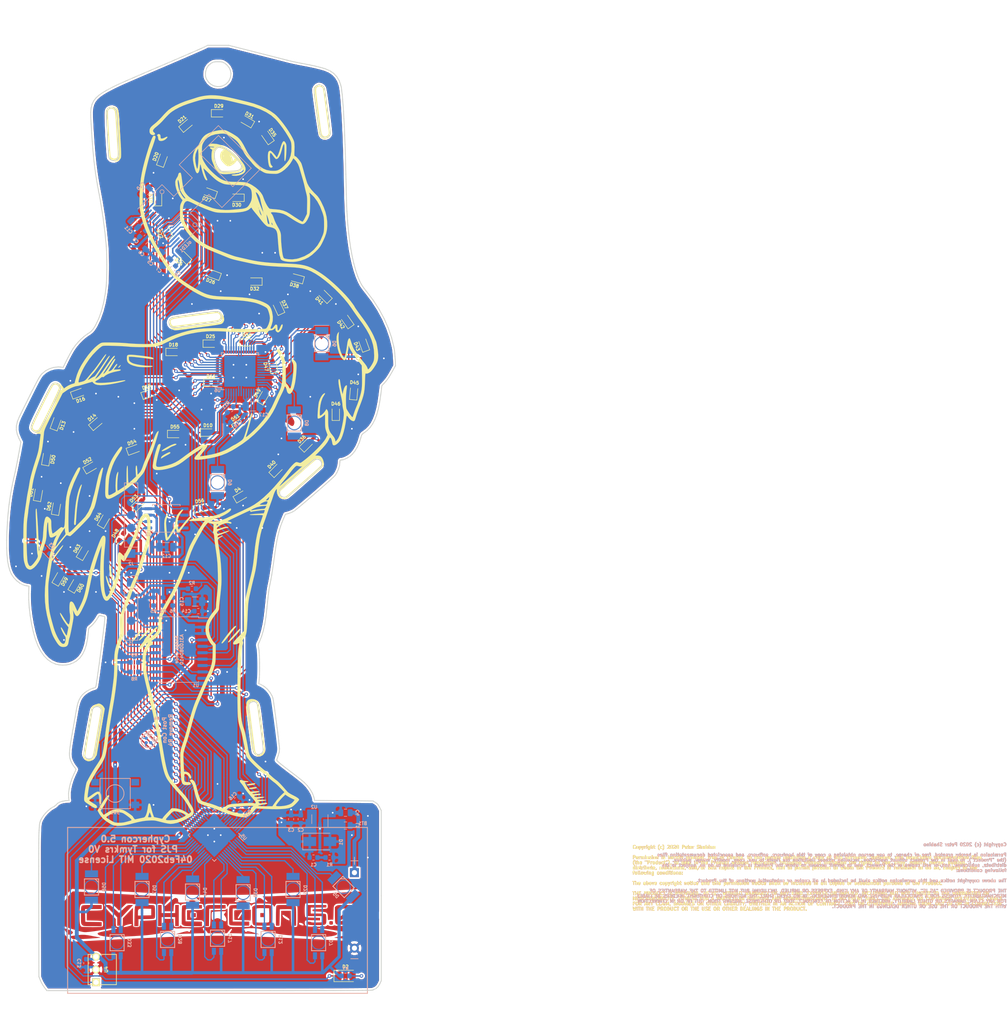
<source format=kicad_pcb>
(kicad_pcb (version 20171130) (host pcbnew "(5.1.5)-3")
  (title_block (title "Cyphercon 5.0 Flamingo") (date 2020-02-04) (rev V0) (company Tymkrs))
  (layers (0 F.Cu signal) (31 B.Cu signal) (34 B.Paste user hide) (35 F.Paste user hide) (36 B.SilkS user) (37 F.SilkS user) (38 B.Mask user) (39 F.Mask user) (44 Edge.Cuts user))
  (net 0 "")
  (net 1 "Net-(D10-Pad1)")
  (net 2 GND)
  (net 3 Sclk)
  (net 4 +3V3)
  (net 5 "Net-(BT1-Pad1)")
  (net 6 "Net-(C7-Pad2)")
  (net 7 "Net-(D2-Pad2)")
  (net 8 IR_OUT)
  (net 9 "Net-(D12-Pad1)")
  (net 10 "Net-(D13-Pad1)")
  (net 11 "Net-(D14-Pad1)")
  (net 12 "Net-(D15-Pad1)")
  (net 13 "Net-(D16-Pad1)")
  (net 14 "Net-(D17-Pad1)")
  (net 15 "Net-(D11-Pad1)")
  (net 16 EEPROM_CS)
  (net 17 MISO)
  (net 18 MOSI)
  (net 19 "Net-(D1-Pad2)")
  (net 20 oLED_DC)
  (net 21 oLED_Reset)
  (net 22 oLED_CS)
  (net 23 POST_CON)
  (net 24 IR_IN)
  (net 25 "Net-(C1-Pad2)")
  (net 26 "Net-(C5-Pad2)")
  (net 27 "Net-(C10-Pad2)")
  (net 28 "Net-(C10-Pad1)")
  (net 29 "Net-(C11-Pad2)")
  (net 30 "Net-(C11-Pad1)")
  (net 31 "Net-(D3-Pad1)")
  (net 32 "Net-(D4-Pad1)")
  (net 33 "Net-(D5-Pad1)")
  (net 34 "Net-(D6-Pad1)")
  (net 35 "Net-(D7-Pad4)")
  (net 36 "Net-(D7-Pad3)")
  (net 37 "Net-(D7-Pad1)")
  (net 38 "Net-(D8-Pad1)")
  (net 39 "Net-(D9-Pad1)")
  (net 40 "Net-(D12-Pad4)")
  (net 41 "Net-(D12-Pad3)")
  (net 42 "Net-(D17-Pad4)")
  (net 43 "Net-(D17-Pad3)")
  (net 44 "Net-(D18-Pad1)")
  (net 45 "Net-(D19-Pad1)")
  (net 46 "Net-(D20-Pad1)")
  (net 47 "Net-(D21-Pad1)")
  (net 48 "Net-(D22-Pad1)")
  (net 49 "Net-(D23-Pad1)")
  (net 50 "Net-(D24-Pad1)")
  (net 51 "Net-(D25-Pad1)")
  (net 52 "Net-(D26-Pad1)")
  (net 53 "Net-(D27-Pad1)")
  (net 54 "Net-(D28-Pad4)")
  (net 55 "Net-(D28-Pad3)")
  (net 56 "Net-(D28-Pad1)")
  (net 57 "Net-(D29-Pad1)")
  (net 58 "Net-(D30-Pad1)")
  (net 59 "Net-(D31-Pad1)")
  (net 60 "Net-(D32-Pad1)")
  (net 61 "Net-(D33-Pad4)")
  (net 62 "Net-(D33-Pad3)")
  (net 63 "Net-(D33-Pad1)")
  (net 64 "Net-(D34-Pad1)")
  (net 65 "Net-(D35-Pad1)")
  (net 66 "Net-(D36-Pad1)")
  (net 67 "Net-(D37-Pad1)")
  (net 68 "Net-(D38-Pad1)")
  (net 69 "Net-(D39-Pad1)")
  (net 70 "Net-(D40-Pad1)")
  (net 71 "Net-(D41-Pad1)")
  (net 72 "Net-(D42-Pad1)")
  (net 73 "Net-(D43-Pad1)")
  (net 74 "Net-(D44-Pad1)")
  (net 75 "Net-(D45-Pad1)")
  (net 76 "Net-(D46-Pad1)")
  (net 77 "Net-(D47-Pad1)")
  (net 78 "Net-(D48-Pad1)")
  (net 79 "Net-(D49-Pad1)")
  (net 80 "Net-(D50-Pad1)")
  (net 81 "Net-(D51-Pad1)")
  (net 82 "Net-(D52-Pad1)")
  (net 83 "Net-(D53-Pad1)")
  (net 84 "Net-(D54-Pad1)")
  (net 85 "Net-(D55-Pad1)")
  (net 86 "Net-(D56-Pad1)")
  (net 87 "Net-(J1-Pad5)")
  (net 88 "Net-(J1-Pad4)")
  (net 89 "Net-(J1-Pad1)")
  (net 90 SDA)
  (net 91 SCL)
  (net 92 "Net-(R10-Pad2)")
  (net 93 "Net-(R11-Pad2)")
  (net 94 "Net-(SW1-Pad1)")
  (net 95 "Net-(D57-Pad1)")
  (net 96 "Net-(D58-Pad1)")
  (net 97 "Net-(D59-Pad1)")
  (net 98 "Net-(D60-Pad1)")
  (net 99 "Net-(D61-Pad1)")
  (net 100 "Net-(D62-Pad1)")
  (net 101 "Net-(D63-Pad1)")
  (net 102 "Net-(D64-Pad1)")
  (module PJS_smt_parts:PTS645_6mm_tact_sw (layer B.Cu) (at 106.68 157.48 180)
    (fp_text reference SW1 (at 0 -3.771708) (layer B.SilkS) (effects (font (size 0.635 0.635) (thickness 0.127)) (justify mirror)))
    (fp_text value TACT_6MM)
    (pad 1 smd rect (at -3.975 2.25 180) (size 1.55 1.3) (layers B.Cu B.Paste B.Mask) (net 94 "Net-(SW1-Pad1)"))
    (pad 2 smd rect (at 3.975 2.25 180) (size 1.55 1.3) (layers B.Cu B.Paste B.Mask) (net 89 "Net-(J1-Pad1)"))
    (pad 4 smd rect (at 3.975 -2.25 180) (size 1.55 1.3) (layers B.Cu B.Paste B.Mask) (net 2 GND))
    (pad 3 smd rect (at -3.975 -2.25 180) (size 1.55 1.3) (layers B.Cu B.Paste B.Mask) (net 2 GND))
  )
  (module PJS-pth-parts:Keystone_2462_2x_AA_no_holes (layer B.Cu) (at 127 180.6702)
    (fp_text reference BT1 (at 28.829 -17.272) (layer B.SilkS) (effects (font (size 0.635 0.635)) (justify mirror)))
    (fp_text value "Keystone 2462")
    (fp_text user - (at 27.178 9.4488) (layer B.SilkS) (effects (font (size 1.905 1.905)) (justify mirror)))
    (fp_text user + (at 27.178 -9.9822) (layer B.SilkS) (effects (font (size 1.905 1.905)) (justify mirror)))
    (pad 2 thru_hole circle (at 27.178 7.493) (size 1.778 1.778) (drill 1.016) (layers *.Cu *.Mask) (net 2 GND))
    (pad 1 thru_hole rect (at 27.178 -7.493) (size 1.778 1.778) (drill 1.016) (layers *.Cu *.Mask) (net 5 "Net-(BT1-Pad1)"))
  )
  (module tymkrs:cypheron2020_flamingo_eye (layer F.Cu) (at 127 101.6)
    (fp_text reference icon11 hide)
    (fp_text value "Eye location" hide)
  )
  (module tymkrs:cypheron2020_common_logo_soldermask (layer F.Cu) (at 127 101.6)
    (fp_text reference icon2 hide)
    (fp_text value "Common Logo soldermask" hide)
  )
  (module tymkrs:cypheron2020_common_logo_led_guide (layer F.Cu) (at 127 101.6)
    (fp_text reference icon3 hide)
    (fp_text value "Common LED guide" hide)
  )
  (module LED_SMD:LED_0603_1608Metric (layer F.Cu) (at 104.521 103.251 60)
    (fp_text reference D64 (at 0 -1.43 60) (layer F.SilkS) (effects (font (size 0.635 0.635))))
    (fp_text value Pink_0603)
    (pad 2 smd roundrect (at 0.787501 0 60) (size 0.875 0.95) (layers F.Cu F.Paste F.Mask) (net 4 +3V3))
    (pad 1 smd roundrect (at -0.787501 0 60) (size 0.875 0.95) (layers F.Cu F.Paste F.Mask) (net 102 "Net-(D64-Pad1)"))
  )
  (module LED_SMD:LED_0603_1608Metric (layer F.Cu) (at 100.33 109.601 60)
    (fp_text reference D63 (at 0 -1.43 60) (layer F.SilkS) (effects (font (size 0.635 0.635))))
    (fp_text value Pink_0603)
    (pad 2 smd roundrect (at 0.787501 0 60) (size 0.875 0.95) (layers F.Cu F.Paste F.Mask) (net 4 +3V3))
    (pad 1 smd roundrect (at -0.787501 0 60) (size 0.875 0.95) (layers F.Cu F.Paste F.Mask) (net 101 "Net-(D63-Pad1)"))
  )
  (module LED_SMD:LED_0603_1608Metric (layer F.Cu) (at 94.996 100.711 80)
    (fp_text reference D62 (at 0 -1.43 80) (layer F.SilkS) (effects (font (size 0.635 0.635))))
    (fp_text value Pink_0603)
    (pad 2 smd roundrect (at 0.787501 0 80) (size 0.875 0.95) (layers F.Cu F.Paste F.Mask) (net 4 +3V3))
    (pad 1 smd roundrect (at -0.787501 0 80) (size 0.875 0.95) (layers F.Cu F.Paste F.Mask) (net 100 "Net-(D62-Pad1)"))
  )
  (module LED_SMD:LED_0603_1608Metric (layer F.Cu) (at 91.4146 97.9678 80)
    (fp_text reference D61 (at 0 -1.43 80) (layer F.SilkS) (effects (font (size 0.635 0.635))))
    (fp_text value Pink_0603)
    (pad 2 smd roundrect (at 0.787501 0 80) (size 0.875 0.95) (layers F.Cu F.Paste F.Mask) (net 4 +3V3))
    (pad 1 smd roundrect (at -0.787501 0 80) (size 0.875 0.95) (layers F.Cu F.Paste F.Mask) (net 99 "Net-(D61-Pad1)"))
  )
  (module LED_SMD:LED_0603_1608Metric (layer F.Cu) (at 98.679 116.078 60)
    (fp_text reference D60 (at 0.021574 1.307367 60) (layer F.SilkS) (effects (font (size 0.635 0.635))))
    (fp_text value Pink_0603)
    (pad 1 smd roundrect (at -0.787501 0 60) (size 0.875 0.95) (layers F.Cu F.Paste F.Mask) (net 98 "Net-(D60-Pad1)"))
    (pad 2 smd roundrect (at 0.787501 0 60) (size 0.875 0.95) (layers F.Cu F.Paste F.Mask) (net 4 +3V3))
  )
  (module LED_SMD:LED_0603_1608Metric (layer F.Cu) (at 95.504 114.681 60)
    (fp_text reference D59 (at -0.088411 1.370867 60) (layer F.SilkS) (effects (font (size 0.635 0.635))))
    (fp_text value Pink_0603)
    (pad 2 smd roundrect (at 0.787501 0 60) (size 0.875 0.95) (layers F.Cu F.Paste F.Mask) (net 4 +3V3))
    (pad 1 smd roundrect (at -0.787501 0 60) (size 0.875 0.95) (layers F.Cu F.Paste F.Mask) (net 97 "Net-(D59-Pad1)"))
  )
  (module LED_SMD:LED_0603_1608Metric (layer F.Cu) (at 123.698 100.838 10)
    (fp_text reference D56 (at 0 -1.43 10) (layer F.SilkS) (effects (font (size 0.635 0.635))))
    (fp_text value Pink_0603)
    (pad 2 smd roundrect (at 0.787501 0 10) (size 0.875 0.95) (layers F.Cu F.Paste F.Mask) (net 4 +3V3))
    (pad 1 smd roundrect (at -0.787501 0 10) (size 0.875 0.95) (layers F.Cu F.Paste F.Mask) (net 86 "Net-(D56-Pad1)"))
  )
  (module LED_SMD:LED_0603_1608Metric (layer F.Cu) (at 118.5418 86.1314)
    (fp_text reference D55 (at 0 -1.43) (layer F.SilkS) (effects (font (size 0.635 0.635))))
    (fp_text value Pink_0603)
    (pad 1 smd roundrect (at -0.787501 0) (size 0.875 0.95) (layers F.Cu F.Paste F.Mask) (net 85 "Net-(D55-Pad1)"))
    (pad 2 smd roundrect (at 0.787501 0) (size 0.875 0.95) (layers F.Cu F.Paste F.Mask) (net 4 +3V3))
  )
  (module LED_SMD:LED_0603_1608Metric (layer F.Cu) (at 110.49 89.154 20)
    (fp_text reference D54 (at 0 -1.43 20) (layer F.SilkS) (effects (font (size 0.635 0.635))))
    (fp_text value Pink_0603)
    (pad 1 smd roundrect (at -0.787501 0 20) (size 0.875 0.95) (layers F.Cu F.Paste F.Mask) (net 84 "Net-(D54-Pad1)"))
    (pad 2 smd roundrect (at 0.787501 0 20) (size 0.875 0.95) (layers F.Cu F.Paste F.Mask) (net 4 +3V3))
  )
  (module LED_SMD:LED_0603_1608Metric (layer F.Cu) (at 111.379 99.949 45)
    (fp_text reference D53 (at 0 -1.43 45) (layer F.SilkS) (effects (font (size 0.635 0.635))))
    (fp_text value Pink_0603)
    (pad 2 smd roundrect (at 0.787501 0 45) (size 0.875 0.95) (layers F.Cu F.Paste F.Mask) (net 4 +3V3))
    (pad 1 smd roundrect (at -0.787501 0 45) (size 0.875 0.95) (layers F.Cu F.Paste F.Mask) (net 83 "Net-(D53-Pad1)"))
  )
  (module LED_SMD:LED_0603_1608Metric (layer F.Cu) (at 101.9048 92.6846 30)
    (fp_text reference D52 (at 0 -1.43 30) (layer F.SilkS) (effects (font (size 0.635 0.635))))
    (fp_text value Pink_0603)
    (pad 2 smd roundrect (at 0.787501 0 30) (size 0.875 0.95) (layers F.Cu F.Paste F.Mask) (net 4 +3V3))
    (pad 1 smd roundrect (at -0.787501 0 30) (size 0.875 0.95) (layers F.Cu F.Paste F.Mask) (net 82 "Net-(D52-Pad1)"))
  )
  (module LED_SMD:LED_0603_1608Metric (layer F.Cu) (at 131.38 84.07 35)
    (fp_text reference D51 (at 0 -1.43 -145) (layer F.SilkS) (effects (font (size 0.635 0.635))))
    (fp_text value Pink_0603)
    (pad 2 smd roundrect (at 0.7875 0 35) (size 0.875 0.95) (layers F.Cu F.Paste F.Mask) (net 4 +3V3))
    (pad 1 smd roundrect (at -0.7875 0 35) (size 0.875 0.95) (layers F.Cu F.Paste F.Mask) (net 81 "Net-(D51-Pad1)"))
  )
  (module LED_SMD:LED_0603_1608Metric (layer F.Cu) (at 93.0402 90.8812 80)
    (fp_text reference D50 (at -0.070815 1.353662 80) (layer F.SilkS) (effects (font (size 0.635 0.635))))
    (fp_text value Pink_0603)
    (pad 2 smd roundrect (at 0.787501 0 80) (size 0.875 0.95) (layers F.Cu F.Paste F.Mask) (net 4 +3V3))
    (pad 1 smd roundrect (at -0.787501 0 80) (size 0.875 0.95) (layers F.Cu F.Paste F.Mask) (net 80 "Net-(D50-Pad1)"))
  )
  (module LED_SMD:LED_0603_1608Metric (layer F.Cu) (at 136.144 78.74 60)
    (fp_text reference D49 (at 0 -1.43 60) (layer F.SilkS) (effects (font (size 0.635 0.635))))
    (fp_text value Pink_0603)
    (pad 2 smd roundrect (at 0.7875 0 60) (size 0.875 0.95) (layers F.Cu F.Paste F.Mask) (net 4 +3V3))
    (pad 1 smd roundrect (at -0.7875 0 60) (size 0.875 0.95) (layers F.Cu F.Paste F.Mask) (net 79 "Net-(D49-Pad1)"))
  )
  (module LED_SMD:LED_0603_1608Metric (layer F.Cu) (at 107.95 106.553 60)
    (fp_text reference D48 (at 0 -1.43 60) (layer F.SilkS) (effects (font (size 0.635 0.635))))
    (fp_text value Pink_0603)
    (pad 2 smd roundrect (at 0.787501 0 60) (size 0.875 0.95) (layers F.Cu F.Paste F.Mask) (net 4 +3V3))
    (pad 1 smd roundrect (at -0.787501 0 60) (size 0.875 0.95) (layers F.Cu F.Paste F.Mask) (net 78 "Net-(D48-Pad1)"))
  )
  (module LED_SMD:LED_0603_1608Metric (layer F.Cu) (at 138.01 72.53 100)
    (fp_text reference D47 (at 0 -1.43 100) (layer F.SilkS) (effects (font (size 0.635 0.635))))
    (fp_text value Pink_0603)
    (pad 2 smd roundrect (at 0.7875 0 100) (size 0.875 0.95) (layers F.Cu F.Paste F.Mask) (net 4 +3V3))
    (pad 1 smd roundrect (at -0.7875 0 100) (size 0.875 0.95) (layers F.Cu F.Paste F.Mask) (net 77 "Net-(D47-Pad1)"))
  )
  (module LED_SMD:LED_0603_1608Metric (layer F.Cu) (at 150.478635 81.955497 90)
    (fp_text reference D46 (at 1.818497 0.016365 180) (layer F.SilkS) (effects (font (size 0.635 0.635))))
    (fp_text value Pink_0603)
    (pad 2 smd roundrect (at 0.7875 0 90) (size 0.875 0.95) (layers F.Cu F.Paste F.Mask) (net 4 +3V3))
    (pad 1 smd roundrect (at -0.7875 0 90) (size 0.875 0.95) (layers F.Cu F.Paste F.Mask) (net 76 "Net-(D46-Pad1)"))
  )
  (module LED_SMD:LED_0603_1608Metric (layer F.Cu) (at 154.051 77.851 85)
    (fp_text reference D45 (at 1.90882 -0.039515 175) (layer F.SilkS) (effects (font (size 0.635 0.635))))
    (fp_text value Pink_0603)
    (pad 2 smd roundrect (at 0.7875 0 85) (size 0.875 0.95) (layers F.Cu F.Paste F.Mask) (net 4 +3V3))
    (pad 1 smd roundrect (at -0.7875 0 85) (size 0.875 0.95) (layers F.Cu F.Paste F.Mask) (net 75 "Net-(D45-Pad1)"))
  )
  (module LED_SMD:LED_0603_1608Metric (layer F.Cu) (at 156.000659 68.269992 110)
    (fp_text reference D43 (at 0 -1.43 110) (layer F.SilkS) (effects (font (size 0.635 0.635))))
    (fp_text value Pink_0603)
    (pad 2 smd roundrect (at 0.7875 0 110) (size 0.875 0.95) (layers F.Cu F.Paste F.Mask) (net 4 +3V3))
    (pad 1 smd roundrect (at -0.7875 0 110) (size 0.875 0.95) (layers F.Cu F.Paste F.Mask) (net 73 "Net-(D43-Pad1)"))
  )
  (module LED_SMD:LED_0603_1608Metric (layer F.Cu) (at 152.654 63.627 125)
    (fp_text reference D42 (at 0 -1.43 125) (layer F.SilkS) (effects (font (size 0.635 0.635))))
    (fp_text value Pink_0603)
    (pad 2 smd roundrect (at 0.7875 0 125) (size 0.875 0.95) (layers F.Cu F.Paste F.Mask) (net 4 +3V3))
    (pad 1 smd roundrect (at -0.7875 0 125) (size 0.875 0.95) (layers F.Cu F.Paste F.Mask) (net 72 "Net-(D42-Pad1)"))
  )
  (module LED_SMD:LED_0603_1608Metric (layer F.Cu) (at 148.209 58.674 135)
    (fp_text reference D41 (at 0 -1.43 135) (layer F.SilkS) (effects (font (size 0.635 0.635))))
    (fp_text value Pink_0603)
    (pad 2 smd roundrect (at 0.7875 0 135) (size 0.875 0.95) (layers F.Cu F.Paste F.Mask) (net 4 +3V3))
    (pad 1 smd roundrect (at -0.7875 0 135) (size 0.875 0.95) (layers F.Cu F.Paste F.Mask) (net 71 "Net-(D41-Pad1)"))
  )
  (module LED_SMD:LED_0603_1608Metric (layer F.Cu) (at 138.7602 93.218 45)
    (fp_text reference D40 (at 0 -1.43 45) (layer F.SilkS) (effects (font (size 0.635 0.635))))
    (fp_text value Pink_0603)
    (pad 1 smd roundrect (at -0.7875 0 45) (size 0.875 0.95) (layers F.Cu F.Paste F.Mask) (net 70 "Net-(D40-Pad1)"))
    (pad 2 smd roundrect (at 0.7875 0 45) (size 0.875 0.95) (layers F.Cu F.Paste F.Mask) (net 4 +3V3))
  )
  (module LED_SMD:LED_0603_1608Metric (layer F.Cu) (at 142.621 55.245 165)
    (fp_text reference D38 (at 0 -1.43 165) (layer F.SilkS) (effects (font (size 0.635 0.635))))
    (fp_text value Pink_0603)
    (pad 2 smd roundrect (at 0.7875 0 165) (size 0.875 0.95) (layers F.Cu F.Paste F.Mask) (net 4 +3V3))
    (pad 1 smd roundrect (at -0.7875 0 165) (size 0.875 0.95) (layers F.Cu F.Paste F.Mask) (net 68 "Net-(D38-Pad1)"))
  )
  (module LED_SMD:LED_0603_1608Metric (layer F.Cu) (at 139.065 60.96 115)
    (fp_text reference D37 (at -0.076321 1.365701 115) (layer F.SilkS) (effects (font (size 0.635 0.635))))
    (fp_text value Pink_0603)
    (pad 2 smd roundrect (at 0.7875 0 115) (size 0.875 0.95) (layers F.Cu F.Paste F.Mask) (net 4 +3V3))
    (pad 1 smd roundrect (at -0.7875 0 115) (size 0.875 0.95) (layers F.Cu F.Paste F.Mask) (net 67 "Net-(D37-Pad1)"))
  )
  (module LED_SMD:LED_0603_1608Metric (layer F.Cu) (at 144.74 88.19 45)
    (fp_text reference D36 (at 0 -1.43 45) (layer F.SilkS) (effects (font (size 0.635 0.635))))
    (fp_text value Pink_0603)
    (pad 2 smd roundrect (at 0.7875 0 45) (size 0.875 0.95) (layers F.Cu F.Paste F.Mask) (net 4 +3V3))
    (pad 1 smd roundrect (at -0.7875 0 45) (size 0.875 0.95) (layers F.Cu F.Paste F.Mask) (net 66 "Net-(D36-Pad1)"))
  )
  (module LED_SMD:LED_0603_1608Metric (layer F.Cu) (at 136.81 27.1 125)
    (fp_text reference D35 (at 0.026515 1.376068 125) (layer F.SilkS) (effects (font (size 0.635 0.635))))
    (fp_text value Pink_0603)
    (pad 2 smd roundrect (at 0.7875 0 125) (size 0.875 0.95) (layers F.Cu F.Paste F.Mask) (net 4 +3V3))
    (pad 1 smd roundrect (at -0.7875 0 125) (size 0.875 0.95) (layers F.Cu F.Paste F.Mask) (net 65 "Net-(D35-Pad1)"))
  )
  (module LED_SMD:LED_0603_1608Metric (layer F.Cu) (at 132.842 67.945)
    (fp_text reference D34 (at 0 -1.43) (layer F.SilkS) (effects (font (size 0.635 0.635))))
    (fp_text value Pink_0603)
    (pad 2 smd roundrect (at 0.7875 0) (size 0.875 0.95) (layers F.Cu F.Paste F.Mask) (net 4 +3V3))
    (pad 1 smd roundrect (at -0.7875 0) (size 0.875 0.95) (layers F.Cu F.Paste F.Mask) (net 64 "Net-(D34-Pad1)"))
  )
  (module LED_SMD:LED_0603_1608Metric (layer F.Cu) (at 134.366 55.88 180)
    (fp_text reference D32 (at 0 -1.43 180) (layer F.SilkS) (effects (font (size 0.635 0.635))))
    (fp_text value Pink_0603)
    (pad 2 smd roundrect (at 0.7875 0 180) (size 0.875 0.95) (layers F.Cu F.Paste F.Mask) (net 4 +3V3))
    (pad 1 smd roundrect (at -0.7875 0 180) (size 0.875 0.95) (layers F.Cu F.Paste F.Mask) (net 60 "Net-(D32-Pad1)"))
  )
  (module LED_SMD:LED_0603_1608Metric (layer F.Cu) (at 132.715 24.003 150)
    (fp_text reference D31 (at 0.021574 1.307367 150) (layer F.SilkS) (effects (font (size 0.635 0.635))))
    (fp_text value Pink_0603)
    (pad 2 smd roundrect (at 0.7875 0 150) (size 0.875 0.95) (layers F.Cu F.Paste F.Mask) (net 4 +3V3))
    (pad 1 smd roundrect (at -0.7875 0 150) (size 0.875 0.95) (layers F.Cu F.Paste F.Mask) (net 59 "Net-(D31-Pad1)"))
  )
  (module LED_SMD:LED_0603_1608Metric (layer F.Cu) (at 130.81 39.243 180)
    (fp_text reference D30 (at 0 -1.43 180) (layer F.SilkS) (effects (font (size 0.635 0.635))))
    (fp_text value Pink_0603)
    (pad 2 smd roundrect (at 0.7875 0 180) (size 0.875 0.95) (layers F.Cu F.Paste F.Mask) (net 4 +3V3))
    (pad 1 smd roundrect (at -0.7875 0 180) (size 0.875 0.95) (layers F.Cu F.Paste F.Mask) (net 58 "Net-(D30-Pad1)"))
  )
  (module LED_SMD:LED_0603_1608Metric (layer F.Cu) (at 127.254 22.479)
    (fp_text reference D29 (at 0 -1.43 180) (layer F.SilkS) (effects (font (size 0.635 0.635))))
    (fp_text value Pink_0603)
    (pad 2 smd roundrect (at 0.7875 0) (size 0.875 0.95) (layers F.Cu F.Paste F.Mask) (net 4 +3V3))
    (pad 1 smd roundrect (at -0.7875 0) (size 0.875 0.95) (layers F.Cu F.Paste F.Mask) (net 57 "Net-(D29-Pad1)"))
  )
  (module LED_SMD:LED_0603_1608Metric (layer F.Cu) (at 125.349 38.227 160)
    (fp_text reference D27 (at 0 -1.43 160) (layer F.SilkS) (effects (font (size 0.635 0.635))))
    (fp_text value Pink_0603)
    (pad 2 smd roundrect (at 0.7875 0 160) (size 0.875 0.95) (layers F.Cu F.Paste F.Mask) (net 4 +3V3))
    (pad 1 smd roundrect (at -0.7875 0 160) (size 0.875 0.95) (layers F.Cu F.Paste F.Mask) (net 53 "Net-(D27-Pad1)"))
  )
  (module LED_SMD:LED_0603_1608Metric (layer F.Cu) (at 126.119992 54.460659 160)
    (fp_text reference D26 (at 0 -1.43 160) (layer F.SilkS) (effects (font (size 0.635 0.635))))
    (fp_text value Pink_0603)
    (pad 2 smd roundrect (at 0.7875 0 160) (size 0.875 0.95) (layers F.Cu F.Paste F.Mask) (net 4 +3V3))
    (pad 1 smd roundrect (at -0.7875 0 160) (size 0.875 0.95) (layers F.Cu F.Paste F.Mask) (net 52 "Net-(D26-Pad1)"))
  )
  (module LED_SMD:LED_0603_1608Metric (layer F.Cu) (at 125.603 68.199)
    (fp_text reference D25 (at 0 -1.43) (layer F.SilkS) (effects (font (size 0.635 0.635))))
    (fp_text value Pink_0603)
    (pad 2 smd roundrect (at 0.7875 0) (size 0.875 0.95) (layers F.Cu F.Paste F.Mask) (net 4 +3V3))
    (pad 1 smd roundrect (at -0.7875 0) (size 0.875 0.95) (layers F.Cu F.Paste F.Mask) (net 51 "Net-(D25-Pad1)"))
  )
  (module LED_SMD:LED_0603_1608Metric (layer F.Cu) (at 120.343805 50.96674 135)
    (fp_text reference D24 (at 0 -1.43 -45) (layer F.SilkS) (effects (font (size 0.635 0.635))))
    (fp_text value Pink_0603)
    (pad 2 smd roundrect (at 0.7875 0 135) (size 0.875 0.95) (layers F.Cu F.Paste F.Mask) (net 4 +3V3))
    (pad 1 smd roundrect (at -0.7875 0 135) (size 0.875 0.95) (layers F.Cu F.Paste F.Mask) (net 50 "Net-(D24-Pad1)"))
  )
  (module LED_SMD:LED_0603_1608Metric (layer F.Cu) (at 116.86 45.85 115)
    (fp_text reference D22 (at 0 -1.43 -65) (layer F.SilkS) (effects (font (size 0.635 0.635))))
    (fp_text value Pink_0603)
    (pad 2 smd roundrect (at 0.7875 0 115) (size 0.875 0.95) (layers F.Cu F.Paste F.Mask) (net 4 +3V3))
    (pad 1 smd roundrect (at -0.7875 0 115) (size 0.875 0.95) (layers F.Cu F.Paste F.Mask) (net 48 "Net-(D22-Pad1)"))
  )
  (module LED_SMD:LED_0603_1608Metric (layer F.Cu) (at 120.904 24.765 40)
    (fp_text reference D21 (at 0 -1.43 -140) (layer F.SilkS) (effects (font (size 0.635 0.635))))
    (fp_text value Pink_0603)
    (pad 2 smd roundrect (at 0.7875 0 40) (size 0.875 0.95) (layers F.Cu F.Paste F.Mask) (net 4 +3V3))
    (pad 1 smd roundrect (at -0.7875 0 40) (size 0.875 0.95) (layers F.Cu F.Paste F.Mask) (net 47 "Net-(D21-Pad1)"))
  )
  (module LED_SMD:LED_0603_1608Metric (layer F.Cu) (at 116.078 31.5722 70)
    (fp_text reference D20 (at 0 -1.43 -110) (layer F.SilkS) (effects (font (size 0.635 0.635))))
    (fp_text value Pink_0603)
    (pad 2 smd roundrect (at 0.7875 0 70) (size 0.875 0.95) (layers F.Cu F.Paste F.Mask) (net 4 +3V3))
    (pad 1 smd roundrect (at -0.7875 0 70) (size 0.875 0.95) (layers F.Cu F.Paste F.Mask) (net 46 "Net-(D20-Pad1)"))
  )
  (module LED_SMD:LED_0603_1608Metric (layer F.Cu) (at 115.189 39.37 90)
    (fp_text reference D19 (at 0 -1.43 90) (layer F.SilkS) (effects (font (size 0.635 0.635))))
    (fp_text value Pink_0603)
    (pad 2 smd roundrect (at 0.7875 0 90) (size 0.875 0.95) (layers F.Cu F.Paste F.Mask) (net 4 +3V3))
    (pad 1 smd roundrect (at -0.7875 0 90) (size 0.875 0.95) (layers F.Cu F.Paste F.Mask) (net 45 "Net-(D19-Pad1)"))
  )
  (module LED_SMD:LED_0603_1608Metric (layer F.Cu) (at 118.237 69.85)
    (fp_text reference D18 (at 0 -1.43) (layer F.SilkS) (effects (font (size 0.635 0.635))))
    (fp_text value Pink_0603)
    (pad 2 smd roundrect (at 0.7875 0) (size 0.875 0.95) (layers F.Cu F.Paste F.Mask) (net 4 +3V3))
    (pad 1 smd roundrect (at -0.7875 0) (size 0.875 0.95) (layers F.Cu F.Paste F.Mask) (net 44 "Net-(D18-Pad1)"))
  )
  (module LED_SMD:LED_0603_1608Metric (layer F.Cu) (at 99.44 78.01 20)
    (fp_text reference D16 (at -0.107895 1.413332 -160) (layer F.SilkS) (effects (font (size 0.635 0.635))))
    (fp_text value Pink_0603)
    (pad 2 smd roundrect (at 0.7875 0 20) (size 0.875 0.95) (layers F.Cu F.Paste F.Mask) (net 4 +3V3))
    (pad 1 smd roundrect (at -0.7875 0 20) (size 0.875 0.95) (layers F.Cu F.Paste F.Mask) (net 13 "Net-(D16-Pad1)"))
  )
  (module LED_SMD:LED_0603_1608Metric (layer F.Cu) (at 113.411 78.105 20)
    (fp_text reference D15 (at 0 -1.43 -160) (layer F.SilkS) (effects (font (size 0.635 0.635))))
    (fp_text value Pink_0603)
    (pad 2 smd roundrect (at 0.7875 0 20) (size 0.875 0.95) (layers F.Cu F.Paste F.Mask) (net 4 +3V3))
    (pad 1 smd roundrect (at -0.7875 0 20) (size 0.875 0.95) (layers F.Cu F.Paste F.Mask) (net 12 "Net-(D15-Pad1)"))
  )
  (module LED_SMD:LED_0603_1608Metric (layer F.Cu) (at 131.7244 98.4504 30)
    (fp_text reference D4 (at 0 -1.43 30) (layer F.SilkS) (effects (font (size 0.635 0.635))))
    (fp_text value Pink_0603)
    (pad 2 smd roundrect (at 0.787501 0 30) (size 0.875 0.95) (layers F.Cu F.Paste F.Mask) (net 4 +3V3))
    (pad 1 smd roundrect (at -0.787501 0 30) (size 0.875 0.95) (layers F.Cu F.Paste F.Mask) (net 32 "Net-(D4-Pad1)"))
  )
  (module LED_SMD:LED_0603_1608Metric (layer F.Cu) (at 94.9706 83.8708 70)
    (fp_text reference D13 (at -0.105916 1.417086 -110) (layer F.SilkS) (effects (font (size 0.635 0.635))))
    (fp_text value Pink_0603)
    (pad 2 smd roundrect (at 0.7875 0 70) (size 0.875 0.95) (layers F.Cu F.Paste F.Mask) (net 4 +3V3))
    (pad 1 smd roundrect (at -0.7875 0 70) (size 0.875 0.95) (layers F.Cu F.Paste F.Mask) (net 10 "Net-(D13-Pad1)"))
  )
  (module LED_SMD:LED_0603_1608Metric (layer F.Cu) (at 125.73 75.946)
    (fp_text reference D11 (at 0 -1.27) (layer F.SilkS) (effects (font (size 0.635 0.635))))
    (fp_text value Pink_0603)
    (pad 2 smd roundrect (at 0.7875 0) (size 0.875 0.95) (layers F.Cu F.Paste F.Mask) (net 4 +3V3))
    (pad 1 smd roundrect (at -0.7875 0) (size 0.875 0.95) (layers F.Cu F.Paste F.Mask) (net 15 "Net-(D11-Pad1)"))
  )
  (module LED_SMD:LED_0603_1608Metric (layer F.Cu) (at 102.997 83.947 40)
    (fp_text reference D14 (at 0 -1.43 -140) (layer F.SilkS) (effects (font (size 0.635 0.635))))
    (fp_text value Pink_0603)
    (pad 2 smd roundrect (at 0.7875 0 40) (size 0.875 0.95) (layers F.Cu F.Paste F.Mask) (net 4 +3V3))
    (pad 1 smd roundrect (at -0.7875 0 40) (size 0.875 0.95) (layers F.Cu F.Paste F.Mask) (net 11 "Net-(D14-Pad1)"))
  )
  (module LED_SMD:LED_0603_1608Metric (layer F.Cu) (at 125.095 85.852)
    (fp_text reference D10 (at 0 -1.43 -180) (layer F.SilkS) (effects (font (size 0.635 0.635))))
    (fp_text value Pink_0603)
    (pad 2 smd roundrect (at 0.7875 0) (size 0.875 0.95) (layers F.Cu F.Paste F.Mask) (net 4 +3V3))
    (pad 1 smd roundrect (at -0.7875 0) (size 0.875 0.95) (layers F.Cu F.Paste F.Mask) (net 1 "Net-(D10-Pad1)"))
  )
  (module tymkrs:cypheron2020_flamingo_silk (layer F.Cu) (at 127 101.6)
    (fp_text reference icon10 hide)
    (fp_text value Silk hide)
  )
  (module tymkrs:cypheron2020_flamingo_led_guide (layer F.Cu) (at 127 101.6)
    (fp_text reference icon9 hide)
    (fp_text value "LED guide" hide)
  )
  (module tymkrs:cypheron2020_flamingo_icons_soldermask (layer F.Cu) (at 127 101.6)
    (fp_text reference icon8 hide)
    (fp_text value "Icon soldermask" hide)
  )
  (module tymkrs:cypheron2020_flamingo_cuts (layer F.Cu) (at 127 101.6)
    (fp_text reference icon6 hide)
    (fp_text value "Cut lines" hide)
    (fp_line (start 7.389769 -91.29371) (end 7.389769 -91.29371) (layer Edge.Cuts) (width 0.18))
    (fp_line (start 2.229538 -92.6) (end 7.389769 -91.29371) (layer Edge.Cuts) (width 0.18))
    (fp_line (start -1.971816 -92.6) (end 2.229538 -92.6) (layer Edge.Cuts) (width 0.18))
    (fp_line (start -2.560908 -92.295034) (end -1.971816 -92.6) (layer Edge.Cuts) (width 0.18))
    (fp_line (start -2.637201 -92.257948) (end -2.560908 -92.295034) (layer Edge.Cuts) (width 0.18))
    (fp_line (start -2.912126 -92.132303) (end -2.637201 -92.257948) (layer Edge.Cuts) (width 0.18))
    (fp_line (start -3.348103 -91.938108) (end -2.912126 -92.132303) (layer Edge.Cuts) (width 0.18))
    (fp_line (start -3.930266 -91.681823) (end -3.348103 -91.938108) (layer Edge.Cuts) (width 0.18))
    (fp_line (start -4.643752 -91.36991) (end -3.930266 -91.681823) (layer Edge.Cuts) (width 0.18))
    (fp_line (start -5.473695 -91.00883) (end -4.643752 -91.36991) (layer Edge.Cuts) (width 0.18))
    (fp_line (start -6.405231 -90.605045) (end -5.473695 -91.00883) (layer Edge.Cuts) (width 0.18))
    (fp_line (start -7.423494 -90.165015) (end -6.405231 -90.605045) (layer Edge.Cuts) (width 0.18))
    (fp_line (start -8.51362 -89.695201) (end -7.423494 -90.165015) (layer Edge.Cuts) (width 0.18))
    (fp_line (start -9.660744 -89.202066) (end -8.51362 -89.695201) (layer Edge.Cuts) (width 0.18))
    (fp_line (start -10.85 -88.692069) (end -9.660744 -89.202066) (layer Edge.Cuts) (width 0.18))
    (fp_line (start -11.956138 -88.218244) (end -10.85 -88.692069) (layer Edge.Cuts) (width 0.18))
    (fp_line (start -13.338711 -87.625692) (end -11.956138 -88.218244) (layer Edge.Cuts) (width 0.18))
    (fp_line (start -14.559715 -87.101751) (end -13.338711 -87.625692) (layer Edge.Cuts) (width 0.18))
    (fp_line (start -15.563525 -86.670102) (end -14.559715 -87.101751) (layer Edge.Cuts) (width 0.18))
    (fp_line (start -2.383801 -87.08611) (end -2.393363 -86.670102) (layer Edge.Cuts) (width 0.18))
    (fp_line (start -2.347045 -87.424187) (end -2.383801 -87.08611) (layer Edge.Cuts) (width 0.18))
    (fp_line (start -2.148643 -88.07575) (end -2.347045 -87.424187) (layer Edge.Cuts) (width 0.18))
    (fp_line (start -1.785659 -88.61513) (end -2.148643 -88.07575) (layer Edge.Cuts) (width 0.18))
    (fp_line (start -1.255199 -89.047357) (end -1.785659 -88.61513) (layer Edge.Cuts) (width 0.18))
    (fp_line (start -1.120438 -89.128509) (end -1.255199 -89.047357) (layer Edge.Cuts) (width 0.18))
    (fp_line (start -0.882995 -89.247592) (end -1.120438 -89.128509) (layer Edge.Cuts) (width 0.18))
    (fp_line (start -0.644472 -89.314343) (end -0.882995 -89.247592) (layer Edge.Cuts) (width 0.18))
    (fp_line (start -0.338616 -89.343551) (end -0.644472 -89.314343) (layer Edge.Cuts) (width 0.18))
    (fp_line (start 0.100828 -89.35) (end -0.338616 -89.343551) (layer Edge.Cuts) (width 0.18))
    (fp_line (start 0.453821 -89.347282) (end 0.100828 -89.35) (layer Edge.Cuts) (width 0.18))
    (fp_line (start 0.772288 -89.32697) (end 0.453821 -89.347282) (layer Edge.Cuts) (width 0.18))
    (fp_line (start 1.010035 -89.271983) (end 0.772288 -89.32697) (layer Edge.Cuts) (width 0.18))
    (fp_line (start 1.233633 -89.165306) (end 1.010035 -89.271983) (layer Edge.Cuts) (width 0.18))
    (fp_line (start 1.509655 -88.989924) (end 1.233633 -89.165306) (layer Edge.Cuts) (width 0.18))
    (fp_line (start 1.807027 -88.762214) (end 1.509655 -88.989924) (layer Edge.Cuts) (width 0.18))
    (fp_line (start 2.256642 -88.24799) (end 1.807027 -88.762214) (layer Edge.Cuts) (width 0.18))
    (fp_line (start 2.544653 -87.655684) (end 2.256642 -88.24799) (layer Edge.Cuts) (width 0.18))
    (fp_line (start 2.662899 -87.016726) (end 2.544653 -87.655684) (layer Edge.Cuts) (width 0.18))
    (fp_line (start 2.603221 -86.362544) (end 2.662899 -87.016726) (layer Edge.Cuts) (width 0.18))
    (fp_line (start 2.357457 -85.724568) (end 2.603221 -86.362544) (layer Edge.Cuts) (width 0.18))
    (fp_line (start 2.080442 -85.306811) (end 2.357457 -85.724568) (layer Edge.Cuts) (width 0.18))
    (fp_line (start 1.597106 -84.852693) (end 2.080442 -85.306811) (layer Edge.Cuts) (width 0.18))
    (fp_line (start 0.98902 -84.546127) (end 1.597106 -84.852693) (layer Edge.Cuts) (width 0.18))
    (fp_line (start 0.663223 -84.455339) (end 0.98902 -84.546127) (layer Edge.Cuts) (width 0.18))
    (fp_line (start -0.010982 -84.40909) (end 0.663223 -84.455339) (layer Edge.Cuts) (width 0.18))
    (fp_line (start -0.663838 -84.53983) (end -0.010982 -84.40909) (layer Edge.Cuts) (width 0.18))
    (fp_line (start -1.261516 -84.8335) (end -0.663838 -84.53983) (layer Edge.Cuts) (width 0.18))
    (fp_line (start -1.770191 -85.276037) (end -1.261516 -84.8335) (layer Edge.Cuts) (width 0.18))
    (fp_line (start -2.156036 -85.853384) (end -1.770191 -85.276037) (layer Edge.Cuts) (width 0.18))
    (fp_line (start -2.248078 -86.050878) (end -2.156036 -85.853384) (layer Edge.Cuts) (width 0.18))
    (fp_line (start -2.35397 -86.356672) (end -2.248078 -86.050878) (layer Edge.Cuts) (width 0.18))
    (fp_line (start -2.393363 -86.670102) (end -2.35397 -86.356672) (layer Edge.Cuts) (width 0.18))
    (fp_line (start -15.632116 -86.640607) (end -15.563525 -86.670102) (layer Edge.Cuts) (width 0.18))
    (fp_line (start -16.56888 -86.236445) (end -15.632116 -86.640607) (layer Edge.Cuts) (width 0.18))
    (fp_line (start -17.382973 -85.883453) (end -16.56888 -86.236445) (layer Edge.Cuts) (width 0.18))
    (fp_line (start -18.087361 -85.575817) (end -17.382973 -85.883453) (layer Edge.Cuts) (width 0.18))
    (fp_line (start -18.69501 -85.307722) (end -18.087361 -85.575817) (layer Edge.Cuts) (width 0.18))
    (fp_line (start -19.218887 -85.073355) (end -18.69501 -85.307722) (layer Edge.Cuts) (width 0.18))
    (fp_line (start -19.671956 -84.866902) (end -19.218887 -85.073355) (layer Edge.Cuts) (width 0.18))
    (fp_line (start -20.067185 -84.682549) (end -19.671956 -84.866902) (layer Edge.Cuts) (width 0.18))
    (fp_line (start -20.417539 -84.514482) (end -20.067185 -84.682549) (layer Edge.Cuts) (width 0.18))
    (fp_line (start -20.735985 -84.356888) (end -20.417539 -84.514482) (layer Edge.Cuts) (width 0.18))
    (fp_line (start -21.035487 -84.203953) (end -20.735985 -84.356888) (layer Edge.Cuts) (width 0.18))
    (fp_line (start -21.329014 -84.049862) (end -21.035487 -84.203953) (layer Edge.Cuts) (width 0.18))
    (fp_line (start -21.629529 -83.888803) (end -21.329014 -84.049862) (layer Edge.Cuts) (width 0.18))
    (fp_line (start -21.843701 -83.772624) (end -21.629529 -83.888803) (layer Edge.Cuts) (width 0.18))
    (fp_line (start 19.227145 -83.959395) (end 19.2 -83.772624) (layer Edge.Cuts) (width 0.18))
    (fp_line (start 19.396351 -84.303614) (end 19.227145 -83.959395) (layer Edge.Cuts) (width 0.18))
    (fp_line (start 19.672155 -84.590077) (end 19.396351 -84.303614) (layer Edge.Cuts) (width 0.18))
    (fp_line (start 19.998015 -84.749565) (end 19.672155 -84.590077) (layer Edge.Cuts) (width 0.18))
    (fp_line (start 20.162886 -84.768552) (end 19.998015 -84.749565) (layer Edge.Cuts) (width 0.18))
    (fp_line (start 20.556672 -84.689197) (end 20.162886 -84.768552) (layer Edge.Cuts) (width 0.18))
    (fp_line (start 20.899482 -84.460837) (end 20.556672 -84.689197) (layer Edge.Cuts) (width 0.18))
    (fp_line (start 21.130723 -84.117296) (end 20.899482 -84.460837) (layer Edge.Cuts) (width 0.18))
    (fp_line (start 21.158968 -84.02498) (end 21.130723 -84.117296) (layer Edge.Cuts) (width 0.18))
    (fp_line (start 21.223945 -83.725654) (end 21.158968 -84.02498) (layer Edge.Cuts) (width 0.18))
    (fp_line (start 21.305189 -83.274148) (end 21.223945 -83.725654) (layer Edge.Cuts) (width 0.18))
    (fp_line (start 21.399404 -82.695457) (end 21.305189 -83.274148) (layer Edge.Cuts) (width 0.18))
    (fp_line (start 21.503295 -82.014577) (end 21.399404 -82.695457) (layer Edge.Cuts) (width 0.18))
    (fp_line (start 21.613565 -81.256502) (end 21.503295 -82.014577) (layer Edge.Cuts) (width 0.18))
    (fp_line (start 21.726921 -80.44623) (end 21.613565 -81.256502) (layer Edge.Cuts) (width 0.18))
    (fp_line (start 21.840065 -79.608754) (end 21.726921 -80.44623) (layer Edge.Cuts) (width 0.18))
    (fp_line (start 21.949703 -78.769072) (end 21.840065 -79.608754) (layer Edge.Cuts) (width 0.18))
    (fp_line (start 22.052539 -77.952177) (end 21.949703 -78.769072) (layer Edge.Cuts) (width 0.18))
    (fp_line (start 22.145277 -77.183066) (end 22.052539 -77.952177) (layer Edge.Cuts) (width 0.18))
    (fp_line (start 22.224622 -76.486734) (end 22.145277 -77.183066) (layer Edge.Cuts) (width 0.18))
    (fp_line (start 22.287278 -75.888177) (end 22.224622 -76.486734) (layer Edge.Cuts) (width 0.18))
    (fp_line (start 22.329949 -75.41239) (end 22.287278 -75.888177) (layer Edge.Cuts) (width 0.18))
    (fp_line (start 22.349341 -75.084369) (end 22.329949 -75.41239) (layer Edge.Cuts) (width 0.18))
    (fp_line (start 22.342156 -74.929109) (end 22.349341 -75.084369) (layer Edge.Cuts) (width 0.18))
    (fp_line (start 22.215855 -74.709286) (end 22.342156 -74.929109) (layer Edge.Cuts) (width 0.18))
    (fp_line (start 22 -74.489728) (end 22.215855 -74.709286) (layer Edge.Cuts) (width 0.18))
    (fp_line (start 21.897643 -74.422337) (end 22 -74.489728) (layer Edge.Cuts) (width 0.18))
    (fp_line (start 21.481605 -74.267839) (end 21.897643 -74.422337) (layer Edge.Cuts) (width 0.18))
    (fp_line (start 21.079585 -74.287122) (end 21.481605 -74.267839) (layer Edge.Cuts) (width 0.18))
    (fp_line (start 20.731659 -74.471675) (end 21.079585 -74.287122) (layer Edge.Cuts) (width 0.18))
    (fp_line (start 20.477907 -74.812985) (end 20.731659 -74.471675) (layer Edge.Cuts) (width 0.18))
    (fp_line (start 20.47224 -74.827544) (end 20.477907 -74.812985) (layer Edge.Cuts) (width 0.18))
    (fp_line (start 20.426856 -75.018069) (end 20.47224 -74.827544) (layer Edge.Cuts) (width 0.18))
    (fp_line (start 20.360107 -75.376865) (end 20.426856 -75.018069) (layer Edge.Cuts) (width 0.18))
    (fp_line (start 20.275624 -75.87848) (end 20.360107 -75.376865) (layer Edge.Cuts) (width 0.18))
    (fp_line (start 20.177036 -76.49746) (end 20.275624 -75.87848) (layer Edge.Cuts) (width 0.18))
    (fp_line (start 20.067975 -77.208351) (end 20.177036 -76.49746) (layer Edge.Cuts) (width 0.18))
    (fp_line (start 19.95207 -77.985701) (end 20.067975 -77.208351) (layer Edge.Cuts) (width 0.18))
    (fp_line (start 19.832953 -78.804055) (end 19.95207 -77.985701) (layer Edge.Cuts) (width 0.18))
    (fp_line (start 19.714253 -79.637959) (end 19.832953 -78.804055) (layer Edge.Cuts) (width 0.18))
    (fp_line (start 19.599601 -80.461962) (end 19.714253 -79.637959) (layer Edge.Cuts) (width 0.18))
    (fp_line (start 19.492627 -81.250608) (end 19.599601 -80.461962) (layer Edge.Cuts) (width 0.18))
    (fp_line (start 19.396962 -81.978444) (end 19.492627 -81.250608) (layer Edge.Cuts) (width 0.18))
    (fp_line (start 19.316237 -82.620018) (end 19.396962 -81.978444) (layer Edge.Cuts) (width 0.18))
    (fp_line (start 19.254081 -83.149874) (end 19.316237 -82.620018) (layer Edge.Cuts) (width 0.18))
    (fp_line (start 19.214125 -83.542561) (end 19.254081 -83.149874) (layer Edge.Cuts) (width 0.18))
    (fp_line (start 19.2 -83.772624) (end 19.214125 -83.542561) (layer Edge.Cuts) (width 0.18))
    (fp_line (start -21.95 -83.714961) (end -21.843701 -83.772624) (layer Edge.Cuts) (width 0.18))
    (fp_line (start -22.74449 -83.255099) (end -21.95 -83.714961) (layer Edge.Cuts) (width 0.18))
    (fp_line (start -23.523016 -82.717117) (end -22.74449 -83.255099) (layer Edge.Cuts) (width 0.18))
    (fp_line (start -24.132004 -82.166713) (end -23.523016 -82.717117) (layer Edge.Cuts) (width 0.18))
    (fp_line (start -24.586466 -81.578793) (end -24.132004 -82.166713) (layer Edge.Cuts) (width 0.18))
    (fp_line (start -24.901414 -80.928261) (end -24.586466 -81.578793) (layer Edge.Cuts) (width 0.18))
    (fp_line (start -25.091859 -80.190023) (end -24.901414 -80.928261) (layer Edge.Cuts) (width 0.18))
    (fp_line (start -25.172813 -79.338983) (end -25.091859 -80.190023) (layer Edge.Cuts) (width 0.18))
    (fp_line (start -25.164809 -78.753746) (end -25.172813 -79.338983) (layer Edge.Cuts) (width 0.18))
    (fp_line (start -21.982053 -79.256611) (end -21.994749 -78.753746) (layer Edge.Cuts) (width 0.18))
    (fp_line (start -21.938493 -79.609171) (end -21.982053 -79.256611) (layer Edge.Cuts) (width 0.18))
    (fp_line (start -21.852006 -79.84982) (end -21.938493 -79.609171) (layer Edge.Cuts) (width 0.18))
    (fp_line (start -21.71053 -80.016953) (end -21.852006 -79.84982) (layer Edge.Cuts) (width 0.18))
    (fp_line (start -21.502002 -80.148965) (end -21.71053 -80.016953) (layer Edge.Cuts) (width 0.18))
    (fp_line (start -21.290982 -80.240551) (end -21.502002 -80.148965) (layer Edge.Cuts) (width 0.18))
    (fp_line (start -20.908505 -80.287598) (end -21.290982 -80.240551) (layer Edge.Cuts) (width 0.18))
    (fp_line (start -20.514503 -80.1575) (end -20.908505 -80.287598) (layer Edge.Cuts) (width 0.18))
    (fp_line (start -20.430553 -80.11178) (end -20.514503 -80.1575) (layer Edge.Cuts) (width 0.18))
    (fp_line (start -20.32353 -80.037061) (end -20.430553 -80.11178) (layer Edge.Cuts) (width 0.18))
    (fp_line (start -20.233518 -79.937651) (end -20.32353 -80.037061) (layer Edge.Cuts) (width 0.18))
    (fp_line (start -20.157955 -79.79604) (end -20.233518 -79.937651) (layer Edge.Cuts) (width 0.18))
    (fp_line (start -20.094279 -79.594713) (end -20.157955 -79.79604) (layer Edge.Cuts) (width 0.18))
    (fp_line (start -20.039929 -79.31616) (end -20.094279 -79.594713) (layer Edge.Cuts) (width 0.18))
    (fp_line (start -19.992342 -78.942866) (end -20.039929 -79.31616) (layer Edge.Cuts) (width 0.18))
    (fp_line (start -19.948956 -78.45732) (end -19.992342 -78.942866) (layer Edge.Cuts) (width 0.18))
    (fp_line (start -19.90721 -77.84201) (end -19.948956 -78.45732) (layer Edge.Cuts) (width 0.18))
    (fp_line (start -19.864541 -77.079422) (end -19.90721 -77.84201) (layer Edge.Cuts) (width 0.18))
    (fp_line (start -19.818388 -76.152045) (end -19.864541 -77.079422) (layer Edge.Cuts) (width 0.18))
    (fp_line (start -19.766187 -75.042365) (end -19.818388 -76.152045) (layer Edge.Cuts) (width 0.18))
    (fp_line (start -19.716127 -73.955499) (end -19.766187 -75.042365) (layer Edge.Cuts) (width 0.18))
    (fp_line (start -19.675201 -73.017334) (end -19.716127 -73.955499) (layer Edge.Cuts) (width 0.18))
    (fp_line (start -19.646147 -72.244485) (end -19.675201 -73.017334) (layer Edge.Cuts) (width 0.18))
    (fp_line (start -19.630118 -71.619481) (end -19.646147 -72.244485) (layer Edge.Cuts) (width 0.18))
    (fp_line (start -19.628266 -71.124851) (end -19.630118 -71.619481) (layer Edge.Cuts) (width 0.18))
    (fp_line (start -19.629373 -71.093513) (end -19.628266 -71.124851) (layer Edge.Cuts) (width 0.18))
    (fp_line (start -0.539275 -71.647356) (end -0.636746 -71.093513) (layer Edge.Cuts) (width 0.18))
    (fp_line (start -0.328577 -72.082801) (end -0.539275 -71.647356) (layer Edge.Cuts) (width 0.18))
    (fp_line (start -0.315999 -72.099469) (end -0.328577 -72.082801) (layer Edge.Cuts) (width 0.18))
    (fp_line (start -0.15475 -72.25903) (end -0.315999 -72.099469) (layer Edge.Cuts) (width 0.18))
    (fp_line (start 0.060034 -72.34288) (end -0.15475 -72.25903) (layer Edge.Cuts) (width 0.18))
    (fp_line (start 0.401257 -72.380786) (end 0.060034 -72.34288) (layer Edge.Cuts) (width 0.18))
    (fp_line (start 0.518202 -72.385696) (end 0.401257 -72.380786) (layer Edge.Cuts) (width 0.18))
    (fp_line (start 0.846147 -72.36613) (end 0.518202 -72.385696) (layer Edge.Cuts) (width 0.18))
    (fp_line (start 1.168803 -72.27673) (end 0.846147 -72.36613) (layer Edge.Cuts) (width 0.18))
    (fp_line (start 1.571857 -72.096702) (end 1.168803 -72.27673) (layer Edge.Cuts) (width 0.18))
    (fp_line (start 1.763433 -71.997377) (end 1.571857 -72.096702) (layer Edge.Cuts) (width 0.18))
    (fp_line (start 2.606108 -71.441938) (end 1.763433 -71.997377) (layer Edge.Cuts) (width 0.18))
    (fp_line (start 3.388387 -70.739297) (end 2.606108 -71.441938) (layer Edge.Cuts) (width 0.18))
    (fp_line (start 4.067274 -69.932508) (end 3.388387 -70.739297) (layer Edge.Cuts) (width 0.18))
    (fp_line (start 4.599774 -69.064626) (end 4.067274 -69.932508) (layer Edge.Cuts) (width 0.18))
    (fp_line (start 4.754924 -68.741627) (end 4.599774 -69.064626) (layer Edge.Cuts) (width 0.18))
    (fp_line (start 4.826246 -68.529523) (end 4.754924 -68.741627) (layer Edge.Cuts) (width 0.18))
    (fp_line (start 4.822523 -68.372162) (end 4.826246 -68.529523) (layer Edge.Cuts) (width 0.18))
    (fp_line (start 4.754702 -68.209094) (end 4.822523 -68.372162) (layer Edge.Cuts) (width 0.18))
    (fp_line (start 4.677969 -68.084563) (end 4.754702 -68.209094) (layer Edge.Cuts) (width 0.18))
    (fp_line (start 4.511132 -67.922912) (end 4.677969 -68.084563) (layer Edge.Cuts) (width 0.18))
    (fp_line (start 4.26511 -67.802272) (end 4.511132 -67.922912) (layer Edge.Cuts) (width 0.18))
    (fp_line (start 3.909711 -67.713372) (end 4.26511 -67.802272) (layer Edge.Cuts) (width 0.18))
    (fp_line (start 3.414739 -67.646946) (end 3.909711 -67.713372) (layer Edge.Cuts) (width 0.18))
    (fp_line (start 2.75 -67.593724) (end 3.414739 -67.646946) (layer Edge.Cuts) (width 0.18))
    (fp_line (start 2.098259 -67.551184) (end 2.75 -67.593724) (layer Edge.Cuts) (width 0.18))
    (fp_line (start 1.596901 -67.522447) (end 2.098259 -67.551184) (layer Edge.Cuts) (width 0.18))
    (fp_line (start 1.234218 -67.512494) (end 1.596901 -67.522447) (layer Edge.Cuts) (width 0.18))
    (fp_line (start 0.979324 -67.525055) (end 1.234218 -67.512494) (layer Edge.Cuts) (width 0.18))
    (fp_line (start 0.801331 -67.563857) (end 0.979324 -67.525055) (layer Edge.Cuts) (width 0.18))
    (fp_line (start 0.669352 -67.63263) (end 0.801331 -67.563857) (layer Edge.Cuts) (width 0.18))
    (fp_line (start 0.552501 -67.735102) (end 0.669352 -67.63263) (layer Edge.Cuts) (width 0.18))
    (fp_line (start 0.41989 -67.875) (end 0.552501 -67.735102) (layer Edge.Cuts) (width 0.18))
    (fp_line (start 0.317871 -67.989803) (end 0.41989 -67.875) (layer Edge.Cuts) (width 0.18))
    (fp_line (start -0.040896 -68.517859) (end 0.317871 -67.989803) (layer Edge.Cuts) (width 0.18))
    (fp_line (start -0.323068 -69.133443) (end -0.040896 -68.517859) (layer Edge.Cuts) (width 0.18))
    (fp_line (start -0.521317 -69.79537) (end -0.323068 -69.133443) (layer Edge.Cuts) (width 0.18))
    (fp_line (start -0.628318 -70.462455) (end -0.521317 -69.79537) (layer Edge.Cuts) (width 0.18))
    (fp_line (start -0.636746 -71.093513) (end -0.628318 -70.462455) (layer Edge.Cuts) (width 0.18))
    (fp_line (start -19.641745 -70.743123) (end -19.629373 -71.093513) (layer Edge.Cuts) (width 0.18))
    (fp_line (start -19.671707 -70.456825) (end -19.641745 -70.743123) (layer Edge.Cuts) (width 0.18))
    (fp_line (start -19.719306 -70.248485) (end -19.671707 -70.456825) (layer Edge.Cuts) (width 0.18))
    (fp_line (start -19.785693 -70.100633) (end -19.719306 -70.248485) (layer Edge.Cuts) (width 0.18))
    (fp_line (start -19.872023 -69.995797) (end -19.785693 -70.100633) (layer Edge.Cuts) (width 0.18))
    (fp_line (start -19.979448 -69.916504) (end -19.872023 -69.995797) (layer Edge.Cuts) (width 0.18))
    (fp_line (start -20.10912 -69.845285) (end -19.979448 -69.916504) (layer Edge.Cuts) (width 0.18))
    (fp_line (start -20.454763 -69.73481) (end -20.10912 -69.845285) (layer Edge.Cuts) (width 0.18))
    (fp_line (start -20.874329 -69.753806) (end -20.454763 -69.73481) (layer Edge.Cuts) (width 0.18))
    (fp_line (start -21.246847 -69.922956) (end -20.874329 -69.753806) (layer Edge.Cuts) (width 0.18))
    (fp_line (start -21.515611 -70.226877) (end -21.246847 -69.922956) (layer Edge.Cuts) (width 0.18))
    (fp_line (start -21.521363 -70.241278) (end -21.515611 -70.226877) (layer Edge.Cuts) (width 0.18))
    (fp_line (start -21.554036 -70.425492) (end -21.521363 -70.241278) (layer Edge.Cuts) (width 0.18))
    (fp_line (start -21.592664 -70.779032) (end -21.554036 -70.425492) (layer Edge.Cuts) (width 0.18))
    (fp_line (start -21.635792 -71.276507) (end -21.592664 -70.779032) (layer Edge.Cuts) (width 0.18))
    (fp_line (start -21.681964 -71.892526) (end -21.635792 -71.276507) (layer Edge.Cuts) (width 0.18))
    (fp_line (start -21.729726 -72.601697) (end -21.681964 -71.892526) (layer Edge.Cuts) (width 0.18))
    (fp_line (start -21.777622 -73.378629) (end -21.729726 -72.601697) (layer Edge.Cuts) (width 0.18))
    (fp_line (start -21.824198 -74.19793) (end -21.777622 -73.378629) (layer Edge.Cuts) (width 0.18))
    (fp_line (start -21.867997 -75.034209) (end -21.824198 -74.19793) (layer Edge.Cuts) (width 0.18))
    (fp_line (start -21.907564 -75.862075) (end -21.867997 -75.034209) (layer Edge.Cuts) (width 0.18))
    (fp_line (start -21.941446 -76.656135) (end -21.907564 -75.862075) (layer Edge.Cuts) (width 0.18))
    (fp_line (start -21.968186 -77.391) (end -21.941446 -76.656135) (layer Edge.Cuts) (width 0.18))
    (fp_line (start -21.986329 -78.041277) (end -21.968186 -77.391) (layer Edge.Cuts) (width 0.18))
    (fp_line (start -21.994419 -78.581575) (end -21.986329 -78.041277) (layer Edge.Cuts) (width 0.18))
    (fp_line (start -21.994749 -78.753746) (end -21.994419 -78.581575) (layer Edge.Cuts) (width 0.18))
    (fp_line (start -25.159288 -78.350048) (end -25.164809 -78.753746) (layer Edge.Cuts) (width 0.18))
    (fp_line (start -25.083169 -76.942944) (end -25.159288 -78.350048) (layer Edge.Cuts) (width 0.18))
    (fp_line (start -24.97844 -75.175272) (end -25.083169 -76.942944) (layer Edge.Cuts) (width 0.18))
    (fp_line (start -24.870737 -73.567247) (end -24.97844 -75.175272) (layer Edge.Cuts) (width 0.18))
    (fp_line (start -24.757596 -72.095563) (end -24.870737 -73.567247) (layer Edge.Cuts) (width 0.18))
    (fp_line (start -24.636556 -70.736913) (end -24.757596 -72.095563) (layer Edge.Cuts) (width 0.18))
    (fp_line (start -24.505153 -69.467991) (end -24.636556 -70.736913) (layer Edge.Cuts) (width 0.18))
    (fp_line (start -24.360926 -68.265491) (end -24.505153 -69.467991) (layer Edge.Cuts) (width 0.18))
    (fp_line (start -24.201412 -67.106107) (end -24.360926 -68.265491) (layer Edge.Cuts) (width 0.18))
    (fp_line (start -24.024148 -65.966532) (end -24.201412 -67.106107) (layer Edge.Cuts) (width 0.18))
    (fp_line (start -23.826673 -64.823461) (end -24.024148 -65.966532) (layer Edge.Cuts) (width 0.18))
    (fp_line (start -23.606523 -63.653586) (end -23.826673 -64.823461) (layer Edge.Cuts) (width 0.18))
    (fp_line (start -23.231905 -61.628241) (end -23.606523 -63.653586) (layer Edge.Cuts) (width 0.18))
    (fp_line (start -22.748255 -58.605974) (end -23.231905 -61.628241) (layer Edge.Cuts) (width 0.18))
    (fp_line (start -22.364566 -55.64629) (end -22.748255 -58.605974) (layer Edge.Cuts) (width 0.18))
    (fp_line (start -22.087947 -52.8) (end -22.364566 -55.64629) (layer Edge.Cuts) (width 0.18))
    (fp_line (start -22.075814 -52.637781) (end -22.087947 -52.8) (layer Edge.Cuts) (width 0.18))
    (fp_line (start -22.034518 -51.897953) (end -22.075814 -52.637781) (layer Edge.Cuts) (width 0.18))
    (fp_line (start -22.004037 -51.03363) (end -22.034518 -51.897953) (layer Edge.Cuts) (width 0.18))
    (fp_line (start -21.98435 -50.085338) (end -22.004037 -51.03363) (layer Edge.Cuts) (width 0.18))
    (fp_line (start -21.975438 -49.093605) (end -21.98435 -50.085338) (layer Edge.Cuts) (width 0.18))
    (fp_line (start -21.977282 -48.098955) (end -21.975438 -49.093605) (layer Edge.Cuts) (width 0.18))
    (fp_line (start -21.989861 -47.141916) (end -21.977282 -48.098955) (layer Edge.Cuts) (width 0.18))
    (fp_line (start -22.013156 -46.263014) (end -21.989861 -47.141916) (layer Edge.Cuts) (width 0.18))
    (fp_line (start -22.047146 -45.502775) (end -22.013156 -46.263014) (layer Edge.Cuts) (width 0.18))
    (fp_line (start -22.091812 -44.901726) (end -22.047146 -45.502775) (layer Edge.Cuts) (width 0.18))
    (fp_line (start -22.282241 -43.343391) (end -22.091812 -44.901726) (layer Edge.Cuts) (width 0.18))
    (fp_line (start -22.610767 -41.535238) (end -22.282241 -43.343391) (layer Edge.Cuts) (width 0.18))
    (fp_line (start -23.038386 -39.890719) (end -22.610767 -41.535238) (layer Edge.Cuts) (width 0.18))
    (fp_line (start -23.564036 -38.41379) (end -23.038386 -39.890719) (layer Edge.Cuts) (width 0.18))
    (fp_line (start -23.959956 -37.583702) (end -23.564036 -38.41379) (layer Edge.Cuts) (width 0.18))
    (fp_line (start -9.601647 -37.842498) (end -9.627273 -37.583702) (layer Edge.Cuts) (width 0.18))
    (fp_line (start -9.423657 -38.229836) (end -9.601647 -37.842498) (layer Edge.Cuts) (width 0.18))
    (fp_line (start -9.07475 -38.513514) (end -9.423657 -38.229836) (layer Edge.Cuts) (width 0.18))
    (fp_line (start -9.048171 -38.523156) (end -9.07475 -38.513514) (layer Edge.Cuts) (width 0.18))
    (fp_line (start -8.846948 -38.567819) (end -9.048171 -38.523156) (layer Edge.Cuts) (width 0.18))
    (fp_line (start -8.481336 -38.634168) (end -8.846948 -38.567819) (layer Edge.Cuts) (width 0.18))
    (fp_line (start -7.976543 -38.718533) (end -8.481336 -38.634168) (layer Edge.Cuts) (width 0.18))
    (fp_line (start -7.357781 -38.817243) (end -7.976543 -38.718533) (layer Edge.Cuts) (width 0.18))
    (fp_line (start -6.650258 -38.926626) (end -7.357781 -38.817243) (layer Edge.Cuts) (width 0.18))
    (fp_line (start -5.879184 -39.043014) (end -6.650258 -38.926626) (layer Edge.Cuts) (width 0.18))
    (fp_line (start -5.069769 -39.162734) (end -5.879184 -39.043014) (layer Edge.Cuts) (width 0.18))
    (fp_line (start -4.247222 -39.282116) (end -5.069769 -39.162734) (layer Edge.Cuts) (width 0.18))
    (fp_line (start -3.436753 -39.39749) (end -4.247222 -39.282116) (layer Edge.Cuts) (width 0.18))
    (fp_line (start -2.663571 -39.505185) (end -3.436753 -39.39749) (layer Edge.Cuts) (width 0.18))
    (fp_line (start -1.952886 -39.60153) (end -2.663571 -39.505185) (layer Edge.Cuts) (width 0.18))
    (fp_line (start -1.329908 -39.682855) (end -1.952886 -39.60153) (layer Edge.Cuts) (width 0.18))
    (fp_line (start -0.819846 -39.745489) (end -1.329908 -39.682855) (layer Edge.Cuts) (width 0.18))
    (fp_line (start -0.44791 -39.785761) (end -0.819846 -39.745489) (layer Edge.Cuts) (width 0.18))
    (fp_line (start -0.239309 -39.8) (end -0.44791 -39.785761) (layer Edge.Cuts) (width 0.18))
    (fp_line (start -0.002475 -39.787996) (end -0.239309 -39.8) (layer Edge.Cuts) (width 0.18))
    (fp_line (start 0.263513 -39.704977) (end -0.002475 -39.787996) (layer Edge.Cuts) (width 0.18))
    (fp_line (start 0.507692 -39.507693) (end 0.263513 -39.704977) (layer Edge.Cuts) (width 0.18))
    (fp_line (start 0.660219 -39.311028) (end 0.507692 -39.507693) (layer Edge.Cuts) (width 0.18))
    (fp_line (start 0.793255 -38.926513) (end 0.660219 -39.311028) (layer Edge.Cuts) (width 0.18))
    (fp_line (start 0.773324 -38.52656) (end 0.793255 -38.926513) (layer Edge.Cuts) (width 0.18))
    (fp_line (start 0.607481 -38.166456) (end 0.773324 -38.52656) (layer Edge.Cuts) (width 0.18))
    (fp_line (start 0.302777 -37.901487) (end 0.607481 -38.166456) (layer Edge.Cuts) (width 0.18))
    (fp_line (start 0.262032 -37.88811) (end 0.302777 -37.901487) (layer Edge.Cuts) (width 0.18))
    (fp_line (start 0.040008 -37.840694) (end 0.262032 -37.88811) (layer Edge.Cuts) (width 0.18))
    (fp_line (start -0.348066 -37.770474) (end 0.040008 -37.840694) (layer Edge.Cuts) (width 0.18))
    (fp_line (start -0.880417 -37.680983) (end -0.348066 -37.770474) (layer Edge.Cuts) (width 0.18))
    (fp_line (start -1.53527 -37.57575) (end -0.880417 -37.680983) (layer Edge.Cuts) (width 0.18))
    (fp_line (start -2.29085 -37.458309) (end -1.53527 -37.57575) (layer Edge.Cuts) (width 0.18))
    (fp_line (start -3.125383 -37.332189) (end -2.29085 -37.458309) (layer Edge.Cuts) (width 0.18))
    (fp_line (start -4.017095 -37.200921) (end -3.125383 -37.332189) (layer Edge.Cuts) (width 0.18))
    (fp_line (start -4.404512 -37.144897) (end -4.017095 -37.200921) (layer Edge.Cuts) (width 0.18))
    (fp_line (start -5.289616 -37.018922) (end -4.404512 -37.144897) (layer Edge.Cuts) (width 0.18))
    (fp_line (start -6.117171 -36.903863) (end -5.289616 -37.018922) (layer Edge.Cuts) (width 0.18))
    (fp_line (start -6.863797 -36.802804) (end -6.117171 -36.903863) (layer Edge.Cuts) (width 0.18))
    (fp_line (start -7.506114 -36.718827) (end -6.863797 -36.802804) (layer Edge.Cuts) (width 0.18))
    (fp_line (start -8.020744 -36.655014) (end -7.506114 -36.718827) (layer Edge.Cuts) (width 0.18))
    (fp_line (start -8.384306 -36.614447) (end -8.020744 -36.655014) (layer Edge.Cuts) (width 0.18))
    (fp_line (start -8.573423 -36.600209) (end -8.384306 -36.614447) (layer Edge.Cuts) (width 0.18))
    (fp_line (start -8.919195 -36.646807) (end -8.573423 -36.600209) (layer Edge.Cuts) (width 0.18))
    (fp_line (start -9.293114 -36.841571) (end -8.919195 -36.646807) (layer Edge.Cuts) (width 0.18))
    (fp_line (start -9.538869 -37.162949) (end -9.293114 -36.841571) (layer Edge.Cuts) (width 0.18))
    (fp_line (start -9.627273 -37.583702) (end -9.538869 -37.162949) (layer Edge.Cuts) (width 0.18))
    (fp_line (start -24.186651 -37.108411) (end -23.959956 -37.583702) (layer Edge.Cuts) (width 0.18))
    (fp_line (start -24.345071 -36.828546) (end -24.186651 -37.108411) (layer Edge.Cuts) (width 0.18))
    (fp_line (start -24.668004 -36.326924) (end -24.345071 -36.828546) (layer Edge.Cuts) (width 0.18))
    (fp_line (start -24.994915 -35.939354) (end -24.668004 -36.326924) (layer Edge.Cuts) (width 0.18))
    (fp_line (start -25.373275 -35.614245) (end -24.994915 -35.939354) (layer Edge.Cuts) (width 0.18))
    (fp_line (start -25.850554 -35.3) (end -25.373275 -35.614245) (layer Edge.Cuts) (width 0.18))
    (fp_line (start -25.933878 -35.248332) (end -25.850554 -35.3) (layer Edge.Cuts) (width 0.18))
    (fp_line (start -26.483268 -34.843975) (end -25.933878 -35.248332) (layer Edge.Cuts) (width 0.18))
    (fp_line (start -27.075568 -34.316366) (end -26.483268 -34.843975) (layer Edge.Cuts) (width 0.18))
    (fp_line (start -27.66611 -33.710814) (end -27.075568 -34.316366) (layer Edge.Cuts) (width 0.18))
    (fp_line (start -28.210223 -33.072628) (end -27.66611 -33.710814) (layer Edge.Cuts) (width 0.18))
    (fp_line (start -28.663236 -32.447117) (end -28.210223 -33.072628) (layer Edge.Cuts) (width 0.18))
    (fp_line (start -28.72604 -32.34869) (end -28.663236 -32.447117) (layer Edge.Cuts) (width 0.18))
    (fp_line (start -29.005752 -31.881674) (end -28.72604 -32.34869) (layer Edge.Cuts) (width 0.18))
    (fp_line (start -29.325616 -31.312822) (end -29.005752 -31.881674) (layer Edge.Cuts) (width 0.18))
    (fp_line (start -29.650869 -30.705122) (end -29.325616 -31.312822) (layer Edge.Cuts) (width 0.18))
    (fp_line (start -29.946748 -30.12156) (end -29.650869 -30.705122) (layer Edge.Cuts) (width 0.18))
    (fp_line (start -30.643495 -28.698887) (end -29.946748 -30.12156) (layer Edge.Cuts) (width 0.18))
    (fp_line (start -31.246748 -28.759922) (end -30.643495 -28.698887) (layer Edge.Cuts) (width 0.18))
    (fp_line (start -31.602897 -28.779732) (end -31.246748 -28.759922) (layer Edge.Cuts) (width 0.18))
    (fp_line (start -32.488231 -28.696365) (end -31.602897 -28.779732) (layer Edge.Cuts) (width 0.18))
    (fp_line (start -33.348536 -28.436575) (end -32.488231 -28.696365) (layer Edge.Cuts) (width 0.18))
    (fp_line (start -34.143055 -28.015288) (end -33.348536 -28.436575) (layer Edge.Cuts) (width 0.18))
    (fp_line (start -34.83103 -27.447428) (end -34.143055 -28.015288) (layer Edge.Cuts) (width 0.18))
    (fp_line (start -34.863595 -27.413651) (end -34.83103 -27.447428) (layer Edge.Cuts) (width 0.18))
    (fp_line (start -35.007011 -27.252394) (end -34.863595 -27.413651) (layer Edge.Cuts) (width 0.18))
    (fp_line (start -35.153155 -27.062014) (end -35.007011 -27.252394) (layer Edge.Cuts) (width 0.18))
    (fp_line (start -35.312602 -26.823659) (end -35.153155 -27.062014) (layer Edge.Cuts) (width 0.18))
    (fp_line (start -35.495929 -26.51848) (end -35.312602 -26.823659) (layer Edge.Cuts) (width 0.18))
    (fp_line (start -35.713712 -26.127627) (end -35.495929 -26.51848) (layer Edge.Cuts) (width 0.18))
    (fp_line (start -35.976527 -25.632251) (end -35.713712 -26.127627) (layer Edge.Cuts) (width 0.18))
    (fp_line (start -36.294951 -25.013501) (end -35.976527 -25.632251) (layer Edge.Cuts) (width 0.18))
    (fp_line (start -36.679558 -24.252527) (end -36.294951 -25.013501) (layer Edge.Cuts) (width 0.18))
    (fp_line (start -37.140926 -23.330481) (end -36.679558 -24.252527) (layer Edge.Cuts) (width 0.18))
    (fp_line (start -37.199872 -23.212301) (end -37.140926 -23.330481) (layer Edge.Cuts) (width 0.18))
    (fp_line (start -37.610545 -22.388068) (end -37.199872 -23.212301) (layer Edge.Cuts) (width 0.18))
    (fp_line (start -38.00855 -21.58782) (end -37.610545 -22.388068) (layer Edge.Cuts) (width 0.18))
    (fp_line (start -38.381094 -20.837375) (end -38.00855 -21.58782) (layer Edge.Cuts) (width 0.18))
    (fp_line (start -38.715385 -20.162552) (end -38.381094 -20.837375) (layer Edge.Cuts) (width 0.18))
    (fp_line (start -38.998631 -19.58917) (end -38.715385 -20.162552) (layer Edge.Cuts) (width 0.18))
    (fp_line (start -39.218039 -19.143046) (end -38.998631 -19.58917) (layer Edge.Cuts) (width 0.18))
    (fp_line (start -39.360819 -18.85) (end -39.218039 -19.143046) (layer Edge.Cuts) (width 0.18))
    (fp_line (start -39.728059 -17.942585) (end -39.360819 -18.85) (layer Edge.Cuts) (width 0.18))
    (fp_line (start -39.919694 -17.085313) (end -39.728059 -17.942585) (layer Edge.Cuts) (width 0.18))
    (fp_line (start -39.924336 -16.76791) (end -39.919694 -17.085313) (layer Edge.Cuts) (width 0.18))
    (fp_line (start -36.946484 -16.986964) (end -36.97776 -16.76791) (layer Edge.Cuts) (width 0.18))
    (fp_line (start -36.865604 -17.26854) (end -36.946484 -16.986964) (layer Edge.Cuts) (width 0.18))
    (fp_line (start -36.729363 -17.629228) (end -36.865604 -17.26854) (layer Edge.Cuts) (width 0.18))
    (fp_line (start -36.532003 -18.085618) (end -36.729363 -17.629228) (layer Edge.Cuts) (width 0.18))
    (fp_line (start -36.267768 -18.6543) (end -36.532003 -18.085618) (layer Edge.Cuts) (width 0.18))
    (fp_line (start -35.930898 -19.351865) (end -36.267768 -18.6543) (layer Edge.Cuts) (width 0.18))
    (fp_line (start -35.515636 -20.194901) (end -35.930898 -19.351865) (layer Edge.Cuts) (width 0.18))
    (fp_line (start -35.016225 -21.2) (end -35.515636 -20.194901) (layer Edge.Cuts) (width 0.18))
    (fp_line (start -34.679021 -21.876355) (end -35.016225 -21.2) (layer Edge.Cuts) (width 0.18))
    (fp_line (start -34.252006 -22.727953) (end -34.679021 -21.876355) (layer Edge.Cuts) (width 0.18))
    (fp_line (start -33.897562 -23.426595) (end -34.252006 -22.727953) (layer Edge.Cuts) (width 0.18))
    (fp_line (start -33.606838 -23.988285) (end -33.897562 -23.426595) (layer Edge.Cuts) (width 0.18))
    (fp_line (start -33.370984 -24.429025) (end -33.606838 -23.988285) (layer Edge.Cuts) (width 0.18))
    (fp_line (start -33.181147 -24.764816) (end -33.370984 -24.429025) (layer Edge.Cuts) (width 0.18))
    (fp_line (start -33.028477 -25.011662) (end -33.181147 -24.764816) (layer Edge.Cuts) (width 0.18))
    (fp_line (start -32.904123 -25.185563) (end -33.028477 -25.011662) (layer Edge.Cuts) (width 0.18))
    (fp_line (start -32.799233 -25.302523) (end -32.904123 -25.185563) (layer Edge.Cuts) (width 0.18))
    (fp_line (start -32.704955 -25.378543) (end -32.799233 -25.302523) (layer Edge.Cuts) (width 0.18))
    (fp_line (start -32.673702 -25.398872) (end -32.704955 -25.378543) (layer Edge.Cuts) (width 0.18))
    (fp_line (start -32.356055 -25.54504) (end -32.673702 -25.398872) (layer Edge.Cuts) (width 0.18))
    (fp_line (start -32.054955 -25.546343) (end -32.356055 -25.54504) (layer Edge.Cuts) (width 0.18))
    (fp_line (start -31.855459 -25.479754) (end -32.054955 -25.546343) (layer Edge.Cuts) (width 0.18))
    (fp_line (start -31.526266 -25.24469) (end -31.855459 -25.479754) (layer Edge.Cuts) (width 0.18))
    (fp_line (start -31.290305 -24.915393) (end -31.526266 -25.24469) (layer Edge.Cuts) (width 0.18))
    (fp_line (start -31.2 -24.552788) (end -31.290305 -24.915393) (layer Edge.Cuts) (width 0.18))
    (fp_line (start -31.233873 -24.41307) (end -31.2 -24.552788) (layer Edge.Cuts) (width 0.18))
    (fp_line (start -31.349861 -24.107876) (end -31.233873 -24.41307) (layer Edge.Cuts) (width 0.18))
    (fp_line (start -31.537572 -23.669452) (end -31.349861 -24.107876) (layer Edge.Cuts) (width 0.18))
    (fp_line (start -31.785836 -23.120256) (end -31.537572 -23.669452) (layer Edge.Cuts) (width 0.18))
    (fp_line (start -32.083481 -22.482748) (end -31.785836 -23.120256) (layer Edge.Cuts) (width 0.18))
    (fp_line (start -32.419337 -21.779386) (end -32.083481 -22.482748) (layer Edge.Cuts) (width 0.18))
    (fp_line (start -32.782233 -21.032629) (end -32.419337 -21.779386) (layer Edge.Cuts) (width 0.18))
    (fp_line (start -33.160998 -20.264935) (end -32.782233 -21.032629) (layer Edge.Cuts) (width 0.18))
    (fp_line (start -33.544461 -19.498765) (end -33.160998 -20.264935) (layer Edge.Cuts) (width 0.18))
    (fp_line (start -33.921451 -18.756576) (end -33.544461 -19.498765) (layer Edge.Cuts) (width 0.18))
    (fp_line (start -34.280797 -18.060828) (end -33.921451 -18.756576) (layer Edge.Cuts) (width 0.18))
    (fp_line (start -34.611329 -17.433979) (end -34.280797 -18.060828) (layer Edge.Cuts) (width 0.18))
    (fp_line (start -34.901875 -16.898488) (end -34.611329 -17.433979) (layer Edge.Cuts) (width 0.18))
    (fp_line (start -35.141265 -16.476815) (end -34.901875 -16.898488) (layer Edge.Cuts) (width 0.18))
    (fp_line (start -35.318328 -16.191417) (end -35.141265 -16.476815) (layer Edge.Cuts) (width 0.18))
    (fp_line (start -35.421893 -16.064755) (end -35.318328 -16.191417) (layer Edge.Cuts) (width 0.18))
    (fp_line (start -35.606745 -15.962377) (end -35.421893 -16.064755) (layer Edge.Cuts) (width 0.18))
    (fp_line (start -36.028241 -15.850692) (end -35.606745 -15.962377) (layer Edge.Cuts) (width 0.18))
    (fp_line (start -36.408223 -15.934631) (end -36.028241 -15.850692) (layer Edge.Cuts) (width 0.18))
    (fp_line (start -36.746587 -16.214181) (end -36.408223 -15.934631) (layer Edge.Cuts) (width 0.18))
    (fp_line (start -36.831548 -16.319977) (end -36.746587 -16.214181) (layer Edge.Cuts) (width 0.18))
    (fp_line (start -36.914535 -16.451006) (end -36.831548 -16.319977) (layer Edge.Cuts) (width 0.18))
    (fp_line (start -36.965191 -16.594787) (end -36.914535 -16.451006) (layer Edge.Cuts) (width 0.18))
    (fp_line (start -36.97776 -16.76791) (end -36.965191 -16.594787) (layer Edge.Cuts) (width 0.18))
    (fp_line (start -39.931772 -16.259455) (end -39.924336 -16.76791) (layer Edge.Cuts) (width 0.18))
    (fp_line (start -39.764671 -15.437317) (end -39.931772 -16.259455) (layer Edge.Cuts) (width 0.18))
    (fp_line (start -39.418768 -14.591205) (end -39.764671 -15.437317) (layer Edge.Cuts) (width 0.18))
    (fp_line (start -39.038046 -13.832409) (end -39.418768 -14.591205) (layer Edge.Cuts) (width 0.18))
    (fp_line (start -39.507063 -11.291205) (end -39.038046 -13.832409) (layer Edge.Cuts) (width 0.18))
    (fp_line (start -39.587147 -10.862046) (end -39.507063 -11.291205) (layer Edge.Cuts) (width 0.18))
    (fp_line (start -39.739371 -10.067817) (end -39.587147 -10.862046) (layer Edge.Cuts) (width 0.18))
    (fp_line (start -39.894479 -9.2825) (end -39.739371 -10.067817) (layer Edge.Cuts) (width 0.18))
    (fp_line (start -40.042987 -8.553093) (end -39.894479 -9.2825) (layer Edge.Cuts) (width 0.18))
    (fp_line (start -40.17541 -7.926594) (end -40.042987 -8.553093) (layer Edge.Cuts) (width 0.18))
    (fp_line (start -40.282263 -7.45) (end -40.17541 -7.926594) (layer Edge.Cuts) (width 0.18))
    (fp_line (start -40.48087 -6.584489) (end -40.282263 -7.45) (layer Edge.Cuts) (width 0.18))
    (fp_line (start -40.841397 -4.857458) (end -40.48087 -6.584489) (layer Edge.Cuts) (width 0.18))
    (fp_line (start -41.025707 -3.815464) (end -40.841397 -4.857458) (layer Edge.Cuts) (width 0.18))
    (fp_line (start 12.30104 -3.874869) (end 12.3 -3.815464) (layer Edge.Cuts) (width 0.18))
    (fp_line (start 12.334134 -4.178726) (end 12.30104 -3.874869) (layer Edge.Cuts) (width 0.18))
    (fp_line (start 12.399272 -4.398641) (end 12.334134 -4.178726) (layer Edge.Cuts) (width 0.18))
    (fp_line (start 12.423915 -4.428784) (end 12.399272 -4.398641) (layer Edge.Cuts) (width 0.18))
    (fp_line (start 12.578628 -4.58197) (end 12.423915 -4.428784) (layer Edge.Cuts) (width 0.18))
    (fp_line (start 12.856621 -4.841919) (end 12.578628 -4.58197) (layer Edge.Cuts) (width 0.18))
    (fp_line (start 13.239011 -5.191912) (end 12.856621 -4.841919) (layer Edge.Cuts) (width 0.18))
    (fp_line (start 13.706915 -5.61523) (end 13.239011 -5.191912) (layer Edge.Cuts) (width 0.18))
    (fp_line (start 14.24145 -6.095153) (end 13.706915 -5.61523) (layer Edge.Cuts) (width 0.18))
    (fp_line (start 14.823734 -6.61496) (end 14.24145 -6.095153) (layer Edge.Cuts) (width 0.18))
    (fp_line (start 15.434882 -7.157932) (end 14.823734 -6.61496) (layer Edge.Cuts) (width 0.18))
    (fp_line (start 16.056012 -7.70735) (end 15.434882 -7.157932) (layer Edge.Cuts) (width 0.18))
    (fp_line (start 16.668242 -8.246494) (end 16.056012 -7.70735) (layer Edge.Cuts) (width 0.18))
    (fp_line (start 17.252687 -8.758643) (end 16.668242 -8.246494) (layer Edge.Cuts) (width 0.18))
    (fp_line (start 17.790466 -9.227079) (end 17.252687 -8.758643) (layer Edge.Cuts) (width 0.18))
    (fp_line (start 18.262694 -9.635081) (end 17.790466 -9.227079) (layer Edge.Cuts) (width 0.18))
    (fp_line (start 18.65049 -9.96593) (end 18.262694 -9.635081) (layer Edge.Cuts) (width 0.18))
    (fp_line (start 18.934969 -10.202906) (end 18.65049 -9.96593) (layer Edge.Cuts) (width 0.18))
    (fp_line (start 19.09725 -10.329289) (end 18.934969 -10.202906) (layer Edge.Cuts) (width 0.18))
    (fp_line (start 19.121569 -10.34496) (end 19.09725 -10.329289) (layer Edge.Cuts) (width 0.18))
    (fp_line (start 19.40453 -10.454962) (end 19.121569 -10.34496) (layer Edge.Cuts) (width 0.18))
    (fp_line (start 19.729942 -10.5) (end 19.40453 -10.454962) (layer Edge.Cuts) (width 0.18))
    (fp_line (start 20.080016 -10.433589) (end 19.729942 -10.5) (layer Edge.Cuts) (width 0.18))
    (fp_line (start 20.408122 -10.214377) (end 20.080016 -10.433589) (layer Edge.Cuts) (width 0.18))
    (fp_line (start 20.627508 -9.882463) (end 20.408122 -10.214377) (layer Edge.Cuts) (width 0.18))
    (fp_line (start 20.712018 -9.47978) (end 20.627508 -9.882463) (layer Edge.Cuts) (width 0.18))
    (fp_line (start 20.635494 -9.04826) (end 20.712018 -9.47978) (layer Edge.Cuts) (width 0.18))
    (fp_line (start 20.633533 -9.044568) (end 20.635494 -9.04826) (layer Edge.Cuts) (width 0.18))
    (fp_line (start 20.535619 -8.940337) (end 20.633533 -9.044568) (layer Edge.Cuts) (width 0.18))
    (fp_line (start 20.307474 -8.722978) (end 20.535619 -8.940337) (layer Edge.Cuts) (width 0.18))
    (fp_line (start 19.967714 -8.40902) (end 20.307474 -8.722978) (layer Edge.Cuts) (width 0.18))
    (fp_line (start 19.534957 -8.014992) (end 19.967714 -8.40902) (layer Edge.Cuts) (width 0.18))
    (fp_line (start 19.027821 -7.557421) (end 19.534957 -8.014992) (layer Edge.Cuts) (width 0.18))
    (fp_line (start 18.464924 -7.052838) (end 19.027821 -7.557421) (layer Edge.Cuts) (width 0.18))
    (fp_line (start 17.864883 -6.517769) (end 18.464924 -7.052838) (layer Edge.Cuts) (width 0.18))
    (fp_line (start 17.246316 -5.968744) (end 17.864883 -6.517769) (layer Edge.Cuts) (width 0.18))
    (fp_line (start 16.627841 -5.422292) (end 17.246316 -5.968744) (layer Edge.Cuts) (width 0.18))
    (fp_line (start 16.028076 -4.89494) (end 16.627841 -5.422292) (layer Edge.Cuts) (width 0.18))
    (fp_line (start 15.465638 -4.403218) (end 16.028076 -4.89494) (layer Edge.Cuts) (width 0.18))
    (fp_line (start 14.959145 -3.963654) (end 15.465638 -4.403218) (layer Edge.Cuts) (width 0.18))
    (fp_line (start 14.527215 -3.592776) (end 14.959145 -3.963654) (layer Edge.Cuts) (width 0.18))
    (fp_line (start 14.188465 -3.307114) (end 14.527215 -3.592776) (layer Edge.Cuts) (width 0.18))
    (fp_line (start 13.961514 -3.123195) (end 14.188465 -3.307114) (layer Edge.Cuts) (width 0.18))
    (fp_line (start 13.719816 -2.981294) (end 13.961514 -3.123195) (layer Edge.Cuts) (width 0.18))
    (fp_line (start 13.326363 -2.896666) (end 13.719816 -2.981294) (layer Edge.Cuts) (width 0.18))
    (fp_line (start 12.943524 -2.956156) (end 13.326363 -2.896666) (layer Edge.Cuts) (width 0.18))
    (fp_line (start 12.615431 -3.141377) (end 12.943524 -2.956156) (layer Edge.Cuts) (width 0.18))
    (fp_line (start 12.386212 -3.433942) (end 12.615431 -3.141377) (layer Edge.Cuts) (width 0.18))
    (fp_line (start 12.3 -3.815464) (end 12.386212 -3.433942) (layer Edge.Cuts) (width 0.18))
    (fp_line (start -41.137493 -3.183482) (end -41.025707 -3.815464) (layer Edge.Cuts) (width 0.18))
    (fp_line (start -41.375863 -1.512429) (end -41.137493 -3.183482) (layer Edge.Cuts) (width 0.18))
    (fp_line (start -41.563213 0.20583) (end -41.375863 -1.512429) (layer Edge.Cuts) (width 0.18))
    (fp_line (start -41.706247 2.021426) (end -41.563213 0.20583) (layer Edge.Cuts) (width 0.18))
    (fp_line (start -41.811671 3.984489) (end -41.706247 2.021426) (layer Edge.Cuts) (width 0.18))
    (fp_line (start -41.859897 5.602796) (end -41.811671 3.984489) (layer Edge.Cuts) (width 0.18))
    (fp_line (start -41.854896 7.15775) (end -41.859897 5.602796) (layer Edge.Cuts) (width 0.18))
    (fp_line (start -41.790672 8.531575) (end -41.854896 7.15775) (layer Edge.Cuts) (width 0.18))
    (fp_line (start -41.666664 9.729563) (end -41.790672 8.531575) (layer Edge.Cuts) (width 0.18))
    (fp_line (start -41.482312 10.757008) (end -41.666664 9.729563) (layer Edge.Cuts) (width 0.18))
    (fp_line (start -41.237058 11.619204) (end -41.482312 10.757008) (layer Edge.Cuts) (width 0.18))
    (fp_line (start -40.93034 12.321445) (end -41.237058 11.619204) (layer Edge.Cuts) (width 0.18))
    (fp_line (start -40.902604 12.37191) (end -40.93034 12.321445) (layer Edge.Cuts) (width 0.18))
    (fp_line (start -40.441087 13.050671) (end -40.902604 12.37191) (layer Edge.Cuts) (width 0.18))
    (fp_line (start -39.874198 13.64703) (end -40.441087 13.050671) (layer Edge.Cuts) (width 0.18))
    (fp_line (start -39.238577 14.13266) (end -39.874198 13.64703) (layer Edge.Cuts) (width 0.18))
    (fp_line (start -38.570862 14.479232) (end -39.238577 14.13266) (layer Edge.Cuts) (width 0.18))
    (fp_line (start -37.907693 14.658418) (end -38.570862 14.479232) (layer Edge.Cuts) (width 0.18))
    (fp_line (start -37.440107 14.720445) (end -37.907693 14.658418) (layer Edge.Cuts) (width 0.18))
    (fp_line (start -37.482219 16.202838) (end -37.440107 14.720445) (layer Edge.Cuts) (width 0.18))
    (fp_line (start -37.476642 17.439035) (end -37.482219 16.202838) (layer Edge.Cuts) (width 0.18))
    (fp_line (start -37.379 18.965121) (end -37.476642 17.439035) (layer Edge.Cuts) (width 0.18))
    (fp_line (start -37.189694 20.57391) (end -37.379 18.965121) (layer Edge.Cuts) (width 0.18))
    (fp_line (start -36.914447 22.218002) (end -37.189694 20.57391) (layer Edge.Cuts) (width 0.18))
    (fp_line (start -36.55898 23.85) (end -36.914447 22.218002) (layer Edge.Cuts) (width 0.18))
    (fp_line (start -36.160404 25.246592) (end -36.55898 23.85) (layer Edge.Cuts) (width 0.18))
    (fp_line (start -35.670222 26.521021) (end -36.160404 25.246592) (layer Edge.Cuts) (width 0.18))
    (fp_line (start -35.102544 27.619838) (end -35.670222 26.521021) (layer Edge.Cuts) (width 0.18))
    (fp_line (start -34.459071 28.540623) (end -35.102544 27.619838) (layer Edge.Cuts) (width 0.18))
    (fp_line (start -33.741505 29.28095) (end -34.459071 28.540623) (layer Edge.Cuts) (width 0.18))
    (fp_line (start -32.951549 29.838398) (end -33.741505 29.28095) (layer Edge.Cuts) (width 0.18))
    (fp_line (start -32.090905 30.210544) (end -32.951549 29.838398) (layer Edge.Cuts) (width 0.18))
    (fp_line (start -31.493352 30.339893) (end -32.090905 30.210544) (layer Edge.Cuts) (width 0.18))
    (fp_line (start -30.763792 30.395167) (end -31.493352 30.339893) (layer Edge.Cuts) (width 0.18))
    (fp_line (start -30.033951 30.361839) (end -30.763792 30.395167) (layer Edge.Cuts) (width 0.18))
    (fp_line (start -29.393151 30.238968) (end -30.033951 30.361839) (layer Edge.Cuts) (width 0.18))
    (fp_line (start -28.685054 29.97332) (end -29.393151 30.238968) (layer Edge.Cuts) (width 0.18))
    (fp_line (start -27.95028 29.541539) (end -28.685054 29.97332) (layer Edge.Cuts) (width 0.18))
    (fp_line (start -27.323661 28.975021) (end -27.95028 29.541539) (layer Edge.Cuts) (width 0.18))
    (fp_line (start -26.800444 28.265646) (end -27.323661 28.975021) (layer Edge.Cuts) (width 0.18))
    (fp_line (start -26.375876 27.405293) (end -26.800444 28.265646) (layer Edge.Cuts) (width 0.18))
    (fp_line (start -26.045207 26.385842) (end -26.375876 27.405293) (layer Edge.Cuts) (width 0.18))
    (fp_line (start -25.803682 25.199172) (end -26.045207 26.385842) (layer Edge.Cuts) (width 0.18))
    (fp_line (start -25.646549 23.837163) (end -25.803682 25.199172) (layer Edge.Cuts) (width 0.18))
    (fp_line (start -25.614896 23.473811) (end -25.646549 23.837163) (layer Edge.Cuts) (width 0.18))
    (fp_line (start -25.573106 23.200105) (end -25.614896 23.473811) (layer Edge.Cuts) (width 0.18))
    (fp_line (start -25.503192 23.022699) (end -25.573106 23.200105) (layer Edge.Cuts) (width 0.18))
    (fp_line (start -25.38223 22.886688) (end -25.503192 23.022699) (layer Edge.Cuts) (width 0.18))
    (fp_line (start -25.187296 22.737163) (end -25.38223 22.886688) (layer Edge.Cuts) (width 0.18))
    (fp_line (start -24.995241 22.576542) (end -25.187296 22.737163) (layer Edge.Cuts) (width 0.18))
    (fp_line (start -24.643429 22.213019) (end -24.995241 22.576542) (layer Edge.Cuts) (width 0.18))
    (fp_line (start -24.276252 21.768461) (end -24.643429 22.213019) (layer Edge.Cuts) (width 0.18))
    (fp_line (start -23.941231 21.301891) (end -24.276252 21.768461) (layer Edge.Cuts) (width 0.18))
    (fp_line (start -23.685886 20.872334) (end -23.941231 21.301891) (layer Edge.Cuts) (width 0.18))
    (fp_line (start -23.550174 20.640132) (end -23.685886 20.872334) (layer Edge.Cuts) (width 0.18))
    (fp_line (start -23.425995 20.544214) (end -23.550174 20.640132) (layer Edge.Cuts) (width 0.18))
    (fp_line (start -23.270293 20.562084) (end -23.425995 20.544214) (layer Edge.Cuts) (width 0.18))
    (fp_line (start -23.265338 20.563703) (end -23.270293 20.562084) (layer Edge.Cuts) (width 0.18))
    (fp_line (start -23.007729 20.632327) (end -23.265338 20.563703) (layer Edge.Cuts) (width 0.18))
    (fp_line (start -22.7 20.695969) (end -23.007729 20.632327) (layer Edge.Cuts) (width 0.18))
    (fp_line (start -22.699047 20.696136) (end -22.7 20.695969) (layer Edge.Cuts) (width 0.18))
    (fp_line (start -22.465543 20.75575) (end -22.699047 20.696136) (layer Edge.Cuts) (width 0.18))
    (fp_line (start -22.372871 20.868127) (end -22.465543 20.75575) (layer Edge.Cuts) (width 0.18))
    (fp_line (start -22.362829 21.10364) (end -22.372871 20.868127) (layer Edge.Cuts) (width 0.18))
    (fp_line (start -22.363062 21.109563) (end -22.362829 21.10364) (layer Edge.Cuts) (width 0.18))
    (fp_line (start -22.383362 21.373228) (end -22.363062 21.109563) (layer Edge.Cuts) (width 0.18))
    (fp_line (start -22.428357 21.811524) (end -22.383362 21.373228) (layer Edge.Cuts) (width 0.18))
    (fp_line (start -22.495157 22.402502) (end -22.428357 21.811524) (layer Edge.Cuts) (width 0.18))
    (fp_line (start -22.580872 23.124212) (end -22.495157 22.402502) (layer Edge.Cuts) (width 0.18))
    (fp_line (start -22.682611 23.954706) (end -22.580872 23.124212) (layer Edge.Cuts) (width 0.18))
    (fp_line (start -22.797485 24.872035) (end -22.682611 23.954706) (layer Edge.Cuts) (width 0.18))
    (fp_line (start -22.922602 25.854251) (end -22.797485 24.872035) (layer Edge.Cuts) (width 0.18))
    (fp_line (start -23.055074 26.879403) (end -22.922602 25.854251) (layer Edge.Cuts) (width 0.18))
    (fp_line (start -23.19201 27.925543) (end -23.055074 26.879403) (layer Edge.Cuts) (width 0.18))
    (fp_line (start -23.330518 28.970723) (end -23.19201 27.925543) (layer Edge.Cuts) (width 0.18))
    (fp_line (start -23.467711 29.992992) (end -23.330518 28.970723) (layer Edge.Cuts) (width 0.18))
    (fp_line (start -23.600696 30.970403) (end -23.467711 29.992992) (layer Edge.Cuts) (width 0.18))
    (fp_line (start -23.726584 31.881007) (end -23.600696 30.970403) (layer Edge.Cuts) (width 0.18))
    (fp_line (start -23.842484 32.702853) (end -23.726584 31.881007) (layer Edge.Cuts) (width 0.18))
    (fp_line (start -23.945507 33.413994) (end -23.842484 32.702853) (layer Edge.Cuts) (width 0.18))
    (fp_line (start -24.032762 33.992481) (end -23.945507 33.413994) (layer Edge.Cuts) (width 0.18))
    (fp_line (start -24.101359 34.416365) (end -24.032762 33.992481) (layer Edge.Cuts) (width 0.18))
    (fp_line (start -24.148408 34.663696) (end -24.101359 34.416365) (layer Edge.Cuts) (width 0.18))
    (fp_line (start -24.156654 34.693305) (end -24.148408 34.663696) (layer Edge.Cuts) (width 0.18))
    (fp_line (start -24.287356 34.853087) (end -24.156654 34.693305) (layer Edge.Cuts) (width 0.18))
    (fp_line (start -24.574069 34.947229) (end -24.287356 34.853087) (layer Edge.Cuts) (width 0.18))
    (fp_line (start -24.809984 35.008353) (end -24.574069 34.947229) (layer Edge.Cuts) (width 0.18))
    (fp_line (start -25.31463 35.215075) (end -24.809984 35.008353) (layer Edge.Cuts) (width 0.18))
    (fp_line (start -25.850956 35.510523) (end -25.31463 35.215075) (layer Edge.Cuts) (width 0.18))
    (fp_line (start -26.352395 35.856019) (end -25.850956 35.510523) (layer Edge.Cuts) (width 0.18))
    (fp_line (start -26.752377 36.212885) (end -26.352395 35.856019) (layer Edge.Cuts) (width 0.18))
    (fp_line (start -26.850505 36.320993) (end -26.752377 36.212885) (layer Edge.Cuts) (width 0.18))
    (fp_line (start -27.18457 36.756613) (end -26.850505 36.320993) (layer Edge.Cuts) (width 0.18))
    (fp_line (start -27.455746 37.245698) (end -27.18457 36.756613) (layer Edge.Cuts) (width 0.18))
    (fp_line (start -27.678827 37.824875) (end -27.455746 37.245698) (layer Edge.Cuts) (width 0.18))
    (fp_line (start -27.868608 38.530767) (end -27.678827 37.824875) (layer Edge.Cuts) (width 0.18))
    (fp_line (start -28.039886 39.4) (end -27.868608 38.530767) (layer Edge.Cuts) (width 0.18))
    (fp_line (start -28.059771 39.514583) (end -28.039886 39.4) (layer Edge.Cuts) (width 0.18))
    (fp_line (start -28.150511 40.035641) (end -28.059771 39.514583) (layer Edge.Cuts) (width 0.18))
    (fp_line (start -28.267118 40.703187) (end -28.150511 40.035641) (layer Edge.Cuts) (width 0.18))
    (fp_line (start -28.402689 41.477807) (end -28.267118 40.703187) (layer Edge.Cuts) (width 0.18))
    (fp_line (start -28.550323 42.32009) (end -28.402689 41.477807) (layer Edge.Cuts) (width 0.18))
    (fp_line (start -28.703118 43.190625) (end -28.550323 42.32009) (layer Edge.Cuts) (width 0.18))
    (fp_line (start -28.854173 44.05) (end -28.703118 43.190625) (layer Edge.Cuts) (width 0.18))
    (fp_line (start -29.009617 44.946737) (end -28.854173 44.05) (layer Edge.Cuts) (width 0.18))
    (fp_line (start -29.161382 45.870591) (end -29.009617 44.946737) (layer Edge.Cuts) (width 0.18))
    (fp_line (start -29.274189 46.639989) (end -29.161382 45.870591) (layer Edge.Cuts) (width 0.18))
    (fp_line (start -29.348777 47.277616) (end -29.274189 46.639989) (layer Edge.Cuts) (width 0.18))
    (fp_line (start -29.385884 47.806155) (end -29.348777 47.277616) (layer Edge.Cuts) (width 0.18))
    (fp_line (start -29.386028 47.980059) (end -29.385884 47.806155) (layer Edge.Cuts) (width 0.18))
    (fp_line (start -26.497822 47.944997) (end -26.5 47.980059) (layer Edge.Cuts) (width 0.18))
    (fp_line (start -26.467719 47.720491) (end -26.497822 47.944997) (layer Edge.Cuts) (width 0.18))
    (fp_line (start -26.405954 47.334519) (end -26.467719 47.720491) (layer Edge.Cuts) (width 0.18))
    (fp_line (start -26.317278 46.81268) (end -26.405954 47.334519) (layer Edge.Cuts) (width 0.18))
    (fp_line (start -26.206444 46.180577) (end -26.317278 46.81268) (layer Edge.Cuts) (width 0.18))
    (fp_line (start -26.078201 45.463808) (end -26.206444 46.180577) (layer Edge.Cuts) (width 0.18))
    (fp_line (start -25.937303 44.687974) (end -26.078201 45.463808) (layer Edge.Cuts) (width 0.18))
    (fp_line (start -25.7885 43.878676) (end -25.937303 44.687974) (layer Edge.Cuts) (width 0.18))
    (fp_line (start -25.636543 43.061513) (end -25.7885 43.878676) (layer Edge.Cuts) (width 0.18))
    (fp_line (start -25.486186 42.262087) (end -25.636543 43.061513) (layer Edge.Cuts) (width 0.18))
    (fp_line (start -25.342178 41.505997) (end -25.486186 42.262087) (layer Edge.Cuts) (width 0.18))
    (fp_line (start -25.209271 40.818845) (end -25.342178 41.505997) (layer Edge.Cuts) (width 0.18))
    (fp_line (start -25.092217 40.226229) (end -25.209271 40.818845) (layer Edge.Cuts) (width 0.18))
    (fp_line (start -24.995768 39.753751) (end -25.092217 40.226229) (layer Edge.Cuts) (width 0.18))
    (fp_line (start -24.924675 39.427012) (end -24.995768 39.753751) (layer Edge.Cuts) (width 0.18))
    (fp_line (start -24.883689 39.27161) (end -24.924675 39.427012) (layer Edge.Cuts) (width 0.18))
    (fp_line (start -24.778142 39.067903) (end -24.883689 39.27161) (layer Edge.Cuts) (width 0.18))
    (fp_line (start -24.493983 38.77905) (end -24.778142 39.067903) (layer Edge.Cuts) (width 0.18))
    (fp_line (start -24.141704 38.62749) (end -24.493983 38.77905) (layer Edge.Cuts) (width 0.18))
    (fp_line (start -23.765717 38.611301) (end -24.141704 38.62749) (layer Edge.Cuts) (width 0.18))
    (fp_line (start -23.410434 38.728559) (end -23.765717 38.611301) (layer Edge.Cuts) (width 0.18))
    (fp_line (start -23.367431 38.765429) (end -23.410434 38.728559) (layer Edge.Cuts) (width 0.18))
    (fp_line (start 6.102181 38.700149) (end 6.101068 38.765429) (layer Edge.Cuts) (width 0.18))
    (fp_line (start 6.201118 38.235719) (end 6.102181 38.700149) (layer Edge.Cuts) (width 0.18))
    (fp_line (start 6.450008 37.887887) (end 6.201118 38.235719) (layer Edge.Cuts) (width 0.18))
    (fp_line (start 6.834572 37.677827) (end 6.450008 37.887887) (layer Edge.Cuts) (width 0.18))
    (fp_line (start 7.014512 37.630743) (end 6.834572 37.677827) (layer Edge.Cuts) (width 0.18))
    (fp_line (start 7.25669 37.619059) (end 7.014512 37.630743) (layer Edge.Cuts) (width 0.18))
    (fp_line (start 7.47654 37.705798) (end 7.25669 37.619059) (layer Edge.Cuts) (width 0.18))
    (fp_line (start 7.562323 37.755259) (end 7.47654 37.705798) (layer Edge.Cuts) (width 0.18))
    (fp_line (start 7.690371 37.839449) (end 7.562323 37.755259) (layer Edge.Cuts) (width 0.18))
    (fp_line (start 7.798985 37.939169) (end 7.690371 37.839449) (layer Edge.Cuts) (width 0.18))
    (fp_line (start 7.892425 38.07273) (end 7.798985 37.939169) (layer Edge.Cuts) (width 0.18))
    (fp_line (start 7.974948 38.258446) (end 7.892425 38.07273) (layer Edge.Cuts) (width 0.18))
    (fp_line (start 8.050814 38.514629) (end 7.974948 38.258446) (layer Edge.Cuts) (width 0.18))
    (fp_line (start 8.12428 38.859592) (end 8.050814 38.514629) (layer Edge.Cuts) (width 0.18))
    (fp_line (start 8.199606 39.311647) (end 8.12428 38.859592) (layer Edge.Cuts) (width 0.18))
    (fp_line (start 8.281049 39.889107) (end 8.199606 39.311647) (layer Edge.Cuts) (width 0.18))
    (fp_line (start 8.372868 40.610284) (end 8.281049 39.889107) (layer Edge.Cuts) (width 0.18))
    (fp_line (start 8.479322 41.493492) (end 8.372868 40.610284) (layer Edge.Cuts) (width 0.18))
    (fp_line (start 8.60467 42.557043) (end 8.479322 41.493492) (layer Edge.Cuts) (width 0.18))
    (fp_line (start 8.655703 42.993523) (end 8.60467 42.557043) (layer Edge.Cuts) (width 0.18))
    (fp_line (start 8.758022 43.880826) (end 8.655703 42.993523) (layer Edge.Cuts) (width 0.18))
    (fp_line (start 8.851461 44.707283) (end 8.758022 43.880826) (layer Edge.Cuts) (width 0.18))
    (fp_line (start 8.933537 45.449938) (end 8.851461 44.707283) (layer Edge.Cuts) (width 0.18))
    (fp_line (start 9.001766 46.085835) (end 8.933537 45.449938) (layer Edge.Cuts) (width 0.18))
    (fp_line (start 9.053667 46.592019) (end 9.001766 46.085835) (layer Edge.Cuts) (width 0.18))
    (fp_line (start 9.086756 46.945533) (end 9.053667 46.592019) (layer Edge.Cuts) (width 0.18))
    (fp_line (start 9.098551 47.123422) (end 9.086756 46.945533) (layer Edge.Cuts) (width 0.18))
    (fp_line (start 9.041275 47.468167) (end 9.098551 47.123422) (layer Edge.Cuts) (width 0.18))
    (fp_line (start 8.825 47.801895) (end 9.041275 47.468167) (layer Edge.Cuts) (width 0.18))
    (fp_line (start 8.665337 47.949439) (end 8.825 47.801895) (layer Edge.Cuts) (width 0.18))
    (fp_line (start 8.28374 48.1339) (end 8.665337 47.949439) (layer Edge.Cuts) (width 0.18))
    (fp_line (start 7.882263 48.146454) (end 8.28374 48.1339) (layer Edge.Cuts) (width 0.18))
    (fp_line (start 7.507237 47.990849) (end 7.882263 48.146454) (layer Edge.Cuts) (width 0.18))
    (fp_line (start 7.204992 47.670833) (end 7.507237 47.990849) (layer Edge.Cuts) (width 0.18))
    (fp_line (start 7.197891 47.653717) (end 7.204992 47.670833) (layer Edge.Cuts) (width 0.18))
    (fp_line (start 7.158245 47.471755) (end 7.197891 47.653717) (layer Edge.Cuts) (width 0.18))
    (fp_line (start 7.100377 47.122718) (end 7.158245 47.471755) (layer Edge.Cuts) (width 0.18))
    (fp_line (start 7.027389 46.631625) (end 7.100377 47.122718) (layer Edge.Cuts) (width 0.18))
    (fp_line (start 6.942381 46.023497) (end 7.027389 46.631625) (layer Edge.Cuts) (width 0.18))
    (fp_line (start 6.848456 45.323352) (end 6.942381 46.023497) (layer Edge.Cuts) (width 0.18))
    (fp_line (start 6.748715 44.556211) (end 6.848456 45.323352) (layer Edge.Cuts) (width 0.18))
    (fp_line (start 6.646259 43.747095) (end 6.748715 44.556211) (layer Edge.Cuts) (width 0.18))
    (fp_line (start 6.54419 42.921023) (end 6.646259 43.747095) (layer Edge.Cuts) (width 0.18))
    (fp_line (start 6.44561 42.103014) (end 6.54419 42.921023) (layer Edge.Cuts) (width 0.18))
    (fp_line (start 6.353619 41.31809) (end 6.44561 42.103014) (layer Edge.Cuts) (width 0.18))
    (fp_line (start 6.27132 40.59127) (end 6.353619 41.31809) (layer Edge.Cuts) (width 0.18))
    (fp_line (start 6.201814 39.947574) (end 6.27132 40.59127) (layer Edge.Cuts) (width 0.18))
    (fp_line (start 6.148202 39.412021) (end 6.201814 39.947574) (layer Edge.Cuts) (width 0.18))
    (fp_line (start 6.113587 39.009633) (end 6.148202 39.412021) (layer Edge.Cuts) (width 0.18))
    (fp_line (start 6.101068 38.765429) (end 6.113587 39.009633) (layer Edge.Cuts) (width 0.18))
    (fp_line (start -23.120266 38.977345) (end -23.367431 38.765429) (layer Edge.Cuts) (width 0.18))
    (fp_line (start -22.939625 39.355735) (end -23.120266 38.977345) (layer Edge.Cuts) (width 0.18))
    (fp_line (start -22.937121 39.408736) (end -22.939625 39.355735) (layer Edge.Cuts) (width 0.18))
    (fp_line (start -22.958657 39.649266) (end -22.937121 39.408736) (layer Edge.Cuts) (width 0.18))
    (fp_line (start -23.0118 40.048675) (end -22.958657 39.649266) (layer Edge.Cuts) (width 0.18))
    (fp_line (start -23.092095 40.582046) (end -23.0118 40.048675) (layer Edge.Cuts) (width 0.18))
    (fp_line (start -23.195083 41.224463) (end -23.092095 40.582046) (layer Edge.Cuts) (width 0.18))
    (fp_line (start -23.316306 41.951009) (end -23.195083 41.224463) (layer Edge.Cuts) (width 0.18))
    (fp_line (start -23.451308 42.736768) (end -23.316306 41.951009) (layer Edge.Cuts) (width 0.18))
    (fp_line (start -23.59563 43.556823) (end -23.451308 42.736768) (layer Edge.Cuts) (width 0.18))
    (fp_line (start -23.744815 44.386257) (end -23.59563 43.556823) (layer Edge.Cuts) (width 0.18))
    (fp_line (start -23.894405 45.200155) (end -23.744815 44.386257) (layer Edge.Cuts) (width 0.18))
    (fp_line (start -24.039943 45.973598) (end -23.894405 45.200155) (layer Edge.Cuts) (width 0.18))
    (fp_line (start -24.176972 46.681672) (end -24.039943 45.973598) (layer Edge.Cuts) (width 0.18))
    (fp_line (start -24.301033 47.299458) (end -24.176972 46.681672) (layer Edge.Cuts) (width 0.18))
    (fp_line (start -24.407668 47.802041) (end -24.301033 47.299458) (layer Edge.Cuts) (width 0.18))
    (fp_line (start -24.492422 48.164504) (end -24.407668 47.802041) (layer Edge.Cuts) (width 0.18))
    (fp_line (start -24.550835 48.36193) (end -24.492422 48.164504) (layer Edge.Cuts) (width 0.18))
    (fp_line (start -24.706178 48.625542) (end -24.550835 48.36193) (layer Edge.Cuts) (width 0.18))
    (fp_line (start -24.911688 48.83693) (end -24.706178 48.625542) (layer Edge.Cuts) (width 0.18))
    (fp_line (start -24.995842 48.885512) (end -24.911688 48.83693) (layer Edge.Cuts) (width 0.18))
    (fp_line (start -25.336163 48.979516) (end -24.995842 48.885512) (layer Edge.Cuts) (width 0.18))
    (fp_line (start -25.714343 48.983412) (end -25.336163 48.979516) (layer Edge.Cuts) (width 0.18))
    (fp_line (start -26.025003 48.891988) (end -25.714343 48.983412) (layer Edge.Cuts) (width 0.18))
    (fp_line (start -26.079672 48.853693) (end -26.025003 48.891988) (layer Edge.Cuts) (width 0.18))
    (fp_line (start -26.280864 48.61304) (end -26.079672 48.853693) (layer Edge.Cuts) (width 0.18))
    (fp_line (start -26.437135 48.290799) (end -26.280864 48.61304) (layer Edge.Cuts) (width 0.18))
    (fp_line (start -26.5 47.980059) (end -26.437135 48.290799) (layer Edge.Cuts) (width 0.18))
    (fp_line (start -29.386248 48.24829) (end -29.386028 47.980059) (layer Edge.Cuts) (width 0.18))
    (fp_line (start -29.350609 48.626705) (end -29.386248 48.24829) (layer Edge.Cuts) (width 0.18))
    (fp_line (start -29.279704 48.964083) (end -29.350609 48.626705) (layer Edge.Cuts) (width 0.18))
    (fp_line (start -29.174272 49.283109) (end -29.279704 48.964083) (layer Edge.Cuts) (width 0.18))
    (fp_line (start -29.035052 49.606466) (end -29.174272 49.283109) (layer Edge.Cuts) (width 0.18))
    (fp_line (start -28.85408 49.956034) (end -29.035052 49.606466) (layer Edge.Cuts) (width 0.18))
    (fp_line (start -28.6233 50.335608) (end -28.85408 49.956034) (layer Edge.Cuts) (width 0.18))
    (fp_line (start -28.414737 50.617938) (end -28.6233 50.335608) (layer Edge.Cuts) (width 0.18))
    (fp_line (start -28.317457 50.734354) (end -28.414737 50.617938) (layer Edge.Cuts) (width 0.18))
    (fp_line (start -28.161524 50.952947) (end -28.317457 50.734354) (layer Edge.Cuts) (width 0.18))
    (fp_line (start -28.1 51.090697) (end -28.161524 50.952947) (layer Edge.Cuts) (width 0.18))
    (fp_line (start -28.101984 51.106749) (end -28.1 51.090697) (layer Edge.Cuts) (width 0.18))
    (fp_line (start -28.161055 51.275972) (end -28.101984 51.106749) (layer Edge.Cuts) (width 0.18))
    (fp_line (start -28.285609 51.559786) (end -28.161055 51.275972) (layer Edge.Cuts) (width 0.18))
    (fp_line (start -28.453197 51.906346) (end -28.285609 51.559786) (layer Edge.Cuts) (width 0.18))
    (fp_line (start -28.531521 52.065469) (end -28.453197 51.906346) (layer Edge.Cuts) (width 0.18))
    (fp_line (start -28.931037 53.010807) (end -28.531521 52.065469) (layer Edge.Cuts) (width 0.18))
    (fp_line (start -29.24286 53.987754) (end -28.931037 53.010807) (layer Edge.Cuts) (width 0.18))
    (fp_line (start -29.456412 54.950412) (end -29.24286 53.987754) (layer Edge.Cuts) (width 0.18))
    (fp_line (start -29.561114 55.852886) (end -29.456412 54.950412) (layer Edge.Cuts) (width 0.18))
    (fp_line (start -29.546388 56.649277) (end -29.561114 55.852886) (layer Edge.Cuts) (width 0.18))
    (fp_line (start -29.479658 57.272393) (end -29.546388 56.649277) (layer Edge.Cuts) (width 0.18))
    (fp_line (start -30.219128 57.319849) (end -29.479658 57.272393) (layer Edge.Cuts) (width 0.18))
    (fp_line (start -30.235039 57.32091) (end -30.219128 57.319849) (layer Edge.Cuts) (width 0.18))
    (fp_line (start -30.810731 57.412182) (end -30.235039 57.32091) (layer Edge.Cuts) (width 0.18))
    (fp_line (start -31.335054 57.590496) (end -30.810731 57.412182) (layer Edge.Cuts) (width 0.18))
    (fp_line (start -31.758866 57.834137) (end -31.335054 57.590496) (layer Edge.Cuts) (width 0.18))
    (fp_line (start -32.033024 58.121389) (end -31.758866 57.834137) (layer Edge.Cuts) (width 0.18))
    (fp_line (start -32.136959 58.230439) (end -32.033024 58.121389) (layer Edge.Cuts) (width 0.18))
    (fp_line (start -32.384772 58.407065) (end -32.136959 58.230439) (layer Edge.Cuts) (width 0.18))
    (fp_line (start -32.7 58.582185) (end -32.384772 58.407065) (layer Edge.Cuts) (width 0.18))
    (fp_line (start -33.096341 58.821535) (end -32.7 58.582185) (layer Edge.Cuts) (width 0.18))
    (fp_line (start -33.604452 59.229584) (end -33.096341 58.821535) (layer Edge.Cuts) (width 0.18))
    (fp_line (start -34.104223 59.723093) (end -33.604452 59.229584) (layer Edge.Cuts) (width 0.18))
    (fp_line (start -34.544224 60.250515) (end -34.104223 59.723093) (layer Edge.Cuts) (width 0.18))
    (fp_line (start -34.873031 60.760302) (end -34.544224 60.250515) (layer Edge.Cuts) (width 0.18))
    (fp_line (start -34.933465 60.872654) (end -34.873031 60.760302) (layer Edge.Cuts) (width 0.18))
    (fp_line (start -35.011775 61.016358) (end -34.933465 60.872654) (layer Edge.Cuts) (width 0.18))
    (fp_line (start -35.082596 61.15228) (end -35.011775 61.016358) (layer Edge.Cuts) (width 0.18))
    (fp_line (start -35.146286 61.290314) (end -35.082596 61.15228) (layer Edge.Cuts) (width 0.18))
    (fp_line (start -35.203202 61.440356) (end -35.146286 61.290314) (layer Edge.Cuts) (width 0.18))
    (fp_line (start -35.253702 61.612299) (end -35.203202 61.440356) (layer Edge.Cuts) (width 0.18))
    (fp_line (start -35.298143 61.816038) (end -35.253702 61.612299) (layer Edge.Cuts) (width 0.18))
    (fp_line (start -35.336883 62.061466) (end -35.298143 61.816038) (layer Edge.Cuts) (width 0.18))
    (fp_line (start -35.370279 62.35848) (end -35.336883 62.061466) (layer Edge.Cuts) (width 0.18))
    (fp_line (start -35.398689 62.716972) (end -35.370279 62.35848) (layer Edge.Cuts) (width 0.18))
    (fp_line (start -35.422469 63.146837) (end -35.398689 62.716972) (layer Edge.Cuts) (width 0.18))
    (fp_line (start -35.441979 63.65797) (end -35.422469 63.146837) (layer Edge.Cuts) (width 0.18))
    (fp_line (start -35.457575 64.260265) (end -35.441979 63.65797) (layer Edge.Cuts) (width 0.18))
    (fp_line (start -35.469614 64.963617) (end -35.457575 64.260265) (layer Edge.Cuts) (width 0.18))
    (fp_line (start -35.478455 65.777918) (end -35.469614 64.963617) (layer Edge.Cuts) (width 0.18))
    (fp_line (start -35.484455 66.713066) (end -35.478455 65.777918) (layer Edge.Cuts) (width 0.18))
    (fp_line (start -35.48797 67.778952) (end -35.484455 66.713066) (layer Edge.Cuts) (width 0.18))
    (fp_line (start -35.48936 68.985472) (end -35.48797 67.778952) (layer Edge.Cuts) (width 0.18))
    (fp_line (start -35.488981 70.342521) (end -35.48936 68.985472) (layer Edge.Cuts) (width 0.18))
    (fp_line (start -35.48719 71.859992) (end -35.488981 70.342521) (layer Edge.Cuts) (width 0.18))
    (fp_line (start -35.484346 73.547779) (end -35.48719 71.859992) (layer Edge.Cuts) (width 0.18))
    (fp_line (start -35.480805 75.415778) (end -35.484346 73.547779) (layer Edge.Cuts) (width 0.18))
    (fp_line (start -35.476926 77.473883) (end -35.480805 75.415778) (layer Edge.Cuts) (width 0.18))
    (fp_line (start -35.45 92.25) (end -35.476926 77.473883) (layer Edge.Cuts) (width 0.18))
    (fp_line (start -35.172621 92.95) (end -35.45 92.25) (layer Edge.Cuts) (width 0.18))
    (fp_line (start -35.166924 92.964255) (end -35.172621 92.95) (layer Edge.Cuts) (width 0.18))
    (fp_line (start -34.957343 93.407049) (end -35.166924 92.964255) (layer Edge.Cuts) (width 0.18))
    (fp_line (start -34.678692 93.894984) (end -34.957343 93.407049) (layer Edge.Cuts) (width 0.18))
    (fp_line (start -34.389657 94.325) (end -34.678692 93.894984) (layer Edge.Cuts) (width 0.18))
    (fp_line (start -33.884072 95) (end -34.389657 94.325) (layer Edge.Cuts) (width 0.18))
    (fp_line (start -1.767036 94.999442) (end -33.884072 95) (layer Edge.Cuts) (width 0.18))
    (fp_line (start -1.522575 94.999436) (end -1.767036 94.999442) (layer Edge.Cuts) (width 0.18))
    (fp_line (start 1.775937 94.999109) (end -1.522575 94.999436) (layer Edge.Cuts) (width 0.18))
    (fp_line (start 4.877875 94.998305) (end 1.775937 94.999109) (layer Edge.Cuts) (width 0.18))
    (fp_line (start 7.786434 94.997014) (end 4.877875 94.998305) (layer Edge.Cuts) (width 0.18))
    (fp_line (start 10.504811 94.995225) (end 7.786434 94.997014) (layer Edge.Cuts) (width 0.18))
    (fp_line (start 13.036201 94.992928) (end 10.504811 94.995225) (layer Edge.Cuts) (width 0.18))
    (fp_line (start 15.3838 94.990111) (end 13.036201 94.992928) (layer Edge.Cuts) (width 0.18))
    (fp_line (start 17.550803 94.986764) (end 15.3838 94.990111) (layer Edge.Cuts) (width 0.18))
    (fp_line (start 19.540407 94.982875) (end 17.550803 94.986764) (layer Edge.Cuts) (width 0.18))
    (fp_line (start 21.355808 94.978436) (end 19.540407 94.982875) (layer Edge.Cuts) (width 0.18))
    (fp_line (start 23.0002 94.973433) (end 21.355808 94.978436) (layer Edge.Cuts) (width 0.18))
    (fp_line (start 24.476781 94.967858) (end 23.0002 94.973433) (layer Edge.Cuts) (width 0.18))
    (fp_line (start 25.788745 94.961698) (end 24.476781 94.967858) (layer Edge.Cuts) (width 0.18))
    (fp_line (start 26.939289 94.954944) (end 25.788745 94.961698) (layer Edge.Cuts) (width 0.18))
    (fp_line (start 27.931607 94.947585) (end 26.939289 94.954944) (layer Edge.Cuts) (width 0.18))
    (fp_line (start 28.768897 94.939609) (end 27.931607 94.947585) (layer Edge.Cuts) (width 0.18))
    (fp_line (start 29.454354 94.931006) (end 28.768897 94.939609) (layer Edge.Cuts) (width 0.18))
    (fp_line (start 29.991174 94.921766) (end 29.454354 94.931006) (layer Edge.Cuts) (width 0.18))
    (fp_line (start 30.382552 94.911878) (end 29.991174 94.921766) (layer Edge.Cuts) (width 0.18))
    (fp_line (start 30.631684 94.90133) (end 30.382552 94.911878) (layer Edge.Cuts) (width 0.18))
    (fp_line (start 30.741766 94.890112) (end 30.631684 94.90133) (layer Edge.Cuts) (width 0.18))
    (fp_line (start 30.882996 94.847798) (end 30.741766 94.890112) (layer Edge.Cuts) (width 0.18))
    (fp_line (start 31.446648 94.588733) (end 30.882996 94.847798) (layer Edge.Cuts) (width 0.18))
    (fp_line (start 31.875256 94.206484) (end 31.446648 94.588733) (layer Edge.Cuts) (width 0.18))
    (fp_line (start 32.20682 93.66939) (end 31.875256 94.206484) (layer Edge.Cuts) (width 0.18))
    (fp_line (start 32.499842 93.05) (end 32.20682 93.66939) (layer Edge.Cuts) (width 0.18))
    (fp_line (start 32.499921 76.140515) (end 32.499842 93.05) (layer Edge.Cuts) (width 0.18))
    (fp_line (start 32.5 59.231031) (end 32.499921 76.140515) (layer Edge.Cuts) (width 0.18))
    (fp_line (start 32.175 58.593853) (end 32.5 59.231031) (layer Edge.Cuts) (width 0.18))
    (fp_line (start 32.136829 58.520069) (end 32.175 58.593853) (layer Edge.Cuts) (width 0.18))
    (fp_line (start 31.911131 58.144734) (end 32.136829 58.520069) (layer Edge.Cuts) (width 0.18))
    (fp_line (start 31.66956 57.879428) (end 31.911131 58.144734) (layer Edge.Cuts) (width 0.18))
    (fp_line (start 31.35 57.653337) (end 31.66956 57.879428) (layer Edge.Cuts) (width 0.18))
    (fp_line (start 30.85 57.35) (end 31.35 57.653337) (layer Edge.Cuts) (width 0.18))
    (fp_line (start 19.25545 57.25) (end 30.85 57.35) (layer Edge.Cuts) (width 0.18))
    (fp_line (start 19.183275 56.82697) (end 19.25545 57.25) (layer Edge.Cuts) (width 0.18))
    (fp_line (start 19.102611 56.485448) (end 19.183275 56.82697) (layer Edge.Cuts) (width 0.18))
    (fp_line (start 18.824076 55.789145) (end 19.102611 56.485448) (layer Edge.Cuts) (width 0.18))
    (fp_line (start 18.401983 55.065051) (end 18.824076 55.789145) (layer Edge.Cuts) (width 0.18))
    (fp_line (start 17.860408 54.351726) (end 18.401983 55.065051) (layer Edge.Cuts) (width 0.18))
    (fp_line (start 17.223425 53.687736) (end 17.860408 54.351726) (layer Edge.Cuts) (width 0.18))
    (fp_line (start 17.094299 53.57191) (end 17.223425 53.687736) (layer Edge.Cuts) (width 0.18))
    (fp_line (start 16.740046 53.271291) (end 17.094299 53.57191) (layer Edge.Cuts) (width 0.18))
    (fp_line (start 16.291765 52.90585) (end 16.740046 53.271291) (layer Edge.Cuts) (width 0.18))
    (fp_line (start 15.793842 52.511495) (end 16.291765 52.90585) (layer Edge.Cuts) (width 0.18))
    (fp_line (start 15.290664 52.124136) (end 15.793842 52.511495) (layer Edge.Cuts) (width 0.18))
    (fp_line (start 15.066453 51.954232) (end 15.290664 52.124136) (layer Edge.Cuts) (width 0.18))
    (fp_line (start 14.235582 51.322547) (end 15.066453 51.954232) (layer Edge.Cuts) (width 0.18))
    (fp_line (start 13.549963 50.797004) (end 14.235582 51.322547) (layer Edge.Cuts) (width 0.18))
    (fp_line (start 12.997078 50.367307) (end 13.549963 50.797004) (layer Edge.Cuts) (width 0.18))
    (fp_line (start 12.564407 50.023159) (end 12.997078 50.367307) (layer Edge.Cuts) (width 0.18))
    (fp_line (start 12.239434 49.754266) (end 12.564407 50.023159) (layer Edge.Cuts) (width 0.18))
    (fp_line (start 12.00964 49.55033) (end 12.239434 49.754266) (layer Edge.Cuts) (width 0.18))
    (fp_line (start 11.862506 49.401056) (end 12.00964 49.55033) (layer Edge.Cuts) (width 0.18))
    (fp_line (start 11.785515 49.296148) (end 11.862506 49.401056) (layer Edge.Cuts) (width 0.18))
    (fp_line (start 11.766148 49.225311) (end 11.785515 49.296148) (layer Edge.Cuts) (width 0.18))
    (fp_line (start 11.76669 49.220224) (end 11.766148 49.225311) (layer Edge.Cuts) (width 0.18))
    (fp_line (start 11.81229 49.035257) (end 11.76669 49.220224) (layer Edge.Cuts) (width 0.18))
    (fp_line (start 11.910553 48.730931) (end 11.81229 49.035257) (layer Edge.Cuts) (width 0.18))
    (fp_line (start 12.041148 48.370451) (end 11.910553 48.730931) (layer Edge.Cuts) (width 0.18))
    (fp_line (start 12.046202 48.357132) (end 12.041148 48.370451) (layer Edge.Cuts) (width 0.18))
    (fp_line (start 12.240101 47.691737) (end 12.046202 48.357132) (layer Edge.Cuts) (width 0.18))
    (fp_line (start 12.3 47.040347) (end 12.240101 47.691737) (layer Edge.Cuts) (width 0.18))
    (fp_line (start 12.290087 46.849329) (end 12.3 47.040347) (layer Edge.Cuts) (width 0.18))
    (fp_line (start 12.255787 46.468899) (end 12.290087 46.849329) (layer Edge.Cuts) (width 0.18))
    (fp_line (start 12.200055 45.940911) (end 12.255787 46.468899) (layer Edge.Cuts) (width 0.18))
    (fp_line (start 12.126099 45.290091) (end 12.200055 45.940911) (layer Edge.Cuts) (width 0.18))
    (fp_line (start 12.037126 44.541168) (end 12.126099 45.290091) (layer Edge.Cuts) (width 0.18))
    (fp_line (start 11.936345 43.718866) (end 12.037126 44.541168) (layer Edge.Cuts) (width 0.18))
    (fp_line (start 11.826961 42.847915) (end 11.936345 43.718866) (layer Edge.Cuts) (width 0.18))
    (fp_line (start 11.712183 41.953039) (end 11.826961 42.847915) (layer Edge.Cuts) (width 0.18))
    (fp_line (start 11.595218 41.058967) (end 11.712183 41.953039) (layer Edge.Cuts) (width 0.18))
    (fp_line (start 11.479274 40.190424) (end 11.595218 41.058967) (layer Edge.Cuts) (width 0.18))
    (fp_line (start 11.367558 39.372138) (end 11.479274 40.190424) (layer Edge.Cuts) (width 0.18))
    (fp_line (start 11.263276 38.628836) (end 11.367558 39.372138) (layer Edge.Cuts) (width 0.18))
    (fp_line (start 11.169638 37.985244) (end 11.263276 38.628836) (layer Edge.Cuts) (width 0.18))
    (fp_line (start 11.08985 37.466089) (end 11.169638 37.985244) (layer Edge.Cuts) (width 0.18))
    (fp_line (start 11.027119 37.096099) (end 11.08985 37.466089) (layer Edge.Cuts) (width 0.18))
    (fp_line (start 10.984654 36.9) (end 11.027119 37.096099) (layer Edge.Cuts) (width 0.18))
    (fp_line (start 10.830134 36.499984) (end 10.984654 36.9) (layer Edge.Cuts) (width 0.18))
    (fp_line (start 10.438894 35.822966) (end 10.830134 36.499984) (layer Edge.Cuts) (width 0.18))
    (fp_line (start 9.924419 35.195737) (end 10.438894 35.822966) (layer Edge.Cuts) (width 0.18))
    (fp_line (start 9.330485 34.668314) (end 9.924419 35.195737) (layer Edge.Cuts) (width 0.18))
    (fp_line (start 8.700867 34.290712) (end 9.330485 34.668314) (layer Edge.Cuts) (width 0.18))
    (fp_line (start 8.198355 34.063605) (end 8.700867 34.290712) (layer Edge.Cuts) (width 0.18))
    (fp_line (start 8.274177 33.256802) (end 8.198355 34.063605) (layer Edge.Cuts) (width 0.18))
    (fp_line (start 8.302978 32.872772) (end 8.274177 33.256802) (layer Edge.Cuts) (width 0.18))
    (fp_line (start 8.330921 32.250153) (end 8.302978 32.872772) (layer Edge.Cuts) (width 0.18))
    (fp_line (start 8.347209 31.53664) (end 8.330921 32.250153) (layer Edge.Cuts) (width 0.18))
    (fp_line (start 8.352389 30.768577) (end 8.347209 31.53664) (layer Edge.Cuts) (width 0.18))
    (fp_line (start 8.347006 29.982311) (end 8.352389 30.768577) (layer Edge.Cuts) (width 0.18))
    (fp_line (start 8.331609 29.214185) (end 8.347006 29.982311) (layer Edge.Cuts) (width 0.18))
    (fp_line (start 8.306743 28.500546) (end 8.331609 29.214185) (layer Edge.Cuts) (width 0.18))
    (fp_line (start 8.272957 27.877738) (end 8.306743 28.500546) (layer Edge.Cuts) (width 0.18))
    (fp_line (start 8.230795 27.382108) (end 8.272957 27.877738) (layer Edge.Cuts) (width 0.18))
    (fp_line (start 8.180806 27.05) (end 8.230795 27.382108) (layer Edge.Cuts) (width 0.18))
    (fp_line (start 8.133688 26.837802) (end 8.180806 27.05) (layer Edge.Cuts) (width 0.18))
    (fp_line (start 8.080168 26.541691) (end 8.133688 26.837802) (layer Edge.Cuts) (width 0.18))
    (fp_line (start 8.078914 26.3335) (end 8.080168 26.541691) (layer Edge.Cuts) (width 0.18))
    (fp_line (start 8.134162 26.143009) (end 8.078914 26.3335) (layer Edge.Cuts) (width 0.18))
    (fp_line (start 8.250143 25.9) (end 8.134162 26.143009) (layer Edge.Cuts) (width 0.18))
    (fp_line (start 8.369821 25.65257) (end 8.250143 25.9) (layer Edge.Cuts) (width 0.18))
    (fp_line (start 8.752513 24.695141) (end 8.369821 25.65257) (layer Edge.Cuts) (width 0.18))
    (fp_line (start 9.084306 23.580837) (end 8.752513 24.695141) (layer Edge.Cuts) (width 0.18))
    (fp_line (start 9.36743 22.299991) (end 9.084306 23.580837) (layer Edge.Cuts) (width 0.18))
    (fp_line (start 9.604117 20.842934) (end 9.36743 22.299991) (layer Edge.Cuts) (width 0.18))
    (fp_line (start 9.796599 19.2) (end 9.604117 20.842934) (layer Edge.Cuts) (width 0.18))
    (fp_line (start 9.838179 18.778922) (end 9.796599 19.2) (layer Edge.Cuts) (width 0.18))
    (fp_line (start 9.932942 17.835428) (end 9.838179 18.778922) (layer Edge.Cuts) (width 0.18))
    (fp_line (start 10.014369 17.055825) (end 9.932942 17.835428) (layer Edge.Cuts) (width 0.18))
    (fp_line (start 10.085656 16.414756) (end 10.014369 17.055825) (layer Edge.Cuts) (width 0.18))
    (fp_line (start 10.15 15.886866) (end 10.085656 16.414756) (layer Edge.Cuts) (width 0.18))
    (fp_line (start 10.2106 15.446801) (end 10.15 15.886866) (layer Edge.Cuts) (width 0.18))
    (fp_line (start 10.270652 15.069205) (end 10.2106 15.446801) (layer Edge.Cuts) (width 0.18))
    (fp_line (start 10.333355 14.728723) (end 10.270652 15.069205) (layer Edge.Cuts) (width 0.18))
    (fp_line (start 10.401905 14.4) (end 10.333355 14.728723) (layer Edge.Cuts) (width 0.18))
    (fp_line (start 10.438735 14.229009) (end 10.401905 14.4) (layer Edge.Cuts) (width 0.18))
    (fp_line (start 10.595022 13.441549) (end 10.438735 14.229009) (layer Edge.Cuts) (width 0.18))
    (fp_line (start 10.756138 12.528295) (end 10.595022 13.441549) (layer Edge.Cuts) (width 0.18))
    (fp_line (start 10.92505 11.47087) (end 10.756138 12.528295) (layer Edge.Cuts) (width 0.18))
    (fp_line (start 11.104725 10.250897) (end 10.92505 11.47087) (layer Edge.Cuts) (width 0.18))
    (fp_line (start 11.298132 8.85) (end 11.104725 10.250897) (layer Edge.Cuts) (width 0.18))
    (fp_line (start 11.455046 7.730327) (end 11.298132 8.85) (layer Edge.Cuts) (width 0.18))
    (fp_line (start 11.644938 6.519172) (end 11.455046 7.730327) (layer Edge.Cuts) (width 0.18))
    (fp_line (start 11.839495 5.453402) (end 11.644938 6.519172) (layer Edge.Cuts) (width 0.18))
    (fp_line (start 12.045967 4.503071) (end 11.839495 5.453402) (layer Edge.Cuts) (width 0.18))
    (fp_line (start 12.2716 3.638238) (end 12.045967 4.503071) (layer Edge.Cuts) (width 0.18))
    (fp_line (start 12.523643 2.828958) (end 12.2716 3.638238) (layer Edge.Cuts) (width 0.18))
    (fp_line (start 12.809343 2.04529) (end 12.523643 2.828958) (layer Edge.Cuts) (width 0.18))
    (fp_line (start 13.135948 1.257289) (end 12.809343 2.04529) (layer Edge.Cuts) (width 0.18))
    (fp_line (start 13.482173 0.464579) (end 13.135948 1.257289) (layer Edge.Cuts) (width 0.18))
    (fp_line (start 14.014755 0.328282) (end 13.482173 0.464579) (layer Edge.Cuts) (width 0.18))
    (fp_line (start 14.277371 0.246311) (end 14.014755 0.328282) (layer Edge.Cuts) (width 0.18))
    (fp_line (start 14.715235 0.071003) (end 14.277371 0.246311) (layer Edge.Cuts) (width 0.18))
    (fp_line (start 15.121091 -0.129008) (end 14.715235 0.071003) (layer Edge.Cuts) (width 0.18))
    (fp_line (start 15.182739 -0.16816) (end 15.121091 -0.129008) (layer Edge.Cuts) (width 0.18))
    (fp_line (start 15.421918 -0.345714) (end 15.182739 -0.16816) (layer Edge.Cuts) (width 0.18))
    (fp_line (start 15.782913 -0.632879) (end 15.421918 -0.345714) (layer Edge.Cuts) (width 0.18))
    (fp_line (start 16.247392 -1.013773) (end 15.782913 -0.632879) (layer Edge.Cuts) (width 0.18))
    (fp_line (start 16.797023 -1.472515) (end 16.247392 -1.013773) (layer Edge.Cuts) (width 0.18))
    (fp_line (start 17.413475 -1.993222) (end 16.797023 -1.472515) (layer Edge.Cuts) (width 0.18))
    (fp_line (start 18.078416 -2.560012) (end 17.413475 -1.993222) (layer Edge.Cuts) (width 0.18))
    (fp_line (start 18.773514 -3.157005) (end 18.078416 -2.560012) (layer Edge.Cuts) (width 0.18))
    (fp_line (start 19.480439 -3.768316) (end 18.773514 -3.157005) (layer Edge.Cuts) (width 0.18))
    (fp_line (start 20.180858 -4.378066) (end 19.480439 -3.768316) (layer Edge.Cuts) (width 0.18))
    (fp_line (start 20.856439 -4.970371) (end 20.180858 -4.378066) (layer Edge.Cuts) (width 0.18))
    (fp_line (start 21.488852 -5.52935) (end 20.856439 -4.970371) (layer Edge.Cuts) (width 0.18))
    (fp_line (start 22.059765 -6.039122) (end 21.488852 -5.52935) (layer Edge.Cuts) (width 0.18))
    (fp_line (start 22.550845 -6.483803) (end 22.059765 -6.039122) (layer Edge.Cuts) (width 0.18))
    (fp_line (start 22.943762 -6.847512) (end 22.550845 -6.483803) (layer Edge.Cuts) (width 0.18))
    (fp_line (start 23.220183 -7.114367) (end 22.943762 -6.847512) (layer Edge.Cuts) (width 0.18))
    (fp_line (start 23.361778 -7.268487) (end 23.220183 -7.114367) (layer Edge.Cuts) (width 0.18))
    (fp_line (start 23.691974 -7.791525) (end 23.361778 -7.268487) (layer Edge.Cuts) (width 0.18))
    (fp_line (start 24.011591 -8.494429) (end 23.691974 -7.791525) (layer Edge.Cuts) (width 0.18))
    (fp_line (start 24.222057 -9.211693) (end 24.011591 -8.494429) (layer Edge.Cuts) (width 0.18))
    (fp_line (start 24.298813 -9.875) (end 24.222057 -9.211693) (layer Edge.Cuts) (width 0.18))
    (fp_line (start 24.299435 -9.951794) (end 24.298813 -9.875) (layer Edge.Cuts) (width 0.18))
    (fp_line (start 24.31955 -10.181807) (end 24.299435 -9.951794) (layer Edge.Cuts) (width 0.18))
    (fp_line (start 24.391955 -10.279593) (end 24.31955 -10.181807) (layer Edge.Cuts) (width 0.18))
    (fp_line (start 24.548927 -10.3) (end 24.391955 -10.279593) (layer Edge.Cuts) (width 0.18))
    (fp_line (start 24.554127 -10.30002) (end 24.548927 -10.3) (layer Edge.Cuts) (width 0.18))
    (fp_line (start 24.916444 -10.361781) (end 24.554127 -10.30002) (layer Edge.Cuts) (width 0.18))
    (fp_line (start 25.369263 -10.5249) (end 24.916444 -10.361781) (layer Edge.Cuts) (width 0.18))
    (fp_line (start 25.85075 -10.762905) (end 25.369263 -10.5249) (layer Edge.Cuts) (width 0.18))
    (fp_line (start 26.299072 -11.04932) (end 25.85075 -10.762905) (layer Edge.Cuts) (width 0.18))
    (fp_line (start 26.764718 -11.46266) (end 26.299072 -11.04932) (layer Edge.Cuts) (width 0.18))
    (fp_line (start 27.291502 -12.113503) (end 26.764718 -11.46266) (layer Edge.Cuts) (width 0.18))
    (fp_line (start 27.762904 -12.899344) (end 27.291502 -12.113503) (layer Edge.Cuts) (width 0.18))
    (fp_line (start 28.158403 -13.785132) (end 27.762904 -12.899344) (layer Edge.Cuts) (width 0.18))
    (fp_line (start 28.457477 -14.735817) (end 28.158403 -13.785132) (layer Edge.Cuts) (width 0.18))
    (fp_line (start 28.48257 -14.834661) (end 28.457477 -14.735817) (layer Edge.Cuts) (width 0.18))
    (fp_line (start 28.5801 -15.165263) (end 28.48257 -14.834661) (layer Edge.Cuts) (width 0.18))
    (fp_line (start 28.691846 -15.38203) (end 28.5801 -15.165263) (layer Edge.Cuts) (width 0.18))
    (fp_line (start 28.862953 -15.551549) (end 28.691846 -15.38203) (layer Edge.Cuts) (width 0.18))
    (fp_line (start 29.138565 -15.740409) (end 28.862953 -15.551549) (layer Edge.Cuts) (width 0.18))
    (fp_line (start 29.698108 -16.157422) (end 29.138565 -15.740409) (layer Edge.Cuts) (width 0.18))
    (fp_line (start 30.279233 -16.747165) (end 29.698108 -16.157422) (layer Edge.Cuts) (width 0.18))
    (fp_line (start 30.786754 -17.458815) (end 30.279233 -16.747165) (layer Edge.Cuts) (width 0.18))
    (fp_line (start 31.225997 -18.304658) (end 30.786754 -17.458815) (layer Edge.Cuts) (width 0.18))
    (fp_line (start 31.602291 -19.296977) (end 31.225997 -18.304658) (layer Edge.Cuts) (width 0.18))
    (fp_line (start 31.920965 -20.44806) (end 31.602291 -19.296977) (layer Edge.Cuts) (width 0.18))
    (fp_line (start 32.187346 -21.77019) (end 31.920965 -20.44806) (layer Edge.Cuts) (width 0.18))
    (fp_line (start 32.406764 -23.275653) (end 32.187346 -21.77019) (layer Edge.Cuts) (width 0.18))
    (fp_line (start 32.625852 -25.05) (end 32.406764 -23.275653) (layer Edge.Cuts) (width 0.18))
    (fp_line (start 33.04595 -25.5) (end 32.625852 -25.05) (layer Edge.Cuts) (width 0.18))
    (fp_line (start 33.05704 -25.511891) (end 33.04595 -25.5) (layer Edge.Cuts) (width 0.18))
    (fp_line (start 33.412653 -25.909885) (end 33.05704 -25.511891) (layer Edge.Cuts) (width 0.18))
    (fp_line (start 33.721808 -26.298802) (end 33.412653 -25.909885) (layer Edge.Cuts) (width 0.18))
    (fp_line (start 34.017426 -26.726143) (end 33.721808 -26.298802) (layer Edge.Cuts) (width 0.18))
    (fp_line (start 34.332431 -27.23941) (end 34.017426 -26.726143) (layer Edge.Cuts) (width 0.18))
    (fp_line (start 34.699746 -27.886104) (end 34.332431 -27.23941) (layer Edge.Cuts) (width 0.18))
    (fp_line (start 35.32984 -29.022207) (end 34.699746 -27.886104) (layer Edge.Cuts) (width 0.18))
    (fp_line (start 35.267587 -30.336104) (end 35.32984 -29.022207) (layer Edge.Cuts) (width 0.18))
    (fp_line (start 35.234844 -30.871738) (end 35.267587 -30.336104) (layer Edge.Cuts) (width 0.18))
    (fp_line (start 35.183726 -31.474647) (end 35.234844 -30.871738) (layer Edge.Cuts) (width 0.18))
    (fp_line (start 35.123531 -32.025356) (end 35.183726 -31.474647) (layer Edge.Cuts) (width 0.18))
    (fp_line (start 35.061462 -32.45) (end 35.123531 -32.025356) (layer Edge.Cuts) (width 0.18))
    (fp_line (start 35.013801 -32.705121) (end 35.061462 -32.45) (layer Edge.Cuts) (width 0.18))
    (fp_line (start 34.551798 -34.596603) (end 35.013801 -32.705121) (layer Edge.Cuts) (width 0.18))
    (fp_line (start 33.901758 -36.49176) (end 34.551798 -34.596603) (layer Edge.Cuts) (width 0.18))
    (fp_line (start 33.072821 -38.3717) (end 33.901758 -36.49176) (layer Edge.Cuts) (width 0.18))
    (fp_line (start 32.074124 -40.217531) (end 33.072821 -38.3717) (layer Edge.Cuts) (width 0.18))
    (fp_line (start 30.914808 -42.010361) (end 32.074124 -40.217531) (layer Edge.Cuts) (width 0.18))
    (fp_line (start 29.604011 -43.731299) (end 30.914808 -42.010361) (layer Edge.Cuts) (width 0.18))
    (fp_line (start 29.412799 -43.968555) (end 29.604011 -43.731299) (layer Edge.Cuts) (width 0.18))
    (fp_line (start 29.086882 -44.394186) (end 29.412799 -43.968555) (layer Edge.Cuts) (width 0.18))
    (fp_line (start 28.800072 -44.793194) (end 29.086882 -44.394186) (layer Edge.Cuts) (width 0.18))
    (fp_line (start 28.598132 -45.103168) (end 28.800072 -44.793194) (layer Edge.Cuts) (width 0.18))
    (fp_line (start 28.25153 -45.760366) (end 28.598132 -45.103168) (layer Edge.Cuts) (width 0.18))
    (fp_line (start 27.827396 -46.766239) (end 28.25153 -45.760366) (layer Edge.Cuts) (width 0.18))
    (fp_line (start 27.430201 -47.939517) (end 27.827396 -46.766239) (layer Edge.Cuts) (width 0.18))
    (fp_line (start 27.064763 -49.262365) (end 27.430201 -47.939517) (layer Edge.Cuts) (width 0.18))
    (fp_line (start 26.735903 -50.716951) (end 27.064763 -49.262365) (layer Edge.Cuts) (width 0.18))
    (fp_line (start 26.44844 -52.285441) (end 26.735903 -50.716951) (layer Edge.Cuts) (width 0.18))
    (fp_line (start 26.207194 -53.95) (end 26.44844 -52.285441) (layer Edge.Cuts) (width 0.18))
    (fp_line (start 26.154433 -54.371088) (end 26.207194 -53.95) (layer Edge.Cuts) (width 0.18))
    (fp_line (start 26.04737 -55.26892) (end 26.154433 -54.371088) (layer Edge.Cuts) (width 0.18))
    (fp_line (start 25.95402 -56.127623) (end 26.04737 -55.26892) (layer Edge.Cuts) (width 0.18))
    (fp_line (start 25.872982 -56.97111) (end 25.95402 -56.127623) (layer Edge.Cuts) (width 0.18))
    (fp_line (start 25.802861 -57.823294) (end 25.872982 -56.97111) (layer Edge.Cuts) (width 0.18))
    (fp_line (start 25.742256 -58.708087) (end 25.802861 -57.823294) (layer Edge.Cuts) (width 0.18))
    (fp_line (start 25.68977 -59.649403) (end 25.742256 -58.708087) (layer Edge.Cuts) (width 0.18))
    (fp_line (start 25.644004 -60.671154) (end 25.68977 -59.649403) (layer Edge.Cuts) (width 0.18))
    (fp_line (start 25.603561 -61.797254) (end 25.644004 -60.671154) (layer Edge.Cuts) (width 0.18))
    (fp_line (start 25.567041 -63.051615) (end 25.603561 -61.797254) (layer Edge.Cuts) (width 0.18))
    (fp_line (start 25.533047 -64.45815) (end 25.567041 -63.051615) (layer Edge.Cuts) (width 0.18))
    (fp_line (start 25.50018 -66.040772) (end 25.533047 -64.45815) (layer Edge.Cuts) (width 0.18))
    (fp_line (start 25.479997 -67.023291) (end 25.50018 -66.040772) (layer Edge.Cuts) (width 0.18))
    (fp_line (start 25.431303 -69.072348) (end 25.479997 -67.023291) (layer Edge.Cuts) (width 0.18))
    (fp_line (start 25.375388 -71.049933) (end 25.431303 -69.072348) (layer Edge.Cuts) (width 0.18))
    (fp_line (start 25.31286 -72.94436) (end 25.375388 -71.049933) (layer Edge.Cuts) (width 0.18))
    (fp_line (start 25.244324 -74.743946) (end 25.31286 -72.94436) (layer Edge.Cuts) (width 0.18))
    (fp_line (start 25.170384 -76.437007) (end 25.244324 -74.743946) (layer Edge.Cuts) (width 0.18))
    (fp_line (start 25.091648 -78.011858) (end 25.170384 -76.437007) (layer Edge.Cuts) (width 0.18))
    (fp_line (start 25.00872 -79.456815) (end 25.091648 -78.011858) (layer Edge.Cuts) (width 0.18))
    (fp_line (start 24.922207 -80.760194) (end 25.00872 -79.456815) (layer Edge.Cuts) (width 0.18))
    (fp_line (start 24.832713 -81.910311) (end 24.922207 -80.760194) (layer Edge.Cuts) (width 0.18))
    (fp_line (start 24.740845 -82.895481) (end 24.832713 -81.910311) (layer Edge.Cuts) (width 0.18))
    (fp_line (start 24.647209 -83.70402) (end 24.740845 -82.895481) (layer Edge.Cuts) (width 0.18))
    (fp_line (start 24.552409 -84.324244) (end 24.647209 -83.70402) (layer Edge.Cuts) (width 0.18))
    (fp_line (start 24.475622 -84.681816) (end 24.552409 -84.324244) (layer Edge.Cuts) (width 0.18))
    (fp_line (start 24.153968 -85.598271) (end 24.475622 -84.681816) (layer Edge.Cuts) (width 0.18))
    (fp_line (start 23.67798 -86.388674) (end 24.153968 -85.598271) (layer Edge.Cuts) (width 0.18))
    (fp_line (start 23.051865 -87.048229) (end 23.67798 -86.388674) (layer Edge.Cuts) (width 0.18))
    (fp_line (start 22.27983 -87.572142) (end 23.051865 -87.048229) (layer Edge.Cuts) (width 0.18))
    (fp_line (start 21.366082 -87.955619) (end 22.27983 -87.572142) (layer Edge.Cuts) (width 0.18))
    (fp_line (start 21.296346 -87.977572) (end 21.366082 -87.955619) (layer Edge.Cuts) (width 0.18))
    (fp_line (start 20.396427 -88.236631) (end 21.296346 -87.977572) (layer Edge.Cuts) (width 0.18))
    (fp_line (start 19.36941 -88.489528) (end 20.396427 -88.236631) (layer Edge.Cuts) (width 0.18))
    (fp_line (start 18.191085 -88.741841) (end 19.36941 -88.489528) (layer Edge.Cuts) (width 0.18))
    (fp_line (start 16.837248 -88.999146) (end 18.191085 -88.741841) (layer Edge.Cuts) (width 0.18))
    (fp_line (start 16.590976 -89.04463) (end 16.837248 -88.999146) (layer Edge.Cuts) (width 0.18))
    (fp_line (start 15.872108 -89.186467) (end 16.590976 -89.04463) (layer Edge.Cuts) (width 0.18))
    (fp_line (start 15.125666 -89.344717) (end 15.872108 -89.186467) (layer Edge.Cuts) (width 0.18))
    (fp_line (start 14.426635 -89.503155) (end 15.125666 -89.344717) (layer Edge.Cuts) (width 0.18))
    (fp_line (start 13.85 -89.645556) (end 14.426635 -89.503155) (layer Edge.Cuts) (width 0.18))
    (fp_line (start 13.783253 -89.663053) (end 13.85 -89.645556) (layer Edge.Cuts) (width 0.18))
    (fp_line (start 13.387713 -89.765643) (end 13.783253 -89.663053) (layer Edge.Cuts) (width 0.18))
    (fp_line (start 12.828274 -89.909552) (end 13.387713 -89.765643) (layer Edge.Cuts) (width 0.18))
    (fp_line (start 12.129223 -90.088582) (end 12.828274 -89.909552) (layer Edge.Cuts) (width 0.18))
    (fp_line (start 11.314843 -90.296539) (end 12.129223 -90.088582) (layer Edge.Cuts) (width 0.18))
    (fp_line (start 10.409422 -90.527226) (end 11.314843 -90.296539) (layer Edge.Cuts) (width 0.18))
    (fp_line (start 9.437246 -90.774447) (end 10.409422 -90.527226) (layer Edge.Cuts) (width 0.18))
    (fp_line (start 8.422599 -91.032008) (end 9.437246 -90.774447) (layer Edge.Cuts) (width 0.18))
    (fp_line (start 7.389769 -91.29371) (end 8.422599 -91.032008) (layer Edge.Cuts) (width 0.18))
  )
  (module tymkrs:cypheron2020_common_logo_copper_add (layer F.Cu) (at 127 101.6)
    (fp_text reference icon5 hide)
    (fp_text value "Common Logo copper" hide)
    (fp_poly (pts (xy -4.3 80.4) (xy -5.1 80.4) (xy -5.1 79.6) (xy -4.3 79.6) (xy -4.3 80.4)) (layer F.Cu) (width 0.01))
    (fp_poly (pts (xy 9.3 80.4) (xy 8.5 80.4) (xy 8.5 79.6) (xy 9.3 79.6) (xy 9.3 80.4)) (layer F.Cu) (width 0.01))
    (fp_poly (pts (xy 26.999322 78.271851) (xy 27.080161 78.386535) (xy 27.136605 78.514163) (xy 27.17207 78.689276) (xy 27.189976 78.946417) (xy 27.19374 79.320127) (xy 27.18678 79.844948) (xy 27.18158 80.113792) (xy 27.165712 80.656654) (xy 27.142553 81.129041) (xy 27.114615 81.494742) (xy 27.084407 81.717548) (xy 27.06693 81.766941) (xy 26.943814 81.796267) (xy 26.655533 81.824896) (xy 26.236917 81.850568) (xy 25.722797 81.871024) (xy 25.302125 81.881458) (xy 24.686104 81.892113) (xy 24.239152 81.895277) (xy 23.930379 81.887642) (xy 23.728898 81.865901) (xy 23.60382 81.826745) (xy 23.524257 81.766868) (xy 23.460194 81.684208) (xy 23.395844 81.555768) (xy 23.350614 81.362821) (xy 23.330767 81.164991) (xy 24.3 81.164991) (xy 24.393418 81.178775) (xy 24.647353 81.190003) (xy 25.022328 81.197475) (xy 25.45 81.2) (xy 26.6 81.2) (xy 26.6 80.287755) (xy 26.594274 79.849684) (xy 26.574407 79.584987) (xy 26.536363 79.467293) (xy 26.476104 79.47023) (xy 26.475 79.471066) (xy 26.351134 79.565614) (xy 26.1029 79.754993) (xy 25.764965 80.012756) (xy 25.371999 80.312459) (xy 25.325 80.348302) (xy 24.941541 80.643289) (xy 24.623366 80.892924) (xy 24.400289 81.07345) (xy 24.302123 81.161114) (xy 24.3 81.164991) (xy 23.330767 81.164991) (xy 23.321553 81.073153) (xy 23.305713 80.654548) (xy 23.300141 80.07479) (xy 23.3 79.935007) (xy 23.3 78.7) (xy 24 78.7) (xy 24 80.614516) (xy 24.229661 80.432258) (xy 24.397952 80.294213) (xy 24.676554 80.060956) (xy 25.023916 79.767423) (xy 25.329661 79.507327) (xy 25.673782 79.211034) (xy 25.953663 78.965009) (xy 26.139011 78.796227) (xy 26.2 78.732327) (xy 26.106729 78.719336) (xy 25.853828 78.708838) (xy 25.481663 78.702018) (xy 25.1 78.7) (xy 24 78.7) (xy 23.3 78.7) (xy 23.3 78.414516) (xy 23.563485 78.207258) (xy 23.683024 78.126102) (xy 23.824636 78.069269) (xy 24.024131 78.032502) (xy 24.31732 78.01154) (xy 24.740012 78.002126) (xy 25.306227 78) (xy 26.785483 78) (xy 26.999322 78.271851)) (layer F.Cu) (width 0.01))
    (fp_poly (pts (xy 22.784581 81.21548) (xy 22.880784 81.302818) (xy 22.899956 81.523359) (xy 22.9 81.55) (xy 22.884519 81.784581) (xy 22.797181 81.880784) (xy 22.57664 81.899956) (xy 22.55 81.9) (xy 22.315418 81.884519) (xy 22.219215 81.797181) (xy 22.200043 81.57664) (xy 22.2 81.55) (xy 22.21548 81.315418) (xy 22.302818 81.219215) (xy 22.523359 81.200043) (xy 22.55 81.2) (xy 22.784581 81.21548)) (layer F.Cu) (width 0.01))
    (fp_poly (pts (xy 21.6 78.5) (xy 18.5 78.5) (xy 18.5 79.7) (xy 19.93 79.7) (xy 20.596629 79.707817) (xy 21.072662 79.731724) (xy 21.366908 79.772403) (xy 21.48 79.82) (xy 21.544541 79.990049) (xy 21.58565 80.331523) (xy 21.6 80.814329) (xy 21.596131 81.221238) (xy 21.567092 81.52244) (xy 21.486736 81.733832) (xy 21.328915 81.871313) (xy 21.067482 81.950783) (xy 20.676288 81.98814) (xy 20.129186 81.999283) (xy 19.65 82) (xy 19.031992 81.995826) (xy 18.582321 81.981411) (xy 18.269457 81.953914) (xy 18.061873 81.910494) (xy 17.928042 81.848311) (xy 17.92225 81.844329) (xy 17.754716 81.659999) (xy 17.7 81.494329) (xy 17.737716 81.364167) (xy 17.885412 81.308645) (xy 18.08 81.3) (xy 18.354748 81.325564) (xy 18.544534 81.388581) (xy 18.563678 81.403678) (xy 18.711889 81.449291) (xy 19.026084 81.476473) (xy 19.47291 81.48304) (xy 19.708678 81.478678) (xy 20.75 81.45) (xy 20.779771 80.825) (xy 20.809543 80.2) (xy 17.7 80.2) (xy 17.7 78) (xy 21.6 78) (xy 21.6 78.5)) (layer F.Cu) (width 0.01))
    (fp_poly (pts (xy 6.600139 80.025) (xy 6.593608 80.458874) (xy 6.576027 80.804838) (xy 6.55023 81.023124) (xy 6.525 81.07897) (xy 6.403893 81.068411) (xy 6.119096 81.053096) (xy 5.706814 81.034696) (xy 5.203254 81.014883) (xy 4.9 81.00397) (xy 3.35 80.95) (xy 3.339355 80.607167) (xy 4 80.607167) (xy 4.080764 80.690295) (xy 4.145209 80.7) (xy 4.264756 80.619263) (xy 4.441081 80.407131) (xy 4.63692 80.108719) (xy 4.645209 80.094642) (xy 4.857711 79.718475) (xy 4.967427 79.480282) (xy 4.982167 79.351396) (xy 4.90974 79.303152) (xy 4.861687 79.3) (xy 4.756029 79.379263) (xy 4.589498 79.582331) (xy 4.396426 79.857123) (xy 4.211146 80.151559) (xy 4.067989 80.413556) (xy 4.001288 80.591033) (xy 4 80.607167) (xy 3.339355 80.607167) (xy 3.321225 80.02331) (xy 3.314823 79.549694) (xy 3.3328 79.24756) (xy 3.37797 79.089554) (xy 3.421225 79.05185) (xy 3.562113 79.034456) (xy 3.864743 79.016273) (xy 4.290871 78.998996) (xy 4.802254 78.98432) (xy 5.075139 78.97854) (xy 6.600279 78.95) (xy 6.600139 80.025)) (layer F.Cu) (width 0.01))
    (fp_poly (pts (xy -2.727459 78.784417) (xy -2.709999 78.979415) (xy -2.702119 79.31565) (xy -2.700051 79.81897) (xy -2.7 79.988921) (xy -2.70173 80.494206) (xy -2.706481 80.919406) (xy -2.7136 81.228882) (xy -2.722429 81.386994) (xy -2.725946 81.4) (xy -2.791845 81.326723) (xy -2.875164 81.202608) (xy -2.937975 81.126449) (xy -3.037373 81.071655) (xy -3.205219 81.03388) (xy -3.473377 81.008776) (xy -3.873709 80.991995) (xy -4.438079 80.979191) (xy -4.524219 80.977608) (xy -6.05 80.95) (xy -6.05 80) (xy -5.4 80) (xy -5.366853 80.372243) (xy -5.245022 80.588393) (xy -5.000924 80.684615) (xy -4.75 80.7) (xy -4.461161 80.672325) (xy -4.251486 80.603522) (xy -4.22 80.58) (xy -4.140802 80.39542) (xy -4.105398 80.100231) (xy -4.113788 79.77897) (xy -4.165974 79.516174) (xy -4.220001 79.42) (xy -4.390992 79.343561) (xy -4.667301 79.30233) (xy -4.75 79.3) (xy -5.095655 79.335697) (xy -5.296365 79.4669) (xy -5.385715 79.729775) (xy -5.4 80) (xy -6.05 80) (xy -6.05 79.05) (xy -4.55 79.024411) (xy -3.967783 79.012536) (xy -3.552128 78.996855) (xy -3.2696 78.972655) (xy -3.086762 78.935223) (xy -2.970178 78.879848) (xy -2.886414 78.801817) (xy -2.875 78.788333) (xy -2.806192 78.714725) (xy -2.758268 78.704803) (xy -2.727459 78.784417)) (layer F.Cu) (width 0.01))
    (fp_poly (pts (xy 14.173251 78.0019) (xy 14.638741 78.009547) (xy 14.964728 78.025855) (xy 15.18145 78.05374) (xy 15.319145 78.096118) (xy 15.408051 78.155906) (xy 15.434501 78.182874) (xy 15.493826 78.273527) (xy 15.537372 78.414285) (xy 15.567445 78.633712) (xy 15.58635 78.960369) (xy 15.596394 79.422818) (xy 15.599882 80.049623) (xy 15.6 80.232874) (xy 15.6 82.1) (xy 14.9 82.1) (xy 14.898468 80.575) (xy 14.892808 80.035636) (xy 14.87823 79.562644) (xy 14.856653 79.194256) (xy 14.829995 78.968704) (xy 14.815514 78.921678) (xy 14.719694 78.86404) (xy 14.503727 78.829239) (xy 14.142122 78.815275) (xy 13.609392 78.820145) (xy 13.542045 78.821678) (xy 12.35 78.85) (xy 12.322522 80.475) (xy 12.295045 82.1) (xy 11.6 82.1) (xy 11.6 80.243425) (xy 11.605586 79.585408) (xy 11.621381 79.021491) (xy 11.645938 78.580316) (xy 11.677812 78.290525) (xy 11.703518 78.193425) (xy 11.753966 78.123185) (xy 11.838222 78.072308) (xy 11.985633 78.0377) (xy 12.225544 78.016268) (xy 12.5873 78.004918) (xy 13.100247 78.000555) (xy 13.538019 78) (xy 14.173251 78.0019)) (layer F.Cu) (width 0.01))
    (fp_poly (pts (xy 10.108931 78.009209) (xy 10.446481 78.058161) (xy 10.671915 78.169956) (xy 10.80765 78.369554) (xy 10.876105 78.681914) (xy 10.899696 79.131997) (xy 10.900841 79.744761) (xy 10.9 80.106751) (xy 10.897954 80.728149) (xy 10.889752 81.180529) (xy 10.872296 81.494852) (xy 10.842488 81.702077) (xy 10.79723 81.833164) (xy 10.733426 81.919071) (xy 10.717125 81.934501) (xy 10.6176 81.999113) (xy 10.464074 82.04436) (xy 10.224617 82.073158) (xy 9.867301 82.088426) (xy 9.360195 82.093081) (xy 8.992125 82.092105) (xy 8.447544 82.086016) (xy 7.967161 82.074458) (xy 7.58963 82.058837) (xy 7.353606 82.040557) (xy 7.3 82.030601) (xy 7.157738 81.961271) (xy 7.05344 81.85084) (xy 6.981368 81.670716) (xy 6.93578 81.392305) (xy 6.910936 80.987015) (xy 6.901096 80.426253) (xy 6.900163 80.095577) (xy 7.6 80.095577) (xy 7.604972 80.580953) (xy 7.618552 80.991758) (xy 7.638737 81.287774) (xy 7.663522 81.428782) (xy 7.666666 81.433333) (xy 7.786975 81.458906) (xy 8.06632 81.479941) (xy 8.463751 81.494335) (xy 8.938319 81.499984) (xy 8.964761 81.5) (xy 9.479051 81.498402) (xy 9.827765 81.489597) (xy 10.045322 81.46757) (xy 10.166142 81.426304) (xy 10.224644 81.359784) (xy 10.252054 81.275) (xy 10.271692 81.089018) (xy 10.283216 80.752039) (xy 10.285703 80.312935) (xy 10.27896 79.85) (xy 10.25 78.65) (xy 9.064182 78.621732) (xy 8.435924 78.617971) (xy 8.003536 78.641249) (xy 7.768041 78.691497) (xy 7.739182 78.708977) (xy 7.677287 78.813369) (xy 7.635433 79.024207) (xy 7.610824 79.369358) (xy 7.600661 79.876692) (xy 7.6 80.095577) (xy 6.900163 80.095577) (xy 6.9 80.038145) (xy 6.9 78.414516) (xy 7.163485 78.207258) (xy 7.278775 78.12851) (xy 7.414982 78.072581) (xy 7.606359 78.035623) (xy 7.887158 78.013785) (xy 8.291631 78.00322) (xy 8.85403 78.000077) (xy 9.007815 78) (xy 9.636848 77.998142) (xy 10.108931 78.009209)) (layer F.Cu) (width 0.01))
    (fp_poly (pts (xy 6.3 78.7) (xy 3 78.7) (xy 3 81.3) (xy 6.3 81.3) (xy 6.3 82.1) (xy 4.525 82.093661) (xy 3.934155 82.086634) (xy 3.400328 82.071093) (xy 2.960889 82.048848) (xy 2.653211 82.021705) (xy 2.525 81.996883) (xy 2.444804 81.95852) (xy 2.386359 81.898419) (xy 2.346227 81.787868) (xy 2.320966 81.59815) (xy 2.307137 81.300551) (xy 2.301299 80.866355) (xy 2.300013 80.266847) (xy 2.3 80.118721) (xy 2.301793 79.472239) (xy 2.309027 78.996061) (xy 2.32448 78.660508) (xy 2.350929 78.435903) (xy 2.391155 78.292567) (xy 2.447936 78.200821) (xy 2.482874 78.165498) (xy 2.574857 78.105418) (xy 2.717694 78.06154) (xy 2.940387 78.031462) (xy 3.271934 78.012786) (xy 3.741336 78.003112) (xy 4.377594 78.000039) (xy 4.482874 78) (xy 6.3 78) (xy 6.3 78.7)) (layer F.Cu) (width 0.01))
    (fp_poly (pts (xy -21.57825 78.004655) (xy -21.394278 78.033885) (xy -21.219116 78.110586) (xy -21.012146 78.257655) (xy -20.732755 78.497989) (xy -20.412048 78.789001) (xy -19.547801 79.578002) (xy -18.698901 78.792516) (xy -18.331751 78.455816) (xy -18.069879 78.232269) (xy -17.872363 78.098552) (xy -17.698283 78.03134) (xy -17.506719 78.007312) (xy -17.314615 78.003514) (xy -16.779229 78) (xy -17.939615 79.236822) (xy -19.1 80.473644) (xy -19.1 82.1) (xy -19.9 82.1) (xy -19.9 80.452888) (xy -21.1235 79.226444) (xy -22.346999 78) (xy -21.811647 78) (xy -21.57825 78.004655)) (layer F.Cu) (width 0.01))
    (fp_poly (pts (xy 1.6 78.695045) (xy -0.025 78.722522) (xy -1.65 78.75) (xy -1.677362 80.475) (xy -1.704723 82.2) (xy -2.4 82.2) (xy -2.4 80.32225) (xy -2.397218 79.634773) (xy -2.38748 79.119123) (xy -2.368704 78.747189) (xy -2.338805 78.490856) (xy -2.295699 78.322013) (xy -2.24433 78.22225) (xy -2.182047 78.144003) (xy -2.101491 78.08667) (xy -1.973433 78.047001) (xy -1.768644 78.021751) (xy -1.457895 78.007669) (xy -1.011958 78.001509) (xy -0.401604 78.000022) (xy -0.24433 78) (xy 1.6 78) (xy 1.6 78.695045)) (layer F.Cu) (width 0.01))
    (fp_poly (pts (xy -3.1 78.7) (xy -4.637756 78.7) (xy -5.262713 78.704177) (xy -5.714264 78.718196) (xy -6.018858 78.744285) (xy -6.202943 78.784672) (xy -6.291131 78.839313) (xy -6.349012 79.024164) (xy -6.379168 79.403801) (xy -6.381371 79.974906) (xy -6.378376 80.114313) (xy -6.35 81.25) (xy -3.1 81.304954) (xy -3.1 82.2) (xy -4.836515 82.2) (xy -5.470996 82.198367) (xy -5.937693 82.191245) (xy -6.268806 82.175296) (xy -6.496539 82.147183) (xy -6.653094 82.103569) (xy -6.770675 82.041117) (xy -6.836515 81.992741) (xy -7.1 81.785483) (xy -7.1 80.086167) (xy -7.093945 79.471107) (xy -7.076963 78.94053) (xy -7.050836 78.526975) (xy -7.017342 78.262979) (xy -6.996482 78.193425) (xy -6.948413 78.12594) (xy -6.868317 78.076237) (xy -6.728286 78.041618) (xy -6.500414 78.019383) (xy -6.156792 78.006835) (xy -5.669515 78.001273) (xy -5.010674 78) (xy -3.1 78) (xy -3.1 78.7)) (layer F.Cu) (width 0.01))
    (fp_poly (pts (xy -11.1 79.6) (xy -8.4 79.6) (xy -8.4 78) (xy -7.7 78) (xy -7.7 82.2) (xy -8.4 82.2) (xy -8.4 80.4) (xy -11.1 80.4) (xy -11.1 82.2) (xy -11.8 82.2) (xy -11.8 78) (xy -11.1 78) (xy -11.1 79.6)) (layer F.Cu) (width 0.01))
    (fp_poly (pts (xy -13.751154 78.00136) (xy -13.282166 78.007411) (xy -12.955454 78.021111) (xy -12.742156 78.045416) (xy -12.613415 78.083284) (xy -12.540372 78.137671) (xy -12.503519 78.193425) (xy -12.461212 78.369378) (xy -12.427258 78.695012) (xy -12.405671 79.120054) (xy -12.4 79.489907) (xy -12.403344 79.97894) (xy -12.417416 80.305829) (xy -12.448276 80.508376) (xy -12.501984 80.624383) (xy -12.584599 80.691651) (xy -12.593426 80.696481) (xy -12.761724 80.734266) (xy -13.089902 80.765668) (xy -13.537878 80.788175) (xy -14.065569 80.79927) (xy -14.243426 80.8) (xy -15.7 80.8) (xy -15.7 82.2) (xy -16.511886 82.2) (xy -16.480943 80.265078) (xy -16.466256 79.572015) (xy -15.8 79.572015) (xy -15.8 80.105805) (xy -14.475 80.077902) (xy -13.15 80.05) (xy -13.15 78.75) (xy -14.348871 78.721619) (xy -14.913903 78.713652) (xy -15.309353 78.73279) (xy -15.565417 78.796728) (xy -15.712292 78.923163) (xy -15.780174 79.12979) (xy -15.79926 79.434305) (xy -15.8 79.572015) (xy -16.466256 79.572015) (xy -16.465524 79.537481) (xy -16.444456 78.988027) (xy -16.41599 78.594902) (xy -16.37838 78.336288) (xy -16.329879 78.190367) (xy -16.312756 78.165078) (xy -16.238822 78.104962) (xy -16.112844 78.061167) (xy -15.906217 78.031236) (xy -15.590338 78.012712) (xy -15.136603 78.003137) (xy -14.516409 78.000055) (xy -14.391274 78) (xy -13.751154 78.00136)) (layer F.Cu) (width 0.01))
    (fp_poly (pts (xy -23 78.8) (xy -26.305976 78.8) (xy -26.25 81.35) (xy -23 81.404954) (xy -23 82.2) (xy -24.804546 82.2) (xy -25.446158 82.199212) (xy -25.918722 82.194379) (xy -26.253188 82.181795) (xy -26.480508 82.157753) (xy -26.631632 82.118548) (xy -26.737512 82.060475) (xy -26.829098 81.979826) (xy -26.854546 81.954545) (xy -26.944254 81.858351) (xy -27.00892 81.755433) (xy -27.05264 81.613501) (xy -27.079511 81.400267) (xy -27.09363 81.083442) (xy -27.099094 80.630735) (xy -27.1 80.020044) (xy -27.098013 79.393225) (xy -27.090036 78.935713) (xy -27.073043 78.616833) (xy -27.04401 78.405914) (xy -26.999914 78.272283) (xy -26.937728 78.185267) (xy -26.917126 78.165498) (xy -26.826473 78.106173) (xy -26.685715 78.062627) (xy -26.466288 78.032554) (xy -26.139631 78.013649) (xy -25.677182 78.003605) (xy -25.050377 78.000117) (xy -24.867126 78) (xy -23 78) (xy -23 78.8)) (layer F.Cu) (width 0.01))
    (fp_poly (pts (xy 30.54604 82.778151) (xy 30.2178 83.272888) (xy 29.951027 83.6091) (xy 29.715612 83.806062) (xy 29.481439 83.88305) (xy 29.218397 83.859338) (xy 28.975 83.783771) (xy 28.757917 83.630401) (xy 28.705641 83.422619) (xy 28.831343 83.21558) (xy 28.837998 83.20996) (xy 28.990608 83.128216) (xy 29.282174 83.006384) (xy 29.661173 82.865346) (xy 29.847434 82.800867) (xy 30.718872 82.506302) (xy 30.54604 82.778151)) (layer F.Cu) (width 0.01))
    (fp_poly (pts (xy -30.355041 82.64327) (xy -30.106229 82.71084) (xy -29.781261 82.824613) (xy -29.432011 82.963999) (xy -29.110353 83.108411) (xy -28.86816 83.237261) (xy -28.760869 83.323123) (xy -28.728223 83.525769) (xy -28.870867 83.703473) (xy -29.16409 83.831974) (xy -29.310677 83.86299) (xy -29.494385 83.882143) (xy -29.634355 83.847011) (xy -29.774654 83.725939) (xy -29.959348 83.48727) (xy -30.089377 83.303594) (xy -30.290305 83.003652) (xy -30.428308 82.771207) (xy -30.478183 82.649376) (xy -30.475824 82.642489) (xy -30.355041 82.64327)) (layer F.Cu) (width 0.01))
    (fp_poly (pts (xy 29.379739 75.870714) (xy 29.854686 76.434216) (xy 30.30702 77.051014) (xy 30.695706 77.660872) (xy 30.979709 78.203556) (xy 30.998964 78.247585) (xy 31.263344 79.084102) (xy 31.370129 79.960231) (xy 31.318278 80.8252) (xy 31.10675 81.628235) (xy 31.070177 81.719002) (xy 31.012786 81.846257) (xy 30.9434 81.949644) (xy 30.835374 82.042185) (xy 30.662062 82.136904) (xy 30.39682 82.246824) (xy 30.013002 82.384969) (xy 29.483964 82.564362) (xy 29.032608 82.714912) (xy 28.385134 82.929376) (xy 27.888342 83.088218) (xy 27.503372 83.199647) (xy 27.191364 83.27187) (xy 26.91346 83.313093) (xy 26.630799 83.331525) (xy 26.304523 83.335373) (xy 26.1 83.334301) (xy 25.409443 83.303166) (xy 24.604431 83.216513) (xy 23.653451 83.070638) (xy 23.25 82.999407) (xy 22.665005 82.899975) (xy 22.071251 82.811309) (xy 21.494896 82.735812) (xy 20.962098 82.675888) (xy 20.499014 82.633941) (xy 20.131803 82.612373) (xy 19.886621 82.613589) (xy 19.789628 82.639992) (xy 19.85 82.686996) (xy 20.015784 82.734241) (xy 20.338586 82.806927) (xy 20.778304 82.896689) (xy 21.294834 82.995163) (xy 21.55 83.041587) (xy 22.264394 83.172602) (xy 22.805226 83.280232) (xy 23.196647 83.371243) (xy 23.462807 83.452402) (xy 23.627859 83.530477) (xy 23.715953 83.612234) (xy 23.737942 83.654637) (xy 23.723753 83.814972) (xy 23.543037 83.953283) (xy 23.187032 84.07272) (xy 22.646977 84.176433) (xy 22.083199 84.249457) (xy 21.734211 84.285265) (xy 21.399363 84.311273) (xy 21.051963 84.327167) (xy 20.665321 84.332633) (xy 20.212745 84.327359) (xy 19.667543 84.31103) (xy 19.003024 84.283334) (xy 18.192496 84.243955) (xy 17.209269 84.192582) (xy 17.2 84.192088) (xy 16.049519 84.127745) (xy 15.066762 84.064853) (xy 14.219522 83.999507) (xy 13.475594 83.927799) (xy 12.802773 83.845822) (xy 12.168852 83.74967) (xy 11.541628 83.635437) (xy 10.888894 83.499215) (xy 10.206924 83.343788) (xy 9.744414 83.223787) (xy 9.331895 83.096054) (xy 9.023116 82.978362) (xy 8.89591 82.910331) (xy 8.62535 82.791238) (xy 8.198443 82.696196) (xy 7.657762 82.628495) (xy 7.045879 82.591424) (xy 6.405367 82.588272) (xy 5.778797 82.622328) (xy 5.521256 82.649604) (xy 4.992513 82.715326) (xy 5.246256 82.914921) (xy 5.423638 83.095364) (xy 5.49994 83.25412) (xy 5.5 83.257258) (xy 5.561362 83.385668) (xy 5.688212 83.368653) (xy 5.75 83.3) (xy 5.844096 83.228631) (xy 6.023566 83.211868) (xy 6.314956 83.253214) (xy 6.744814 83.356173) (xy 7.25 83.497985) (xy 8.25 83.789525) (xy 7.6 83.745718) (xy 7.306542 83.730016) (xy 6.853003 83.710846) (xy 6.279241 83.689653) (xy 5.625114 83.66788) (xy 4.930481 83.646969) (xy 4.678873 83.63995) (xy 2.407746 83.577988) (xy 2.653873 83.21578) (xy 2.832477 82.932433) (xy 2.889419 82.772927) (xy 2.8307 82.707154) (xy 2.756694 82.7) (xy 2.619502 82.772517) (xy 2.413883 82.959935) (xy 2.244648 83.15) (xy 1.875907 83.6) (xy -1.893522 83.6) (xy -2.308776 83.05) (xy -2.52741 82.775074) (xy -2.70535 82.577866) (xy -2.804905 82.500055) (xy -2.806113 82.5) (xy -2.933505 82.566552) (xy -2.917765 82.757301) (xy -2.760947 83.058887) (xy -2.70813 83.138183) (xy -2.405495 83.578048) (xy -4.577748 83.639317) (xy -5.27252 83.659908) (xy -5.9504 83.681804) (xy -6.567851 83.703463) (xy -7.081336 83.723345) (xy -7.447317 83.739908) (xy -7.5 83.742744) (xy -8.25 83.784903) (xy -7.25 83.495673) (xy -6.678641 83.337722) (xy -6.268871 83.243932) (xy -5.994062 83.210828) (xy -5.827586 83.234938) (xy -5.75 83.3) (xy -5.622724 83.396159) (xy -5.517508 83.339468) (xy -5.5 83.257258) (xy -5.427269 83.100262) (xy -5.251752 82.919276) (xy -5.246257 82.914921) (xy -4.992514 82.715326) (xy -5.565171 82.643777) (xy -5.91482 82.619543) (xy -6.389204 82.612591) (xy -6.913784 82.623176) (xy -7.22184 82.638067) (xy -7.775784 82.660414) (xy -8.195514 82.653658) (xy -8.453372 82.618581) (xy -8.496211 82.602028) (xy -8.656627 82.558096) (xy -8.743557 82.680451) (xy -8.750058 82.700181) (xy -8.814839 82.8355) (xy -8.933862 82.946912) (xy -9.138777 83.048273) (xy -9.461231 83.153438) (xy -9.932872 83.276266) (xy -10.227163 83.346893) (xy -10.924784 83.506503) (xy -11.570571 83.640988) (xy -12.196231 83.754208) (xy -12.833477 83.850023) (xy -13.514017 83.932292) (xy -14.269563 84.004877) (xy -15.131823 84.071636) (xy -16.132509 84.13643) (xy -17.226947 84.198953) (xy -18.065239 84.244377) (xy -18.840329 84.285584) (xy -19.529601 84.321432) (xy -20.110441 84.350779) (xy -20.560234 84.372484) (xy -20.856364 84.385405) (xy -20.976217 84.388399) (xy -20.976947 84.388309) (xy -21.100142 84.372851) (xy -21.379118 84.339759) (xy -21.770946 84.294081) (xy -22.17931 84.246986) (xy -22.71525 84.173104) (xy -23.156732 84.08802) (xy -23.462124 84.000534) (xy -23.55431 83.956371) (xy -23.733889 83.817683) (xy -23.804007 83.697612) (xy -23.750365 83.588943) (xy -23.55866 83.484463) (xy -23.214591 83.376957) (xy -22.703858 83.25921) (xy -22.012158 83.124009) (xy -21.842119 83.092641) (xy -21.128389 82.958996) (xy -20.597253 82.851534) (xy -20.233716 82.76548) (xy -20.022784 82.696059) (xy -19.94946 82.638499) (xy -19.99875 82.588024) (xy -20.127419 82.546731) (xy -20.34391 82.537782) (xy -20.720705 82.570956) (xy -21.223503 82.642241) (xy -21.776006 82.739581) (xy -22.911208 82.947809) (xy -23.928172 83.117982) (xy -24.811225 83.247954) (xy -25.544693 83.335581) (xy -26.112902 83.378719) (xy -26.45 83.379066) (xy -26.771098 83.334222) (xy -27.211928 83.237469) (xy -27.737571 83.100108) (xy -28.313102 82.933441) (xy -28.903602 82.748769) (xy -29.474148 82.557395) (xy -29.989817 82.37062) (xy -30.415689 82.199745) (xy -30.716842 82.056072) (xy -30.857159 81.952793) (xy -30.991574 81.662447) (xy -31.119115 81.243337) (xy -31.223258 80.766465) (xy -31.287478 80.302834) (xy -31.3 80.05) (xy -27.4 80.05) (xy -27.392202 80.788409) (xy -27.365835 81.351364) (xy -27.316448 81.762909) (xy -27.239585 82.047092) (xy -27.130792 82.227957) (xy -26.985616 82.329552) (xy -26.977104 82.33307) (xy -26.841477 82.349279) (xy -26.538809 82.364194) (xy -26.102061 82.376879) (xy -25.564191 82.3864) (xy -24.95816 82.391824) (xy -24.895 82.392105) (xy -24.139657 82.390732) (xy -23.569087 82.379185) (xy -23.16828 82.356654) (xy -22.922228 82.322328) (xy -22.82 82.279999) (xy -22.736232 82.09131) (xy -22.703918 81.802382) (xy -22.722094 81.499478) (xy -22.789796 81.268862) (xy -22.831901 81.215021) (xy -22.98422 81.169895) (xy -23.308452 81.130726) (xy -23.776541 81.099885) (xy -24.360431 81.079741) (xy -24.456901 81.077776) (xy -25.95 81.05) (xy -25.95 79.15) (xy -24.456901 79.122223) (xy -23.857965 79.103899) (xy -23.370594 79.074521) (xy -23.022845 79.036458) (xy -22.842771 78.992079) (xy -22.831901 78.984978) (xy -22.747959 78.813514) (xy -22.706978 78.527863) (xy -22.709788 78.209351) (xy -22.757219 77.939304) (xy -22.775733 77.904121) (xy -22.503895 77.904121) (xy -22.503585 78.098007) (xy -22.363429 78.376769) (xy -22.080754 78.753579) (xy -21.652888 79.241608) (xy -21.303607 79.616301) (xy -20.2 80.782603) (xy -20.2 81.471301) (xy -20.182618 81.864236) (xy -20.135712 82.154701) (xy -20.08 82.28) (xy -19.91271 82.352683) (xy -19.631636 82.395322) (xy -19.5 82.4) (xy -19.196701 82.375319) (xy -19.032459 82.330046) (xy -18.658072 82.330046) (xy -18.628414 82.382357) (xy -18.494103 82.385928) (xy -18.224595 82.341869) (xy -17.815391 82.256877) (xy -17.347123 82.133681) (xy -17.078691 82.007757) (xy -17.009945 81.87902) (xy -17.055 81.809064) (xy -17.207029 81.77811) (xy -17.482614 81.808321) (xy -17.820943 81.883356) (xy -18.161199 81.986872) (xy -18.442571 82.10253) (xy -18.604243 82.213987) (xy -18.613618 82.227885) (xy -18.658072 82.330046) (xy -19.032459 82.330046) (xy -18.97105 82.313119) (xy -18.92 82.28) (xy -18.855308 82.115018) (xy -18.8115 81.796756) (xy -18.795282 81.405) (xy -18.790563 80.65) (xy -17.795282 79.610623) (xy -16.8 78.571247) (xy -16.8 80.365623) (xy -16.794746 81.096984) (xy -16.778425 81.641912) (xy -16.750204 82.013714) (xy -16.709248 82.225695) (xy -16.68 82.28) (xy -16.498169 82.358989) (xy -16.208565 82.394449) (xy -15.892233 82.386906) (xy -15.630219 82.336886) (xy -15.518641 82.27246) (xy -15.450581 82.102581) (xy -15.397245 81.815065) (xy -15.381397 81.64746) (xy -15.35 81.15) (xy -13.889897 81.1) (xy -13.226614 81.06998) (xy -12.746614 81.030732) (xy -12.433315 80.980342) (xy -12.270136 80.916901) (xy -12.264897 80.912755) (xy -12.178649 80.858277) (xy -12.12908 80.896847) (xy -12.10622 81.062029) (xy -12.100095 81.387383) (xy -12.1 81.467755) (xy -12.082682 81.862526) (xy -12.03589 82.153945) (xy -11.980001 82.28) (xy -11.792428 82.363213) (xy -11.504498 82.395962) (xy -11.20231 82.37899) (xy -10.971967 82.31304) (xy -10.917289 82.270831) (xy -10.859195 82.110501) (xy -10.809898 81.814276) (xy -10.780063 81.446252) (xy -10.780044 81.445831) (xy -10.75 80.75) (xy -8.75 80.75) (xy -8.719957 81.445831) (xy -8.690148 81.813898) (xy -8.640867 82.110238) (xy -8.582777 82.270752) (xy -8.582712 82.270831) (xy -8.385103 82.376052) (xy -8.088299 82.405901) (xy -7.776094 82.365723) (xy -7.532282 82.260862) (xy -7.471218 82.199946) (xy -7.331095 81.999892) (xy -7.150049 82.199946) (xy -7.076323 82.268472) (xy -6.977856 82.319314) (xy -6.82629 82.355091) (xy -6.593268 82.378425) (xy -6.250433 82.391936) (xy -5.769427 82.398245) (xy -5.121892 82.399973) (xy -4.985349 82.4) (xy -4.30566 82.398838) (xy -3.798495 82.393669) (xy -3.436383 82.381964) (xy -3.191855 82.361198) (xy -3.037441 82.328842) (xy -2.945669 82.28237) (xy -2.889071 82.219255) (xy -2.880785 82.206392) (xy -2.78165 82.071207) (xy -2.702128 82.10097) (xy -2.624268 82.206392) (xy -2.434614 82.333139) (xy -2.140923 82.397575) (xy -1.827584 82.395014) (xy -1.578987 82.320768) (xy -1.514947 82.268008) (xy -1.470023 82.11546) (xy -1.431169 81.789098) (xy -1.400528 81.31507) (xy -1.380241 80.719526) (xy -1.377702 80.593008) (xy -1.371841 80.266511) (xy -1.193278 80.266511) (xy -1.174005 80.599756) (xy -1.132775 80.835985) (xy -1.112034 80.883952) (xy -1.024011 80.950986) (xy -0.867063 80.923841) (xy -0.617549 80.808952) (xy -0.275744 80.661545) (xy 0.017378 80.617999) (xy 0.324176 80.684137) (xy 0.707007 80.865779) (xy 0.85 80.945951) (xy 1.251387 81.157748) (xy 1.520371 81.248061) (xy 1.683011 81.217431) (xy 1.765363 81.066399) (xy 1.782492 80.965331) (xy 1.727563 80.628207) (xy 1.541373 80.287552) (xy 1.267762 79.892731) (xy 1.483881 79.600414) (xy 1.626075 79.395767) (xy 1.697886 79.268304) (xy 1.7 79.258527) (xy 1.606106 79.243576) (xy 1.348524 79.23686) (xy 0.963399 79.238512) (xy 0.48688 79.24867) (xy 0.331571 79.253394) (xy -0.30057 79.281511) (xy -0.745106 79.319407) (xy -1.014255 79.368522) (xy -1.116898 79.423916) (xy -1.164971 79.604667) (xy -1.190349 79.910173) (xy -1.193278 80.266511) (xy -1.371841 80.266511) (xy -1.35 79.05) (xy 0.15 79.024411) (xy 0.732217 79.012536) (xy 1.147872 78.996855) (xy 1.4304 78.972655) (xy 1.613238 78.935223) (xy 1.729822 78.879848) (xy 1.813586 78.801817) (xy 1.825 78.788333) (xy 1.888557 78.720787) (xy 1.934523 78.71065) (xy 1.965742 78.782181) (xy 1.985056 78.959636) (xy 1.995307 79.267273) (xy 1.999339 79.729349) (xy 2 80.281663) (xy 2 81.985483) (xy 2.266105 82.194802) (xy 2.367911 82.266756) (xy 2.483706 82.319433) (xy 2.643347 82.355283) (xy 2.876694 82.376753) (xy 3.213606 82.386294) (xy 3.683942 82.386354) (xy 4.31756 82.379382) (xy 4.488237 82.37706) (xy 5.160251 82.366857) (xy 5.659825 82.355341) (xy 6.014509 82.339298) (xy 6.251856 82.315518) (xy 6.399416 82.280788) (xy 6.484739 82.231895) (xy 6.535376 82.165627) (xy 6.550564 82.136611) (xy 6.656865 81.923222) (xy 6.934009 82.161611) (xy 7.043185 82.248615) (xy 7.159034 82.311387) (xy 7.314326 82.353877) (xy 7.541832 82.380033) (xy 7.874323 82.393805) (xy 8.34457 82.399143) (xy 8.91215 82.4) (xy 9.517876 82.394047) (xy 10.04496 82.377409) (xy 10.459647 82.351913) (xy 10.728185 82.319389) (xy 10.804697 82.297485) (xy 10.991817 82.135667) (xy 11.144119 81.922485) (xy 11.291992 81.65) (xy 11.295996 81.904999) (xy 11.343698 82.147588) (xy 11.419999 82.279999) (xy 11.608689 82.363768) (xy 11.897617 82.396082) (xy 12.200521 82.377906) (xy 12.431137 82.310204) (xy 12.484978 82.268099) (xy 12.530104 82.11578) (xy 12.569273 81.791548) (xy 12.600114 81.323459) (xy 12.620258 80.739569) (xy 12.622223 80.643099) (xy 12.632805 80.074235) (xy 12.9 80.074235) (xy 12.994563 80.316474) (xy 13.265481 80.582585) (xy 13.693595 80.854315) (xy 13.75 80.884043) (xy 14.050241 81.031848) (xy 14.215916 81.082591) (xy 14.286121 81.03842) (xy 14.3 80.914213) (xy 14.209025 80.746257) (xy 13.945352 80.519072) (xy 13.677558 80.339213) (xy 13.311786 80.111566) (xy 13.083579 79.978231) (xy 12.960504 79.928155) (xy 12.910129 79.950286) (xy 12.900024 80.033573) (xy 12.9 80.074235) (xy 12.632805 80.074235) (xy 12.65 79.15) (xy 14.55 79.15) (xy 14.577776 80.643099) (xy 14.5961 81.242035) (xy 14.625478 81.729406) (xy 14.663541 82.077155) (xy 14.70792 82.257229) (xy 14.715021 82.268099) (xy 14.890722 82.355939) (xy 15.174273 82.394651) (xy 15.479414 82.383269) (xy 15.719881 82.320831) (xy 15.779999 82.28) (xy 15.825987 82.160171) (xy 15.860173 81.895597) (xy 15.875939 81.607703) (xy 16.157321 81.607703) (xy 16.160047 81.745427) (xy 16.311578 81.895057) (xy 16.535661 81.990884) (xy 16.857735 82.072008) (xy 17.031971 82.07728) (xy 17.096372 82.004772) (xy 17.1 81.962244) (xy 17.004556 81.754253) (xy 16.730937 81.594536) (xy 16.580124 81.548625) (xy 16.29886 81.527048) (xy 16.157321 81.607703) (xy 15.875939 81.607703) (xy 15.883361 81.472176) (xy 15.896355 80.875803) (xy 15.9 80.175454) (xy 15.899422 79.498844) (xy 15.895847 79.034004) (xy 17.293375 79.034004) (xy 17.302381 79.488839) (xy 17.327224 79.896688) (xy 17.367689 80.20879) (xy 17.423562 80.376385) (xy 17.431702 80.384814) (xy 17.583405 80.430321) (xy 17.902861 80.470156) (xy 18.357841 80.501418) (xy 18.916116 80.521208) (xy 18.956702 80.522058) (xy 20.35 80.55) (xy 20.35 81.05) (xy 18.966053 81.02018) (xy 18.308548 81.014071) (xy 17.83981 81.028679) (xy 17.54962 81.064589) (xy 17.441053 81.107425) (xy 17.3249 81.317534) (xy 17.306392 81.615195) (xy 17.380533 81.916307) (xy 17.5 82.1) (xy 17.582555 82.169891) (xy 17.68972 82.221346) (xy 17.850873 82.257163) (xy 18.095392 82.280138) (xy 18.452652 82.293071) (xy 18.952032 82.298758) (xy 19.6 82.3) (xy 20.266641 82.298546) (xy 20.762518 82.292386) (xy 21.116855 82.278822) (xy 21.358878 82.255153) (xy 21.517811 82.218682) (xy 21.62288 82.166709) (xy 21.693308 82.106691) (xy 21.848004 81.981039) (xy 21.954443 82.002659) (xy 22.005553 82.056691) (xy 22.184622 82.149556) (xy 22.470911 82.194296) (xy 22.776844 82.188106) (xy 23.014844 82.128185) (xy 23.069264 82.090735) (xy 23.22432 82.032916) (xy 23.382689 82.090735) (xy 23.565547 82.133132) (xy 23.924031 82.166302) (xy 24.43392 82.188852) (xy 25.070994 82.199389) (xy 25.282347 82.2) (xy 25.992348 82.201891) (xy 26.527734 82.191311) (xy 26.913535 82.143877) (xy 27.174781 82.035207) (xy 27.336502 81.840919) (xy 27.423729 81.536631) (xy 27.46149 81.09796) (xy 27.474817 80.500525) (xy 27.48146 80.057813) (xy 27.51292 78.297535) (xy 27.214152 77.998767) (xy 26.915384 77.7) (xy 25.263268 77.7) (xy 24.651383 77.701172) (xy 24.206038 77.70747) (xy 23.893776 77.723069) (xy 23.681139 77.752143) (xy 23.53467 77.798864) (xy 23.420912 77.867407) (xy 23.330576 77.941099) (xy 23.218105 78.043694) (xy 23.139704 78.149394) (xy 23.088138 78.295146) (xy 23.056173 78.517898) (xy 23.036572 78.854594) (xy 23.022101 79.342182) (xy 23.017251 79.541099) (xy 22.984503 80.9) (xy 22.60043 80.9) (xy 22.306236 80.915307) (xy 22.081589 80.952926) (xy 22.058178 80.960698) (xy 21.966789 80.965117) (xy 21.918601 80.862653) (xy 21.901158 80.614576) (xy 21.9 80.468877) (xy 21.887943 80.077686) (xy 21.833776 79.790234) (xy 21.710506 79.588993) (xy 21.49114 79.456433) (xy 21.148685 79.375027) (xy 20.656145 79.327244) (xy 20.1 79.3) (xy 19.580744 79.277136) (xy 19.229047 79.253336) (xy 19.012543 79.222126) (xy 18.898867 79.177033) (xy 18.855654 79.111585) (xy 18.85 79.05) (xy 18.861247 78.970435) (xy 18.915501 78.914299) (xy 19.043525 78.876559) (xy 19.276083 78.852181) (xy 19.643942 78.836133) (xy 20.177864 78.823381) (xy 20.243297 78.822058) (xy 20.807381 78.803147) (xy 21.270344 78.772567) (xy 21.599957 78.733219) (xy 21.763992 78.688004) (xy 21.768297 78.684814) (xy 21.861084 78.503583) (xy 21.896128 78.222554) (xy 21.872313 77.933745) (xy 21.788523 77.729172) (xy 21.78 77.72) (xy 21.638934 77.677047) (xy 21.335224 77.642902) (xy 20.90603 77.617565) (xy 20.388516 77.601036) (xy 19.819842 77.593314) (xy 19.23717 77.5944) (xy 18.677661 77.604294) (xy 18.178477 77.622996) (xy 17.776779 77.650505) (xy 17.50973 77.686822) (xy 17.42 77.719999) (xy 17.363518 77.875179) (xy 17.32373 78.178414) (xy 17.30042 78.580942) (xy 17.293375 79.034004) (xy 15.895847 79.034004) (xy 15.895532 78.993062) (xy 15.885092 78.628938) (xy 15.864867 78.3773) (xy 15.831619 78.208977) (xy 15.782112 78.094797) (xy 15.713109 78.00559) (xy 15.65233 77.943239) (xy 15.40466 77.695569) (xy 13.531204 77.722784) (xy 11.657749 77.75) (xy 11.436646 78.078255) (xy 11.292549 78.278482) (xy 11.214286 78.32585) (xy 11.162318 78.23749) (xy 11.150685 78.202158) (xy 11.065555 78.030832) (xy 10.916813 77.901982) (xy 10.679329 77.810098) (xy 10.32797 77.749668) (xy 9.837607 77.715184) (xy 9.183108 77.701133) (xy 8.860542 77.7) (xy 8.248961 77.701215) (xy 7.803927 77.707622) (xy 7.491991 77.723359) (xy 7.279705 77.752565) (xy 7.133617 77.799379) (xy 7.020279 77.86794) (xy 6.934009 77.938388) (xy 6.656865 78.176777) (xy 6.550479 77.963388) (xy 6.507426 77.891538) (xy 6.441963 77.837937) (xy 6.327184 77.799916) (xy 6.136186 77.774803) (xy 5.842065 77.759928) (xy 5.417917 77.75262) (xy 4.836838 77.750208) (xy 4.40103 77.75) (xy 2.357966 77.75) (xy 2.128983 78.089788) (xy 1.98478 78.294985) (xy 1.918808 78.344863) (xy 1.900672 78.252032) (xy 1.9 78.184788) (xy 1.853611 77.945419) (xy 1.78 77.82) (xy 1.64154 77.779046) (xy 1.341531 77.746134) (xy 0.918268 77.721427) (xy 0.410045 77.70509) (xy -0.144842 77.697285) (xy -0.708098 77.698178) (xy -1.241428 77.707931) (xy -1.706537 77.726709) (xy -2.06513 77.754677) (xy -2.278911 77.791997) (xy -2.304698 77.802514) (xy -2.491818 77.964332) (xy -2.64412 78.177514) (xy -2.791993 78.45) (xy -2.795997 78.195) (xy -2.80778 78.033584) (xy -2.853789 77.911643) (xy -2.958634 77.82366) (xy -3.146925 77.764119) (xy -3.443273 77.727505) (xy -3.872286 77.708302) (xy -4.458574 77.700993) (xy -5.004502 77.7) (xy -5.681415 77.701203) (xy -6.186854 77.706585) (xy -6.549339 77.718806) (xy -6.797388 77.740525) (xy -6.959522 77.774401) (xy -7.064261 77.823093) (xy -7.140125 77.889261) (xy -7.150049 77.900053) (xy -7.331095 78.100107) (xy -7.471218 77.900053) (xy -7.662231 77.770123) (xy -7.95624 77.70254) (xy -8.269468 77.702673) (xy -8.518136 77.775892) (xy -8.582435 77.828834) (xy -8.642603 77.991183) (xy -8.692922 78.285913) (xy -8.719679 78.603834) (xy -8.75 79.25) (xy -10.75 79.25) (xy -10.780322 78.603834) (xy -10.811876 78.248244) (xy -10.863902 77.96504) (xy -10.917566 77.828834) (xy -11.099084 77.737126) (xy -11.386178 77.702374) (xy -11.693168 77.723046) (xy -11.934372 77.797611) (xy -11.998475 77.848162) (xy -12.112193 77.943205) (xy -12.2459 77.905681) (xy -12.33297 77.848162) (xy -12.451966 77.792967) (xy -12.64637 77.752626) (xy -12.943337 77.725173) (xy -13.370018 77.708642) (xy -13.953566 77.701065) (xy -14.378825 77.7) (xy -14.997175 77.70536) (xy -15.542594 77.720343) (xy -15.981854 77.7433) (xy -16.281725 77.772583) (xy -16.400506 77.80027) (xy -16.59068 77.846142) (xy -16.649833 77.80027) (xy -16.773821 77.750606) (xy -17.041292 77.714743) (xy -17.395835 77.700047) (xy -17.41774 77.7) (xy -18.123676 77.7) (xy -18.835609 78.39385) (xy -19.547542 79.087701) (xy -20.263113 78.39385) (xy -20.978685 77.7) (xy -21.692481 77.7) (xy -22.09567 77.718289) (xy -22.367032 77.781939) (xy -22.503895 77.904121) (xy -22.775733 77.904121) (xy -22.820001 77.82) (xy -22.950768 77.785151) (xy -23.243793 77.755106) (xy -23.661378 77.730392) (xy -24.165826 77.711539) (xy -24.71944 77.699075) (xy -25.284522 77.69353) (xy -25.823376 77.695431) (xy -26.298304 77.70531) (xy -26.67161 77.723693) (xy -26.905596 77.75111) (xy -26.94552 77.762118) (xy -27.102101 77.85589) (xy -27.219682 78.0175) (xy -27.303241 78.272007) (xy -27.357755 78.644469) (xy -27.388202 79.159943) (xy -27.39956 79.843488) (xy -27.4 80.05) (xy -31.3 80.05) (xy -31.21971 79.291761) (xy -30.990641 78.485207) (xy -30.634416 77.7) (xy -30.353886 77.24159) (xy -29.990243 76.723032) (xy -29.592096 76.208116) (xy -29.208058 75.760634) (xy -28.976474 75.524316) (xy -28.735656 75.298633) (xy -24.442828 75.54778) (xy -22.713928 75.647374) (xy -21.039707 75.742353) (xy -19.4326 75.832074) (xy -17.905041 75.915899) (xy -16.469463 75.993184) (xy -15.138302 76.063291) (xy -13.923991 76.125576) (xy -12.838963 76.179401) (xy -11.895654 76.224124) (xy -11.106497 76.259103) (xy -10.483927 76.283699) (xy -10.040376 76.297269) (xy -9.852208 76.299875) (xy -8.954416 76.3) (xy -9.777208 77.127088) (xy -10.101369 77.46246) (xy -10.365379 77.75372) (xy -10.540931 77.968388) (xy -10.6 78.071187) (xy -10.568627 78.197695) (xy -10.4644 78.212288) (xy -10.272155 78.10631) (xy -9.97673 77.871108) (xy -9.562962 77.498028) (xy -9.511301 77.449818) (xy -9.098053 77.072843) (xy -8.792725 76.820613) (xy -8.565947 76.672437) (xy -8.388347 76.607625) (xy -8.304977 76.6) (xy -8.016065 76.681007) (xy -7.846482 76.91966) (xy -7.8 77.243425) (xy -7.793413 77.371514) (xy -7.750457 77.454501) (xy -7.636343 77.500728) (xy -7.416281 77.518537) (xy -7.055482 77.51627) (xy -6.7 77.507189) (xy -6.230325 77.489254) (xy -5.919121 77.457809) (xy -5.724866 77.400245) (xy -5.606034 77.303953) (xy -5.5211 77.156325) (xy -5.51732 77.148077) (xy -5.335991 76.946818) (xy -5.071725 76.910362) (xy -4.757059 77.040215) (xy -4.661914 77.108494) (xy -4.303391 77.319024) (xy -3.915032 77.4365) (xy -3.57342 77.440351) (xy -3.501636 77.420175) (xy -3.39287 77.367278) (xy -3.383069 77.299035) (xy -3.492108 77.182852) (xy -3.739864 76.986134) (xy -3.789373 76.948312) (xy -4.051353 76.745562) (xy -4.235554 76.59735) (xy -4.3 76.538134) (xy -4.203403 76.533774) (xy -3.927223 76.529752) (xy -3.491876 76.526165) (xy -2.917779 76.523109) (xy -2.225349 76.520678) (xy -1.435002 76.518969) (xy -0.567154 76.518077) (xy 0 76.517977) (xy 0.905592 76.518559) (xy 1.746324 76.519973) (xy 2.501778 76.522121) (xy 3.151537 76.524905) (xy 3.675186 76.528225) (xy 4.052307 76.531983) (xy 4.262484 76.536082) (xy 4.3 76.538745) (xy 4.227193 76.604609) (xy 4.036958 76.756956) (xy 3.789372 76.948312) (xy 3.519464 77.159673) (xy 3.391205 77.28569) (xy 3.38472 77.358957) (xy 3.480133 77.412069) (xy 3.501635 77.420175) (xy 3.818519 77.449273) (xy 4.202083 77.359391) (xy 4.575744 77.171101) (xy 4.661913 77.108494) (xy 4.986085 76.929925) (xy 5.268224 76.919892) (xy 5.477217 77.076802) (xy 5.519287 77.152397) (xy 5.704912 77.370123) (xy 5.892143 77.455865) (xy 6.177293 77.52418) (xy 6.474417 77.60973) (xy 6.73005 77.659522) (xy 6.912702 77.641552) (xy 6.92102 77.637008) (xy 7.098554 77.570228) (xy 7.366697 77.509061) (xy 7.392721 77.504681) (xy 7.642439 77.433604) (xy 7.764149 77.287903) (xy 7.80516 77.140205) (xy 7.893254 76.822222) (xy 8.018183 76.658278) (xy 8.22266 76.6025) (xy 8.308136 76.6) (xy 8.589874 76.670933) (xy 8.920399 76.89577) (xy 9.038417 77) (xy 9.407204 77.285445) (xy 9.710479 77.397529) (xy 9.757767 77.4) (xy 9.895523 77.39439) (xy 9.944442 77.357939) (xy 9.89073 77.261216) (xy 9.720593 77.074788) (xy 9.5 76.85) (xy 8.956832 76.3) (xy 9.903416 76.299875) (xy 10.234968 76.293872) (xy 10.752557 76.276393) (xy 11.442587 76.24814) (xy 12.291465 76.209814) (xy 13.285599 76.162115) (xy 14.411394 76.105747) (xy 15.655258 76.041409) (xy 17.003595 75.969803) (xy 18.442814 75.891631) (xy 19.959321 75.807594) (xy 21.539521 75.718393) (xy 23.169823 75.62473) (xy 24.55 75.544178) (xy 28.85 75.291429) (xy 29.379739 75.870714)) (layer F.Cu) (width 0.01))
    (fp_poly (pts (xy 27.156427 83.932689) (xy 27.767715 83.993721) (xy 28.2 84.05) (xy 28.641522 84.109545) (xy 29.010453 84.157686) (xy 29.261075 84.188553) (xy 29.343709 84.196831) (xy 29.34102 84.261068) (xy 29.223963 84.419051) (xy 29.15 84.5) (xy 29.000474 84.645383) (xy 28.858532 84.733151) (xy 28.670687 84.776646) (xy 28.38345 84.789209) (xy 28.00629 84.785278) (xy 27.623283 84.774124) (xy 27.092121 84.752318) (xy 26.464219 84.722295) (xy 25.790995 84.68649) (xy 25.226699 84.653644) (xy 24.625989 84.613939) (xy 24.094782 84.572769) (xy 23.665001 84.533101) (xy 23.368568 84.497905) (xy 23.237407 84.470153) (xy 23.235032 84.468366) (xy 23.266269 84.418244) (xy 23.419581 84.4) (xy 23.61319 84.380472) (xy 23.954576 84.327272) (xy 24.39592 84.248475) (xy 24.889405 84.152155) (xy 24.9 84.15) (xy 25.572207 84.022322) (xy 26.126878 83.944923) (xy 26.632216 83.915734) (xy 27.156427 83.932689)) (layer F.Cu) (width 0.01))
    (fp_poly (pts (xy -26.36086 83.930285) (xy -25.808706 83.989199) (xy -25.196512 84.094253) (xy -24.919423 84.15) (xy -24.43302 84.247121) (xy -24.001235 84.32664) (xy -23.671059 84.380338) (xy -23.489697 84.4) (xy -23.343957 84.424924) (xy -23.336286 84.469618) (xy -23.452011 84.495463) (xy -23.734407 84.528778) (xy -24.150382 84.567307) (xy -24.666842 84.608795) (xy -25.250696 84.650988) (xy -25.86885 84.691632) (xy -26.488213 84.72847) (xy -27.075691 84.759248) (xy -27.598193 84.781712) (xy -28.022625 84.793605) (xy -28.106291 84.794637) (xy -28.473677 84.789063) (xy -28.70916 84.751017) (xy -28.880498 84.65969) (xy -29.04347 84.506816) (xy -29.324358 84.213632) (xy -28.987179 84.158054) (xy -28.166135 84.031397) (xy -27.48867 83.951283) (xy -26.90388 83.917613) (xy -26.36086 83.930285)) (layer F.Cu) (width 0.01))
  )
  (module PJS_smt_parts:oLED_0.42_rev (layer B.Cu) (at 119.126 49.403 135)
    (fp_text reference oLED1 (at -0.71842 1.436841 225) (layer B.SilkS) (effects (font (size 0.635 0.635) (thickness 0.15875)) (justify mirror)))
    (fp_text value 0.42_oLED_display)
    (pad 16 smd rect (at 0.75 0.9 135) (size 0.35 1.8) (layers B.Cu B.Paste B.Mask) (net 6 "Net-(C7-Pad2)"))
    (pad 15 smd rect (at 1.4 0.900001 135) (size 0.35 1.8) (layers B.Cu B.Paste B.Mask) (net 26 "Net-(C5-Pad2)"))
    (pad 14 smd rect (at 2.05 0.9 135) (size 0.35 1.8) (layers B.Cu B.Paste B.Mask) (net 2 GND))
    (pad 13 smd rect (at 2.7 0.9 135) (size 0.35 1.8) (layers B.Cu B.Paste B.Mask) (net 18 MOSI))
    (pad 12 smd rect (at 3.35 0.9 135) (size 0.35 1.8) (layers B.Cu B.Paste B.Mask) (net 3 Sclk))
    (pad 11 smd rect (at 4 0.9 135) (size 0.35 1.8) (layers B.Cu B.Paste B.Mask) (net 20 oLED_DC))
    (pad 10 smd rect (at 4.65 0.900001 135) (size 0.35 1.8) (layers B.Cu B.Paste B.Mask) (net 21 oLED_Reset))
    (pad 9 smd rect (at 5.3 0.9 135) (size 0.35 1.8) (layers B.Cu B.Paste B.Mask) (net 22 oLED_CS))
    (pad 8 smd rect (at 5.95 0.9 135) (size 0.35 1.8) (layers B.Cu B.Paste B.Mask) (net 2 GND))
    (pad 7 smd rect (at 6.6 0.9 135) (size 0.35 1.8) (layers B.Cu B.Paste B.Mask) (net 4 +3V3))
    (pad 6 smd rect (at 7.25 0.9 135) (size 0.35 1.8) (layers B.Cu B.Paste B.Mask) (net 2 GND))
    (pad 5 smd rect (at 7.9 0.900001 135) (size 0.35 1.8) (layers B.Cu B.Paste B.Mask) (net 4 +3V3))
    (pad 4 smd rect (at 8.55 0.9 135) (size 0.35 1.8) (layers B.Cu B.Paste B.Mask) (net 29 "Net-(C11-Pad2)"))
    (pad 3 smd rect (at 9.199999 0.9 135) (size 0.35 1.8) (layers B.Cu B.Paste B.Mask) (net 30 "Net-(C11-Pad1)"))
    (pad 2 smd rect (at 9.85 0.9 135) (size 0.35 1.8) (layers B.Cu B.Paste B.Mask) (net 27 "Net-(C10-Pad2)"))
    (pad 1 smd rect (at 10.5 0.9 135) (size 0.35 1.8) (layers B.Cu B.Paste B.Mask) (net 28 "Net-(C10-Pad1)"))
  )
  (module Vishay:TSOP48 (layer F.Cu) (at 102.87 192.405 90)
    (fp_text reference U4 (at 0 2.032 90) (layer F.SilkS) (effects (font (size 0.635 0.635))))
    (fp_text value TSOP58438 hide)
    (pad 3 thru_hole circle (at 2.54 0 90) (size 1.524 1.524) (drill 1.016) (layers *.Cu *.Mask F.SilkS) (net 4 +3V3))
    (pad 2 thru_hole circle (at 0 0 90) (size 1.524 1.524) (drill 1.016) (layers *.Cu *.Mask F.SilkS) (net 2 GND))
    (pad 1 thru_hole rect (at -2.54 0 90) (size 1.524 1.524) (drill 1.016) (layers *.Cu *.Mask F.SilkS) (net 24 IR_IN))
  )
  (module Package_SO:SOIC-8_5.275x5.275mm_P1.27mm (layer B.Cu) (at 116.84 102.87)
    (fp_text reference U3 (at -3.556 3.175) (layer B.SilkS) (effects (font (size 0.635 0.635)) (justify mirror)))
    (fp_text value 25LCxxx)
    (pad 8 smd roundrect (at 3.6 1.905) (size 1.6 0.6) (layers B.Cu B.Paste B.Mask) (net 4 +3V3))
    (pad 7 smd roundrect (at 3.6 0.635) (size 1.6 0.6) (layers B.Cu B.Paste B.Mask) (net 4 +3V3))
    (pad 6 smd roundrect (at 3.6 -0.635) (size 1.6 0.6) (layers B.Cu B.Paste B.Mask) (net 3 Sclk))
    (pad 5 smd roundrect (at 3.6 -1.905) (size 1.6 0.6) (layers B.Cu B.Paste B.Mask) (net 18 MOSI))
    (pad 4 smd roundrect (at -3.6 -1.905) (size 1.6 0.6) (layers B.Cu B.Paste B.Mask) (net 2 GND))
    (pad 3 smd roundrect (at -3.6 -0.635) (size 1.6 0.6) (layers B.Cu B.Paste B.Mask) (net 4 +3V3))
    (pad 2 smd roundrect (at -3.6 0.635) (size 1.6 0.6) (layers B.Cu B.Paste B.Mask) (net 17 MISO))
    (pad 1 smd roundrect (at -3.6 1.905) (size 1.6 0.6) (layers B.Cu B.Paste B.Mask) (net 16 EEPROM_CS))
  )
  (module Package_QFP:TQFP-48-1EP_7x7mm_P0.5mm_EP3.5x3.5mm (layer B.Cu) (at 131.445 73.66)
    (fp_text reference U6 (at -4.445 3.81) (layer B.SilkS) (effects (font (size 0.635 0.635)) (justify mirror)))
    (fp_text value IS31FL3236_TQFP)
    (pad 1 smd rect (at -4.2 2.75) (size 1.5 0.3) (layers B.Cu B.Paste B.Mask) (net 10 "Net-(D13-Pad1)"))
    (pad 2 smd rect (at -4.2 2.25) (size 1.5 0.3) (layers B.Cu B.Paste B.Mask) (net 11 "Net-(D14-Pad1)"))
    (pad 3 smd rect (at -4.2 1.75) (size 1.5 0.3) (layers B.Cu B.Paste B.Mask) (net 12 "Net-(D15-Pad1)"))
    (pad 4 smd rect (at -4.2 1.25) (size 1.5 0.3) (layers B.Cu B.Paste B.Mask) (net 2 GND))
    (pad 5 smd rect (at -4.2 0.75) (size 1.5 0.3) (layers B.Cu B.Paste B.Mask) (net 13 "Net-(D16-Pad1)"))
    (pad 6 smd rect (at -4.2 0.25) (size 1.5 0.3) (layers B.Cu B.Paste B.Mask) (net 44 "Net-(D18-Pad1)"))
    (pad 7 smd rect (at -4.2 -0.25) (size 1.5 0.3) (layers B.Cu B.Paste B.Mask) (net 45 "Net-(D19-Pad1)"))
    (pad 8 smd rect (at -4.2 -0.75) (size 1.5 0.3) (layers B.Cu B.Paste B.Mask) (net 46 "Net-(D20-Pad1)"))
    (pad 9 smd rect (at -4.2 -1.25) (size 1.5 0.3) (layers B.Cu B.Paste B.Mask) (net 47 "Net-(D21-Pad1)"))
    (pad 10 smd rect (at -4.2 -1.75) (size 1.5 0.3) (layers B.Cu B.Paste B.Mask) (net 48 "Net-(D22-Pad1)"))
    (pad 11 smd rect (at -4.2 -2.25) (size 1.5 0.3) (layers B.Cu B.Paste B.Mask) (net 50 "Net-(D24-Pad1)"))
    (pad 12 smd rect (at -4.2 -2.75) (size 1.5 0.3) (layers B.Cu B.Paste B.Mask) (net 51 "Net-(D25-Pad1)"))
    (pad 13 smd rect (at -2.75 -4.2 270) (size 1.5 0.3) (layers B.Cu B.Paste B.Mask) (net 52 "Net-(D26-Pad1)"))
    (pad 14 smd rect (at -2.25 -4.2 270) (size 1.5 0.3) (layers B.Cu B.Paste B.Mask) (net 53 "Net-(D27-Pad1)"))
    (pad 15 smd rect (at -1.75 -4.2 270) (size 1.5 0.3) (layers B.Cu B.Paste B.Mask) (net 57 "Net-(D29-Pad1)"))
    (pad 16 smd rect (at -1.25 -4.2 270) (size 1.5 0.3) (layers B.Cu B.Paste B.Mask) (net 58 "Net-(D30-Pad1)"))
    (pad 17 smd rect (at -0.75 -4.2 270) (size 1.5 0.3) (layers B.Cu B.Paste B.Mask) (net 59 "Net-(D31-Pad1)"))
    (pad 18 smd rect (at -0.25 -4.2 270) (size 1.5 0.3) (layers B.Cu B.Paste B.Mask) (net 2 GND))
    (pad 19 smd rect (at 0.25 -4.2 270) (size 1.5 0.3) (layers B.Cu B.Paste B.Mask) (net 2 GND))
    (pad 20 smd rect (at 0.75 -4.2 270) (size 1.5 0.3) (layers B.Cu B.Paste B.Mask) (net 60 "Net-(D32-Pad1)"))
    (pad 21 smd rect (at 1.25 -4.2 270) (size 1.5 0.3) (layers B.Cu B.Paste B.Mask) (net 64 "Net-(D34-Pad1)"))
    (pad 22 smd rect (at 1.75 -4.2 270) (size 1.5 0.3) (layers B.Cu B.Paste B.Mask) (net 65 "Net-(D35-Pad1)"))
    (pad 23 smd rect (at 2.25 -4.2 270) (size 1.5 0.3) (layers B.Cu B.Paste B.Mask) (net 67 "Net-(D37-Pad1)"))
    (pad 24 smd rect (at 2.75 -4.2 270) (size 1.5 0.3) (layers B.Cu B.Paste B.Mask) (net 68 "Net-(D38-Pad1)"))
    (pad 25 smd rect (at 4.2 -2.75) (size 1.5 0.3) (layers B.Cu B.Paste B.Mask) (net 71 "Net-(D41-Pad1)"))
    (pad 26 smd rect (at 4.2 -2.25) (size 1.5 0.3) (layers B.Cu B.Paste B.Mask) (net 72 "Net-(D42-Pad1)"))
    (pad 27 smd rect (at 4.2 -1.75) (size 1.5 0.3) (layers B.Cu B.Paste B.Mask) (net 73 "Net-(D43-Pad1)"))
    (pad 28 smd rect (at 4.2 -1.25) (size 1.5 0.3) (layers B.Cu B.Paste B.Mask) (net 75 "Net-(D45-Pad1)"))
    (pad 29 smd rect (at 4.2 -0.75) (size 1.5 0.3) (layers B.Cu B.Paste B.Mask) (net 76 "Net-(D46-Pad1)"))
    (pad 30 smd rect (at 4.2 -0.25) (size 1.5 0.3) (layers B.Cu B.Paste B.Mask) (net 77 "Net-(D47-Pad1)"))
    (pad 31 smd rect (at 4.2 0.25) (size 1.5 0.3) (layers B.Cu B.Paste B.Mask) (net 34 "Net-(D6-Pad1)"))
    (pad 32 smd rect (at 4.2 0.75) (size 1.5 0.3) (layers B.Cu B.Paste B.Mask) (net 38 "Net-(D8-Pad1)"))
    (pad 33 smd rect (at 4.2 1.25) (size 1.5 0.3) (layers B.Cu B.Paste B.Mask) (net 2 GND))
    (pad 34 smd rect (at 4.2 1.75) (size 1.5 0.3) (layers B.Cu B.Paste B.Mask) (net 66 "Net-(D36-Pad1)"))
    (pad 35 smd rect (at 4.2 2.25) (size 1.5 0.3) (layers B.Cu B.Paste B.Mask) (net 70 "Net-(D40-Pad1)"))
    (pad 36 smd rect (at 4.2 2.75) (size 1.5 0.3) (layers B.Cu B.Paste B.Mask) (net 79 "Net-(D49-Pad1)"))
    (pad 37 smd rect (at 2.75 4.2 270) (size 1.5 0.3) (layers B.Cu B.Paste B.Mask) (net 81 "Net-(D51-Pad1)"))
    (pad 38 smd rect (at 2.25 4.2 270) (size 1.5 0.3) (layers B.Cu B.Paste B.Mask) (net 39 "Net-(D9-Pad1)"))
    (pad 39 smd rect (at 1.75 4.2 270) (size 1.5 0.3) (layers B.Cu B.Paste B.Mask) (net 4 +3V3))
    (pad 40 smd rect (at 1.25 4.2 270) (size 1.5 0.3) (layers B.Cu B.Paste B.Mask) (net 4 +3V3))
    (pad 41 smd rect (at 0.75 4.2 270) (size 1.5 0.3) (layers B.Cu B.Paste B.Mask) (net 4 +3V3))
    (pad 42 smd rect (at 0.25 4.2 270) (size 1.5 0.3) (layers B.Cu B.Paste B.Mask) (net 2 GND))
    (pad 43 smd rect (at -0.25 4.2 270) (size 1.5 0.3) (layers B.Cu B.Paste B.Mask) (net 2 GND))
    (pad 44 smd rect (at -0.75 4.2 270) (size 1.5 0.3) (layers B.Cu B.Paste B.Mask) (net 93 "Net-(R11-Pad2)"))
    (pad 45 smd rect (at -1.25 4.2 270) (size 1.5 0.3) (layers B.Cu B.Paste B.Mask) (net 90 SDA))
    (pad 46 smd rect (at -1.75 4.2 270) (size 1.5 0.3) (layers B.Cu B.Paste B.Mask) (net 91 SCL))
    (pad 47 smd rect (at -2.25 4.2 270) (size 1.5 0.3) (layers B.Cu B.Paste B.Mask) (net 1 "Net-(D10-Pad1)"))
    (pad 48 smd rect (at -2.75 4.2 270) (size 1.5 0.3) (layers B.Cu B.Paste B.Mask) (net 15 "Net-(D11-Pad1)"))
    (pad 49 smd rect (at 0 0) (size 3.500001 3.500001) (layers B.Cu B.Mask) (net 2 GND))
  )
  (module SunLED:XZ__K45WT-9 (layer B.Cu) (at 101.981 176.022 90)
    (fp_text reference D58 (at 0 2.5 90) (layer B.SilkS) (effects (font (size 0.635 0.635)) (justify mirror)))
    (fp_text value Amber)
    (fp_circle (center 0 0) (end 1.3335 0.127) (layer B.Cu) (width 0.18))
    (pad 1 smd rect (at 2.6 0 90) (size 1.4 2.6) (layers B.Cu B.Paste B.Mask) (net 96 "Net-(D58-Pad1)"))
    (pad 2 smd rect (at -2.6 0 90) (size 1.4 2.6) (layers B.Cu B.Paste B.Mask) (net 4 +3V3))
  )
  (module SunLED:XZ__K45WT-9 (layer B.Cu) (at 112.014 176.53 90)
    (fp_text reference D57 (at 0 2.5 90) (layer B.SilkS) (effects (font (size 0.635 0.635)) (justify mirror)))
    (fp_text value Amber)
    (fp_circle (center 0 0) (end 1.3335 0.127) (layer B.Cu) (width 0.18))
    (pad 1 smd rect (at 2.6 0 90) (size 1.4 2.6) (layers B.Cu B.Paste B.Mask) (net 95 "Net-(D57-Pad1)"))
    (pad 2 smd rect (at -2.6 0 90) (size 1.4 2.6) (layers B.Cu B.Paste B.Mask) (net 4 +3V3))
  )
  (module SunLED:XZ__K45WT-9 (layer B.Cu) (at 122.047 177.038 90)
    (fp_text reference D44 (at 0 2.5 90) (layer B.SilkS) (effects (font (size 0.635 0.635)) (justify mirror)))
    (fp_text value Amber)
    (fp_circle (center 0 0) (end 1.3335 0.127) (layer B.Cu) (width 0.18))
    (pad 1 smd rect (at 2.6 0 90) (size 1.4 2.6) (layers B.Cu B.Paste B.Mask) (net 74 "Net-(D44-Pad1)"))
    (pad 2 smd rect (at -2.6 0 90) (size 1.4 2.6) (layers B.Cu B.Paste B.Mask) (net 4 +3V3))
  )
  (module SunLED:XZ__K45WT-9 (layer B.Cu) (at 132.08 177.165 90)
    (fp_text reference D39 (at 0 2.5 90) (layer B.SilkS) (effects (font (size 0.635 0.635)) (justify mirror)))
    (fp_text value Amber)
    (fp_circle (center 0 0) (end 1.3335 0.127) (layer B.Cu) (width 0.18))
    (pad 1 smd rect (at 2.6 0 90) (size 1.4 2.6) (layers B.Cu B.Paste B.Mask) (net 69 "Net-(D39-Pad1)"))
    (pad 2 smd rect (at -2.6 0 90) (size 1.4 2.6) (layers B.Cu B.Paste B.Mask) (net 4 +3V3))
  )
  (module SunLED:XZ__K45WT-9 (layer B.Cu) (at 141.986 176.53 90)
    (fp_text reference D23 (at 0 2.5 90) (layer B.SilkS) (effects (font (size 0.635 0.635)) (justify mirror)))
    (fp_text value Amber)
    (fp_circle (center 0 0) (end 1.3335 0.127) (layer B.Cu) (width 0.18))
    (pad 1 smd rect (at 2.6 0 90) (size 1.4 2.6) (layers B.Cu B.Paste B.Mask) (net 49 "Net-(D23-Pad1)"))
    (pad 2 smd rect (at -2.6 0 90) (size 1.4 2.6) (layers B.Cu B.Paste B.Mask) (net 4 +3V3))
  )
  (module SunLED:XZ__K45WT-9 (layer B.Cu) (at 152.019 176.022 135)
    (fp_text reference D5 (at -0.089803 -2.245064 135) (layer B.SilkS) (effects (font (size 0.635 0.635)) (justify mirror)))
    (fp_text value Amber)
    (fp_circle (center 0 0) (end 1.3335 0.127) (layer B.Cu) (width 0.18))
    (pad 1 smd rect (at 2.6 0 135) (size 1.4 2.6) (layers B.Cu B.Paste B.Mask) (net 33 "Net-(D5-Pad1)"))
    (pad 2 smd rect (at -2.6 0 135) (size 1.4 2.6) (layers B.Cu B.Paste B.Mask) (net 4 +3V3))
  )
  (module Capacitor_SMD:C_0805_2012Metric (layer B.Cu) (at 110.49 44.45 315)
    (fp_text reference C11 (at 0 1.65 135) (layer B.SilkS) (effects (font (size 0.635 0.635)) (justify mirror)))
    (fp_text value "1uF 16V")
    (pad 2 smd roundrect (at 0.937501 0 315) (size 0.975 1.4) (layers B.Cu B.Paste B.Mask) (net 29 "Net-(C11-Pad2)"))
    (pad 1 smd roundrect (at -0.937501 0 315) (size 0.975 1.4) (layers B.Cu B.Paste B.Mask) (net 30 "Net-(C11-Pad1)"))
  )
  (module Capacitor_SMD:C_0805_2012Metric (layer B.Cu) (at 112.776 37.973 45)
    (fp_text reference C10 (at 0 -1.436841 45) (layer B.SilkS) (effects (font (size 0.635 0.635)) (justify mirror)))
    (fp_text value "1uF 16V")
    (pad 2 smd roundrect (at 0.937501 0 45) (size 0.975 1.4) (layers B.Cu B.Paste B.Mask) (net 27 "Net-(C10-Pad2)"))
    (pad 1 smd roundrect (at -0.937501 0 45) (size 0.975 1.4) (layers B.Cu B.Paste B.Mask) (net 28 "Net-(C10-Pad1)"))
  )
  (module PJS-icons:metroid (layer B.Cu) (at 113.284 146.939 315)
    (fp_text reference icon1 hide)
    (fp_text value Metroid hide)
    (fp_arc (start -1.1684 -0.0254) (end -1.27 0.4064) (angle -90) (layer B.Cu) (width 0.1778))
    (fp_arc (start 0.2286 0.8382) (end 0 0.8636) (angle -90) (layer B.Cu) (width 0.1778))
    (fp_arc (start 0.254 1.3208) (end 0.508 1.3208) (angle -90) (layer B.Cu) (width 0.1778))
    (fp_arc (start -0.038519 -0.727991) (end 1.27 -0.635) (angle -45) (layer B.Cu) (width 0.1778))
    (fp_arc (start 0.47625 -1.11125) (end 0.79375 -0.635) (angle -90) (layer B.Cu) (width 0.1778))
    (fp_line (start 0.9525 -1.5875) (end 0.9525 -1.42875) (layer B.Cu) (width 0.1778))
    (fp_line (start 0.79375 -0.635) (end 0.635 -0.635) (layer B.Cu) (width 0.1778))
    (fp_arc (start 0.15748 -0.79375) (end 0.635 -0.635) (angle -90) (layer B.Cu) (width 0.1778))
    (fp_arc (start 0 -0.9525) (end 0.3175 -0.635) (angle -90) (layer B.Cu) (width 0.1778))
    (fp_arc (start 0 0.317497) (end 0.3175 -0.635) (angle -36.9) (layer B.Cu) (width 0.1778))
    (fp_arc (start 0 -0.9525) (end -0.3175 -0.635) (angle 90) (layer B.Cu) (width 0.1778))
    (fp_arc (start -0.15748 -0.79375) (end -0.635 -0.635) (angle 90) (layer B.Cu) (width 0.1778))
    (fp_line (start -0.79375 -0.635) (end -0.635 -0.635) (layer B.Cu) (width 0.1778))
    (fp_line (start -0.9525 -1.5875) (end -0.9525 -1.42875) (layer B.Cu) (width 0.1778))
    (fp_arc (start -0.47625 -1.11125) (end -0.79375 -0.635) (angle 90) (layer B.Cu) (width 0.1778))
    (fp_arc (start 0.038519 -0.727991) (end -1.27 -0.635) (angle 45) (layer B.Cu) (width 0.1778))
    (fp_arc (start 0 0) (end -1.27 -0.635) (angle -233.1) (layer B.Cu) (width 0.1778))
    (fp_arc (start 0.839684 0.269991) (end 1.1176 0.0762) (angle -92.3) (layer B.Cu) (width 0.1778))
    (fp_arc (start 1.260669 -0.027866) (end 1.1176 0.0762) (angle -82.9) (layer B.Cu) (width 0.1778))
    (pad "" smd circle (at 0 0.635 315) (size 0.635 0.635) (layers B.Cu B.Paste B.Mask))
    (pad "" smd circle (at 0.635 0 315) (size 0.635 0.635) (layers B.Cu B.Paste B.Mask))
    (pad "" smd circle (at -0.635 0 315) (size 0.635 0.635) (layers B.Cu B.Paste B.Mask))
  )
  (module Package_QFP:TQFP-48-1EP_7x7mm_P0.5mm_EP3.5x3.5mm (layer B.Cu) (at 126.365 165.735 135)
    (fp_text reference U5 (at -4.400325 3.86151 135) (layer B.SilkS) (effects (font (size 0.635 0.635)) (justify mirror)))
    (fp_text value IS31FL3236_TQFP)
    (pad 49 smd rect (at 0 0 135) (size 3.500001 3.500001) (layers B.Cu B.Mask) (net 2 GND))
    (pad 48 smd rect (at -2.75 4.2 45) (size 1.5 0.3) (layers B.Cu B.Paste B.Mask) (net 32 "Net-(D4-Pad1)"))
    (pad 47 smd rect (at -2.25 4.2 45) (size 1.5 0.3) (layers B.Cu B.Paste B.Mask) (net 86 "Net-(D56-Pad1)"))
    (pad 46 smd rect (at -1.749999 4.2 45) (size 1.5 0.3) (layers B.Cu B.Paste B.Mask) (net 91 SCL))
    (pad 45 smd rect (at -1.25 4.2 45) (size 1.5 0.3) (layers B.Cu B.Paste B.Mask) (net 90 SDA))
    (pad 44 smd rect (at -0.750001 4.2 45) (size 1.5 0.3) (layers B.Cu B.Paste B.Mask) (net 92 "Net-(R10-Pad2)"))
    (pad 43 smd rect (at -0.25 4.2 45) (size 1.5 0.3) (layers B.Cu B.Paste B.Mask) (net 2 GND))
    (pad 42 smd rect (at 0.25 4.2 45) (size 1.5 0.3) (layers B.Cu B.Paste B.Mask) (net 2 GND))
    (pad 41 smd rect (at 0.750001 4.2 45) (size 1.5 0.3) (layers B.Cu B.Paste B.Mask) (net 4 +3V3))
    (pad 40 smd rect (at 1.25 4.2 45) (size 1.5 0.3) (layers B.Cu B.Paste B.Mask) (net 2 GND))
    (pad 39 smd rect (at 1.749999 4.2 45) (size 1.5 0.3) (layers B.Cu B.Paste B.Mask) (net 4 +3V3))
    (pad 38 smd rect (at 2.25 4.2 45) (size 1.5 0.3) (layers B.Cu B.Paste B.Mask) (net 85 "Net-(D55-Pad1)"))
    (pad 37 smd rect (at 2.75 4.2 45) (size 1.5 0.3) (layers B.Cu B.Paste B.Mask) (net 84 "Net-(D54-Pad1)"))
    (pad 36 smd rect (at 4.2 2.75 135) (size 1.5 0.3) (layers B.Cu B.Paste B.Mask) (net 83 "Net-(D53-Pad1)"))
    (pad 35 smd rect (at 4.2 2.25 135) (size 1.5 0.3) (layers B.Cu B.Paste B.Mask) (net 82 "Net-(D52-Pad1)"))
    (pad 34 smd rect (at 4.2 1.749999 135) (size 1.5 0.3) (layers B.Cu B.Paste B.Mask) (net 80 "Net-(D50-Pad1)"))
    (pad 33 smd rect (at 4.2 1.25 135) (size 1.5 0.3) (layers B.Cu B.Paste B.Mask) (net 2 GND))
    (pad 32 smd rect (at 4.2 0.750001 135) (size 1.5 0.3) (layers B.Cu B.Paste B.Mask) (net 78 "Net-(D48-Pad1)"))
    (pad 31 smd rect (at 4.2 0.25 135) (size 1.5 0.3) (layers B.Cu B.Paste B.Mask) (net 102 "Net-(D64-Pad1)"))
    (pad 30 smd rect (at 4.2 -0.25 135) (size 1.5 0.3) (layers B.Cu B.Paste B.Mask) (net 101 "Net-(D63-Pad1)"))
    (pad 29 smd rect (at 4.2 -0.750001 135) (size 1.5 0.3) (layers B.Cu B.Paste B.Mask) (net 31 "Net-(D3-Pad1)"))
    (pad 28 smd rect (at 4.2 -1.25 135) (size 1.5 0.3) (layers B.Cu B.Paste B.Mask) (net 100 "Net-(D62-Pad1)"))
    (pad 27 smd rect (at 4.2 -1.749999 135) (size 1.5 0.3) (layers B.Cu B.Paste B.Mask) (net 99 "Net-(D61-Pad1)"))
    (pad 26 smd rect (at 4.2 -2.25 135) (size 1.5 0.3) (layers B.Cu B.Paste B.Mask) (net 98 "Net-(D60-Pad1)"))
    (pad 25 smd rect (at 4.2 -2.75 135) (size 1.5 0.3) (layers B.Cu B.Paste B.Mask) (net 97 "Net-(D59-Pad1)"))
    (pad 24 smd rect (at 2.75 -4.2 45) (size 1.5 0.3) (layers B.Cu B.Paste B.Mask) (net 96 "Net-(D58-Pad1)"))
    (pad 23 smd rect (at 2.25 -4.2 45) (size 1.5 0.3) (layers B.Cu B.Paste B.Mask) (net 62 "Net-(D33-Pad3)"))
    (pad 22 smd rect (at 1.749999 -4.2 45) (size 1.5 0.3) (layers B.Cu B.Paste B.Mask) (net 61 "Net-(D33-Pad4)"))
    (pad 21 smd rect (at 1.25 -4.2 45) (size 1.5 0.3) (layers B.Cu B.Paste B.Mask) (net 63 "Net-(D33-Pad1)"))
    (pad 20 smd rect (at 0.750001 -4.2 45) (size 1.5 0.3) (layers B.Cu B.Paste B.Mask) (net 95 "Net-(D57-Pad1)"))
    (pad 19 smd rect (at 0.25 -4.2 45) (size 1.5 0.3) (layers B.Cu B.Paste B.Mask) (net 2 GND))
    (pad 18 smd rect (at -0.25 -4.2 45) (size 1.5 0.3) (layers B.Cu B.Paste B.Mask) (net 2 GND))
    (pad 17 smd rect (at -0.750001 -4.2 45) (size 1.5 0.3) (layers B.Cu B.Paste B.Mask) (net 55 "Net-(D28-Pad3)"))
    (pad 16 smd rect (at -1.25 -4.2 45) (size 1.5 0.3) (layers B.Cu B.Paste B.Mask) (net 54 "Net-(D28-Pad4)"))
    (pad 15 smd rect (at -1.749999 -4.2 45) (size 1.5 0.3) (layers B.Cu B.Paste B.Mask) (net 56 "Net-(D28-Pad1)"))
    (pad 14 smd rect (at -2.25 -4.2 45) (size 1.5 0.3) (layers B.Cu B.Paste B.Mask) (net 74 "Net-(D44-Pad1)"))
    (pad 13 smd rect (at -2.75 -4.2 45) (size 1.5 0.3) (layers B.Cu B.Paste B.Mask) (net 43 "Net-(D17-Pad3)"))
    (pad 12 smd rect (at -4.2 -2.75 135) (size 1.5 0.3) (layers B.Cu B.Paste B.Mask) (net 42 "Net-(D17-Pad4)"))
    (pad 11 smd rect (at -4.2 -2.25 135) (size 1.5 0.3) (layers B.Cu B.Paste B.Mask) (net 14 "Net-(D17-Pad1)"))
    (pad 10 smd rect (at -4.2 -1.749999 135) (size 1.5 0.3) (layers B.Cu B.Paste B.Mask) (net 69 "Net-(D39-Pad1)"))
    (pad 9 smd rect (at -4.2 -1.25 135) (size 1.5 0.3) (layers B.Cu B.Paste B.Mask) (net 41 "Net-(D12-Pad3)"))
    (pad 8 smd rect (at -4.2 -0.750001 135) (size 1.5 0.3) (layers B.Cu B.Paste B.Mask) (net 40 "Net-(D12-Pad4)"))
    (pad 7 smd rect (at -4.2 -0.25 135) (size 1.5 0.3) (layers B.Cu B.Paste B.Mask) (net 9 "Net-(D12-Pad1)"))
    (pad 6 smd rect (at -4.2 0.25 135) (size 1.5 0.3) (layers B.Cu B.Paste B.Mask) (net 49 "Net-(D23-Pad1)"))
    (pad 5 smd rect (at -4.2 0.750001 135) (size 1.5 0.3) (layers B.Cu B.Paste B.Mask) (net 36 "Net-(D7-Pad3)"))
    (pad 4 smd rect (at -4.2 1.25 135) (size 1.5 0.3) (layers B.Cu B.Paste B.Mask) (net 2 GND))
    (pad 3 smd rect (at -4.2 1.749999 135) (size 1.5 0.3) (layers B.Cu B.Paste B.Mask) (net 35 "Net-(D7-Pad4)"))
    (pad 2 smd rect (at -4.2 2.25 135) (size 1.5 0.3) (layers B.Cu B.Paste B.Mask) (net 37 "Net-(D7-Pad1)"))
    (pad 1 smd rect (at -4.2 2.75 135) (size 1.5 0.3) (layers B.Cu B.Paste B.Mask) (net 33 "Net-(D5-Pad1)"))
  )
  (module Package_TO_SOT_SMD:SOT-23-5 (layer B.Cu) (at 147.32 162.56 90)
    (fp_text reference U2 (at 2.413 -1.143 180) (layer B.SilkS) (effects (font (size 0.635 0.635)) (justify mirror)))
    (fp_text value TPS61322x)
    (pad 5 smd rect (at 1.1 0.95 90) (size 1.06 0.65) (layers B.Cu B.Paste B.Mask) (net 2 GND))
    (pad 4 smd rect (at 1.1 -0.95 90) (size 1.06 0.65) (layers B.Cu B.Paste B.Mask) (net 4 +3V3))
    (pad 3 smd rect (at -1.1 -0.95 90) (size 1.06 0.65) (layers B.Cu B.Paste B.Mask) (net 4 +3V3))
    (pad 2 smd rect (at -1.1 0 90) (size 1.06 0.65) (layers B.Cu B.Paste B.Mask) (net 2 GND))
    (pad 1 smd rect (at -1.1 0.95 90) (size 1.06 0.65) (layers B.Cu B.Paste B.Mask) (net 19 "Net-(D1-Pad2)"))
  )
  (module Package_SO:SOIC-20W_7.5x12.8mm_P1.27mm (layer B.Cu) (at 119.38 128.905 180)
    (fp_text reference U1 (at -3.302 -7.112) (layer B.SilkS) (effects (font (size 0.635 0.635)) (justify mirror)))
    (fp_text value PIC16F15345)
    (pad 20 smd roundrect (at 4.65 5.715 180) (size 2.05 0.6) (layers B.Cu B.Paste B.Mask) (net 2 GND))
    (pad 19 smd roundrect (at 4.65 4.445 180) (size 2.05 0.6) (layers B.Cu B.Paste B.Mask) (net 88 "Net-(J1-Pad4)"))
    (pad 18 smd roundrect (at 4.65 3.175 180) (size 2.05 0.6) (layers B.Cu B.Paste B.Mask) (net 87 "Net-(J1-Pad5)"))
    (pad 17 smd roundrect (at 4.65 1.905 180) (size 2.05 0.6) (layers B.Cu B.Paste B.Mask) (net 2 GND))
    (pad 16 smd roundrect (at 4.65 0.635 180) (size 2.05 0.6) (layers B.Cu B.Paste B.Mask) (net 17 MISO))
    (pad 15 smd roundrect (at 4.65 -0.635 180) (size 2.05 0.6) (layers B.Cu B.Paste B.Mask) (net 18 MOSI))
    (pad 14 smd roundrect (at 4.65 -1.905 180) (size 2.05 0.6) (layers B.Cu B.Paste B.Mask) (net 3 Sclk))
    (pad 13 smd roundrect (at 4.65 -3.175 180) (size 2.05 0.6) (layers B.Cu B.Paste B.Mask) (net 91 SCL))
    (pad 12 smd roundrect (at 4.65 -4.445 180) (size 2.05 0.6) (layers B.Cu B.Paste B.Mask) (net 90 SDA))
    (pad 11 smd roundrect (at 4.65 -5.715 180) (size 2.05 0.6) (layers B.Cu B.Paste B.Mask) (net 24 IR_IN))
    (pad 10 smd roundrect (at -4.65 -5.715 180) (size 2.05 0.6) (layers B.Cu B.Paste B.Mask) (net 8 IR_OUT))
    (pad 9 smd roundrect (at -4.65 -4.445 180) (size 2.05 0.6) (layers B.Cu B.Paste B.Mask) (net 23 POST_CON))
    (pad 8 smd roundrect (at -4.65 -3.175 180) (size 2.05 0.6) (layers B.Cu B.Paste B.Mask) (net 22 oLED_CS))
    (pad 7 smd roundrect (at -4.65 -1.905 180) (size 2.05 0.6) (layers B.Cu B.Paste B.Mask) (net 21 oLED_Reset))
    (pad 6 smd roundrect (at -4.65 -0.635 180) (size 2.05 0.6) (layers B.Cu B.Paste B.Mask) (net 20 oLED_DC))
    (pad 5 smd roundrect (at -4.65 0.635 180) (size 2.05 0.6) (layers B.Cu B.Paste B.Mask) (net 16 EEPROM_CS))
    (pad 4 smd roundrect (at -4.65 1.905 180) (size 2.05 0.6) (layers B.Cu B.Paste B.Mask) (net 89 "Net-(J1-Pad1)"))
    (pad 3 smd roundrect (at -4.65 3.175 180) (size 2.05 0.6) (layers B.Cu B.Paste B.Mask) (net 2 GND))
    (pad 2 smd roundrect (at -4.65 4.445 180) (size 2.05 0.6) (layers B.Cu B.Paste B.Mask) (net 2 GND))
    (pad 1 smd roundrect (at -4.65 5.715 180) (size 2.05 0.6) (layers B.Cu B.Paste B.Mask) (net 4 +3V3))
  )
  (module Resistor_SMD:R_0603_1608Metric (layer B.Cu) (at 129.54 81.28 45)
    (fp_text reference R11 (at 0 -1.257236 45) (layer B.SilkS) (effects (font (size 0.635 0.635)) (justify mirror)))
    (fp_text value 24.9K)
    (pad 2 smd roundrect (at 0.7875 0 45) (size 0.875 0.95) (layers B.Cu B.Paste B.Mask) (net 93 "Net-(R11-Pad2)"))
    (pad 1 smd roundrect (at -0.7875 0 45) (size 0.875 0.95) (layers B.Cu B.Paste B.Mask) (net 2 GND))
  )
  (module Resistor_SMD:R_0603_1608Metric (layer B.Cu) (at 132.08 160.655 225)
    (fp_text reference R10 (at 0 -1.257236 45) (layer B.SilkS) (effects (font (size 0.635 0.635)) (justify mirror)))
    (fp_text value 24.9K)
    (pad 2 smd roundrect (at 0.787501 0 225) (size 0.875 0.95) (layers B.Cu B.Paste B.Mask) (net 92 "Net-(R10-Pad2)"))
    (pad 1 smd roundrect (at -0.787501 0 225) (size 0.875 0.95) (layers B.Cu B.Paste B.Mask) (net 2 GND))
  )
  (module Resistor_SMD:R_0603_1608Metric (layer B.Cu) (at 110.49 131.445 180)
    (fp_text reference R9 (at 0 1.43) (layer B.SilkS) (effects (font (size 0.635 0.635)) (justify mirror)))
    (fp_text value 10k)
    (pad 2 smd roundrect (at 0.7875 0 180) (size 0.875 0.95) (layers B.Cu B.Paste B.Mask) (net 4 +3V3))
    (pad 1 smd roundrect (at -0.7875 0 180) (size 0.875 0.95) (layers B.Cu B.Paste B.Mask) (net 91 SCL))
  )
  (module Resistor_SMD:R_0603_1608Metric (layer B.Cu) (at 110.49 133.35 180)
    (fp_text reference R8 (at 0 -1.397) (layer B.SilkS) (effects (font (size 0.635 0.635)) (justify mirror)))
    (fp_text value 10k)
    (pad 2 smd roundrect (at 0.7875 0 180) (size 0.875 0.95) (layers B.Cu B.Paste B.Mask) (net 4 +3V3))
    (pad 1 smd roundrect (at -0.7875 0 180) (size 0.875 0.95) (layers B.Cu B.Paste B.Mask) (net 90 SDA))
  )
  (module Resistor_SMD:R_0603_1608Metric (layer B.Cu) (at 152.4 193.675 180)
    (fp_text reference R7 (at 0 1.43) (layer B.SilkS) (effects (font (size 0.635 0.635)) (justify mirror)))
    (fp_text value "27 (0805)")
    (pad 2 smd roundrect (at 0.7875 0 180) (size 0.875 0.95) (layers B.Cu B.Paste B.Mask) (net 4 +3V3))
    (pad 1 smd roundrect (at -0.7875 0 180) (size 0.875 0.95) (layers B.Cu B.Paste B.Mask) (net 7 "Net-(D2-Pad2)"))
  )
  (module Resistor_SMD:R_0603_1608Metric (layer B.Cu) (at 118.11 119.38 90)
    (fp_text reference R6 (at -1.905 0 180) (layer B.SilkS) (effects (font (size 0.635 0.635)) (justify mirror)))
    (fp_text value 100k)
    (pad 2 smd roundrect (at 0.787501 0 90) (size 0.875 0.95) (layers B.Cu B.Paste B.Mask) (net 2 GND))
    (pad 1 smd roundrect (at -0.787501 0 90) (size 0.875 0.95) (layers B.Cu B.Paste B.Mask) (net 21 oLED_Reset))
  )
  (module Resistor_SMD:R_0603_1608Metric (layer B.Cu) (at 114.3 119.38 90)
    (fp_text reference R5 (at -1.905 0 180) (layer B.SilkS) (effects (font (size 0.635 0.635)) (justify mirror)))
    (fp_text value no_pop)
    (pad 2 smd roundrect (at 0.7875 0 90) (size 0.875 0.95) (layers B.Cu B.Paste B.Mask) (net 2 GND))
    (pad 1 smd roundrect (at -0.7875 0 90) (size 0.875 0.95) (layers B.Cu B.Paste B.Mask) (net 23 POST_CON))
  )
  (module Resistor_SMD:R_0603_1608Metric (layer B.Cu) (at 114.935 144.78 270)
    (fp_text reference R4 (at -2.159 0 180) (layer B.SilkS) (effects (font (size 0.635 0.635)) (justify mirror)))
    (fp_text value 1k)
    (pad 2 smd roundrect (at 0.7875 0 270) (size 0.875 0.95) (layers B.Cu B.Paste B.Mask) (net 2 GND))
    (pad 1 smd roundrect (at -0.7875 0 270) (size 0.875 0.95) (layers B.Cu B.Paste B.Mask) (net 23 POST_CON))
  )
  (module Resistor_SMD:R_0603_1608Metric (layer B.Cu) (at 116.205 119.38 270)
    (fp_text reference R3 (at 1.905 0 180) (layer B.SilkS) (effects (font (size 0.635 0.635)) (justify mirror)))
    (fp_text value 100k)
    (pad 2 smd roundrect (at 0.7875 0 270) (size 0.875 0.95) (layers B.Cu B.Paste B.Mask) (net 23 POST_CON))
    (pad 1 smd roundrect (at -0.7875 0 270) (size 0.875 0.95) (layers B.Cu B.Paste B.Mask) (net 4 +3V3))
  )
  (module Resistor_SMD:R_0603_1608Metric (layer B.Cu) (at 121.92 116.84)
    (fp_text reference R2 (at 0 -1.143) (layer B.SilkS) (effects (font (size 0.635 0.635)) (justify mirror)))
    (fp_text value 100k)
    (pad 2 smd roundrect (at 0.7875 0) (size 0.875 0.95) (layers B.Cu B.Paste B.Mask) (net 89 "Net-(J1-Pad1)"))
    (pad 1 smd roundrect (at -0.7875 0) (size 0.875 0.95) (layers B.Cu B.Paste B.Mask) (net 4 +3V3))
  )
  (module Resistor_SMD:R_0603_1608Metric (layer B.Cu) (at 149.225 170.18)
    (fp_text reference R1 (at 0 1.43) (layer B.SilkS) (effects (font (size 0.635 0.635)) (justify mirror)))
    (fp_text value no_pop)
    (pad 2 smd roundrect (at 0.7875 0) (size 0.875 0.95) (layers B.Cu B.Paste B.Mask) (net 19 "Net-(D1-Pad2)"))
    (pad 1 smd roundrect (at -0.7875 0) (size 0.875 0.95) (layers B.Cu B.Paste B.Mask) (net 25 "Net-(C1-Pad2)"))
  )
  (module Inductor_SMD:L_0805_2012Metric (layer B.Cu) (at 152.4 163.83 180)
    (fp_text reference L1 (at -2.413 0 90) (layer B.SilkS) (effects (font (size 0.635 0.635)) (justify mirror)))
    (fp_text value "2.2uH 1.6A 0805")
    (pad 2 smd roundrect (at 0.9375 0 180) (size 0.975 1.4) (layers B.Cu B.Paste B.Mask) (net 19 "Net-(D1-Pad2)"))
    (pad 1 smd roundrect (at -0.9375 0 180) (size 0.975 1.4) (layers B.Cu B.Paste B.Mask) (net 5 "Net-(BT1-Pad1)"))
  )
  (module Connector_PinHeader_2.54mm:PinHeader_1x06_P2.54mm_Vertical (layer B.Cu) (at 109.855 109.855)
    (fp_text reference J2 (at 0 2.032) (layer B.SilkS) (effects (font (size 0.635 0.635)) (justify mirror)))
    (fp_text value SPI)
    (pad 6 smd oval (at 0 -12.7) (size 1.7 1.7) (layers B.Cu B.Paste B.Mask) (net 2 GND))
    (pad 5 smd oval (at 0 -10.16) (size 1.7 1.7) (layers B.Cu B.Paste B.Mask) (net 3 Sclk))
    (pad 4 smd oval (at 0 -7.62) (size 1.7 1.7) (layers B.Cu B.Paste B.Mask) (net 18 MOSI))
    (pad 3 smd oval (at 0 -5.08) (size 1.7 1.7) (layers B.Cu B.Paste B.Mask) (net 17 MISO))
    (pad 2 smd oval (at 0 -2.54) (size 1.7 1.7) (layers B.Cu B.Paste B.Mask) (net 16 EEPROM_CS))
    (pad 1 smd rect (at 0 0) (size 1.7 1.7) (layers B.Cu B.Paste B.Mask) (net 4 +3V3))
  )
  (module Connector_PinHeader_2.54mm:PinHeader_1x05_P2.54mm_Vertical (layer B.Cu) (at 109.855 115.57 180)
    (fp_text reference J1 (at 0 -12.065) (layer B.SilkS) (effects (font (size 0.635 0.635)) (justify mirror)))
    (fp_text value PicKit)
    (pad 5 smd oval (at 0 -10.16 180) (size 1.7 1.7) (layers B.Cu B.Paste B.Mask) (net 87 "Net-(J1-Pad5)"))
    (pad 4 smd oval (at 0 -7.62 180) (size 1.7 1.7) (layers B.Cu B.Paste B.Mask) (net 88 "Net-(J1-Pad4)"))
    (pad 3 smd oval (at 0 -5.08 180) (size 1.7 1.7) (layers B.Cu B.Paste B.Mask) (net 2 GND))
    (pad 2 smd oval (at 0 -2.54 180) (size 1.7 1.7) (layers B.Cu B.Paste B.Mask) (net 4 +3V3))
    (pad 1 smd rect (at 0 0 180) (size 1.7 1.7) (layers B.Cu B.Paste B.Mask) (net 89 "Net-(J1-Pad1)"))
  )
  (module SunLED:XZMDKCBDDG45S-9 (layer B.Cu) (at 107.061 187.071 90)
    (fp_text reference D33 (at 0 2.5 90) (layer B.SilkS) (effects (font (size 0.635 0.635)) (justify mirror)))
    (fp_text value LED_RABG)
    (fp_circle (center 0 0) (end 1.3335 0.127) (layer B.Cu) (width 0.18))
    (pad 4 smd rect (at 2.6 -0.725 90) (size 1.4 0.8) (layers B.Cu B.Paste B.Mask) (net 61 "Net-(D33-Pad4)"))
    (pad 3 smd rect (at -2.6 -0.725 90) (size 1.4 0.8) (layers B.Cu B.Paste B.Mask) (net 62 "Net-(D33-Pad3)"))
    (pad 2 smd rect (at -2.6 0.725 90) (size 1.4 0.8) (layers B.Cu B.Paste B.Mask) (net 4 +3V3))
    (pad 1 smd rect (at 2.6 0.725 90) (size 1.4 0.8) (layers B.Cu B.Paste B.Mask) (net 63 "Net-(D33-Pad1)"))
  )
  (module SunLED:XZMDKCBDDG45S-9 (layer B.Cu) (at 117.094 186.436 90)
    (fp_text reference D28 (at 0 2.5 90) (layer B.SilkS) (effects (font (size 0.635 0.635)) (justify mirror)))
    (fp_text value LED_RABG)
    (fp_circle (center 0 0) (end 1.3335 0.127) (layer B.Cu) (width 0.18))
    (pad 4 smd rect (at 2.6 -0.725 90) (size 1.4 0.8) (layers B.Cu B.Paste B.Mask) (net 54 "Net-(D28-Pad4)"))
    (pad 3 smd rect (at -2.6 -0.725 90) (size 1.4 0.8) (layers B.Cu B.Paste B.Mask) (net 55 "Net-(D28-Pad3)"))
    (pad 2 smd rect (at -2.6 0.725 90) (size 1.4 0.8) (layers B.Cu B.Paste B.Mask) (net 4 +3V3))
    (pad 1 smd rect (at 2.6 0.725 90) (size 1.4 0.8) (layers B.Cu B.Paste B.Mask) (net 56 "Net-(D28-Pad1)"))
  )
  (module SunLED:XZMDKCBDDG45S-9 (layer B.Cu) (at 127 186.182 90)
    (fp_text reference D17 (at 0 2.5 90) (layer B.SilkS) (effects (font (size 0.635 0.635)) (justify mirror)))
    (fp_text value LED_RABG)
    (fp_circle (center 0 0) (end 1.3335 0.127) (layer B.Cu) (width 0.18))
    (pad 4 smd rect (at 2.6 -0.725 90) (size 1.4 0.8) (layers B.Cu B.Paste B.Mask) (net 42 "Net-(D17-Pad4)"))
    (pad 3 smd rect (at -2.6 -0.725 90) (size 1.4 0.8) (layers B.Cu B.Paste B.Mask) (net 43 "Net-(D17-Pad3)"))
    (pad 2 smd rect (at -2.6 0.725 90) (size 1.4 0.8) (layers B.Cu B.Paste B.Mask) (net 4 +3V3))
    (pad 1 smd rect (at 2.6 0.725 90) (size 1.4 0.8) (layers B.Cu B.Paste B.Mask) (net 14 "Net-(D17-Pad1)"))
  )
  (module SunLED:XZMDKCBDDG45S-9 (layer B.Cu) (at 137.033 186.436 90)
    (fp_text reference D12 (at 0 2.5 90) (layer B.SilkS) (effects (font (size 0.635 0.635)) (justify mirror)))
    (fp_text value LED_RABG)
    (fp_circle (center 0 0) (end 1.3335 0.127) (layer B.Cu) (width 0.18))
    (pad 4 smd rect (at 2.6 -0.725 90) (size 1.4 0.8) (layers B.Cu B.Paste B.Mask) (net 40 "Net-(D12-Pad4)"))
    (pad 3 smd rect (at -2.6 -0.725 90) (size 1.4 0.8) (layers B.Cu B.Paste B.Mask) (net 41 "Net-(D12-Pad3)"))
    (pad 2 smd rect (at -2.6 0.725 90) (size 1.4 0.8) (layers B.Cu B.Paste B.Mask) (net 4 +3V3))
    (pad 1 smd rect (at 2.6 0.725 90) (size 1.4 0.8) (layers B.Cu B.Paste B.Mask) (net 9 "Net-(D12-Pad1)"))
  )
  (module SunLED:XZ__K45WT-9 (layer B.Cu) (at 127 95.758 90)
    (fp_text reference D9 (at 0 2.5 90) (layer B.SilkS) (effects (font (size 0.635 0.635)) (justify mirror)))
    (fp_text value Red_rev)
    (fp_circle (center 0 0) (end 1.3335 0.127) (layer B.Cu) (width 0.18))
    (pad 1 smd rect (at 2.6 0 90) (size 1.4 2.6) (layers B.Cu B.Paste B.Mask) (net 39 "Net-(D9-Pad1)"))
    (pad 2 smd rect (at -2.6 0 90) (size 1.4 2.6) (layers B.Cu B.Paste B.Mask) (net 4 +3V3))
  )
  (module SunLED:XZ__K45WT-9 (layer B.Cu) (at 142.24 83.947 90)
    (fp_text reference D8 (at 0 2.5 90) (layer B.SilkS) (effects (font (size 0.635 0.635)) (justify mirror)))
    (fp_text value Red_rev)
    (fp_circle (center 0 0) (end 1.3335 0.127) (layer B.Cu) (width 0.18))
    (pad 1 smd rect (at 2.6 0 90) (size 1.4 2.6) (layers B.Cu B.Paste B.Mask) (net 38 "Net-(D8-Pad1)"))
    (pad 2 smd rect (at -2.6 0 90) (size 1.4 2.6) (layers B.Cu B.Paste B.Mask) (net 4 +3V3))
  )
  (module SunLED:XZMDKCBDDG45S-9 (layer B.Cu) (at 147.066 187.071 90)
    (fp_text reference D7 (at 0 2.5 90) (layer B.SilkS) (effects (font (size 0.635 0.635)) (justify mirror)))
    (fp_text value LED_RABG)
    (fp_circle (center 0 0) (end 1.3335 0.127) (layer B.Cu) (width 0.18))
    (pad 4 smd rect (at 2.6 -0.725 90) (size 1.4 0.8) (layers B.Cu B.Paste B.Mask) (net 35 "Net-(D7-Pad4)"))
    (pad 3 smd rect (at -2.6 -0.725 90) (size 1.4 0.8) (layers B.Cu B.Paste B.Mask) (net 36 "Net-(D7-Pad3)"))
    (pad 2 smd rect (at -2.6 0.725 90) (size 1.4 0.8) (layers B.Cu B.Paste B.Mask) (net 4 +3V3))
    (pad 1 smd rect (at 2.6 0.725 90) (size 1.4 0.8) (layers B.Cu B.Paste B.Mask) (net 37 "Net-(D7-Pad1)"))
  )
  (module SunLED:XZ__K45WT-9 (layer B.Cu) (at 147.701 68.199 90)
    (fp_text reference D6 (at 0 2.5 90) (layer B.SilkS) (effects (font (size 0.635 0.635)) (justify mirror)))
    (fp_text value Red_rev)
    (fp_circle (center 0 0) (end 1.3335 0.127) (layer B.Cu) (width 0.18))
    (pad 1 smd rect (at 2.6 0 90) (size 1.4 2.6) (layers B.Cu B.Paste B.Mask) (net 34 "Net-(D6-Pad1)"))
    (pad 2 smd rect (at -2.6 0 90) (size 1.4 2.6) (layers B.Cu B.Paste B.Mask) (net 4 +3V3))
  )
  (module LED_SMD:LED_0603_1608Metric (layer B.Cu) (at 93.091 109.347 135)
    (fp_text reference D3 (at 0 1.43 315) (layer B.SilkS) (effects (font (size 0.635 0.635)) (justify mirror)))
    (fp_text value "White IN-S63AT5UW")
    (pad 2 smd roundrect (at 0.787501 0 45) (size 0.875 0.95) (layers B.Cu B.Paste B.Mask) (net 4 +3V3))
    (pad 1 smd roundrect (at -0.787501 0 45) (size 0.875 0.95) (layers B.Cu B.Paste B.Mask) (net 31 "Net-(D3-Pad1)"))
  )
  (module LED_SMD:LED_1206_3216Metric (layer F.Cu) (at 152.4 193.675)
    (fp_text reference D2 (at 0 -1.82) (layer F.SilkS) (effects (font (size 0.635 0.635))))
    (fp_text value "IR26-21C (1206)")
    (pad 2 smd roundrect (at 1.4 0) (size 1.25 1.75) (layers F.Cu F.Paste F.Mask) (roundrect_rratio 0.2) (net 7 "Net-(D2-Pad2)"))
    (pad 1 smd roundrect (at -1.4 0) (size 1.25 1.75) (layers F.Cu F.Paste F.Mask) (roundrect_rratio 0.2) (net 8 IR_OUT))
  )
  (module Diode_SMD:D_SMA (layer B.Cu) (at 147.32 167.005)
    (fp_text reference D1 (at 4.191 0.127001 90) (layer B.SilkS) (effects (font (size 0.635 0.635)) (justify mirror)))
    (fp_text value no-pop)
    (pad 2 smd rect (at 2 0) (size 2.5 1.8) (layers B.Cu B.Paste B.Mask) (net 19 "Net-(D1-Pad2)"))
    (pad 1 smd rect (at -2 0) (size 2.5 1.8) (layers B.Cu B.Paste B.Mask) (net 4 +3V3))
  )
  (module Capacitor_SMD:C_0603_1608Metric (layer B.Cu) (at 130.175 83.185 225)
    (fp_text reference C18 (at 0 -1.257236 45) (layer B.SilkS) (effects (font (size 0.635 0.635)) (justify mirror)))
    (fp_text value 0.1uF)
    (pad 2 smd roundrect (at 0.7875 0 225) (size 0.875 0.95) (layers B.Cu B.Paste B.Mask) (net 2 GND))
    (pad 1 smd roundrect (at -0.7875 0 225) (size 0.875 0.95) (layers B.Cu B.Paste B.Mask) (net 4 +3V3))
  )
  (module Capacitor_SMD:C_1206_3216Metric (layer B.Cu) (at 133.985 80.645)
    (fp_text reference C17 (at 2.159 1.651) (layer B.SilkS) (effects (font (size 0.635 0.635)) (justify mirror)))
    (fp_text value 10uF)
    (pad 2 smd roundrect (at 1.4 0) (size 1.25 1.75) (layers B.Cu B.Paste B.Mask) (roundrect_rratio 0.2) (net 2 GND))
    (pad 1 smd roundrect (at -1.4 0) (size 1.25 1.75) (layers B.Cu B.Paste B.Mask) (roundrect_rratio 0.2) (net 4 +3V3))
  )
  (module Capacitor_SMD:C_0603_1608Metric (layer B.Cu) (at 130.81 158.75 45)
    (fp_text reference C16 (at 0 -1.077631 45) (layer B.SilkS) (effects (font (size 0.635 0.635)) (justify mirror)))
    (fp_text value 0.1uF)
    (pad 2 smd roundrect (at 0.787501 0 45) (size 0.875 0.95) (layers B.Cu B.Paste B.Mask) (net 2 GND))
    (pad 1 smd roundrect (at -0.787501 0 45) (size 0.875 0.95) (layers B.Cu B.Paste B.Mask) (net 4 +3V3))
  )
  (module Capacitor_SMD:C_1206_3216Metric (layer B.Cu) (at 122.555 119.38)
    (fp_text reference C15 (at -2.667 0 90) (layer B.SilkS) (effects (font (size 0.635 0.635)) (justify mirror)))
    (fp_text value 10uF)
    (pad 2 smd roundrect (at 1.4 0) (size 1.25 1.75) (layers B.Cu B.Paste B.Mask) (roundrect_rratio 0.2) (net 2 GND))
    (pad 1 smd roundrect (at -1.4 0) (size 1.25 1.75) (layers B.Cu B.Paste B.Mask) (roundrect_rratio 0.2) (net 4 +3V3))
  )
  (module Capacitor_SMD:C_0603_1608Metric (layer B.Cu) (at 123.19 121.285)
    (fp_text reference C14 (at -2.413 0 180) (layer B.SilkS) (effects (font (size 0.635 0.635)) (justify mirror)))
    (fp_text value 0.1uF)
    (pad 2 smd roundrect (at 0.7875 0) (size 0.875 0.95) (layers B.Cu B.Paste B.Mask) (net 2 GND))
    (pad 1 smd roundrect (at -0.7875 0) (size 0.875 0.95) (layers B.Cu B.Paste B.Mask) (net 4 +3V3))
  )
  (module Capacitor_SMD:C_0603_1608Metric (layer B.Cu) (at 100.965 191.135 270)
    (fp_text reference C13 (at 0 1.43 90) (layer B.SilkS) (effects (font (size 0.635 0.635)) (justify mirror)))
    (fp_text value 0.1uF)
    (pad 1 smd roundrect (at -0.7875 0 270) (size 0.875 0.95) (layers B.Cu B.Paste B.Mask) (net 4 +3V3))
    (pad 2 smd roundrect (at 0.7875 0 270) (size 0.875 0.95) (layers B.Cu B.Paste B.Mask) (net 2 GND))
  )
  (module Capacitor_SMD:C_1206_3216Metric (layer B.Cu) (at 116.84 108.585 180)
    (fp_text reference C12 (at 0 -1.778) (layer B.SilkS) (effects (font (size 0.635 0.635)) (justify mirror)))
    (fp_text value 10uF)
    (pad 2 smd roundrect (at 1.4 0 180) (size 1.25 1.75) (layers B.Cu B.Paste B.Mask) (roundrect_rratio 0.2) (net 2 GND))
    (pad 1 smd roundrect (at -1.4 0 180) (size 1.25 1.75) (layers B.Cu B.Paste B.Mask) (roundrect_rratio 0.2) (net 4 +3V3))
  )
  (module Capacitor_SMD:C_0603_1608Metric (layer B.Cu) (at 118.11 53.34 45)
    (fp_text reference C9 (at 0 1.43 45) (layer B.SilkS) (effects (font (size 0.635 0.635)) (justify mirror)))
    (fp_text value "0.1uF 16V X7R")
    (pad 2 smd roundrect (at 0.787501 0 45) (size 0.875 0.95) (layers B.Cu B.Paste B.Mask) (net 6 "Net-(C7-Pad2)"))
    (pad 1 smd roundrect (at -0.787501 0 45) (size 0.875 0.95) (layers B.Cu B.Paste B.Mask) (net 2 GND))
  )
  (module Capacitor_SMD:C_0603_1608Metric (layer B.Cu) (at 112.141 46.355 225)
    (fp_text reference C8 (at 1.975656 0 135) (layer B.SilkS) (effects (font (size 0.635 0.635)) (justify mirror)))
    (fp_text value "0.1uF 6.3V X5R")
    (pad 2 smd roundrect (at 0.787501 0 225) (size 0.875 0.95) (layers B.Cu B.Paste B.Mask) (net 2 GND))
    (pad 1 smd roundrect (at -0.787501 0 225) (size 0.875 0.95) (layers B.Cu B.Paste B.Mask) (net 4 +3V3))
  )
  (module Capacitor_SMD:C_0805_2012Metric (layer B.Cu) (at 116.84 52.07 45)
    (fp_text reference C7 (at -2.155261 0 135) (layer B.SilkS) (effects (font (size 0.635 0.635)) (justify mirror)))
    (fp_text value "4.7uF 16V 0805")
    (pad 2 smd roundrect (at 0.937501 0 45) (size 0.975 1.4) (layers B.Cu B.Paste B.Mask) (net 6 "Net-(C7-Pad2)"))
    (pad 1 smd roundrect (at -0.937501 0 45) (size 0.975 1.4) (layers B.Cu B.Paste B.Mask) (net 2 GND))
  )
  (module Capacitor_SMD:C_0805_2012Metric (layer B.Cu) (at 113.411 48.768 225)
    (fp_text reference C6 (at 2.155261 0 135) (layer B.SilkS) (effects (font (size 0.635 0.635)) (justify mirror)))
    (fp_text value "4.7uF 16V 0805")
    (pad 2 smd roundrect (at 0.937501 0 225) (size 0.975 1.4) (layers B.Cu B.Paste B.Mask) (net 2 GND))
    (pad 1 smd roundrect (at -0.937501 0 225) (size 0.975 1.4) (layers B.Cu B.Paste B.Mask) (net 4 +3V3))
  )
  (module Capacitor_SMD:C_0805_2012Metric (layer B.Cu) (at 115.316 50.673 45)
    (fp_text reference C5 (at -2.245064 -0.089803 135) (layer B.SilkS) (effects (font (size 0.635 0.635)) (justify mirror)))
    (fp_text value "2.2uF 16V 0805")
    (pad 2 smd roundrect (at 0.937501 0 45) (size 0.975 1.4) (layers B.Cu B.Paste B.Mask) (net 26 "Net-(C5-Pad2)"))
    (pad 1 smd roundrect (at -0.937501 0 45) (size 0.975 1.4) (layers B.Cu B.Paste B.Mask) (net 2 GND))
  )
  (module Capacitor_SMD:C_0805_2012Metric (layer B.Cu) (at 152.4 161.29 180)
    (fp_text reference C4 (at -2.413 -0.000001 90) (layer B.SilkS) (effects (font (size 0.635 0.635)) (justify mirror)))
    (fp_text value "4.7uF 16V 0805")
    (pad 2 smd roundrect (at 0.9375 0 180) (size 0.975 1.4) (layers B.Cu B.Paste B.Mask) (net 2 GND))
    (pad 1 smd roundrect (at -0.9375 0 180) (size 0.975 1.4) (layers B.Cu B.Paste B.Mask) (net 5 "Net-(BT1-Pad1)"))
  )
  (module Capacitor_SMD:C_0603_1608Metric (layer B.Cu) (at 141.605 162.56 90)
    (fp_text reference C3 (at -2.159 0 180) (layer B.SilkS) (effects (font (size 0.635 0.635)) (justify mirror)))
    (fp_text value "22uF 10V")
    (pad 2 smd roundrect (at 0.7875 0 90) (size 0.875 0.95) (layers B.Cu B.Paste B.Mask) (net 2 GND))
    (pad 1 smd roundrect (at -0.7875 0 90) (size 0.875 0.95) (layers B.Cu B.Paste B.Mask) (net 4 +3V3))
  )
  (module Capacitor_SMD:C_0603_1608Metric (layer B.Cu) (at 143.51 162.56 90)
    (fp_text reference C2 (at -2.159 0 180) (layer B.SilkS) (effects (font (size 0.635 0.635)) (justify mirror)))
    (fp_text value "22uF 10V")
    (pad 2 smd roundrect (at 0.7875 0 90) (size 0.875 0.95) (layers B.Cu B.Paste B.Mask) (net 2 GND))
    (pad 1 smd roundrect (at -0.7875 0 90) (size 0.875 0.95) (layers B.Cu B.Paste B.Mask) (net 4 +3V3))
  )
  (module Capacitor_SMD:C_0603_1608Metric (layer B.Cu) (at 146.05 170.18)
    (fp_text reference C1 (at 0 1.43) (layer B.SilkS) (effects (font (size 0.635 0.635)) (justify mirror)))
    (fp_text value no_pop)
    (pad 2 smd roundrect (at 0.7875 0) (size 0.875 0.95) (layers B.Cu B.Paste B.Mask) (net 25 "Net-(C1-Pad2)"))
    (pad 1 smd roundrect (at -0.7875 0) (size 0.875 0.95) (layers B.Cu B.Paste B.Mask) (net 4 +3V3))
  )
  (gr_text "badge code\nA310D8D410" (at 119.38 128.905 90) (layer B.SilkS) (effects (font (size 0.635 0.635) (thickness 0.15875)) (justify mirror)))
  (gr_text "Copyright (c) 2020 Peter Shabino\n\nPermission is hereby granted, free of charge, to any person obtaining a copy of this hardware, software, and associated documentation files \n(the \"Product\"), to deal in the Product without restriction, including without limitation the rights to use, copy, modify, merge, publish, \ndistribute, sublicense, and/or sell copies of the Product, and to permit persons to whom the Product is furnished to do so, subject to the \nfollowing conditions:\n\nThe above copyright notice and this permission notice shall be included in all copies or substantial portions of the Product.\n\nTHE PRODUCT IS PROVIDED \"AS IS\", WITHOUT WARRANTY OF ANY KIND, EXPRESS OR IMPLIED, INCLUDING BUT NOT LIMITED TO THE WARRANTIES OF \nMERCHANTABILITY, FITNESS FOR A PARTICULAR PURPOSE AND NONINFRINGEMENT. IN NO EVENT SHALL THE AUTHORS OR COPYRIGHT HOLDERS BE LIABLE \nFOR ANY CLAIM, DAMAGES OR OTHER LIABILITY, WHETHER IN AN ACTION OF CONTRACT, TORT OR OTHERWISE, ARISING FROM, OUT OF OR IN CONNECTION \nWITH THE PRODUCT OR THE USE OR OTHER DEALINGS IN THE PRODUCT.\n\n\n\n" (at 283.718 175.26) (layer B.Cu) (effects (font (size 0.635 0.635) (thickness 0.15875)) (justify left mirror)))
  (gr_text "Copyright (c) 2020 Peter Shabino\n\nPermission is hereby granted, free of charge, to any person obtaining a copy of this hardware, software, and associated documentation files \n(the \"Product\"), to deal in the Product without restriction, including without limitation the rights to use, copy, modify, merge, publish, \ndistribute, sublicense, and/or sell copies of the Product, and to permit persons to whom the Product is furnished to do so, subject to the \nfollowing conditions:\n\nThe above copyright notice and this permission notice shall be included in all copies or substantial portions of the Product.\n\nTHE PRODUCT IS PROVIDED \"AS IS\", WITHOUT WARRANTY OF ANY KIND, EXPRESS OR IMPLIED, INCLUDING BUT NOT LIMITED TO THE WARRANTIES OF \nMERCHANTABILITY, FITNESS FOR A PARTICULAR PURPOSE AND NONINFRINGEMENT. IN NO EVENT SHALL THE AUTHORS OR COPYRIGHT HOLDERS BE LIABLE \nFOR ANY CLAIM, DAMAGES OR OTHER LIABILITY, WHETHER IN AN ACTION OF CONTRACT, TORT OR OTHERWISE, ARISING FROM, OUT OF OR IN CONNECTION \nWITH THE PRODUCT OR THE USE OR OTHER DEALINGS IN THE PRODUCT.\n\n\n\n" (at 209.296 175.768) (layer F.SilkS) (effects (font (size 0.635 0.635) (thickness 0.15875)) (justify left)))
  (gr_text "Copyright (c) 2020 Peter Shabino\n\nPermission is hereby granted, free of charge, to any person obtaining a copy of this hardware, software, and associated documentation files \n(the \"Product\"), to deal in the Product without restriction, including without limitation the rights to use, copy, modify, merge, publish, \ndistribute, sublicense, and/or sell copies of the Product, and to permit persons to whom the Product is furnished to do so, subject to the \nfollowing conditions:\n\nThe above copyright notice and this permission notice shall be included in all copies or substantial portions of the Product.\n\nTHE PRODUCT IS PROVIDED \"AS IS\", WITHOUT WARRANTY OF ANY KIND, EXPRESS OR IMPLIED, INCLUDING BUT NOT LIMITED TO THE WARRANTIES OF \nMERCHANTABILITY, FITNESS FOR A PARTICULAR PURPOSE AND NONINFRINGEMENT. IN NO EVENT SHALL THE AUTHORS OR COPYRIGHT HOLDERS BE LIABLE \nFOR ANY CLAIM, DAMAGES OR OTHER LIABILITY, WHETHER IN AN ACTION OF CONTRACT, TORT OR OTHERWISE, ARISING FROM, OUT OF OR IN CONNECTION \nWITH THE PRODUCT OR THE USE OR OTHER DEALINGS IN THE PRODUCT.\n\n\n\n" (at 209.296 175.768) (layer F.Cu) (effects (font (size 0.635 0.635) (thickness 0.15875)) (justify left)))
  (gr_text "Copyright (c) 2020 Peter Shabino\n\nPermission is hereby granted, free of charge, to any person obtaining a copy of this hardware, software, and associated documentation files \n(the \"Product\"), to deal in the Product without restriction, including without limitation the rights to use, copy, modify, merge, publish, \ndistribute, sublicense, and/or sell copies of the Product, and to permit persons to whom the Product is furnished to do so, subject to the \nfollowing conditions:\n\nThe above copyright notice and this permission notice shall be included in all copies or substantial portions of the Product.\n\nTHE PRODUCT IS PROVIDED \"AS IS\", WITHOUT WARRANTY OF ANY KIND, EXPRESS OR IMPLIED, INCLUDING BUT NOT LIMITED TO THE WARRANTIES OF \nMERCHANTABILITY, FITNESS FOR A PARTICULAR PURPOSE AND NONINFRINGEMENT. IN NO EVENT SHALL THE AUTHORS OR COPYRIGHT HOLDERS BE LIABLE \nFOR ANY CLAIM, DAMAGES OR OTHER LIABILITY, WHETHER IN AN ACTION OF CONTRACT, TORT OR OTHERWISE, ARISING FROM, OUT OF OR IN CONNECTION \nWITH THE PRODUCT OR THE USE OR OTHER DEALINGS IN THE PRODUCT.\n\n\n\n" (at 283.718 175.26) (layer B.SilkS) (effects (font (size 0.635 0.635) (thickness 0.15875)) (justify left mirror)))
  (gr_text "Cyphercon 5.0 \nPJS for Tymkrs V0\n04Feb2020 MIT License " (at 110.236 168.529) (layer B.SilkS) (effects (font (size 1.27 1.27) (thickness 0.3)) (justify mirror)))
  (gr_text "Post Con\nRemove R4" (at 117.094 144.907 90) (layer B.SilkS) (effects (font (size 0.762 0.762) (thickness 0.1905)) (justify mirror)))
  (segment (start 129.195 77.86) (end 129.195 79.085) (width 0.254) (layer B.Cu) (net 1))
  (segment (start 129.195 79.085) (end 128.27 80.01) (width 0.254) (layer B.Cu) (net 1))
  (via (at 127 80.645) (size 0.69) (drill 0.3302) (layers F.Cu B.Cu) (net 1))
  (segment (start 128.27 80.01) (end 127.635 80.01) (width 0.254) (layer B.Cu) (net 1))
  (segment (start 127.635 80.01) (end 127 80.645) (width 0.254) (layer B.Cu) (net 1))
  (segment (start 127 80.645) (end 126.365 81.28) (width 0.254) (layer F.Cu) (net 1))
  (segment (start 126.365 81.28) (end 126.365 83.82) (width 0.254) (layer F.Cu) (net 1))
  (segment (start 126.365 83.82) (end 125.73 84.455) (width 0.254) (layer F.Cu) (net 1))
  (segment (start 125.73 84.455) (end 123.825 84.455) (width 0.254) (layer F.Cu) (net 1))
  (segment (start 123.825 84.455) (end 123.19 85.09) (width 0.254) (layer F.Cu) (net 1))
  (segment (start 124.3075 85.852) (end 123.317 85.852) (width 0.254) (layer F.Cu) (net 1))
  (segment (start 123.317 85.852) (end 123.19 85.725) (width 0.254) (layer F.Cu) (net 1))
  (segment (start 123.19 85.725) (end 123.19 85.09) (width 0.254) (layer F.Cu) (net 1))
  (segment (start 126.365 166.088553) (end 126.365 165.735) (width 0.254) (layer B.Cu) (net 2))
  (segment (start 123.571928 168.881625) (end 126.365 166.088553) (width 0.254) (layer B.Cu) (net 2))
  (segment (start 126.011447 165.735) (end 126.365 165.735) (width 0.254) (layer B.Cu) (net 2))
  (segment (start 123.218375 168.528072) (end 126.011447 165.735) (width 0.254) (layer B.Cu) (net 2))
  (segment (start 124.279035 161.881268) (end 126.365 163.967233) (width 0.254) (layer B.Cu) (net 2))
  (segment (start 130.218732 167.820965) (end 128.132767 165.735) (width 0.254) (layer B.Cu) (net 2))
  (segment (start 126.718553 165.735) (end 126.365 165.735) (width 0.254) (layer B.Cu) (net 2))
  (segment (start 129.511625 162.941928) (end 126.718553 165.735) (width 0.254) (layer B.Cu) (net 2))
  (segment (start 126.365 165.381447) (end 126.365 165.735) (width 0.254) (layer B.Cu) (net 2))
  (segment (start 129.158072 162.588375) (end 126.365 165.381447) (width 0.254) (layer B.Cu) (net 2))
  (segment (start 128.450965 161.881268) (end 126.365 163.967233) (width 0.254) (layer B.Cu) (net 2))
  (segment (start 126.365 165.735) (end 126.365 164.465) (width 0.254) (layer B.Cu) (net 2))
  (via (at 126.365 164.465) (size 0.69) (drill 0.3302) (layers F.Cu B.Cu) (net 2))
  (segment (start 126.365 163.967233) (end 126.365 164.465) (width 0.254) (layer B.Cu) (net 2))
  (via (at 127.635 165.735) (size 0.69) (drill 0.3302) (layers F.Cu B.Cu) (net 2))
  (segment (start 126.365 165.735) (end 127.635 165.735) (width 0.254) (layer B.Cu) (net 2))
  (segment (start 128.132767 165.735) (end 127.635 165.735) (width 0.254) (layer B.Cu) (net 2))
  (via (at 125.095 165.735) (size 0.69) (drill 0.3302) (layers F.Cu B.Cu) (net 2))
  (segment (start 126.365 165.735) (end 125.095 165.735) (width 0.254) (layer B.Cu) (net 2))
  (via (at 126.365 167.005) (size 0.69) (drill 0.3302) (layers F.Cu B.Cu) (net 2))
  (segment (start 126.365 165.735) (end 126.365 167.005) (width 0.254) (layer B.Cu) (net 2))
  (via (at 149.86 161.29) (size 0.69) (drill 0.3302) (layers F.Cu B.Cu) (net 2))
  (segment (start 151.4625 161.29) (end 149.86 161.29) (width 0.762) (layer B.Cu) (net 2))
  (via (at 147.32 164.465) (size 0.69) (drill 0.3302) (layers F.Cu B.Cu) (net 2))
  (segment (start 147.32 163.66) (end 147.32 164.465) (width 0.762) (layer B.Cu) (net 2))
  (via (at 143.51 160.655) (size 0.69) (drill 0.3302) (layers F.Cu B.Cu) (net 2))
  (segment (start 143.51 161.7725) (end 143.51 160.655) (width 0.762) (layer B.Cu) (net 2))
  (via (at 141.605 160.655) (size 0.69) (drill 0.3302) (layers F.Cu B.Cu) (net 2))
  (segment (start 141.605 161.7725) (end 141.605 160.655) (width 0.762) (layer B.Cu) (net 2))
  (via (at 153.67 165.735) (size 0.69) (drill 0.3302) (layers F.Cu B.Cu) (net 2))
  (via (at 156.845 161.925) (size 0.69) (drill 0.3302) (layers F.Cu B.Cu) (net 2))
  (segment (start 102.3875 191.9225) (end 102.87 192.405) (width 0.508) (layer B.Cu) (net 2))
  (segment (start 100.965 191.9225) (end 102.3875 191.9225) (width 0.508) (layer B.Cu) (net 2))
  (via (at 132.08 157.48) (size 0.69) (drill 0.3302) (layers F.Cu B.Cu) (net 2))
  (segment (start 131.366847 158.193153) (end 132.08 157.48) (width 0.508) (layer B.Cu) (net 2))
  (segment (start 128.27 82.55) (end 128.27 83.185) (width 0.254) (layer B.Cu) (net 2))
  (via (at 128.905 84.455) (size 0.69) (drill 0.3302) (layers F.Cu B.Cu) (net 2))
  (via (at 136.525 80.645) (size 0.69) (drill 0.3302) (layers F.Cu B.Cu) (net 2))
  (segment (start 135.385 80.645) (end 136.525 80.645) (width 0.508) (layer B.Cu) (net 2))
  (segment (start 131.695 73.91) (end 131.445 73.66) (width 0.254) (layer B.Cu) (net 2))
  (segment (start 131.695 77.86) (end 131.695 73.91) (width 0.254) (layer B.Cu) (net 2))
  (segment (start 131.195 73.91) (end 131.445 73.66) (width 0.254) (layer B.Cu) (net 2))
  (segment (start 131.195 77.86) (end 131.195 73.91) (width 0.254) (layer B.Cu) (net 2))
  (segment (start 127.245 74.91) (end 130.195 74.91) (width 0.254) (layer B.Cu) (net 2))
  (segment (start 131.195 73.41) (end 131.445 73.66) (width 0.254) (layer B.Cu) (net 2))
  (segment (start 131.195 69.46) (end 131.195 73.41) (width 0.254) (layer B.Cu) (net 2))
  (segment (start 131.695 73.41) (end 131.445 73.66) (width 0.254) (layer B.Cu) (net 2))
  (segment (start 131.695 69.46) (end 131.695 73.41) (width 0.254) (layer B.Cu) (net 2))
  (via (at 132.715 72.39) (size 0.69) (drill 0.3302) (layers F.Cu B.Cu) (net 2))
  (segment (start 131.445 73.66) (end 132.715 72.39) (width 0.254) (layer B.Cu) (net 2))
  (via (at 130.175 74.93) (size 0.69) (drill 0.3302) (layers F.Cu B.Cu) (net 2))
  (segment (start 131.445 73.66) (end 130.175 74.93) (width 0.254) (layer B.Cu) (net 2))
  (segment (start 130.195 74.91) (end 130.175 74.93) (width 0.254) (layer B.Cu) (net 2))
  (via (at 130.175 72.39) (size 0.69) (drill 0.3302) (layers F.Cu B.Cu) (net 2))
  (segment (start 131.445 73.66) (end 130.175 72.39) (width 0.254) (layer B.Cu) (net 2))
  (via (at 132.715 74.93) (size 0.69) (drill 0.3302) (layers F.Cu B.Cu) (net 2))
  (segment (start 131.445 73.66) (end 132.715 74.93) (width 0.254) (layer B.Cu) (net 2))
  (segment (start 135.645 74.91) (end 132.715 74.93) (width 0.254) (layer B.Cu) (net 2))
  (via (at 110.49 47.625) (size 0.69) (drill 0.3302) (layers F.Cu B.Cu) (net 2))
  (segment (start 111.584153 46.911847) (end 110.871 47.625) (width 0.508) (layer B.Cu) (net 2))
  (segment (start 110.871 47.625) (end 110.49 47.625) (width 0.508) (layer B.Cu) (net 2))
  (via (at 111.76 50.165) (size 0.69) (drill 0.3302) (layers F.Cu B.Cu) (net 2))
  (segment (start 112.748087 49.430913) (end 112.014 50.165) (width 0.508) (layer B.Cu) (net 2))
  (segment (start 112.014 50.165) (end 111.76 50.165) (width 0.508) (layer B.Cu) (net 2))
  (segment (start 116.177087 52.732913) (end 115.57 53.34) (width 0.508) (layer B.Cu) (net 2))
  (via (at 116.205 54.61) (size 0.69) (drill 0.3302) (layers F.Cu B.Cu) (net 2))
  (segment (start 115.57 54.61) (end 116.205 54.61) (width 0.508) (layer B.Cu) (net 2))
  (segment (start 118.312827 47.317035) (end 117.369862 48.26) (width 0.3048) (layer B.Cu) (net 2))
  (via (at 116.205 48.26) (size 0.69) (drill 0.3302) (layers F.Cu B.Cu) (net 2))
  (segment (start 117.369862 48.26) (end 116.205 48.26) (width 0.3048) (layer B.Cu) (net 2))
  (segment (start 115.555111 44.559319) (end 114.681 45.43343) (width 0.3048) (layer B.Cu) (net 2))
  (segment (start 114.681 45.43343) (end 114.681 45.847) (width 0.3048) (layer B.Cu) (net 2))
  (segment (start 116.205 47.371) (end 116.205 48.26) (width 0.3048) (layer B.Cu) (net 2))
  (segment (start 114.681 45.847) (end 116.205 47.371) (width 0.3048) (layer B.Cu) (net 2))
  (segment (start 114.635872 43.64008) (end 115.603952 42.672) (width 0.3048) (layer B.Cu) (net 2))
  (via (at 117.348 43.307) (size 0.69) (drill 0.3302) (layers F.Cu B.Cu) (net 2))
  (segment (start 115.603952 42.672) (end 116.713 42.672) (width 0.3048) (layer B.Cu) (net 2))
  (segment (start 116.713 42.672) (end 117.348 43.307) (width 0.3048) (layer B.Cu) (net 2))
  (segment (start 116.80743 43.307) (end 117.348 43.307) (width 0.3048) (layer B.Cu) (net 2))
  (segment (start 115.555111 44.559319) (end 116.80743 43.307) (width 0.3048) (layer B.Cu) (net 2))
  (segment (start 116.84 54.61) (end 116.205 54.61) (width 0.508) (layer B.Cu) (net 2))
  (segment (start 117.553153 53.896847) (end 116.84 54.61) (width 0.508) (layer B.Cu) (net 2))
  (segment (start 113.792 52.832) (end 114.935 53.975) (width 0.508) (layer B.Cu) (net 2))
  (segment (start 115.57 53.34) (end 114.935 53.975) (width 0.508) (layer B.Cu) (net 2))
  (segment (start 114.935 53.975) (end 115.57 54.61) (width 0.508) (layer B.Cu) (net 2))
  (segment (start 111.76 50.165) (end 111.76 50.8) (width 0.508) (layer B.Cu) (net 2))
  (segment (start 114.653087 51.462913) (end 113.538 52.578) (width 0.508) (layer B.Cu) (net 2))
  (segment (start 114.653087 51.335913) (end 114.653087 51.462913) (width 0.508) (layer B.Cu) (net 2))
  (segment (start 111.76 50.8) (end 113.538 52.578) (width 0.508) (layer B.Cu) (net 2))
  (segment (start 113.538 52.578) (end 113.792 52.832) (width 0.508) (layer B.Cu) (net 2))
  (via (at 116.84 123.19) (size 0.69) (drill 0.3302) (layers F.Cu B.Cu) (net 2))
  (segment (start 114.73 123.19) (end 116.84 123.19) (width 0.508) (layer B.Cu) (net 2))
  (segment (start 113.24 100.965) (end 114.935 100.965) (width 0.508) (layer B.Cu) (net 2))
  (via (at 117.475 103.505) (size 0.69) (drill 0.3302) (layers F.Cu B.Cu) (net 2))
  (segment (start 114.935 100.965) (end 117.475 103.505) (width 0.508) (layer B.Cu) (net 2))
  (segment (start 115.44 106.81) (end 117.475 104.775) (width 0.508) (layer B.Cu) (net 2))
  (segment (start 115.44 108.585) (end 115.44 106.81) (width 0.508) (layer B.Cu) (net 2))
  (segment (start 117.475 104.775) (end 117.475 103.505) (width 0.508) (layer B.Cu) (net 2))
  (via (at 125.095 121.285) (size 0.69) (drill 0.3302) (layers F.Cu B.Cu) (net 2))
  (segment (start 123.9775 121.285) (end 125.095 121.285) (width 0.508) (layer B.Cu) (net 2))
  (via (at 125.095 119.38) (size 0.69) (drill 0.3302) (layers F.Cu B.Cu) (net 2))
  (segment (start 123.955 119.38) (end 125.095 119.38) (width 0.508) (layer B.Cu) (net 2))
  (segment (start 118.11 118.592499) (end 118.11 118.11) (width 0.508) (layer B.Cu) (net 2))
  (via (at 117.475 117.475) (size 0.69) (drill 0.3302) (layers F.Cu B.Cu) (net 2))
  (segment (start 118.11 118.11) (end 117.475 117.475) (width 0.508) (layer B.Cu) (net 2))
  (segment (start 114.3 118.5925) (end 113.1825 118.5925) (width 0.508) (layer B.Cu) (net 2))
  (segment (start 111.125 120.65) (end 109.855 120.65) (width 0.508) (layer B.Cu) (net 2))
  (segment (start 113.1825 118.5925) (end 111.125 120.65) (width 0.508) (layer B.Cu) (net 2))
  (segment (start 113.955 159.73) (end 110.655 159.73) (width 0.254) (layer B.Cu) (net 2))
  (segment (start 114.935 158.75) (end 113.955 159.73) (width 0.254) (layer B.Cu) (net 2))
  (via (at 114.3 159.73) (size 0.69) (drill 0.3302) (layers F.Cu B.Cu) (net 2))
  (segment (start 102.705 159.73) (end 101.255 159.73) (width 0.254) (layer B.Cu) (net 2))
  (via (at 100.965 160.02) (size 0.69) (drill 0.3302) (layers F.Cu B.Cu) (net 2))
  (segment (start 101.255 159.73) (end 100.965 160.02) (width 0.254) (layer B.Cu) (net 2))
  (via (at 120.65 88.265) (size 0.69) (drill 0.3302) (layers F.Cu B.Cu) (net 2))
  (via (at 114.935 93.98) (size 0.69) (drill 0.3302) (layers F.Cu B.Cu) (net 2))
  (via (at 122.555 106.045) (size 0.69) (drill 0.3302) (layers F.Cu B.Cu) (net 2))
  (via (at 121.285 113.665) (size 0.69) (drill 0.3302) (layers F.Cu B.Cu) (net 2))
  (via (at 117.475 113.665) (size 0.69) (drill 0.3302) (layers F.Cu B.Cu) (net 2))
  (via (at 120.65 125.095) (size 0.69) (drill 0.3302) (layers F.Cu B.Cu) (net 2))
  (via (at 128.905 133.35) (size 0.69) (drill 0.3302) (layers F.Cu B.Cu) (net 2))
  (via (at 127 155.575) (size 0.69) (drill 0.3302) (layers F.Cu B.Cu) (net 2))
  (via (at 156.845 170.18) (size 0.69) (drill 0.3302) (layers F.Cu B.Cu) (net 2))
  (via (at 104.775 131.445) (size 0.69) (drill 0.3302) (layers F.Cu B.Cu) (net 2))
  (via (at 96.52 127) (size 0.69) (drill 0.3302) (layers F.Cu B.Cu) (net 2))
  (via (at 130.81 104.775) (size 0.69) (drill 0.3302) (layers F.Cu B.Cu) (net 2))
  (via (at 135.89 104.775) (size 0.69) (drill 0.3302) (layers F.Cu B.Cu) (net 2))
  (via (at 128.27 100.965) (size 0.69) (drill 0.3302) (layers F.Cu B.Cu) (net 2))
  (via (at 132.08 100.33) (size 0.69) (drill 0.3302) (layers F.Cu B.Cu) (net 2))
  (via (at 102.87 117.475) (size 0.69) (drill 0.3302) (layers F.Cu B.Cu) (net 2))
  (via (at 96.52 117.475) (size 0.69) (drill 0.3302) (layers F.Cu B.Cu) (net 2))
  (via (at 92.075 114.3) (size 0.69) (drill 0.3302) (layers F.Cu B.Cu) (net 2))
  (via (at 86.995 112.395) (size 0.69) (drill 0.3302) (layers F.Cu B.Cu) (net 2))
  (via (at 90.17 109.855) (size 0.69) (drill 0.3302) (layers F.Cu B.Cu) (net 2))
  (via (at 92.71 100.965) (size 0.69) (drill 0.3302) (layers F.Cu B.Cu) (net 2))
  (via (at 97.79 108.585) (size 0.69) (drill 0.3302) (layers F.Cu B.Cu) (net 2))
  (via (at 101.6 105.41) (size 0.69) (drill 0.3302) (layers F.Cu B.Cu) (net 2))
  (via (at 104.775 105.41) (size 0.69) (drill 0.3302) (layers F.Cu B.Cu) (net 2))
  (via (at 109.855 113.665) (size 0.69) (drill 0.3302) (layers F.Cu B.Cu) (net 2))
  (via (at 101.6 98.425) (size 0.69) (drill 0.3302) (layers F.Cu B.Cu) (net 2))
  (via (at 95.885 95.885) (size 0.69) (drill 0.3302) (layers F.Cu B.Cu) (net 2))
  (via (at 92.075 94.615) (size 0.69) (drill 0.3302) (layers F.Cu B.Cu) (net 2))
  (via (at 93.345 87.63) (size 0.69) (drill 0.3302) (layers F.Cu B.Cu) (net 2))
  (via (at 98.425 85.725) (size 0.69) (drill 0.3302) (layers F.Cu B.Cu) (net 2))
  (via (at 110.49 85.09) (size 0.69) (drill 0.3302) (layers F.Cu B.Cu) (net 2))
  (via (at 107.315 78.74) (size 0.69) (drill 0.3302) (layers F.Cu B.Cu) (net 2))
  (via (at 102.87 78.105) (size 0.69) (drill 0.3302) (layers F.Cu B.Cu) (net 2))
  (via (at 97.79 75.565) (size 0.69) (drill 0.3302) (layers F.Cu B.Cu) (net 2))
  (via (at 119.38 77.47) (size 0.69) (drill 0.3302) (layers F.Cu B.Cu) (net 2))
  (via (at 123.825 81.28) (size 0.69) (drill 0.3302) (layers F.Cu B.Cu) (net 2))
  (via (at 114.935 79.375) (size 0.69) (drill 0.3302) (layers F.Cu B.Cu) (net 2))
  (via (at 110.49 80.01) (size 0.69) (drill 0.3302) (layers F.Cu B.Cu) (net 2))
  (via (at 139.065 90.17) (size 0.69) (drill 0.3302) (layers F.Cu B.Cu) (net 2))
  (via (at 139.7 86.995) (size 0.69) (drill 0.3302) (layers F.Cu B.Cu) (net 2))
  (via (at 145.415 78.74) (size 0.69) (drill 0.3302) (layers F.Cu B.Cu) (net 2))
  (via (at 153.67 85.09) (size 0.69) (drill 0.3302) (layers F.Cu B.Cu) (net 2))
  (via (at 160.02 71.12) (size 0.69) (drill 0.3302) (layers F.Cu B.Cu) (net 2))
  (via (at 154.94 74.295) (size 0.69) (drill 0.3302) (layers F.Cu B.Cu) (net 2))
  (via (at 154.94 64.77) (size 0.69) (drill 0.3302) (layers F.Cu B.Cu) (net 2))
  (via (at 150.495 60.325) (size 0.69) (drill 0.3302) (layers F.Cu B.Cu) (net 2))
  (via (at 145.415 57.785) (size 0.69) (drill 0.3302) (layers F.Cu B.Cu) (net 2))
  (via (at 140.97 58.42) (size 0.69) (drill 0.3302) (layers F.Cu B.Cu) (net 2))
  (via (at 135.255 62.23) (size 0.69) (drill 0.3302) (layers F.Cu B.Cu) (net 2))
  (via (at 135.89 50.165) (size 0.69) (drill 0.3302) (layers F.Cu B.Cu) (net 2))
  (via (at 121.92 60.325) (size 0.69) (drill 0.3302) (layers F.Cu B.Cu) (net 2))
  (via (at 125.73 78.105) (size 0.69) (drill 0.3302) (layers F.Cu B.Cu) (net 2))
  (via (at 136.525 69.85) (size 0.69) (drill 0.3302) (layers F.Cu B.Cu) (net 2))
  (via (at 133.35 58.42) (size 0.69) (drill 0.3302) (layers F.Cu B.Cu) (net 2))
  (via (at 127.635 57.785) (size 0.69) (drill 0.3302) (layers F.Cu B.Cu) (net 2))
  (via (at 128.905 54.61) (size 0.69) (drill 0.3302) (layers F.Cu B.Cu) (net 2))
  (via (at 138.43 50.165) (size 0.69) (drill 0.3302) (layers F.Cu B.Cu) (net 2))
  (via (at 127 43.815) (size 0.69) (drill 0.3302) (layers F.Cu B.Cu) (net 2))
  (via (at 129.54 43.815) (size 0.69) (drill 0.3302) (layers F.Cu B.Cu) (net 2))
  (via (at 118.11 39.37) (size 0.69) (drill 0.3302) (layers F.Cu B.Cu) (net 2))
  (via (at 114.3 34.29) (size 0.69) (drill 0.3302) (layers F.Cu B.Cu) (net 2))
  (via (at 128.27 27.305) (size 0.69) (drill 0.3302) (layers F.Cu B.Cu) (net 2))
  (via (at 135.255 24.13) (size 0.69) (drill 0.3302) (layers F.Cu B.Cu) (net 2))
  (via (at 132.08 35.56) (size 0.69) (drill 0.3302) (layers F.Cu B.Cu) (net 2))
  (via (at 133.35 158.75) (size 0.69) (drill 0.3302) (layers F.Cu B.Cu) (net 2))
  (via (at 136.525 151.13) (size 0.69) (drill 0.3302) (layers F.Cu B.Cu) (net 2))
  (segment (start 128.983153 81.836847) (end 128.27 82.55) (width 0.508) (layer B.Cu) (net 2))
  (segment (start 128.27 82.55) (end 128.27 83.82) (width 0.508) (layer B.Cu) (net 2))
  (segment (start 128.27 83.82) (end 128.905 84.455) (width 0.508) (layer B.Cu) (net 2))
  (segment (start 117.393588 46.397796) (end 118.071384 45.72) (width 0.254) (layer B.Cu) (net 3))
  (segment (start 118.071384 45.72) (end 118.11 45.72) (width 0.254) (layer B.Cu) (net 3))
  (segment (start 118.11 45.72) (end 118.745 45.085) (width 0.254) (layer B.Cu) (net 3))
  (segment (start 114.935 99.695) (end 109.855 99.695) (width 0.254) (layer B.Cu) (net 3))
  (segment (start 117.475 102.235) (end 114.935 99.695) (width 0.254) (layer B.Cu) (net 3))
  (segment (start 120.44 102.235) (end 117.475 102.235) (width 0.254) (layer B.Cu) (net 3))
  (segment (start 118.745 45.085) (end 120.015 43.815) (width 0.254) (layer B.Cu) (net 3))
  (segment (start 120.015 43.815) (end 120.65 43.815) (width 0.254) (layer B.Cu) (net 3))
  (segment (start 120.65 43.815) (end 123.825 46.99) (width 0.254) (layer B.Cu) (net 3))
  (segment (start 123.825 46.99) (end 123.825 51.435) (width 0.254) (layer B.Cu) (net 3))
  (segment (start 123.825 51.435) (end 113.665 61.595) (width 0.254) (layer B.Cu) (net 3))
  (via (at 117.475 99.06) (size 0.69) (drill 0.3302) (layers F.Cu B.Cu) (net 3))
  (segment (start 113.665 61.595) (end 113.665 95.25) (width 0.254) (layer B.Cu) (net 3))
  (segment (start 113.665 95.25) (end 117.475 99.06) (width 0.254) (layer B.Cu) (net 3))
  (via (at 117.475 102.235) (size 0.69) (drill 0.3302) (layers F.Cu B.Cu) (net 3))
  (segment (start 117.475 99.06) (end 117.475 102.235) (width 0.254) (layer F.Cu) (net 3))
  (segment (start 117.475 102.235) (end 118.745 103.505) (width 0.254) (layer F.Cu) (net 3))
  (segment (start 118.745 103.505) (end 118.745 109.22) (width 0.254) (layer F.Cu) (net 3))
  (segment (start 118.745 109.22) (end 118.745 129.54) (width 0.254) (layer F.Cu) (net 3))
  (via (at 117.475 130.81) (size 0.69) (drill 0.3302) (layers F.Cu B.Cu) (net 3))
  (segment (start 118.745 129.54) (end 117.475 130.81) (width 0.254) (layer F.Cu) (net 3))
  (segment (start 117.475 130.81) (end 114.73 130.81) (width 0.254) (layer B.Cu) (net 3))
  (via (at 139.7 163.195) (size 0.69) (drill 0.3302) (layers F.Cu B.Cu) (net 4))
  (segment (start 151.13 180.587956) (end 153.857478 177.860478) (width 0.635) (layer B.Cu) (net 4))
  (segment (start 151.13 189.865) (end 151.13 180.587956) (width 0.635) (layer B.Cu) (net 4))
  (segment (start 139.8525 163.3475) (end 139.7 163.195) (width 0.762) (layer B.Cu) (net 4))
  (segment (start 141.605 163.3475) (end 139.8525 163.3475) (width 0.762) (layer B.Cu) (net 4))
  (segment (start 147.791 192.876) (end 147.955 193.04) (width 0.508) (layer B.Cu) (net 4))
  (segment (start 147.791 189.671) (end 147.791 192.876) (width 0.508) (layer B.Cu) (net 4))
  (segment (start 137.758 193.003) (end 137.795 193.04) (width 0.508) (layer B.Cu) (net 4))
  (segment (start 137.758 189.036) (end 137.758 193.003) (width 0.508) (layer B.Cu) (net 4))
  (segment (start 141.986 179.13) (end 141.986 192.786) (width 0.508) (layer B.Cu) (net 4))
  (segment (start 137.795 193.04) (end 142.24 193.04) (width 0.635) (layer B.Cu) (net 4))
  (segment (start 141.986 192.786) (end 142.24 193.04) (width 0.508) (layer B.Cu) (net 4))
  (segment (start 142.24 193.04) (end 147.955 193.04) (width 0.635) (layer B.Cu) (net 4))
  (segment (start 132.08 179.765) (end 132.08 193.04) (width 0.508) (layer B.Cu) (net 4))
  (segment (start 132.08 193.04) (end 137.795 193.04) (width 0.635) (layer B.Cu) (net 4))
  (segment (start 127.725 188.782) (end 127.725 192.95) (width 0.508) (layer B.Cu) (net 4))
  (segment (start 127.725 192.95) (end 127.635 193.04) (width 0.508) (layer B.Cu) (net 4))
  (segment (start 127.635 193.04) (end 132.08 193.04) (width 0.635) (layer B.Cu) (net 4))
  (segment (start 122.047 192.913) (end 121.92 193.04) (width 0.508) (layer B.Cu) (net 4))
  (segment (start 122.047 179.638) (end 122.047 192.913) (width 0.508) (layer B.Cu) (net 4))
  (segment (start 121.92 193.04) (end 127.635 193.04) (width 0.635) (layer B.Cu) (net 4))
  (segment (start 117.819 189.036) (end 117.819 192.749) (width 0.508) (layer B.Cu) (net 4))
  (segment (start 117.819 192.749) (end 118.11 193.04) (width 0.508) (layer B.Cu) (net 4))
  (segment (start 112.014 192.786) (end 111.76 193.04) (width 0.508) (layer B.Cu) (net 4))
  (segment (start 112.014 179.13) (end 112.014 192.786) (width 0.508) (layer B.Cu) (net 4))
  (segment (start 107.786 192.876) (end 107.95 193.04) (width 0.508) (layer B.Cu) (net 4))
  (segment (start 107.786 189.671) (end 107.786 192.876) (width 0.508) (layer B.Cu) (net 4))
  (segment (start 103.505 189.865) (end 104.775 191.135) (width 0.762) (layer B.Cu) (net 4))
  (segment (start 102.87 189.865) (end 103.505 189.865) (width 0.762) (layer B.Cu) (net 4))
  (segment (start 104.775 191.135) (end 104.775 192.405) (width 0.762) (layer B.Cu) (net 4))
  (segment (start 104.775 192.405) (end 105.41 193.04) (width 0.762) (layer B.Cu) (net 4))
  (segment (start 107.95 193.04) (end 111.76 193.04) (width 0.762) (layer B.Cu) (net 4))
  (segment (start 111.76 193.04) (end 118.11 193.04) (width 0.762) (layer B.Cu) (net 4))
  (segment (start 118.11 193.04) (end 121.92 193.04) (width 0.762) (layer B.Cu) (net 4))
  (segment (start 151.13 193.675) (end 149.225 191.77) (width 0.508) (layer B.Cu) (net 4))
  (segment (start 151.6125 193.675) (end 151.13 193.675) (width 0.508) (layer B.Cu) (net 4))
  (segment (start 147.955 193.04) (end 149.225 191.77) (width 0.635) (layer B.Cu) (net 4))
  (segment (start 149.225 191.77) (end 151.13 189.865) (width 0.635) (layer B.Cu) (net 4))
  (segment (start 102.87 189.865) (end 99.06 186.055) (width 0.762) (layer B.Cu) (net 4))
  (segment (start 101.981 178.622) (end 101.981 179.959) (width 0.508) (layer B.Cu) (net 4))
  (segment (start 100.965 180.975) (end 99.06 180.975) (width 0.508) (layer B.Cu) (net 4))
  (segment (start 101.981 179.959) (end 100.965 180.975) (width 0.508) (layer B.Cu) (net 4))
  (segment (start 99.06 186.055) (end 99.06 180.975) (width 0.762) (layer B.Cu) (net 4))
  (via (at 106.68 151.765) (size 0.69) (drill 0.3302) (layers F.Cu B.Cu) (net 4))
  (segment (start 105.41 193.04) (end 106.68 193.04) (width 0.762) (layer B.Cu) (net 4))
  (segment (start 106.68 193.04) (end 107.95 193.04) (width 0.762) (layer B.Cu) (net 4))
  (segment (start 102.3875 190.3475) (end 102.87 189.865) (width 0.508) (layer B.Cu) (net 4))
  (segment (start 100.965 190.3475) (end 102.3875 190.3475) (width 0.508) (layer B.Cu) (net 4))
  (segment (start 137.795 161.29) (end 139.7 163.195) (width 0.762) (layer F.Cu) (net 4))
  (segment (start 90.805 115.57) (end 88.9 113.665) (width 0.762) (layer F.Cu) (net 4))
  (segment (start 106.68 121.92) (end 105.41 120.65) (width 0.762) (layer F.Cu) (net 4))
  (segment (start 105.41 120.65) (end 94.615 120.65) (width 0.762) (layer F.Cu) (net 4))
  (segment (start 94.615 120.65) (end 90.805 116.84) (width 0.762) (layer F.Cu) (net 4))
  (segment (start 90.805 116.84) (end 90.805 115.57) (width 0.762) (layer F.Cu) (net 4))
  (segment (start 144.78 90.805) (end 143.51 90.805) (width 0.762) (layer F.Cu) (net 4))
  (segment (start 142.24 27.94) (end 142.24 48.26) (width 0.762) (layer F.Cu) (net 4))
  (segment (start 99.072751 115.396004) (end 99.695 114.773755) (width 0.508) (layer F.Cu) (net 4))
  (segment (start 99.695 114.773755) (end 99.695 114.3) (width 0.508) (layer F.Cu) (net 4))
  (segment (start 99.695 114.3) (end 97.79 112.395) (width 0.508) (layer F.Cu) (net 4))
  (segment (start 88.9 113.665) (end 88.9 112.395) (width 0.762) (layer F.Cu) (net 4))
  (segment (start 96.52 113.376755) (end 96.52 112.395) (width 0.508) (layer F.Cu) (net 4))
  (segment (start 97.79 112.395) (end 96.52 112.395) (width 0.508) (layer F.Cu) (net 4))
  (segment (start 95.897751 113.999004) (end 96.52 113.376755) (width 0.508) (layer F.Cu) (net 4))
  (segment (start 96.52 112.395) (end 88.9 112.395) (width 0.508) (layer F.Cu) (net 4))
  (segment (start 97.79 100.965) (end 97.79 104.14) (width 0.508) (layer F.Cu) (net 4))
  (segment (start 97.79 104.14) (end 100.965 107.315) (width 0.508) (layer F.Cu) (net 4))
  (segment (start 100.965 108.677755) (end 100.723751 108.919004) (width 0.508) (layer F.Cu) (net 4))
  (segment (start 100.965 107.315) (end 100.965 108.677755) (width 0.508) (layer F.Cu) (net 4))
  (segment (start 95.132748 98.542252) (end 95.25 98.425) (width 0.508) (layer F.Cu) (net 4))
  (segment (start 92.71 95.885) (end 95.25 98.425) (width 0.508) (layer F.Cu) (net 4))
  (segment (start 95.132748 99.935463) (end 95.132748 98.542252) (width 0.508) (layer F.Cu) (net 4))
  (segment (start 95.25 98.425) (end 97.79 100.965) (width 0.508) (layer F.Cu) (net 4))
  (segment (start 91.551348 95.996348) (end 91.44 95.885) (width 0.508) (layer F.Cu) (net 4))
  (segment (start 91.551348 97.192263) (end 91.551348 95.996348) (width 0.508) (layer F.Cu) (net 4))
  (segment (start 88.9 95.885) (end 91.44 95.885) (width 0.508) (layer F.Cu) (net 4))
  (segment (start 91.44 95.885) (end 92.71 95.885) (width 0.508) (layer F.Cu) (net 4))
  (segment (start 90.805 107.315) (end 88.9 107.315) (width 0.254) (layer B.Cu) (net 4))
  (via (at 88.9 107.315) (size 0.69) (drill 0.3302) (layers F.Cu B.Cu) (net 4))
  (segment (start 88.9 112.395) (end 88.9 107.315) (width 0.762) (layer F.Cu) (net 4))
  (segment (start 88.9 107.315) (end 88.9 95.885) (width 0.762) (layer F.Cu) (net 4))
  (segment (start 91.059 107.315) (end 90.805 107.315) (width 0.254) (layer B.Cu) (net 4))
  (segment (start 92.534153 108.790153) (end 91.059 107.315) (width 0.254) (layer B.Cu) (net 4))
  (segment (start 97.79 100.965) (end 105.41 100.965) (width 0.508) (layer F.Cu) (net 4))
  (segment (start 108.585 105.629755) (end 108.343751 105.871004) (width 0.508) (layer F.Cu) (net 4))
  (segment (start 108.585 104.14) (end 108.585 105.629755) (width 0.508) (layer F.Cu) (net 4))
  (segment (start 105.075996 102.569004) (end 106.045 101.6) (width 0.508) (layer F.Cu) (net 4))
  (segment (start 104.914751 102.569004) (end 105.075996 102.569004) (width 0.508) (layer F.Cu) (net 4))
  (segment (start 105.41 100.965) (end 106.045 101.6) (width 0.508) (layer F.Cu) (net 4))
  (segment (start 106.045 101.6) (end 108.585 104.14) (width 0.508) (layer F.Cu) (net 4))
  (segment (start 88.9 95.885) (end 88.9 88.9) (width 0.762) (layer F.Cu) (net 4))
  (segment (start 120.65 84.455) (end 123.825 87.63) (width 0.508) (layer F.Cu) (net 4))
  (segment (start 93.176948 90.105663) (end 93.345 89.937611) (width 0.508) (layer F.Cu) (net 4))
  (segment (start 93.345 89.937611) (end 93.345 88.9) (width 0.508) (layer F.Cu) (net 4))
  (segment (start 103.505 91.372646) (end 103.505 88.9) (width 0.508) (layer F.Cu) (net 4))
  (segment (start 102.586796 92.29085) (end 103.505 91.372646) (width 0.508) (layer F.Cu) (net 4))
  (segment (start 111.935847 99.392153) (end 112.062847 99.392153) (width 0.508) (layer F.Cu) (net 4))
  (segment (start 112.062847 99.392153) (end 112.395 99.06) (width 0.508) (layer F.Cu) (net 4))
  (segment (start 112.395 99.06) (end 112.395 97.79) (width 0.508) (layer F.Cu) (net 4))
  (segment (start 106.68 92.075) (end 106.68 88.9) (width 0.508) (layer F.Cu) (net 4))
  (segment (start 112.395 97.79) (end 106.68 92.075) (width 0.508) (layer F.Cu) (net 4))
  (segment (start 111.230009 88.884659) (end 111.230009 88.794991) (width 0.508) (layer F.Cu) (net 4))
  (segment (start 111.76 88.265) (end 111.76 86.995) (width 0.508) (layer F.Cu) (net 4))
  (segment (start 111.230009 88.794991) (end 111.76 88.265) (width 0.508) (layer F.Cu) (net 4))
  (segment (start 119.329301 86.1314) (end 120.2436 86.1314) (width 0.508) (layer F.Cu) (net 4))
  (segment (start 120.2436 86.1314) (end 121.285 85.09) (width 0.508) (layer F.Cu) (net 4))
  (segment (start 135.255 99.06) (end 135.255 98.425) (width 0.508) (layer F.Cu) (net 4))
  (segment (start 126.628748 100.701252) (end 124.473537 100.701252) (width 0.508) (layer F.Cu) (net 4))
  (segment (start 133.08335 98.05665) (end 133.985 97.155) (width 0.508) (layer F.Cu) (net 4))
  (segment (start 132.406396 98.05665) (end 133.08335 98.05665) (width 0.508) (layer F.Cu) (net 4))
  (segment (start 135.255 98.425) (end 133.985 97.155) (width 0.508) (layer F.Cu) (net 4))
  (segment (start 128.097412 161.527715) (end 129.54 160.085127) (width 0.254) (layer B.Cu) (net 4))
  (segment (start 129.54 160.085127) (end 129.54 160.02) (width 0.254) (layer B.Cu) (net 4))
  (segment (start 128.804518 162.234821) (end 130.175 160.864339) (width 0.254) (layer B.Cu) (net 4))
  (segment (start 130.175 160.720127) (end 129.54 160.085127) (width 0.254) (layer B.Cu) (net 4))
  (segment (start 130.175 160.864339) (end 130.175 160.720127) (width 0.254) (layer B.Cu) (net 4))
  (segment (start 130.253153 159.306847) (end 129.54 160.02) (width 0.508) (layer B.Cu) (net 4))
  (via (at 130.175 160.864339) (size 0.69) (drill 0.3302) (layers F.Cu B.Cu) (net 4))
  (segment (start 130.175 160.655) (end 129.54 160.02) (width 0.508) (layer B.Cu) (net 4))
  (segment (start 130.175 160.864339) (end 130.175 160.655) (width 0.508) (layer B.Cu) (net 4))
  (segment (start 137.585661 160.864339) (end 137.795 160.655) (width 0.508) (layer F.Cu) (net 4))
  (segment (start 137.795 160.655) (end 137.795 161.29) (width 0.762) (layer F.Cu) (net 4))
  (via (at 127 100.33) (size 0.69) (drill 0.3302) (layers F.Cu B.Cu) (net 4))
  (segment (start 127 98.358) (end 127 100.33) (width 0.508) (layer B.Cu) (net 4))
  (segment (start 127 100.33) (end 126.628748 100.701252) (width 0.508) (layer F.Cu) (net 4))
  (segment (start 133.195 77.86) (end 133.195 78.895) (width 0.254) (layer B.Cu) (net 4))
  (segment (start 133.195 78.895) (end 132.585 79.505) (width 0.254) (layer B.Cu) (net 4))
  (segment (start 132.695 79.395) (end 132.585 79.505) (width 0.254) (layer B.Cu) (net 4))
  (segment (start 132.695 77.86) (end 132.695 79.395) (width 0.254) (layer B.Cu) (net 4))
  (segment (start 132.195 79.115) (end 132.585 79.505) (width 0.254) (layer B.Cu) (net 4))
  (segment (start 132.195 77.86) (end 132.195 79.115) (width 0.254) (layer B.Cu) (net 4))
  (via (at 131.445 80.645) (size 0.69) (drill 0.3302) (layers F.Cu B.Cu) (net 4))
  (segment (start 132.585 80.645) (end 131.445 80.645) (width 0.508) (layer B.Cu) (net 4))
  (segment (start 132.585 80.775) (end 132.585 80.645) (width 0.508) (layer B.Cu) (net 4))
  (segment (start 132.585 79.505) (end 132.585 80.645) (width 0.508) (layer B.Cu) (net 4))
  (segment (start 88.9 88.9) (end 93.345 88.9) (width 0.762) (layer F.Cu) (net 4))
  (segment (start 93.345 88.9) (end 103.505 88.9) (width 0.762) (layer F.Cu) (net 4))
  (segment (start 103.505 88.9) (end 106.68 88.9) (width 0.762) (layer F.Cu) (net 4))
  (segment (start 106.68 88.9) (end 108.585 86.995) (width 0.762) (layer F.Cu) (net 4))
  (segment (start 108.585 86.995) (end 111.76 86.995) (width 0.762) (layer F.Cu) (net 4))
  (segment (start 111.76 86.995) (end 113.665 86.995) (width 0.762) (layer F.Cu) (net 4))
  (segment (start 113.665 86.995) (end 116.205 84.455) (width 0.762) (layer F.Cu) (net 4))
  (segment (start 116.205 84.455) (end 120.65 84.455) (width 0.762) (layer F.Cu) (net 4))
  (segment (start 120.65 84.455) (end 121.285 85.09) (width 0.762) (layer F.Cu) (net 4))
  (segment (start 121.285 85.09) (end 123.825 87.63) (width 0.762) (layer F.Cu) (net 4))
  (segment (start 123.825 87.63) (end 126.365 87.63) (width 0.762) (layer F.Cu) (net 4))
  (segment (start 126.365 87.63) (end 127.635 86.36) (width 0.762) (layer F.Cu) (net 4))
  (segment (start 128.905 80.645) (end 131.445 80.645) (width 0.762) (layer F.Cu) (net 4))
  (segment (start 127.635 81.915) (end 128.905 80.645) (width 0.762) (layer F.Cu) (net 4))
  (segment (start 127.508 85.852) (end 127.635 85.725) (width 0.508) (layer F.Cu) (net 4))
  (segment (start 127.635 86.36) (end 127.635 85.725) (width 0.762) (layer F.Cu) (net 4))
  (segment (start 125.8825 85.852) (end 127.508 85.852) (width 0.508) (layer F.Cu) (net 4))
  (segment (start 127.635 85.725) (end 127.635 81.915) (width 0.762) (layer F.Cu) (net 4))
  (segment (start 132.025082 83.618309) (end 132.281691 83.618309) (width 0.508) (layer F.Cu) (net 4))
  (segment (start 132.281691 83.618309) (end 132.715 83.185) (width 0.508) (layer F.Cu) (net 4))
  (segment (start 132.715 81.915) (end 131.445 80.645) (width 0.508) (layer F.Cu) (net 4))
  (segment (start 132.715 83.185) (end 132.715 81.915) (width 0.508) (layer F.Cu) (net 4))
  (segment (start 135.89 77.47) (end 136.478005 78.058005) (width 0.508) (layer F.Cu) (net 4))
  (segment (start 136.478005 78.058005) (end 136.53775 78.058005) (width 0.508) (layer F.Cu) (net 4))
  (segment (start 131.445 80.645) (end 132.715 80.645) (width 0.508) (layer F.Cu) (net 4))
  (segment (start 132.715 80.645) (end 135.89 77.47) (width 0.508) (layer F.Cu) (net 4))
  (segment (start 96.8375 73.9775) (end 96.8375 80.3275) (width 0.508) (layer F.Cu) (net 4))
  (segment (start 96.8375 73.9775) (end 98.7425 73.9775) (width 0.762) (layer F.Cu) (net 4))
  (segment (start 106.68 81.915) (end 112.395 76.2) (width 0.508) (layer F.Cu) (net 4))
  (segment (start 121.92 74.295) (end 127 74.295) (width 0.508) (layer F.Cu) (net 4))
  (segment (start 127 74.295) (end 127.635 74.93) (width 0.508) (layer F.Cu) (net 4))
  (segment (start 127.635 74.93) (end 127.635 75.565) (width 0.508) (layer F.Cu) (net 4))
  (segment (start 127.254 75.946) (end 126.5175 75.946) (width 0.508) (layer F.Cu) (net 4))
  (segment (start 127.635 75.565) (end 127.254 75.946) (width 0.508) (layer F.Cu) (net 4))
  (segment (start 114.151008 77.835659) (end 114.569341 77.835659) (width 0.508) (layer F.Cu) (net 4))
  (segment (start 114.569341 77.835659) (end 114.935 77.47) (width 0.508) (layer F.Cu) (net 4))
  (segment (start 112.395 76.2) (end 114.935 76.2) (width 0.508) (layer F.Cu) (net 4))
  (segment (start 114.935 77.47) (end 114.935 76.2) (width 0.508) (layer F.Cu) (net 4))
  (segment (start 114.935 76.2) (end 120.015 76.2) (width 0.508) (layer F.Cu) (net 4))
  (segment (start 103.60026 83.440805) (end 104.14 82.901065) (width 0.508) (layer F.Cu) (net 4))
  (segment (start 104.14 82.901065) (end 104.14 81.915) (width 0.508) (layer F.Cu) (net 4))
  (segment (start 98.425 81.915) (end 104.14 81.915) (width 0.508) (layer F.Cu) (net 4))
  (segment (start 104.14 81.915) (end 106.68 81.915) (width 0.508) (layer F.Cu) (net 4))
  (segment (start 95.239941 83.130792) (end 95.239941 82.560059) (width 0.508) (layer F.Cu) (net 4))
  (segment (start 95.239941 82.560059) (end 97.155 80.645) (width 0.508) (layer F.Cu) (net 4))
  (segment (start 96.8375 80.3275) (end 97.155 80.645) (width 0.508) (layer F.Cu) (net 4))
  (segment (start 97.155 80.645) (end 98.425 81.915) (width 0.508) (layer F.Cu) (net 4))
  (segment (start 100.180008 77.740659) (end 100.965 76.955667) (width 0.508) (layer F.Cu) (net 4))
  (segment (start 119.0245 72.6695) (end 121.285 74.93) (width 0.508) (layer F.Cu) (net 4))
  (segment (start 119.0245 69.85) (end 119.0245 72.6695) (width 0.508) (layer F.Cu) (net 4))
  (segment (start 120.015 76.2) (end 121.285 74.93) (width 0.508) (layer F.Cu) (net 4))
  (segment (start 121.285 74.93) (end 121.92 74.295) (width 0.508) (layer F.Cu) (net 4))
  (segment (start 126.3905 68.199) (end 126.746 68.199) (width 0.508) (layer F.Cu) (net 4))
  (segment (start 126.746 68.199) (end 127 67.945) (width 0.508) (layer F.Cu) (net 4))
  (segment (start 127 67.945) (end 127 65.405) (width 0.508) (layer F.Cu) (net 4))
  (segment (start 127 65.405) (end 128.905 63.5) (width 0.508) (layer F.Cu) (net 4))
  (segment (start 128.905 63.5) (end 128.905 62.23) (width 0.508) (layer F.Cu) (net 4))
  (segment (start 128.905 62.23) (end 123.825 57.15) (width 0.508) (layer F.Cu) (net 4))
  (segment (start 125.379984 54.191318) (end 124.041318 54.191318) (width 0.508) (layer F.Cu) (net 4))
  (segment (start 123.825 57.15) (end 123.825 53.975) (width 0.508) (layer F.Cu) (net 4))
  (segment (start 124.041318 54.191318) (end 123.825 53.975) (width 0.508) (layer F.Cu) (net 4))
  (segment (start 133.6295 67.945) (end 135.89 67.945) (width 0.508) (layer F.Cu) (net 4))
  (segment (start 137.873252 69.928252) (end 137.873252 71.754464) (width 0.508) (layer F.Cu) (net 4))
  (segment (start 127 67.945) (end 127 68.58) (width 0.508) (layer F.Cu) (net 4))
  (segment (start 127 68.58) (end 128.27 69.85) (width 0.508) (layer F.Cu) (net 4))
  (segment (start 135.255 69.85) (end 136.525 68.58) (width 0.508) (layer F.Cu) (net 4))
  (segment (start 135.89 67.945) (end 136.525 68.58) (width 0.508) (layer F.Cu) (net 4))
  (segment (start 128.27 69.85) (end 135.255 69.85) (width 0.508) (layer F.Cu) (net 4))
  (segment (start 136.525 68.58) (end 137.873252 69.928252) (width 0.508) (layer F.Cu) (net 4))
  (segment (start 127 71.12) (end 128.27 69.85) (width 0.508) (layer F.Cu) (net 4))
  (segment (start 127 74.295) (end 127 71.12) (width 0.508) (layer F.Cu) (net 4))
  (segment (start 133.985 41.275) (end 133.985 26.67) (width 0.508) (layer F.Cu) (net 4))
  (segment (start 137.16 23.495) (end 137.16 22.86) (width 0.508) (layer F.Cu) (net 4))
  (segment (start 133.5785 55.88) (end 132.715 55.88) (width 0.508) (layer F.Cu) (net 4))
  (segment (start 137.16 22.86) (end 142.24 27.94) (width 0.762) (layer F.Cu) (net 4))
  (segment (start 132.715 55.88) (end 132.715 42.545) (width 0.508) (layer F.Cu) (net 4))
  (segment (start 132.715 42.545) (end 133.985 41.275) (width 0.508) (layer F.Cu) (net 4))
  (segment (start 136.309918 26.454918) (end 135.255 25.4) (width 0.508) (layer F.Cu) (net 4))
  (segment (start 136.358309 26.454918) (end 136.309918 26.454918) (width 0.508) (layer F.Cu) (net 4))
  (segment (start 133.985 26.67) (end 135.255 25.4) (width 0.508) (layer F.Cu) (net 4))
  (segment (start 135.255 25.4) (end 137.16 23.495) (width 0.508) (layer F.Cu) (net 4))
  (segment (start 132.033005 23.60925) (end 131.445 23.021245) (width 0.508) (layer F.Cu) (net 4))
  (segment (start 135.255 20.955) (end 137.16 22.86) (width 0.762) (layer F.Cu) (net 4))
  (segment (start 131.445 20.955) (end 135.255 20.955) (width 0.762) (layer F.Cu) (net 4))
  (segment (start 130.0225 39.243) (end 129.413 39.243) (width 0.508) (layer F.Cu) (net 4))
  (segment (start 129.413 39.243) (end 128.905 38.735) (width 0.508) (layer F.Cu) (net 4))
  (segment (start 128.905 38.735) (end 128.905 37.465) (width 0.508) (layer F.Cu) (net 4))
  (segment (start 128.905 37.465) (end 132.715 33.655) (width 0.508) (layer F.Cu) (net 4))
  (segment (start 132.715 33.655) (end 132.715 27.305) (width 0.508) (layer F.Cu) (net 4))
  (segment (start 132.715 27.305) (end 130.81 25.4) (width 0.508) (layer F.Cu) (net 4))
  (segment (start 130.81 20.955) (end 131.445 20.955) (width 0.762) (layer F.Cu) (net 4))
  (segment (start 131.445 23.021245) (end 130.971245 23.021245) (width 0.508) (layer F.Cu) (net 4))
  (segment (start 130.971245 23.021245) (end 130.81 22.86) (width 0.508) (layer F.Cu) (net 4))
  (segment (start 130.81 25.4) (end 130.81 22.86) (width 0.508) (layer F.Cu) (net 4))
  (segment (start 130.81 22.86) (end 130.81 20.955) (width 0.508) (layer F.Cu) (net 4))
  (segment (start 124.608992 37.957659) (end 124.317659 37.957659) (width 0.508) (layer F.Cu) (net 4))
  (segment (start 124.317659 37.957659) (end 123.825 37.465) (width 0.508) (layer F.Cu) (net 4))
  (segment (start 115.189 38.5825) (end 115.189 37.719) (width 0.508) (layer F.Cu) (net 4))
  (segment (start 115.189 37.719) (end 114.3 36.83) (width 0.508) (layer F.Cu) (net 4))
  (segment (start 116.347341 30.832192) (end 116.347341 26.812341) (width 0.508) (layer F.Cu) (net 4))
  (segment (start 121.50726 24.258805) (end 122.271065 23.495) (width 0.508) (layer F.Cu) (net 4))
  (segment (start 123.825 37.465) (end 123.825 23.495) (width 0.508) (layer F.Cu) (net 4))
  (segment (start 122.271065 23.495) (end 123.825 23.495) (width 0.508) (layer F.Cu) (net 4))
  (segment (start 123.825 23.495) (end 123.825 20.955) (width 0.508) (layer F.Cu) (net 4))
  (segment (start 128.0415 22.479) (end 128.651 22.479) (width 0.508) (layer F.Cu) (net 4))
  (segment (start 128.905 22.225) (end 128.905 20.955) (width 0.508) (layer F.Cu) (net 4))
  (segment (start 128.651 22.479) (end 128.905 22.225) (width 0.508) (layer F.Cu) (net 4))
  (segment (start 123.825 20.955) (end 128.905 20.955) (width 0.762) (layer F.Cu) (net 4))
  (segment (start 128.905 20.955) (end 130.81 20.955) (width 0.762) (layer F.Cu) (net 4))
  (segment (start 114.176253 43.18046) (end 113.03 44.326713) (width 0.3048) (layer B.Cu) (net 4))
  (segment (start 114.11019 45.085) (end 113.665 45.085) (width 0.3048) (layer B.Cu) (net 4))
  (segment (start 115.095491 44.099699) (end 114.11019 45.085) (width 0.3048) (layer B.Cu) (net 4))
  (segment (start 113.411 45.085) (end 113.665 45.085) (width 0.508) (layer B.Cu) (net 4))
  (segment (start 112.697847 45.798153) (end 113.411 45.085) (width 0.508) (layer B.Cu) (net 4))
  (segment (start 113.03 44.45) (end 113.665 45.085) (width 0.508) (layer B.Cu) (net 4))
  (segment (start 113.03 44.326713) (end 113.03 44.45) (width 0.508) (layer B.Cu) (net 4))
  (segment (start 114.073913 48.105087) (end 114.935 47.244) (width 0.508) (layer B.Cu) (net 4))
  (segment (start 113.665 45.974) (end 113.665 45.085) (width 0.508) (layer B.Cu) (net 4))
  (segment (start 114.935 47.244) (end 113.665 45.974) (width 0.508) (layer B.Cu) (net 4))
  (segment (start 116.527188 45.136283) (end 117.213471 44.45) (width 0.508) (layer F.Cu) (net 4))
  (segment (start 117.213471 44.45) (end 118.11 44.45) (width 0.508) (layer F.Cu) (net 4))
  (segment (start 123.19 38.1) (end 123.825 37.465) (width 0.508) (layer F.Cu) (net 4))
  (segment (start 123.19 39.37) (end 123.19 38.1) (width 0.508) (layer F.Cu) (net 4))
  (segment (start 123.825 40.005) (end 123.19 39.37) (width 0.508) (layer F.Cu) (net 4))
  (segment (start 123.825 53.975) (end 123.825 40.005) (width 0.508) (layer F.Cu) (net 4))
  (segment (start 119.786958 50.409893) (end 119.38 50.002935) (width 0.508) (layer F.Cu) (net 4))
  (segment (start 119.38 50.002935) (end 119.38 48.895) (width 0.508) (layer F.Cu) (net 4))
  (segment (start 120.65 47.625) (end 120.65 41.91) (width 0.508) (layer F.Cu) (net 4))
  (segment (start 119.38 48.895) (end 120.65 47.625) (width 0.508) (layer F.Cu) (net 4))
  (segment (start 118.11 44.45) (end 120.65 41.91) (width 0.508) (layer F.Cu) (net 4))
  (segment (start 120.65 41.91) (end 123.19 39.37) (width 0.508) (layer F.Cu) (net 4))
  (segment (start 138.732188 60.246283) (end 138.732188 51.767812) (width 0.508) (layer F.Cu) (net 4))
  (segment (start 141.860333 55.04118) (end 140.97 54.150847) (width 0.508) (layer F.Cu) (net 4))
  (segment (start 140.97 54.150847) (end 140.97 50.8) (width 0.508) (layer F.Cu) (net 4))
  (segment (start 138.732188 51.767812) (end 140.335 50.165) (width 0.508) (layer F.Cu) (net 4))
  (segment (start 140.97 50.8) (end 140.335 50.165) (width 0.508) (layer F.Cu) (net 4))
  (segment (start 140.335 50.165) (end 142.24 48.26) (width 0.508) (layer F.Cu) (net 4))
  (segment (start 146.685 57.15) (end 146.685 55.245) (width 0.508) (layer F.Cu) (net 4))
  (segment (start 147.652153 58.117153) (end 146.685 57.15) (width 0.508) (layer F.Cu) (net 4))
  (segment (start 152.202309 62.981918) (end 151.765 62.544609) (width 0.508) (layer F.Cu) (net 4))
  (segment (start 151.765 62.544609) (end 151.765 61.595) (width 0.508) (layer F.Cu) (net 4))
  (segment (start 155.731318 67.529984) (end 155.575 67.373666) (width 0.508) (layer F.Cu) (net 4))
  (segment (start 155.575 67.373666) (end 155.575 66.04) (width 0.508) (layer F.Cu) (net 4))
  (segment (start 156.21 65.405) (end 158.115 65.405) (width 0.508) (layer F.Cu) (net 4))
  (segment (start 155.575 66.04) (end 156.21 65.405) (width 0.508) (layer F.Cu) (net 4))
  (via (at 154.94 71.12) (size 0.69) (drill 0.3302) (layers F.Cu B.Cu) (net 4))
  (segment (start 147.701 70.799) (end 154.619 70.799) (width 0.508) (layer B.Cu) (net 4))
  (segment (start 154.619 70.799) (end 154.94 71.12) (width 0.508) (layer B.Cu) (net 4))
  (segment (start 154.94 71.12) (end 158.115 71.12) (width 0.508) (layer F.Cu) (net 4))
  (segment (start 158.115 65.405) (end 158.115 71.12) (width 0.762) (layer F.Cu) (net 4))
  (segment (start 154.119635 77.066497) (end 154.119635 76.385365) (width 0.508) (layer F.Cu) (net 4))
  (segment (start 154.94 75.565) (end 158.115 75.565) (width 0.508) (layer F.Cu) (net 4))
  (segment (start 154.119635 76.385365) (end 154.94 75.565) (width 0.508) (layer F.Cu) (net 4))
  (segment (start 158.115 71.12) (end 158.115 75.565) (width 0.762) (layer F.Cu) (net 4))
  (segment (start 150.478635 81.167997) (end 150.478635 80.661365) (width 0.508) (layer F.Cu) (net 4))
  (segment (start 150.478635 80.661365) (end 151.13 80.01) (width 0.508) (layer F.Cu) (net 4))
  (segment (start 151.13 80.01) (end 151.765 80.01) (width 0.508) (layer F.Cu) (net 4))
  (segment (start 151.765 80.01) (end 153.67 81.915) (width 0.508) (layer F.Cu) (net 4))
  (via (at 146.685 86.995) (size 0.69) (drill 0.3302) (layers F.Cu B.Cu) (net 4))
  (segment (start 142.24 86.547) (end 146.237 86.547) (width 0.508) (layer B.Cu) (net 4))
  (segment (start 146.237 86.547) (end 146.685 86.995) (width 0.508) (layer B.Cu) (net 4))
  (segment (start 147.32 87.63) (end 147.32 88.265) (width 0.508) (layer F.Cu) (net 4))
  (segment (start 146.685 86.995) (end 147.32 87.63) (width 0.508) (layer F.Cu) (net 4))
  (segment (start 153.67 81.915) (end 147.32 88.265) (width 0.762) (layer F.Cu) (net 4))
  (segment (start 147.32 88.265) (end 144.78 90.805) (width 0.762) (layer F.Cu) (net 4))
  (segment (start 145.935 86.995) (end 146.685 86.995) (width 0.508) (layer F.Cu) (net 4))
  (segment (start 145.296847 87.633153) (end 145.935 86.995) (width 0.508) (layer F.Cu) (net 4))
  (segment (start 139.317047 92.661153) (end 140.5382 91.44) (width 0.508) (layer F.Cu) (net 4))
  (segment (start 141.605 91.44) (end 142.24 92.075) (width 0.508) (layer F.Cu) (net 4))
  (segment (start 140.5382 91.44) (end 141.605 91.44) (width 0.508) (layer F.Cu) (net 4))
  (segment (start 143.51 90.805) (end 142.24 92.075) (width 0.762) (layer F.Cu) (net 4))
  (segment (start 142.24 92.075) (end 135.255 99.06) (width 0.762) (layer F.Cu) (net 4))
  (segment (start 137.795 147.955) (end 137.795 160.655) (width 0.762) (layer F.Cu) (net 4))
  (segment (start 133.985 100.33) (end 133.985 136.525) (width 0.762) (layer F.Cu) (net 4))
  (segment (start 136.525 139.065) (end 137.16 141.605) (width 0.762) (layer F.Cu) (net 4))
  (segment (start 135.255 99.06) (end 133.985 100.33) (width 0.762) (layer F.Cu) (net 4))
  (segment (start 133.985 136.525) (end 136.525 139.065) (width 0.762) (layer F.Cu) (net 4))
  (segment (start 137.16 141.605) (end 137.795 147.955) (width 0.762) (layer F.Cu) (net 4))
  (segment (start 99.06 170.815) (end 99.06 180.975) (width 0.762) (layer B.Cu) (net 4))
  (segment (start 106.68 151.765) (end 106.68 163.195) (width 0.762) (layer B.Cu) (net 4))
  (via (at 106.68 131.445) (size 0.69) (drill 0.3302) (layers F.Cu B.Cu) (net 4))
  (segment (start 106.68 151.765) (end 106.68 131.445) (width 0.762) (layer F.Cu) (net 4))
  (segment (start 106.68 131.445) (end 106.68 121.92) (width 0.762) (layer F.Cu) (net 4))
  (segment (start 109.7025 133.35) (end 108.585 133.35) (width 0.508) (layer B.Cu) (net 4))
  (segment (start 107.95 132.715) (end 107.95 131.445) (width 0.508) (layer B.Cu) (net 4))
  (segment (start 108.585 133.35) (end 107.95 132.715) (width 0.508) (layer B.Cu) (net 4))
  (segment (start 109.7025 131.445) (end 107.95 131.445) (width 0.508) (layer B.Cu) (net 4))
  (segment (start 107.95 131.445) (end 106.68 131.445) (width 0.508) (layer B.Cu) (net 4))
  (segment (start 113.24 102.235) (end 114.3 102.235) (width 0.508) (layer B.Cu) (net 4))
  (segment (start 114.935 102.87) (end 114.935 105.41) (width 0.508) (layer B.Cu) (net 4))
  (segment (start 114.935 105.41) (end 113.03 107.315) (width 0.508) (layer B.Cu) (net 4))
  (segment (start 114.3 102.235) (end 114.935 102.87) (width 0.508) (layer B.Cu) (net 4))
  (segment (start 113.03 107.315) (end 113.03 109.855) (width 0.508) (layer B.Cu) (net 4))
  (segment (start 119.38 103.505) (end 120.44 103.505) (width 0.508) (layer B.Cu) (net 4))
  (segment (start 113.665 110.49) (end 119.38 110.49) (width 0.508) (layer B.Cu) (net 4))
  (segment (start 118.745 104.14) (end 119.38 103.505) (width 0.508) (layer B.Cu) (net 4))
  (segment (start 119.38 110.49) (end 120.015 109.855) (width 0.508) (layer B.Cu) (net 4))
  (segment (start 113.03 109.855) (end 113.665 110.49) (width 0.508) (layer B.Cu) (net 4))
  (segment (start 120.015 106.68) (end 118.745 105.41) (width 0.508) (layer B.Cu) (net 4))
  (segment (start 120.44 104.775) (end 118.745 104.775) (width 0.508) (layer B.Cu) (net 4))
  (segment (start 118.745 105.41) (end 118.745 104.775) (width 0.508) (layer B.Cu) (net 4))
  (segment (start 118.745 104.775) (end 118.745 104.14) (width 0.508) (layer B.Cu) (net 4))
  (segment (start 120.015 109.855) (end 120.015 108.585) (width 0.508) (layer B.Cu) (net 4))
  (segment (start 118.24 108.585) (end 120.015 108.585) (width 0.508) (layer B.Cu) (net 4))
  (segment (start 120.015 108.585) (end 120.015 106.68) (width 0.508) (layer B.Cu) (net 4))
  (via (at 111.76 109.855) (size 0.69) (drill 0.3302) (layers F.Cu B.Cu) (net 4))
  (segment (start 111.76 109.855) (end 109.855 109.855) (width 0.508) (layer B.Cu) (net 4))
  (segment (start 113.03 109.855) (end 111.76 109.855) (width 0.508) (layer B.Cu) (net 4))
  (segment (start 111.76 107.315) (end 108.585 104.14) (width 0.508) (layer F.Cu) (net 4))
  (segment (start 111.76 109.855) (end 111.76 107.315) (width 0.508) (layer F.Cu) (net 4))
  (via (at 111.76 113.03) (size 0.69) (drill 0.3302) (layers F.Cu B.Cu) (net 4))
  (segment (start 111.76 113.03) (end 111.76 109.855) (width 0.508) (layer F.Cu) (net 4))
  (segment (start 109.855 118.11) (end 111.76 118.11) (width 0.508) (layer B.Cu) (net 4))
  (segment (start 111.76 118.11) (end 113.665 116.205) (width 0.508) (layer B.Cu) (net 4))
  (segment (start 124.03 123.19) (end 121.285 123.19) (width 0.508) (layer B.Cu) (net 4))
  (segment (start 119.38 116.84) (end 118.745 116.205) (width 0.508) (layer B.Cu) (net 4))
  (segment (start 121.1325 116.84) (end 119.38 116.84) (width 0.508) (layer B.Cu) (net 4))
  (segment (start 121.155 119.38) (end 119.38 119.38) (width 0.508) (layer B.Cu) (net 4))
  (segment (start 119.38 121.285) (end 119.38 119.38) (width 0.508) (layer B.Cu) (net 4))
  (segment (start 119.38 119.38) (end 119.38 116.84) (width 0.508) (layer B.Cu) (net 4))
  (segment (start 122.4025 121.285) (end 121.92 121.285) (width 0.508) (layer B.Cu) (net 4))
  (segment (start 121.285 123.19) (end 120.65 122.555) (width 0.508) (layer B.Cu) (net 4))
  (segment (start 121.92 121.285) (end 120.65 122.555) (width 0.508) (layer B.Cu) (net 4))
  (segment (start 120.65 122.555) (end 119.38 121.285) (width 0.508) (layer B.Cu) (net 4))
  (segment (start 116.205 118.5925) (end 116.205 116.205) (width 0.508) (layer B.Cu) (net 4))
  (segment (start 113.665 116.205) (end 116.205 116.205) (width 0.508) (layer B.Cu) (net 4))
  (segment (start 116.205 116.205) (end 118.745 116.205) (width 0.508) (layer B.Cu) (net 4))
  (segment (start 146.37 161.46) (end 146.37 163.66) (width 0.508) (layer B.Cu) (net 4))
  (segment (start 111.125 112.395) (end 111.76 113.03) (width 0.508) (layer B.Cu) (net 4))
  (segment (start 109.22 112.395) (end 111.125 112.395) (width 0.508) (layer B.Cu) (net 4))
  (segment (start 109.855 118.11) (end 108.585 118.11) (width 0.508) (layer B.Cu) (net 4))
  (segment (start 108.585 118.11) (end 107.95 117.475) (width 0.508) (layer B.Cu) (net 4))
  (segment (start 107.95 117.475) (end 107.95 113.665) (width 0.508) (layer B.Cu) (net 4))
  (segment (start 107.95 113.665) (end 109.22 112.395) (width 0.508) (layer B.Cu) (net 4))
  (segment (start 93.345 74.93) (end 94.9325 73.9775) (width 0.762) (layer F.Cu) (net 4))
  (segment (start 88.9 88.9) (end 88.9 83.82) (width 0.762) (layer F.Cu) (net 4))
  (segment (start 94.9325 73.9775) (end 96.8375 73.9775) (width 0.762) (layer F.Cu) (net 4))
  (segment (start 88.9 83.82) (end 93.345 74.93) (width 0.762) (layer F.Cu) (net 4))
  (segment (start 155.575 80.01) (end 153.67 81.915) (width 0.762) (layer F.Cu) (net 4))
  (segment (start 155.575 78.105) (end 155.575 80.01) (width 0.762) (layer F.Cu) (net 4))
  (segment (start 158.115 75.565) (end 155.575 78.105) (width 0.762) (layer F.Cu) (net 4))
  (segment (start 158.115 65.405) (end 153.67 60.96) (width 0.762) (layer F.Cu) (net 4))
  (segment (start 153.67 60.96) (end 153.035 60.325) (width 0.762) (layer F.Cu) (net 4))
  (segment (start 151.765 61.595) (end 153.035 60.325) (width 0.508) (layer F.Cu) (net 4))
  (segment (start 153.035 60.325) (end 147.32 54.61) (width 0.762) (layer F.Cu) (net 4))
  (segment (start 146.685 55.245) (end 147.32 54.61) (width 0.508) (layer F.Cu) (net 4))
  (segment (start 142.24 49.53) (end 142.24 48.26) (width 0.762) (layer F.Cu) (net 4))
  (segment (start 147.32 54.61) (end 142.24 49.53) (width 0.762) (layer F.Cu) (net 4))
  (segment (start 131.445 81.915) (end 131.445 80.645) (width 0.508) (layer B.Cu) (net 4))
  (segment (start 130.731847 82.628153) (end 131.445 81.915) (width 0.508) (layer B.Cu) (net 4))
  (segment (start 137.369339 160.864339) (end 137.795 161.29) (width 0.762) (layer F.Cu) (net 4))
  (segment (start 130.175 160.864339) (end 137.369339 160.864339) (width 0.762) (layer F.Cu) (net 4))
  (via (at 119.38 165.735) (size 0.69) (drill 0.3302) (layers F.Cu B.Cu) (net 4))
  (segment (start 130.175 160.864339) (end 124.250661 160.864339) (width 0.762) (layer F.Cu) (net 4))
  (segment (start 124.250661 160.864339) (end 119.38 165.735) (width 0.762) (layer F.Cu) (net 4))
  (segment (start 119.38 165.735) (end 118.745 166.37) (width 0.762) (layer B.Cu) (net 4))
  (segment (start 118.745 166.37) (end 103.505 166.37) (width 0.762) (layer B.Cu) (net 4))
  (segment (start 106.68 163.195) (end 103.505 166.37) (width 0.762) (layer B.Cu) (net 4))
  (segment (start 103.505 166.37) (end 99.06 170.815) (width 0.762) (layer B.Cu) (net 4))
  (segment (start 109.5375 73.9775) (end 110.49 73.025) (width 0.762) (layer F.Cu) (net 4))
  (segment (start 110.49 73.025) (end 110.49 49.53) (width 0.762) (layer F.Cu) (net 4))
  (segment (start 110.49 49.53) (end 109.22 48.26) (width 0.762) (layer F.Cu) (net 4))
  (segment (start 109.22 48.26) (end 109.22 46.355) (width 0.762) (layer F.Cu) (net 4))
  (segment (start 113.03 42.545) (end 113.03 36.83) (width 0.762) (layer F.Cu) (net 4))
  (segment (start 109.22 46.355) (end 113.03 42.545) (width 0.762) (layer F.Cu) (net 4))
  (segment (start 114.3 36.83) (end 113.03 36.83) (width 0.508) (layer F.Cu) (net 4))
  (segment (start 113.03 28.575) (end 115.57 26.035) (width 0.762) (layer F.Cu) (net 4))
  (segment (start 116.347341 26.812341) (end 115.57 26.035) (width 0.508) (layer F.Cu) (net 4))
  (segment (start 113.03 36.83) (end 113.03 28.575) (width 0.762) (layer F.Cu) (net 4))
  (segment (start 120.65 20.955) (end 121.285 20.955) (width 0.762) (layer F.Cu) (net 4))
  (segment (start 115.57 26.035) (end 120.65 20.955) (width 0.762) (layer F.Cu) (net 4))
  (segment (start 121.285 20.955) (end 123.825 20.955) (width 0.762) (layer F.Cu) (net 4))
  (segment (start 113.665 46.355) (end 113.665 45.085) (width 0.508) (layer B.Cu) (net 4))
  (segment (start 111.125 48.895) (end 113.665 46.355) (width 0.508) (layer B.Cu) (net 4))
  (via (at 109.855 48.895) (size 0.69) (drill 0.3302) (layers F.Cu B.Cu) (net 4))
  (segment (start 109.855 48.895) (end 111.125 48.895) (width 0.508) (layer B.Cu) (net 4))
  (segment (start 101.2825 76.638167) (end 100.965 76.955667) (width 0.508) (layer F.Cu) (net 4))
  (segment (start 101.2825 73.9775) (end 101.2825 76.638167) (width 0.508) (layer F.Cu) (net 4))
  (segment (start 101.2825 73.9775) (end 109.5375 73.9775) (width 0.762) (layer F.Cu) (net 4))
  (segment (start 98.7425 73.9775) (end 101.2825 73.9775) (width 0.762) (layer F.Cu) (net 4))
  (segment (start 131.445 96.52) (end 133.35 96.52) (width 0.508) (layer F.Cu) (net 4))
  (segment (start 133.35 96.52) (end 133.985 97.155) (width 0.508) (layer F.Cu) (net 4))
  (segment (start 127.979999 99.985001) (end 131.445 96.52) (width 0.508) (layer F.Cu) (net 4))
  (segment (start 127 100.33) (end 127.344999 99.985001) (width 0.508) (layer F.Cu) (net 4))
  (segment (start 127.344999 99.985001) (end 127.979999 99.985001) (width 0.508) (layer F.Cu) (net 4))
  (segment (start 154.178 173.1772) (end 154.178 166.878) (width 0.762) (layer B.Cu) (net 5))
  (segment (start 154.178 166.878) (end 154.94 166.116) (width 0.762) (layer B.Cu) (net 5))
  (segment (start 154.305 161.29) (end 153.3375 161.29) (width 0.762) (layer B.Cu) (net 5))
  (segment (start 154.94 161.925) (end 154.305 161.29) (width 0.762) (layer B.Cu) (net 5))
  (segment (start 153.3375 163.83) (end 154.94 163.83) (width 0.762) (layer B.Cu) (net 5))
  (segment (start 154.94 166.116) (end 154.94 163.83) (width 0.762) (layer B.Cu) (net 5))
  (segment (start 154.94 163.83) (end 154.94 161.925) (width 0.762) (layer B.Cu) (net 5))
  (segment (start 119.232066 48.236274) (end 118.11 49.35834) (width 0.3048) (layer B.Cu) (net 6))
  (segment (start 118.11 49.35834) (end 118.11 50.165) (width 0.3048) (layer B.Cu) (net 6))
  (segment (start 119.38 52.07) (end 118.666847 52.783153) (width 0.3048) (layer B.Cu) (net 6))
  (segment (start 119.38 51.435) (end 119.38 52.07) (width 0.3048) (layer B.Cu) (net 6))
  (segment (start 117.629913 51.407087) (end 118.491 50.546) (width 0.3048) (layer B.Cu) (net 6))
  (segment (start 117.502913 51.407087) (end 117.629913 51.407087) (width 0.3048) (layer B.Cu) (net 6))
  (segment (start 118.11 50.165) (end 118.491 50.546) (width 0.3048) (layer B.Cu) (net 6))
  (segment (start 118.491 50.546) (end 119.38 51.435) (width 0.3048) (layer B.Cu) (net 6))
  (via (at 155.575 193.675) (size 0.69) (drill 0.3302) (layers F.Cu B.Cu) (net 7))
  (segment (start 153.8 193.675) (end 155.575 193.675) (width 0.254) (layer F.Cu) (net 7))
  (segment (start 155.575 193.675) (end 153.1875 193.675) (width 0.254) (layer B.Cu) (net 7))
  (via (at 149.225 193.675) (size 0.69) (drill 0.3302) (layers F.Cu B.Cu) (net 8))
  (segment (start 151 193.675) (end 149.225 193.675) (width 0.254) (layer F.Cu) (net 8))
  (segment (start 149.225 193.675) (end 148.59 194.31) (width 0.254) (layer B.Cu) (net 8))
  (segment (start 148.59 194.31) (end 132.715 194.31) (width 0.254) (layer B.Cu) (net 8))
  (segment (start 132.715 194.31) (end 107.315 194.31) (width 0.254) (layer B.Cu) (net 8))
  (segment (start 107.315 194.31) (end 104.775 194.31) (width 0.254) (layer B.Cu) (net 8))
  (segment (start 104.775 194.31) (end 104.14 193.675) (width 0.254) (layer B.Cu) (net 8))
  (segment (start 104.14 193.675) (end 100.33 193.675) (width 0.254) (layer B.Cu) (net 8))
  (segment (start 100.33 193.675) (end 97.79 191.135) (width 0.254) (layer B.Cu) (net 8))
  (via (at 125.73 134.62) (size 0.69) (drill 0.3302) (layers F.Cu B.Cu) (net 8))
  (segment (start 124.03 134.62) (end 125.73 134.62) (width 0.254) (layer B.Cu) (net 8))
  (via (at 125.73 138.43) (size 0.69) (drill 0.3302) (layers F.Cu B.Cu) (net 8))
  (segment (start 125.73 134.62) (end 125.73 138.43) (width 0.254) (layer F.Cu) (net 8))
  (segment (start 115.57 138.43) (end 105.41 148.59) (width 0.254) (layer B.Cu) (net 8))
  (segment (start 105.41 148.59) (end 105.41 162.56) (width 0.254) (layer B.Cu) (net 8))
  (segment (start 97.79 191.135) (end 97.79 170.18) (width 0.254) (layer B.Cu) (net 8))
  (segment (start 105.41 162.56) (end 97.79 170.18) (width 0.254) (layer B.Cu) (net 8))
  (segment (start 125.73 138.43) (end 125.095 137.795) (width 0.254) (layer B.Cu) (net 8))
  (segment (start 125.095 137.795) (end 116.205 137.795) (width 0.254) (layer B.Cu) (net 8))
  (segment (start 116.205 137.795) (end 115.57 138.43) (width 0.254) (layer B.Cu) (net 8))
  (segment (start 129.158072 168.881625) (end 131.726447 171.45) (width 0.254) (layer B.Cu) (net 9))
  (segment (start 131.726447 171.45) (end 135.255 171.45) (width 0.254) (layer B.Cu) (net 9))
  (segment (start 137.758 173.953) (end 137.758 183.836) (width 0.254) (layer B.Cu) (net 9))
  (segment (start 135.255 171.45) (end 137.758 173.953) (width 0.254) (layer B.Cu) (net 9))
  (segment (start 127.245 76.41) (end 124.25 76.41) (width 0.254) (layer B.Cu) (net 10))
  (via (at 122.555 78.105) (size 0.69) (drill 0.3302) (layers F.Cu B.Cu) (net 10))
  (segment (start 124.25 76.41) (end 122.555 78.105) (width 0.254) (layer B.Cu) (net 10))
  (segment (start 122.555 78.105) (end 118.11 82.55) (width 0.254) (layer F.Cu) (net 10))
  (segment (start 118.11 82.55) (end 109.855 82.55) (width 0.254) (layer F.Cu) (net 10))
  (segment (start 109.855 82.55) (end 104.775 87.63) (width 0.254) (layer F.Cu) (net 10))
  (segment (start 104.775 87.63) (end 95.25 87.63) (width 0.254) (layer F.Cu) (net 10))
  (segment (start 95.25 87.63) (end 93.98 86.36) (width 0.254) (layer F.Cu) (net 10))
  (segment (start 93.98 85.332067) (end 94.701259 84.610808) (width 0.254) (layer F.Cu) (net 10))
  (segment (start 93.98 86.36) (end 93.98 85.332067) (width 0.254) (layer F.Cu) (net 10))
  (via (at 122.555 76.835) (size 0.69) (drill 0.3302) (layers F.Cu B.Cu) (net 11))
  (segment (start 127.245 75.91) (end 123.48 75.91) (width 0.254) (layer B.Cu) (net 11))
  (segment (start 123.48 75.91) (end 122.555 76.835) (width 0.254) (layer B.Cu) (net 11))
  (segment (start 122.555 76.835) (end 118.11 81.28) (width 0.254) (layer F.Cu) (net 11))
  (segment (start 118.11 81.28) (end 109.22 81.28) (width 0.254) (layer F.Cu) (net 11))
  (segment (start 109.22 81.28) (end 104.14 86.36) (width 0.254) (layer F.Cu) (net 11))
  (segment (start 104.14 86.36) (end 102.235 86.36) (width 0.254) (layer F.Cu) (net 11))
  (segment (start 102.235 86.36) (end 101.6 85.725) (width 0.254) (layer F.Cu) (net 11))
  (segment (start 101.6 85.246935) (end 102.39374 84.453195) (width 0.254) (layer F.Cu) (net 11))
  (segment (start 101.6 85.725) (end 101.6 85.246935) (width 0.254) (layer F.Cu) (net 11))
  (segment (start 127.245 75.41) (end 122.71 75.41) (width 0.254) (layer B.Cu) (net 12))
  (via (at 122.555 75.565) (size 0.69) (drill 0.3302) (layers F.Cu B.Cu) (net 12))
  (segment (start 122.71 75.41) (end 122.555 75.565) (width 0.254) (layer B.Cu) (net 12))
  (segment (start 111.490659 78.374341) (end 112.670992 78.374341) (width 0.254) (layer F.Cu) (net 12))
  (segment (start 112.395 80.645) (end 111.125 79.375) (width 0.254) (layer F.Cu) (net 12))
  (segment (start 117.475 80.645) (end 112.395 80.645) (width 0.254) (layer F.Cu) (net 12))
  (segment (start 122.555 75.565) (end 117.475 80.645) (width 0.254) (layer F.Cu) (net 12))
  (segment (start 111.125 78.74) (end 111.490659 78.374341) (width 0.254) (layer F.Cu) (net 12))
  (segment (start 111.125 79.375) (end 111.125 78.74) (width 0.254) (layer F.Cu) (net 12))
  (via (at 118.745 74.93) (size 0.69) (drill 0.3302) (layers F.Cu B.Cu) (net 13))
  (segment (start 127.245 74.41) (end 119.265 74.41) (width 0.254) (layer B.Cu) (net 13))
  (segment (start 119.265 74.41) (end 118.745 74.93) (width 0.254) (layer B.Cu) (net 13))
  (segment (start 109.22 74.93) (end 104.14 80.01) (width 0.254) (layer F.Cu) (net 13))
  (segment (start 97.79 79.189333) (end 98.699992 78.279341) (width 0.254) (layer F.Cu) (net 13))
  (segment (start 104.14 80.01) (end 98.425 80.01) (width 0.254) (layer F.Cu) (net 13))
  (segment (start 98.425 80.01) (end 97.79 79.375) (width 0.254) (layer F.Cu) (net 13))
  (segment (start 118.745 74.93) (end 109.22 74.93) (width 0.254) (layer F.Cu) (net 13))
  (segment (start 97.79 79.375) (end 97.79 79.189333) (width 0.254) (layer F.Cu) (net 13))
  (segment (start 127.743858 170.295839) (end 128.905 171.456981) (width 0.254) (layer B.Cu) (net 14))
  (segment (start 128.905 171.456981) (end 128.905 173.355) (width 0.254) (layer B.Cu) (net 14))
  (segment (start 127.725 174.535) (end 127.725 183.582) (width 0.254) (layer B.Cu) (net 14))
  (segment (start 128.905 173.355) (end 127.725 174.535) (width 0.254) (layer B.Cu) (net 14))
  (segment (start 128.695 77.86) (end 128.695 78.95) (width 0.254) (layer B.Cu) (net 15))
  (segment (start 128.695 78.95) (end 128.27 79.375) (width 0.254) (layer B.Cu) (net 15))
  (segment (start 128.27 79.375) (end 127 79.375) (width 0.254) (layer B.Cu) (net 15))
  (segment (start 124.9425 75.946) (end 124.079 75.946) (width 0.254) (layer F.Cu) (net 15))
  (segment (start 124.079 75.946) (end 123.825 76.2) (width 0.254) (layer F.Cu) (net 15))
  (segment (start 123.825 76.2) (end 123.825 78.74) (width 0.254) (layer F.Cu) (net 15))
  (via (at 127 79.375) (size 0.69) (drill 0.3302) (layers F.Cu B.Cu) (net 15))
  (segment (start 123.825 78.74) (end 124.46 79.375) (width 0.254) (layer F.Cu) (net 15))
  (segment (start 124.46 79.375) (end 127 79.375) (width 0.254) (layer F.Cu) (net 15))
  (segment (start 113.24 104.775) (end 112.395 104.775) (width 0.254) (layer B.Cu) (net 16))
  (segment (start 112.395 104.775) (end 111.76 105.41) (width 0.254) (layer B.Cu) (net 16))
  (segment (start 111.76 105.41) (end 111.76 106.68) (width 0.254) (layer B.Cu) (net 16))
  (segment (start 111.125 107.315) (end 109.855 107.315) (width 0.254) (layer B.Cu) (net 16))
  (segment (start 111.76 106.68) (end 111.125 107.315) (width 0.254) (layer B.Cu) (net 16))
  (segment (start 124.03 128.27) (end 125.73 128.27) (width 0.254) (layer B.Cu) (net 16))
  (segment (start 125.73 128.27) (end 127 127) (width 0.254) (layer B.Cu) (net 16))
  (segment (start 127 127) (end 127 116.205) (width 0.254) (layer B.Cu) (net 16))
  (segment (start 127 116.205) (end 122.555 111.76) (width 0.254) (layer B.Cu) (net 16))
  (segment (start 122.555 111.76) (end 107.95 111.76) (width 0.254) (layer B.Cu) (net 16))
  (segment (start 107.95 111.76) (end 107.315 111.125) (width 0.254) (layer B.Cu) (net 16))
  (segment (start 107.315 111.125) (end 107.315 107.95) (width 0.254) (layer B.Cu) (net 16))
  (segment (start 107.95 107.315) (end 109.855 107.315) (width 0.254) (layer B.Cu) (net 16))
  (segment (start 107.315 107.95) (end 107.95 107.315) (width 0.254) (layer B.Cu) (net 16))
  (segment (start 111.125 103.505) (end 109.855 104.775) (width 0.254) (layer B.Cu) (net 17))
  (segment (start 113.24 103.505) (end 111.125 103.505) (width 0.254) (layer B.Cu) (net 17))
  (segment (start 107.95 104.775) (end 109.855 104.775) (width 0.254) (layer B.Cu) (net 17))
  (segment (start 114.73 128.27) (end 109.22 128.27) (width 0.254) (layer B.Cu) (net 17))
  (segment (start 109.22 128.27) (end 107.95 127) (width 0.254) (layer B.Cu) (net 17))
  (segment (start 107.95 127) (end 107.95 118.745) (width 0.254) (layer B.Cu) (net 17))
  (segment (start 107.95 118.745) (end 106.68 117.475) (width 0.254) (layer B.Cu) (net 17))
  (segment (start 106.68 106.045) (end 107.95 104.775) (width 0.254) (layer B.Cu) (net 17))
  (segment (start 106.68 117.475) (end 106.68 106.045) (width 0.254) (layer B.Cu) (net 17))
  (segment (start 107.95 100.965) (end 107.95 99.06) (width 0.254) (layer B.Cu) (net 18))
  (segment (start 107.95 99.06) (end 108.585 98.425) (width 0.254) (layer B.Cu) (net 18))
  (segment (start 118.11 100.965) (end 120.44 100.965) (width 0.254) (layer B.Cu) (net 18))
  (segment (start 115.57 98.425) (end 118.11 100.965) (width 0.254) (layer B.Cu) (net 18))
  (segment (start 113.03 60.96) (end 113.03 98.425) (width 0.254) (layer B.Cu) (net 18))
  (segment (start 123.19 50.8) (end 113.03 60.96) (width 0.254) (layer B.Cu) (net 18))
  (segment (start 123.19 47.625) (end 123.19 50.8) (width 0.254) (layer B.Cu) (net 18))
  (segment (start 113.03 98.425) (end 115.57 98.425) (width 0.254) (layer B.Cu) (net 18))
  (segment (start 117.853208 46.857416) (end 119.625624 45.085) (width 0.254) (layer B.Cu) (net 18))
  (segment (start 108.585 98.425) (end 113.03 98.425) (width 0.254) (layer B.Cu) (net 18))
  (segment (start 119.625624 45.085) (end 120.65 45.085) (width 0.254) (layer B.Cu) (net 18))
  (segment (start 120.65 45.085) (end 123.19 47.625) (width 0.254) (layer B.Cu) (net 18))
  (segment (start 107.95 100.965) (end 107.95 102.235) (width 0.254) (layer B.Cu) (net 18))
  (segment (start 107.95 102.235) (end 109.855 102.235) (width 0.254) (layer B.Cu) (net 18))
  (segment (start 106.045 103.505) (end 107.315 102.235) (width 0.254) (layer B.Cu) (net 18))
  (segment (start 107.315 102.235) (end 107.95 102.235) (width 0.254) (layer B.Cu) (net 18))
  (segment (start 114.73 129.54) (end 109.22 129.54) (width 0.254) (layer B.Cu) (net 18))
  (segment (start 109.22 129.54) (end 107.315 127.635) (width 0.254) (layer B.Cu) (net 18))
  (segment (start 107.315 127.635) (end 107.315 119.38) (width 0.254) (layer B.Cu) (net 18))
  (segment (start 107.315 119.38) (end 106.045 118.11) (width 0.254) (layer B.Cu) (net 18))
  (segment (start 106.045 118.11) (end 106.045 103.505) (width 0.254) (layer B.Cu) (net 18))
  (segment (start 117.787146 45.085) (end 116.933969 45.938177) (width 0.254) (layer B.Cu) (net 20))
  (segment (start 118.11 45.085) (end 117.787146 45.085) (width 0.254) (layer B.Cu) (net 20))
  (segment (start 114.3 77.47) (end 114.3 62.23) (width 0.254) (layer B.Cu) (net 20))
  (segment (start 129.54 110.49) (end 121.92 102.87) (width 0.254) (layer B.Cu) (net 20))
  (segment (start 121.92 102.87) (end 121.92 85.09) (width 0.254) (layer B.Cu) (net 20))
  (segment (start 124.46 46.355) (end 121.285 43.18) (width 0.254) (layer B.Cu) (net 20))
  (segment (start 120.015 43.18) (end 118.11 45.085) (width 0.254) (layer B.Cu) (net 20))
  (segment (start 129.54 128.905) (end 129.54 110.49) (width 0.254) (layer B.Cu) (net 20))
  (segment (start 124.03 129.54) (end 128.905 129.54) (width 0.254) (layer B.Cu) (net 20))
  (segment (start 128.905 129.54) (end 129.54 128.905) (width 0.254) (layer B.Cu) (net 20))
  (segment (start 121.92 85.09) (end 114.3 77.47) (width 0.254) (layer B.Cu) (net 20))
  (segment (start 121.285 43.18) (end 120.015 43.18) (width 0.254) (layer B.Cu) (net 20))
  (segment (start 114.3 62.23) (end 124.46 52.07) (width 0.254) (layer B.Cu) (net 20))
  (segment (start 124.46 52.07) (end 124.46 46.355) (width 0.254) (layer B.Cu) (net 20))
  (segment (start 117.502907 44.45) (end 116.47435 45.478557) (width 0.254) (layer B.Cu) (net 21))
  (segment (start 118.11 44.45) (end 117.502907 44.45) (width 0.254) (layer B.Cu) (net 21))
  (segment (start 120.015 42.545) (end 118.11 44.45) (width 0.254) (layer B.Cu) (net 21))
  (segment (start 122.555 102.235) (end 122.555 84.455) (width 0.254) (layer B.Cu) (net 21))
  (segment (start 130.175 130.175) (end 130.175 109.855) (width 0.254) (layer B.Cu) (net 21))
  (segment (start 130.175 109.855) (end 122.555 102.235) (width 0.254) (layer B.Cu) (net 21))
  (segment (start 124.03 130.81) (end 129.54 130.81) (width 0.254) (layer B.Cu) (net 21))
  (segment (start 129.54 130.81) (end 130.175 130.175) (width 0.254) (layer B.Cu) (net 21))
  (segment (start 122.555 84.455) (end 114.935 76.835) (width 0.254) (layer B.Cu) (net 21))
  (segment (start 114.935 76.835) (end 114.935 62.865) (width 0.254) (layer B.Cu) (net 21))
  (segment (start 125.095 52.705) (end 125.095 45.72) (width 0.254) (layer B.Cu) (net 21))
  (segment (start 114.935 62.865) (end 125.095 52.705) (width 0.254) (layer B.Cu) (net 21))
  (segment (start 125.095 45.72) (end 121.92 42.545) (width 0.254) (layer B.Cu) (net 21))
  (segment (start 121.92 42.545) (end 120.015 42.545) (width 0.254) (layer B.Cu) (net 21))
  (segment (start 118.11 121.285) (end 118.11 120.167501) (width 0.254) (layer B.Cu) (net 21))
  (segment (start 118.745 121.92) (end 118.11 121.285) (width 0.254) (layer B.Cu) (net 21))
  (segment (start 118.745 128.905) (end 118.745 121.92) (width 0.254) (layer B.Cu) (net 21))
  (segment (start 124.03 130.81) (end 120.65 130.81) (width 0.254) (layer B.Cu) (net 21))
  (segment (start 120.65 130.81) (end 118.745 128.905) (width 0.254) (layer B.Cu) (net 21))
  (segment (start 129.54 132.08) (end 124.03 132.08) (width 0.254) (layer B.Cu) (net 22))
  (segment (start 130.81 130.81) (end 129.54 132.08) (width 0.254) (layer B.Cu) (net 22))
  (segment (start 122.555 41.91) (end 125.73 45.085) (width 0.254) (layer B.Cu) (net 22))
  (segment (start 125.73 53.34) (end 115.57 63.5) (width 0.254) (layer B.Cu) (net 22))
  (segment (start 130.81 109.22) (end 130.81 130.81) (width 0.254) (layer B.Cu) (net 22))
  (segment (start 117.968199 43.956801) (end 120.015 41.91) (width 0.254) (layer B.Cu) (net 22))
  (segment (start 125.73 45.085) (end 125.73 53.34) (width 0.254) (layer B.Cu) (net 22))
  (segment (start 123.19 101.6) (end 130.81 109.22) (width 0.254) (layer B.Cu) (net 22))
  (segment (start 116.01473 45.018938) (end 117.076867 43.956801) (width 0.254) (layer B.Cu) (net 22))
  (segment (start 117.076867 43.956801) (end 117.968199 43.956801) (width 0.254) (layer B.Cu) (net 22))
  (segment (start 115.57 63.5) (end 115.57 76.2) (width 0.254) (layer B.Cu) (net 22))
  (segment (start 120.015 41.91) (end 122.555 41.91) (width 0.254) (layer B.Cu) (net 22))
  (segment (start 115.57 76.2) (end 123.19 83.82) (width 0.254) (layer B.Cu) (net 22))
  (segment (start 123.19 83.82) (end 123.19 101.6) (width 0.254) (layer B.Cu) (net 22))
  (segment (start 114.3 120.1675) (end 114.3 120.65) (width 0.254) (layer B.Cu) (net 23))
  (segment (start 114.3 120.65) (end 114.935 121.285) (width 0.254) (layer B.Cu) (net 23))
  (segment (start 116.84 121.285) (end 118.11 122.555) (width 0.254) (layer B.Cu) (net 23))
  (segment (start 118.11 122.555) (end 118.11 129.54) (width 0.254) (layer B.Cu) (net 23))
  (segment (start 121.92 133.35) (end 124.03 133.35) (width 0.254) (layer B.Cu) (net 23))
  (segment (start 118.11 129.54) (end 121.92 133.35) (width 0.254) (layer B.Cu) (net 23))
  (segment (start 116.205 120.1675) (end 116.205 121.285) (width 0.254) (layer B.Cu) (net 23))
  (segment (start 114.935 121.285) (end 116.205 121.285) (width 0.254) (layer B.Cu) (net 23))
  (segment (start 116.205 121.285) (end 116.84 121.285) (width 0.254) (layer B.Cu) (net 23))
  (via (at 127 133.35) (size 0.69) (drill 0.3302) (layers F.Cu B.Cu) (net 23))
  (segment (start 124.03 133.35) (end 127 133.35) (width 0.254) (layer B.Cu) (net 23))
  (segment (start 127 133.35) (end 127 139.7) (width 0.254) (layer F.Cu) (net 23))
  (via (at 127 139.7) (size 0.69) (drill 0.3302) (layers F.Cu B.Cu) (net 23))
  (segment (start 114.935 142.875) (end 114.935 143.9925) (width 0.254) (layer B.Cu) (net 23))
  (segment (start 125.095 139.7) (end 123.825 138.43) (width 0.254) (layer B.Cu) (net 23))
  (segment (start 116.84 138.43) (end 114.935 140.335) (width 0.254) (layer B.Cu) (net 23))
  (segment (start 127 139.7) (end 125.095 139.7) (width 0.254) (layer B.Cu) (net 23))
  (segment (start 123.825 138.43) (end 116.84 138.43) (width 0.254) (layer B.Cu) (net 23))
  (segment (start 114.935 140.335) (end 114.935 142.875) (width 0.254) (layer B.Cu) (net 23))
  (segment (start 118.11 134.62) (end 114.73 134.62) (width 0.254) (layer B.Cu) (net 24))
  (segment (start 118.745 135.255) (end 118.11 134.62) (width 0.254) (layer B.Cu) (net 24))
  (segment (start 118.745 136.525) (end 118.745 135.255) (width 0.254) (layer B.Cu) (net 24))
  (segment (start 118.11 137.16) (end 118.745 136.525) (width 0.254) (layer B.Cu) (net 24))
  (segment (start 115.57 137.16) (end 118.11 137.16) (width 0.254) (layer B.Cu) (net 24))
  (segment (start 104.775 147.955) (end 115.57 137.16) (width 0.254) (layer B.Cu) (net 24))
  (segment (start 102.87 194.945) (end 100.33 194.945) (width 0.254) (layer B.Cu) (net 24))
  (segment (start 100.33 194.945) (end 97.155 191.77) (width 0.254) (layer B.Cu) (net 24))
  (segment (start 97.155 191.77) (end 97.155 169.545) (width 0.254) (layer B.Cu) (net 24))
  (segment (start 97.155 169.545) (end 104.775 161.925) (width 0.254) (layer B.Cu) (net 24))
  (segment (start 104.775 161.925) (end 104.775 147.955) (width 0.254) (layer B.Cu) (net 24))
  (segment (start 146.8375 170.18) (end 148.4375 170.18) (width 0.508) (layer B.Cu) (net 25))
  (segment (start 118.772447 47.776654) (end 117.654101 48.895) (width 0.3048) (layer B.Cu) (net 26))
  (segment (start 117.094 48.895) (end 115.978913 50.010087) (width 0.3048) (layer B.Cu) (net 26))
  (segment (start 117.654101 48.895) (end 117.094 48.895) (width 0.3048) (layer B.Cu) (net 26))
  (segment (start 112.797394 41.801602) (end 114.3 40.298996) (width 0.3048) (layer B.Cu) (net 27))
  (segment (start 114.3 38.171174) (end 113.438913 37.310087) (width 0.3048) (layer B.Cu) (net 27))
  (segment (start 114.3 40.298996) (end 114.3 38.171174) (width 0.3048) (layer B.Cu) (net 27))
  (segment (start 112.337775 41.341983) (end 113.03 40.649758) (width 0.3048) (layer B.Cu) (net 28))
  (segment (start 113.03 39.552826) (end 112.113087 38.635913) (width 0.3048) (layer B.Cu) (net 28))
  (segment (start 113.03 40.649758) (end 113.03 39.552826) (width 0.3048) (layer B.Cu) (net 28))
  (segment (start 113.716633 42.720841) (end 112.622474 43.815) (width 0.3048) (layer B.Cu) (net 29))
  (segment (start 112.450826 43.815) (end 111.152913 45.112913) (width 0.3048) (layer B.Cu) (net 29))
  (segment (start 112.622474 43.815) (end 112.450826 43.815) (width 0.3048) (layer B.Cu) (net 29))
  (segment (start 113.257014 42.261222) (end 112.338236 43.18) (width 0.3048) (layer B.Cu) (net 30))
  (segment (start 110.434174 43.18) (end 109.827087 43.787087) (width 0.3048) (layer B.Cu) (net 30))
  (segment (start 112.338236 43.18) (end 110.434174 43.18) (width 0.3048) (layer B.Cu) (net 30))
  (via (at 102.87 113.665) (size 0.69) (drill 0.3302) (layers F.Cu B.Cu) (net 31))
  (segment (start 102.87 113.665) (end 104.775 113.665) (width 0.254) (layer F.Cu) (net 31))
  (segment (start 104.775 113.665) (end 110.49 119.38) (width 0.254) (layer F.Cu) (net 31))
  (via (at 118.745 149.86) (size 0.69) (drill 0.3302) (layers F.Cu B.Cu) (net 31))
  (segment (start 121.92 153.035) (end 118.745 149.86) (width 0.254) (layer B.Cu) (net 31))
  (segment (start 122.864821 163.295482) (end 120.65 161.080661) (width 0.254) (layer B.Cu) (net 31))
  (segment (start 120.65 161.080661) (end 120.65 159.385) (width 0.254) (layer B.Cu) (net 31))
  (segment (start 120.65 159.385) (end 120.65 158.115) (width 0.254) (layer B.Cu) (net 31))
  (segment (start 120.65 158.115) (end 120.65 156.845) (width 0.254) (layer B.Cu) (net 31))
  (segment (start 120.65 156.845) (end 121.92 155.575) (width 0.254) (layer B.Cu) (net 31))
  (segment (start 121.92 155.575) (end 121.92 153.035) (width 0.254) (layer B.Cu) (net 31))
  (segment (start 118.745 149.86) (end 111.76 142.875) (width 0.254) (layer F.Cu) (net 31))
  (segment (start 111.76 142.875) (end 110.49 141.605) (width 0.254) (layer F.Cu) (net 31))
  (segment (start 110.49 119.38) (end 110.49 141.605) (width 0.254) (layer F.Cu) (net 31))
  (segment (start 101.6 113.665) (end 102.87 113.665) (width 0.254) (layer B.Cu) (net 31))
  (segment (start 93.647847 109.903847) (end 97.409 113.665) (width 0.254) (layer B.Cu) (net 31))
  (segment (start 97.409 113.665) (end 101.6 113.665) (width 0.254) (layer B.Cu) (net 31))
  (segment (start 131.279392 164.709695) (end 136.525 159.464087) (width 0.254) (layer B.Cu) (net 32))
  (segment (start 136.525 159.464087) (end 136.525 153.67) (width 0.254) (layer B.Cu) (net 32))
  (via (at 136.525 153.67) (size 0.69) (drill 0.3302) (layers F.Cu B.Cu) (net 32))
  (segment (start 131.02585 98.84415) (end 131.042404 98.84415) (width 0.254) (layer F.Cu) (net 32))
  (segment (start 130.175 100.965) (end 130.175 99.695) (width 0.254) (layer F.Cu) (net 32))
  (segment (start 136.525 153.67) (end 129.54 146.685) (width 0.254) (layer F.Cu) (net 32))
  (segment (start 132.715 103.505) (end 130.175 100.965) (width 0.254) (layer F.Cu) (net 32))
  (segment (start 129.54 146.685) (end 129.54 135.89) (width 0.254) (layer F.Cu) (net 32))
  (segment (start 129.54 135.89) (end 132.715 132.715) (width 0.254) (layer F.Cu) (net 32))
  (segment (start 130.175 99.695) (end 131.02585 98.84415) (width 0.254) (layer F.Cu) (net 32))
  (segment (start 132.715 132.715) (end 132.715 103.505) (width 0.254) (layer F.Cu) (net 32))
  (segment (start 131.279392 166.760305) (end 132.794087 168.275) (width 0.254) (layer B.Cu) (net 33))
  (segment (start 132.794087 168.275) (end 141.605 168.275) (width 0.254) (layer B.Cu) (net 33))
  (segment (start 141.605 168.275) (end 146.685 173.355) (width 0.254) (layer B.Cu) (net 33))
  (segment (start 149.352 173.355) (end 150.180522 174.183522) (width 0.254) (layer B.Cu) (net 33))
  (segment (start 146.685 173.355) (end 149.352 173.355) (width 0.254) (layer B.Cu) (net 33))
  (segment (start 142.681 65.599) (end 147.701 65.599) (width 0.254) (layer B.Cu) (net 34))
  (segment (start 141.605 66.675) (end 142.681 65.599) (width 0.254) (layer B.Cu) (net 34))
  (segment (start 138.68 73.91) (end 139.7 74.93) (width 0.254) (layer B.Cu) (net 34))
  (segment (start 141.605 73.66) (end 141.605 66.675) (width 0.254) (layer B.Cu) (net 34))
  (segment (start 135.645 73.91) (end 138.68 73.91) (width 0.254) (layer B.Cu) (net 34))
  (segment (start 140.335 74.93) (end 141.605 73.66) (width 0.254) (layer B.Cu) (net 34))
  (segment (start 139.7 74.93) (end 140.335 74.93) (width 0.254) (layer B.Cu) (net 34))
  (segment (start 130.572285 167.467412) (end 132.649873 169.545) (width 0.254) (layer B.Cu) (net 35))
  (segment (start 132.649873 169.545) (end 141.605 169.545) (width 0.254) (layer B.Cu) (net 35))
  (segment (start 146.341 174.281) (end 146.341 184.471) (width 0.254) (layer B.Cu) (net 35))
  (segment (start 141.605 169.545) (end 146.341 174.281) (width 0.254) (layer B.Cu) (net 35))
  (segment (start 129.865179 168.174518) (end 131.870661 170.18) (width 0.254) (layer B.Cu) (net 36))
  (segment (start 131.870661 170.18) (end 141.605 170.18) (width 0.254) (layer B.Cu) (net 36))
  (segment (start 141.605 170.18) (end 144.78 173.355) (width 0.254) (layer B.Cu) (net 36))
  (segment (start 144.78 173.355) (end 144.78 190.5) (width 0.254) (layer B.Cu) (net 36))
  (segment (start 144.78 190.5) (end 145.415 191.135) (width 0.254) (layer B.Cu) (net 36))
  (segment (start 145.415 191.135) (end 146.05 191.135) (width 0.254) (layer B.Cu) (net 36))
  (segment (start 146.341 190.844) (end 146.341 189.671) (width 0.254) (layer B.Cu) (net 36))
  (segment (start 146.05 191.135) (end 146.341 190.844) (width 0.254) (layer B.Cu) (net 36))
  (segment (start 130.925839 167.113858) (end 132.721981 168.91) (width 0.254) (layer B.Cu) (net 37))
  (segment (start 132.721981 168.91) (end 141.605 168.91) (width 0.254) (layer B.Cu) (net 37))
  (segment (start 147.791 175.096) (end 147.791 184.471) (width 0.254) (layer B.Cu) (net 37))
  (segment (start 141.605 168.91) (end 147.791 175.096) (width 0.254) (layer B.Cu) (net 37))
  (segment (start 135.645 74.41) (end 138.545 74.41) (width 0.254) (layer B.Cu) (net 38))
  (segment (start 142.24 78.105) (end 142.24 81.347) (width 0.254) (layer B.Cu) (net 38))
  (segment (start 138.545 74.41) (end 142.24 78.105) (width 0.254) (layer B.Cu) (net 38))
  (segment (start 127 88.9) (end 127 93.158) (width 0.254) (layer B.Cu) (net 39))
  (segment (start 133.695 77.86) (end 133.695 82.205) (width 0.254) (layer B.Cu) (net 39))
  (segment (start 133.695 82.205) (end 127 88.9) (width 0.254) (layer B.Cu) (net 39))
  (segment (start 128.804518 169.235179) (end 131.654339 172.085) (width 0.254) (layer B.Cu) (net 40))
  (segment (start 131.654339 172.085) (end 134.62 172.085) (width 0.254) (layer B.Cu) (net 40))
  (segment (start 136.308 173.773) (end 136.308 183.836) (width 0.254) (layer B.Cu) (net 40))
  (segment (start 134.62 172.085) (end 136.308 173.773) (width 0.254) (layer B.Cu) (net 40))
  (segment (start 128.450965 169.588732) (end 131.582233 172.72) (width 0.254) (layer B.Cu) (net 41))
  (segment (start 131.582233 172.72) (end 133.985 172.72) (width 0.254) (layer B.Cu) (net 41))
  (segment (start 133.985 172.72) (end 134.62 173.355) (width 0.254) (layer B.Cu) (net 41))
  (segment (start 134.62 173.355) (end 134.62 189.865) (width 0.254) (layer B.Cu) (net 41))
  (segment (start 134.62 189.865) (end 135.255 190.5) (width 0.254) (layer B.Cu) (net 41))
  (segment (start 135.255 190.5) (end 135.89 190.5) (width 0.254) (layer B.Cu) (net 41))
  (segment (start 136.308 190.082) (end 136.308 189.036) (width 0.254) (layer B.Cu) (net 41))
  (segment (start 135.89 190.5) (end 136.308 190.082) (width 0.254) (layer B.Cu) (net 41))
  (segment (start 127.390305 170.649392) (end 128.27 171.529087) (width 0.254) (layer B.Cu) (net 42))
  (segment (start 128.27 171.529087) (end 128.27 172.72) (width 0.254) (layer B.Cu) (net 42))
  (segment (start 126.275 174.715) (end 126.275 183.582) (width 0.254) (layer B.Cu) (net 42))
  (segment (start 128.27 172.72) (end 126.275 174.715) (width 0.254) (layer B.Cu) (net 42))
  (segment (start 125.339695 170.649392) (end 124.46 171.529087) (width 0.254) (layer B.Cu) (net 43))
  (segment (start 124.46 171.529087) (end 124.46 189.865) (width 0.254) (layer B.Cu) (net 43))
  (segment (start 124.46 189.865) (end 125.095 190.5) (width 0.254) (layer B.Cu) (net 43))
  (segment (start 125.095 190.5) (end 125.73 190.5) (width 0.254) (layer B.Cu) (net 43))
  (segment (start 126.275 189.955) (end 126.275 188.782) (width 0.254) (layer B.Cu) (net 43))
  (segment (start 125.73 190.5) (end 126.275 189.955) (width 0.254) (layer B.Cu) (net 43))
  (segment (start 117.4495 69.85) (end 116.84 69.85) (width 0.254) (layer F.Cu) (net 44))
  (segment (start 116.84 69.85) (end 116.205 70.485) (width 0.254) (layer F.Cu) (net 44))
  (segment (start 116.205 70.485) (end 116.205 71.12) (width 0.254) (layer F.Cu) (net 44))
  (segment (start 116.205 71.12) (end 118.745 73.66) (width 0.254) (layer F.Cu) (net 44))
  (segment (start 118.995 73.91) (end 118.745 73.66) (width 0.254) (layer B.Cu) (net 44))
  (segment (start 127.245 73.91) (end 118.995 73.91) (width 0.254) (layer B.Cu) (net 44))
  (via (at 118.745 73.66) (size 0.69) (drill 0.3302) (layers F.Cu B.Cu) (net 44))
  (via (at 120.65 72.39) (size 0.69) (drill 0.3302) (layers F.Cu B.Cu) (net 45))
  (segment (start 127.245 73.41) (end 121.67 73.41) (width 0.254) (layer B.Cu) (net 45))
  (segment (start 121.67 73.41) (end 120.65 72.39) (width 0.254) (layer B.Cu) (net 45))
  (segment (start 115.189 41.656) (end 115.189 40.1575) (width 0.254) (layer F.Cu) (net 45))
  (segment (start 113.665 43.18) (end 115.189 41.656) (width 0.254) (layer F.Cu) (net 45))
  (segment (start 120.65 69.85) (end 119.38 68.58) (width 0.254) (layer F.Cu) (net 45))
  (segment (start 114.935 68.58) (end 113.665 67.31) (width 0.254) (layer F.Cu) (net 45))
  (segment (start 119.38 68.58) (end 114.935 68.58) (width 0.254) (layer F.Cu) (net 45))
  (segment (start 120.65 72.39) (end 120.65 69.85) (width 0.254) (layer F.Cu) (net 45))
  (segment (start 113.665 67.31) (end 113.665 43.18) (width 0.254) (layer F.Cu) (net 45))
  (via (at 121.92 72.39) (size 0.69) (drill 0.3302) (layers F.Cu B.Cu) (net 46))
  (segment (start 127.245 72.91) (end 122.44 72.91) (width 0.254) (layer B.Cu) (net 46))
  (segment (start 122.44 72.91) (end 121.92 72.39) (width 0.254) (layer B.Cu) (net 46))
  (segment (start 115.57 67.945) (end 120.015 67.945) (width 0.254) (layer F.Cu) (net 46))
  (segment (start 121.285 69.215) (end 121.285 71.755) (width 0.254) (layer F.Cu) (net 46))
  (segment (start 114.3 66.675) (end 115.57 67.945) (width 0.254) (layer F.Cu) (net 46))
  (segment (start 115.808659 34.528659) (end 116.84 35.56) (width 0.254) (layer F.Cu) (net 46))
  (segment (start 120.015 67.945) (end 121.285 69.215) (width 0.254) (layer F.Cu) (net 46))
  (segment (start 116.84 35.56) (end 116.84 41.275) (width 0.254) (layer F.Cu) (net 46))
  (segment (start 115.808659 32.312208) (end 115.808659 34.528659) (width 0.254) (layer F.Cu) (net 46))
  (segment (start 114.3 43.815) (end 114.3 66.675) (width 0.254) (layer F.Cu) (net 46))
  (segment (start 121.285 71.755) (end 121.92 72.39) (width 0.254) (layer F.Cu) (net 46))
  (segment (start 116.84 41.275) (end 114.3 43.815) (width 0.254) (layer F.Cu) (net 46))
  (via (at 122.555 71.755) (size 0.69) (drill 0.3302) (layers F.Cu B.Cu) (net 47))
  (segment (start 127.245 72.41) (end 123.21 72.41) (width 0.254) (layer B.Cu) (net 47))
  (segment (start 123.21 72.41) (end 122.555 71.755) (width 0.254) (layer B.Cu) (net 47))
  (segment (start 121.92 68.58) (end 121.92 71.12) (width 0.254) (layer F.Cu) (net 47))
  (segment (start 120.65 67.31) (end 121.92 68.58) (width 0.254) (layer F.Cu) (net 47))
  (segment (start 120.30074 39.08426) (end 114.935 44.45) (width 0.254) (layer F.Cu) (net 47))
  (segment (start 121.92 71.12) (end 122.555 71.755) (width 0.254) (layer F.Cu) (net 47))
  (segment (start 120.30074 25.271195) (end 120.30074 39.08426) (width 0.254) (layer F.Cu) (net 47))
  (segment (start 114.935 44.45) (end 114.935 66.04) (width 0.254) (layer F.Cu) (net 47))
  (segment (start 114.935 66.04) (end 116.205 67.31) (width 0.254) (layer F.Cu) (net 47))
  (segment (start 116.205 67.31) (end 120.65 67.31) (width 0.254) (layer F.Cu) (net 47))
  (via (at 123.825 71.755) (size 0.69) (drill 0.3302) (layers F.Cu B.Cu) (net 48))
  (segment (start 127.245 71.91) (end 123.98 71.91) (width 0.254) (layer B.Cu) (net 48))
  (segment (start 123.98 71.91) (end 123.825 71.755) (width 0.254) (layer B.Cu) (net 48))
  (segment (start 122.555 70.485) (end 123.825 71.755) (width 0.254) (layer F.Cu) (net 48))
  (segment (start 122.555 67.945) (end 122.555 70.485) (width 0.254) (layer F.Cu) (net 48))
  (segment (start 117.192812 55.527188) (end 115.57 57.15) (width 0.254) (layer F.Cu) (net 48))
  (segment (start 121.285 66.675) (end 122.555 67.945) (width 0.254) (layer F.Cu) (net 48))
  (segment (start 117.192812 46.563717) (end 117.192812 55.527188) (width 0.254) (layer F.Cu) (net 48))
  (segment (start 115.57 57.15) (end 115.57 65.405) (width 0.254) (layer F.Cu) (net 48))
  (segment (start 115.57 65.405) (end 116.84 66.675) (width 0.254) (layer F.Cu) (net 48))
  (segment (start 116.84 66.675) (end 121.285 66.675) (width 0.254) (layer F.Cu) (net 48))
  (segment (start 129.511625 168.528072) (end 131.798553 170.815) (width 0.254) (layer B.Cu) (net 49))
  (segment (start 131.798553 170.815) (end 140.335 170.815) (width 0.254) (layer B.Cu) (net 49))
  (segment (start 141.986 172.466) (end 141.986 173.93) (width 0.254) (layer B.Cu) (net 49))
  (segment (start 140.335 170.815) (end 141.986 172.466) (width 0.254) (layer B.Cu) (net 49))
  (via (at 123.825 70.485) (size 0.69) (drill 0.3302) (layers F.Cu B.Cu) (net 50))
  (segment (start 127.245 71.41) (end 124.75 71.41) (width 0.254) (layer B.Cu) (net 50))
  (segment (start 124.75 71.41) (end 123.825 70.485) (width 0.254) (layer B.Cu) (net 50))
  (segment (start 123.19 69.85) (end 123.825 70.485) (width 0.254) (layer F.Cu) (net 50))
  (segment (start 117.475 66.04) (end 121.92 66.04) (width 0.254) (layer F.Cu) (net 50))
  (segment (start 120.900652 51.523587) (end 121.285 51.907935) (width 0.254) (layer F.Cu) (net 50))
  (segment (start 116.205 57.785) (end 116.205 64.77) (width 0.254) (layer F.Cu) (net 50))
  (segment (start 123.19 67.31) (end 123.19 69.85) (width 0.254) (layer F.Cu) (net 50))
  (segment (start 121.92 66.04) (end 123.19 67.31) (width 0.254) (layer F.Cu) (net 50))
  (segment (start 121.285 52.705) (end 116.205 57.785) (width 0.254) (layer F.Cu) (net 50))
  (segment (start 121.285 51.907935) (end 121.285 52.705) (width 0.254) (layer F.Cu) (net 50))
  (segment (start 116.205 64.77) (end 117.475 66.04) (width 0.254) (layer F.Cu) (net 50))
  (via (at 125.095 70.485) (size 0.69) (drill 0.3302) (layers F.Cu B.Cu) (net 51))
  (segment (start 127.245 70.91) (end 125.52 70.91) (width 0.254) (layer B.Cu) (net 51))
  (segment (start 125.52 70.91) (end 125.095 70.485) (width 0.254) (layer B.Cu) (net 51))
  (segment (start 124.206 68.199) (end 124.8155 68.199) (width 0.254) (layer F.Cu) (net 51))
  (segment (start 123.825 68.58) (end 124.206 68.199) (width 0.254) (layer F.Cu) (net 51))
  (segment (start 125.095 70.485) (end 123.825 69.215) (width 0.254) (layer F.Cu) (net 51))
  (segment (start 123.825 69.215) (end 123.825 68.58) (width 0.254) (layer F.Cu) (net 51))
  (segment (start 128.695 69.46) (end 128.695 68.37) (width 0.254) (layer B.Cu) (net 52))
  (via (at 128.27 67.945) (size 0.69) (drill 0.3302) (layers F.Cu B.Cu) (net 52))
  (segment (start 128.695 68.37) (end 128.27 67.945) (width 0.254) (layer B.Cu) (net 52))
  (segment (start 128.27 67.945) (end 128.27 65.405) (width 0.254) (layer F.Cu) (net 52))
  (segment (start 128.27 65.405) (end 129.54 64.135) (width 0.254) (layer F.Cu) (net 52))
  (segment (start 129.54 64.135) (end 129.54 57.15) (width 0.254) (layer F.Cu) (net 52))
  (segment (start 127.12 54.73) (end 126.86 54.73) (width 0.254) (layer F.Cu) (net 52))
  (segment (start 129.54 57.15) (end 127.12 54.73) (width 0.254) (layer F.Cu) (net 52))
  (segment (start 129.195 69.46) (end 129.195 65.75) (width 0.254) (layer B.Cu) (net 53))
  (via (at 129.54 65.405) (size 0.69) (drill 0.3302) (layers F.Cu B.Cu) (net 53))
  (segment (start 129.195 65.75) (end 129.54 65.405) (width 0.254) (layer B.Cu) (net 53))
  (segment (start 129.54 65.405) (end 130.175 64.77) (width 0.254) (layer F.Cu) (net 53))
  (segment (start 130.175 64.77) (end 130.175 49.53) (width 0.254) (layer F.Cu) (net 53))
  (segment (start 126.089008 45.444008) (end 126.089008 38.496341) (width 0.254) (layer F.Cu) (net 53))
  (segment (start 130.175 49.53) (end 126.089008 45.444008) (width 0.254) (layer F.Cu) (net 53))
  (segment (start 124.279035 169.588732) (end 121.782767 172.085) (width 0.254) (layer B.Cu) (net 54))
  (segment (start 121.782767 172.085) (end 119.38 172.085) (width 0.254) (layer B.Cu) (net 54))
  (segment (start 116.369 175.096) (end 116.369 183.836) (width 0.254) (layer B.Cu) (net 54))
  (segment (start 119.38 172.085) (end 116.369 175.096) (width 0.254) (layer B.Cu) (net 54))
  (segment (start 123.925482 169.235179) (end 121.710661 171.45) (width 0.254) (layer B.Cu) (net 55))
  (segment (start 121.710661 171.45) (end 118.745 171.45) (width 0.254) (layer B.Cu) (net 55))
  (segment (start 118.745 171.45) (end 114.935 175.26) (width 0.254) (layer B.Cu) (net 55))
  (segment (start 114.935 175.26) (end 114.935 189.865) (width 0.254) (layer B.Cu) (net 55))
  (segment (start 114.935 189.865) (end 115.57 190.5) (width 0.254) (layer B.Cu) (net 55))
  (segment (start 115.57 190.5) (end 116.205 190.5) (width 0.254) (layer B.Cu) (net 55))
  (segment (start 116.369 190.336) (end 116.369 189.036) (width 0.254) (layer B.Cu) (net 55))
  (segment (start 116.205 190.5) (end 116.369 190.336) (width 0.254) (layer B.Cu) (net 55))
  (segment (start 124.632588 169.942285) (end 121.854873 172.72) (width 0.254) (layer B.Cu) (net 56))
  (segment (start 121.854873 172.72) (end 120.015 172.72) (width 0.254) (layer B.Cu) (net 56))
  (segment (start 117.819 174.916) (end 117.819 183.836) (width 0.254) (layer B.Cu) (net 56))
  (segment (start 120.015 172.72) (end 117.819 174.916) (width 0.254) (layer B.Cu) (net 56))
  (segment (start 129.695 69.46) (end 129.695 66.52) (width 0.254) (layer B.Cu) (net 57))
  (via (at 130.175 66.04) (size 0.69) (drill 0.3302) (layers F.Cu B.Cu) (net 57))
  (segment (start 129.695 66.52) (end 130.175 66.04) (width 0.254) (layer B.Cu) (net 57))
  (segment (start 125.476 22.479) (end 126.4665 22.479) (width 0.254) (layer F.Cu) (net 57))
  (segment (start 125.095 33.02) (end 125.095 22.86) (width 0.254) (layer F.Cu) (net 57))
  (segment (start 130.175 66.04) (end 130.81 65.405) (width 0.254) (layer F.Cu) (net 57))
  (segment (start 128.27 45.085) (end 128.27 36.195) (width 0.254) (layer F.Cu) (net 57))
  (segment (start 125.095 22.86) (end 125.476 22.479) (width 0.254) (layer F.Cu) (net 57))
  (segment (start 130.81 47.625) (end 128.27 45.085) (width 0.254) (layer F.Cu) (net 57))
  (segment (start 130.81 65.405) (end 130.81 47.625) (width 0.254) (layer F.Cu) (net 57))
  (segment (start 128.27 36.195) (end 125.095 33.02) (width 0.254) (layer F.Cu) (net 57))
  (via (at 130.81 66.675) (size 0.69) (drill 0.3302) (layers F.Cu B.Cu) (net 58))
  (segment (start 130.195 69.46) (end 130.195 67.29) (width 0.254) (layer B.Cu) (net 58))
  (segment (start 130.195 67.29) (end 130.81 66.675) (width 0.254) (layer B.Cu) (net 58))
  (segment (start 130.81 66.675) (end 131.445 66.04) (width 0.254) (layer F.Cu) (net 58))
  (segment (start 131.445 66.04) (end 131.445 62.865) (width 0.254) (layer F.Cu) (net 58))
  (segment (start 131.445 62.865) (end 131.445 41.275) (width 0.254) (layer F.Cu) (net 58))
  (segment (start 131.445 41.275) (end 132.715 40.005) (width 0.254) (layer F.Cu) (net 58))
  (segment (start 131.5975 39.243) (end 132.588 39.243) (width 0.254) (layer F.Cu) (net 58))
  (segment (start 132.588 39.243) (end 132.715 39.37) (width 0.254) (layer F.Cu) (net 58))
  (segment (start 132.715 39.37) (end 132.715 40.005) (width 0.254) (layer F.Cu) (net 58))
  (segment (start 130.695 69.46) (end 130.695 68.06) (width 0.254) (layer B.Cu) (net 59))
  (segment (start 130.695 68.06) (end 132.08 66.675) (width 0.254) (layer B.Cu) (net 59))
  (segment (start 132.08 66.675) (end 132.08 65.405) (width 0.254) (layer B.Cu) (net 59))
  (via (at 132.715 64.77) (size 0.69) (drill 0.3302) (layers F.Cu B.Cu) (net 59))
  (segment (start 132.08 65.405) (end 132.715 64.77) (width 0.254) (layer B.Cu) (net 59))
  (segment (start 132.715 64.77) (end 132.08 64.135) (width 0.254) (layer F.Cu) (net 59))
  (segment (start 132.08 64.135) (end 132.08 41.91) (width 0.254) (layer F.Cu) (net 59))
  (segment (start 132.08 41.91) (end 133.35 40.64) (width 0.254) (layer F.Cu) (net 59))
  (segment (start 133.35 24.443745) (end 133.396995 24.39675) (width 0.254) (layer F.Cu) (net 59))
  (segment (start 133.35 40.64) (end 133.35 24.443745) (width 0.254) (layer F.Cu) (net 59))
  (via (at 133.985 64.77) (size 0.69) (drill 0.3302) (layers F.Cu B.Cu) (net 60))
  (segment (start 135.1535 55.88) (end 135.89 55.88) (width 0.254) (layer F.Cu) (net 60))
  (segment (start 135.89 55.88) (end 136.525 56.515) (width 0.254) (layer F.Cu) (net 60))
  (segment (start 136.525 56.515) (end 136.525 57.15) (width 0.254) (layer F.Cu) (net 60))
  (segment (start 136.525 57.15) (end 133.985 59.69) (width 0.254) (layer F.Cu) (net 60))
  (segment (start 133.985 59.69) (end 133.985 60.325) (width 0.254) (layer F.Cu) (net 60))
  (segment (start 133.985 64.77) (end 133.985 60.325) (width 0.254) (layer F.Cu) (net 60))
  (segment (start 133.985 65.405) (end 133.985 64.77) (width 0.254) (layer B.Cu) (net 60))
  (segment (start 132.195 69.46) (end 132.195 67.195) (width 0.254) (layer B.Cu) (net 60))
  (segment (start 132.195 67.195) (end 133.985 65.405) (width 0.254) (layer B.Cu) (net 60))
  (segment (start 106.336 171.794) (end 106.336 184.471) (width 0.254) (layer B.Cu) (net 61))
  (segment (start 109.22 168.91) (end 106.336 171.794) (width 0.254) (layer B.Cu) (net 61))
  (segment (start 122.157715 167.467412) (end 120.715127 168.91) (width 0.254) (layer B.Cu) (net 61))
  (segment (start 120.715127 168.91) (end 109.22 168.91) (width 0.254) (layer B.Cu) (net 61))
  (segment (start 106.336 190.209) (end 106.336 189.671) (width 0.254) (layer B.Cu) (net 62))
  (segment (start 106.045 190.5) (end 106.336 190.209) (width 0.254) (layer B.Cu) (net 62))
  (segment (start 105.41 190.5) (end 106.045 190.5) (width 0.254) (layer B.Cu) (net 62))
  (segment (start 120.643019 168.275) (end 108.585 168.275) (width 0.254) (layer B.Cu) (net 62))
  (segment (start 121.804161 167.113858) (end 120.643019 168.275) (width 0.254) (layer B.Cu) (net 62))
  (segment (start 108.585 168.275) (end 104.775 172.085) (width 0.254) (layer B.Cu) (net 62))
  (segment (start 104.775 172.085) (end 104.775 189.865) (width 0.254) (layer B.Cu) (net 62))
  (segment (start 104.775 189.865) (end 105.41 190.5) (width 0.254) (layer B.Cu) (net 62))
  (segment (start 122.511268 167.820965) (end 120.787233 169.545) (width 0.254) (layer B.Cu) (net 63))
  (segment (start 107.786 171.614) (end 107.786 184.471) (width 0.254) (layer B.Cu) (net 63))
  (segment (start 109.855 169.545) (end 107.786 171.614) (width 0.254) (layer B.Cu) (net 63))
  (segment (start 120.787233 169.545) (end 109.855 169.545) (width 0.254) (layer B.Cu) (net 63))
  (segment (start 132.695 69.46) (end 132.695 67.965) (width 0.254) (layer B.Cu) (net 64))
  (via (at 135.255 65.405) (size 0.69) (drill 0.3302) (layers F.Cu B.Cu) (net 64))
  (segment (start 132.695 67.965) (end 135.255 65.405) (width 0.254) (layer B.Cu) (net 64))
  (segment (start 131.445 67.31) (end 131.445 67.945) (width 0.254) (layer F.Cu) (net 64))
  (segment (start 132.715 66.04) (end 131.445 67.31) (width 0.254) (layer F.Cu) (net 64))
  (segment (start 131.445 67.945) (end 132.0545 67.945) (width 0.254) (layer F.Cu) (net 64))
  (segment (start 135.255 65.405) (end 134.62 66.04) (width 0.254) (layer F.Cu) (net 64))
  (segment (start 134.62 66.04) (end 132.715 66.04) (width 0.254) (layer F.Cu) (net 64))
  (segment (start 133.195 69.46) (end 133.195 68.1) (width 0.254) (layer B.Cu) (net 65))
  (segment (start 133.195 68.1) (end 134.62 66.675) (width 0.254) (layer B.Cu) (net 65))
  (segment (start 134.62 66.675) (end 135.255 66.675) (width 0.254) (layer B.Cu) (net 65))
  (via (at 135.89 66.04) (size 0.69) (drill 0.3302) (layers F.Cu B.Cu) (net 65))
  (segment (start 135.255 66.675) (end 135.89 66.04) (width 0.254) (layer B.Cu) (net 65))
  (segment (start 135.89 66.04) (end 137.16 64.77) (width 0.254) (layer F.Cu) (net 65))
  (segment (start 137.16 27.846773) (end 137.261691 27.745082) (width 0.254) (layer F.Cu) (net 65))
  (segment (start 137.16 64.77) (end 137.16 27.846773) (width 0.254) (layer F.Cu) (net 65))
  (segment (start 135.645 75.41) (end 138.275 75.41) (width 0.254) (layer B.Cu) (net 66))
  (via (at 138.43 75.565) (size 0.69) (drill 0.3302) (layers F.Cu B.Cu) (net 66))
  (segment (start 138.275 75.41) (end 138.43 75.565) (width 0.254) (layer B.Cu) (net 66))
  (segment (start 138.43 75.565) (end 139.7 76.835) (width 0.254) (layer F.Cu) (net 66))
  (segment (start 139.7 76.835) (end 139.7 80.01) (width 0.254) (layer F.Cu) (net 66))
  (segment (start 139.7 80.01) (end 137.795 81.915) (width 0.254) (layer F.Cu) (net 66))
  (segment (start 137.795 81.915) (end 137.795 86.995) (width 0.254) (layer F.Cu) (net 66))
  (segment (start 137.795 86.995) (end 140.335 89.535) (width 0.254) (layer F.Cu) (net 66))
  (segment (start 143.395 89.535) (end 144.183153 88.746847) (width 0.254) (layer F.Cu) (net 66))
  (segment (start 140.335 89.535) (end 143.395 89.535) (width 0.254) (layer F.Cu) (net 66))
  (segment (start 133.695 69.46) (end 133.695 68.235) (width 0.254) (layer B.Cu) (net 67))
  (segment (start 133.695 68.235) (end 134.62 67.31) (width 0.254) (layer B.Cu) (net 67))
  (segment (start 134.62 67.31) (end 135.255 67.31) (width 0.254) (layer B.Cu) (net 67))
  (via (at 136.525 66.675) (size 0.69) (drill 0.3302) (layers F.Cu B.Cu) (net 67))
  (segment (start 135.255 67.31) (end 135.89 67.31) (width 0.254) (layer B.Cu) (net 67))
  (segment (start 135.89 67.31) (end 136.525 66.675) (width 0.254) (layer B.Cu) (net 67))
  (segment (start 139.397812 63.802188) (end 139.397812 61.673717) (width 0.254) (layer F.Cu) (net 67))
  (segment (start 136.525 66.675) (end 139.397812 63.802188) (width 0.254) (layer F.Cu) (net 67))
  (segment (start 134.195 69.46) (end 134.195 68.37) (width 0.254) (layer B.Cu) (net 68))
  (segment (start 134.195 68.37) (end 134.62 67.945) (width 0.254) (layer B.Cu) (net 68))
  (segment (start 134.62 67.945) (end 136.525 67.945) (width 0.254) (layer B.Cu) (net 68))
  (via (at 137.16 67.31) (size 0.69) (drill 0.3302) (layers F.Cu B.Cu) (net 68))
  (segment (start 136.525 67.945) (end 137.16 67.31) (width 0.254) (layer B.Cu) (net 68))
  (segment (start 143.381667 61.088333) (end 143.381667 55.44882) (width 0.254) (layer F.Cu) (net 68))
  (segment (start 137.16 67.31) (end 143.381667 61.088333) (width 0.254) (layer F.Cu) (net 68))
  (segment (start 132.08 173.924873) (end 132.08 174.565) (width 0.254) (layer B.Cu) (net 69))
  (segment (start 128.097412 169.942285) (end 132.08 173.924873) (width 0.254) (layer B.Cu) (net 69))
  (segment (start 135.645 75.91) (end 136.87 75.91) (width 0.254) (layer B.Cu) (net 70))
  (via (at 138.43 76.835) (size 0.69) (drill 0.3302) (layers F.Cu B.Cu) (net 70))
  (segment (start 136.87 75.91) (end 137.795 76.835) (width 0.254) (layer B.Cu) (net 70))
  (segment (start 137.795 76.835) (end 138.43 76.835) (width 0.254) (layer B.Cu) (net 70))
  (segment (start 137.16 92.731494) (end 138.203353 93.774847) (width 0.254) (layer F.Cu) (net 70))
  (segment (start 137.16 81.28) (end 137.16 92.731494) (width 0.254) (layer F.Cu) (net 70))
  (segment (start 139.065 79.375) (end 137.16 81.28) (width 0.254) (layer F.Cu) (net 70))
  (segment (start 138.43 76.835) (end 139.065 77.47) (width 0.254) (layer F.Cu) (net 70))
  (segment (start 139.065 77.47) (end 139.065 79.375) (width 0.254) (layer F.Cu) (net 70))
  (segment (start 135.645 70.91) (end 136.735 70.91) (width 0.254) (layer B.Cu) (net 71))
  (via (at 138.43 69.215) (size 0.69) (drill 0.3302) (layers F.Cu B.Cu) (net 71))
  (segment (start 136.735 70.91) (end 138.43 69.215) (width 0.254) (layer B.Cu) (net 71))
  (segment (start 148.765847 60.149153) (end 148.765847 59.230847) (width 0.254) (layer F.Cu) (net 71))
  (segment (start 148.59 60.325) (end 148.765847 60.149153) (width 0.254) (layer F.Cu) (net 71))
  (segment (start 145.415 60.325) (end 148.59 60.325) (width 0.254) (layer F.Cu) (net 71))
  (segment (start 138.43 69.215) (end 138.43 67.31) (width 0.254) (layer F.Cu) (net 71))
  (segment (start 138.43 67.31) (end 145.415 60.325) (width 0.254) (layer F.Cu) (net 71))
  (segment (start 135.645 71.41) (end 137.505 71.41) (width 0.254) (layer B.Cu) (net 72))
  (via (at 139.7 69.215) (size 0.69) (drill 0.3302) (layers F.Cu B.Cu) (net 72))
  (segment (start 137.505 71.41) (end 139.7 69.215) (width 0.254) (layer B.Cu) (net 72))
  (segment (start 153.67 64.836391) (end 153.105691 64.272082) (width 0.254) (layer F.Cu) (net 72))
  (segment (start 153.67 65.405) (end 153.67 64.836391) (width 0.254) (layer F.Cu) (net 72))
  (segment (start 145.415 61.595) (end 149.225 61.595) (width 0.254) (layer F.Cu) (net 72))
  (segment (start 139.7 69.215) (end 139.7 67.31) (width 0.254) (layer F.Cu) (net 72))
  (segment (start 149.225 61.595) (end 153.035 65.405) (width 0.254) (layer F.Cu) (net 72))
  (segment (start 139.7 67.31) (end 145.415 61.595) (width 0.254) (layer F.Cu) (net 72))
  (segment (start 153.035 65.405) (end 153.67 65.405) (width 0.254) (layer F.Cu) (net 72))
  (segment (start 135.645 71.91) (end 138.275 71.91) (width 0.254) (layer B.Cu) (net 73))
  (via (at 139.7 70.485) (size 0.69) (drill 0.3302) (layers F.Cu B.Cu) (net 73))
  (segment (start 138.275 71.91) (end 139.7 70.485) (width 0.254) (layer B.Cu) (net 73))
  (segment (start 156.21 70.485) (end 156.27 70.425) (width 0.254) (layer F.Cu) (net 73))
  (segment (start 155.575 70.485) (end 156.21 70.485) (width 0.254) (layer F.Cu) (net 73))
  (segment (start 154.305 67.31) (end 154.305 69.215) (width 0.254) (layer F.Cu) (net 73))
  (segment (start 140.97 69.215) (end 140.97 67.31) (width 0.254) (layer F.Cu) (net 73))
  (segment (start 156.27 70.425) (end 156.27 69.01) (width 0.254) (layer F.Cu) (net 73))
  (segment (start 154.305 69.215) (end 155.575 70.485) (width 0.254) (layer F.Cu) (net 73))
  (segment (start 139.7 70.485) (end 140.97 69.215) (width 0.254) (layer F.Cu) (net 73))
  (segment (start 140.97 67.31) (end 145.415 62.865) (width 0.254) (layer F.Cu) (net 73))
  (segment (start 145.415 62.865) (end 149.86 62.865) (width 0.254) (layer F.Cu) (net 73))
  (segment (start 149.86 62.865) (end 154.305 67.31) (width 0.254) (layer F.Cu) (net 73))
  (segment (start 122.047 173.234981) (end 122.047 174.438) (width 0.254) (layer B.Cu) (net 74))
  (segment (start 124.986142 170.295839) (end 122.047 173.234981) (width 0.254) (layer B.Cu) (net 74))
  (segment (start 135.645 72.41) (end 139.045 72.41) (width 0.254) (layer B.Cu) (net 75))
  (via (at 139.7 71.755) (size 0.69) (drill 0.3302) (layers F.Cu B.Cu) (net 75))
  (segment (start 139.045 72.41) (end 139.7 71.755) (width 0.254) (layer B.Cu) (net 75))
  (segment (start 149.86 63.5) (end 153.67 67.31) (width 0.254) (layer F.Cu) (net 75))
  (segment (start 139.7 71.755) (end 141.605 69.85) (width 0.254) (layer F.Cu) (net 75))
  (segment (start 146.05 63.5) (end 149.86 63.5) (width 0.254) (layer F.Cu) (net 75))
  (segment (start 141.605 69.85) (end 141.605 67.945) (width 0.254) (layer F.Cu) (net 75))
  (segment (start 153.035 80.01) (end 153.67 80.01) (width 0.254) (layer F.Cu) (net 75))
  (segment (start 153.67 67.31) (end 153.67 75.565) (width 0.254) (layer F.Cu) (net 75))
  (segment (start 153.982365 79.697635) (end 153.982365 78.635503) (width 0.254) (layer F.Cu) (net 75))
  (segment (start 153.67 75.565) (end 152.4 76.835) (width 0.254) (layer F.Cu) (net 75))
  (segment (start 141.605 67.945) (end 146.05 63.5) (width 0.254) (layer F.Cu) (net 75))
  (segment (start 152.4 76.835) (end 152.4 79.375) (width 0.254) (layer F.Cu) (net 75))
  (segment (start 152.4 79.375) (end 153.035 80.01) (width 0.254) (layer F.Cu) (net 75))
  (segment (start 153.67 80.01) (end 153.982365 79.697635) (width 0.254) (layer F.Cu) (net 75))
  (via (at 140.335 72.39) (size 0.69) (drill 0.3302) (layers F.Cu B.Cu) (net 76))
  (segment (start 135.645 72.91) (end 139.815 72.91) (width 0.254) (layer B.Cu) (net 76))
  (segment (start 139.815 72.91) (end 140.335 72.39) (width 0.254) (layer B.Cu) (net 76))
  (segment (start 148.59 83.82) (end 148.59 79.375) (width 0.254) (layer F.Cu) (net 76))
  (segment (start 153.035 67.31) (end 149.86 64.135) (width 0.254) (layer F.Cu) (net 76))
  (segment (start 146.05 64.135) (end 142.24 67.945) (width 0.254) (layer F.Cu) (net 76))
  (segment (start 150.478635 83.836365) (end 149.86 84.455) (width 0.254) (layer F.Cu) (net 76))
  (segment (start 150.478635 82.742997) (end 150.478635 83.836365) (width 0.254) (layer F.Cu) (net 76))
  (segment (start 149.86 64.135) (end 146.05 64.135) (width 0.254) (layer F.Cu) (net 76))
  (segment (start 149.225 84.455) (end 148.59 83.82) (width 0.254) (layer F.Cu) (net 76))
  (segment (start 142.24 67.945) (end 142.24 70.485) (width 0.254) (layer F.Cu) (net 76))
  (segment (start 142.24 70.485) (end 140.335 72.39) (width 0.254) (layer F.Cu) (net 76))
  (segment (start 149.86 84.455) (end 149.225 84.455) (width 0.254) (layer F.Cu) (net 76))
  (segment (start 148.59 79.375) (end 153.035 74.93) (width 0.254) (layer F.Cu) (net 76))
  (segment (start 153.035 74.93) (end 153.035 67.31) (width 0.254) (layer F.Cu) (net 76))
  (via (at 139.7 73.66) (size 0.69) (drill 0.3302) (layers F.Cu B.Cu) (net 77))
  (segment (start 135.645 73.41) (end 139.45 73.41) (width 0.254) (layer B.Cu) (net 77))
  (segment (start 139.45 73.41) (end 139.7 73.66) (width 0.254) (layer B.Cu) (net 77))
  (segment (start 139.7 73.66) (end 139.065 74.295) (width 0.254) (layer F.Cu) (net 77))
  (segment (start 139.065 74.295) (end 138.43 74.295) (width 0.254) (layer F.Cu) (net 77))
  (segment (start 138.146748 74.011748) (end 138.146748 73.305536) (width 0.254) (layer F.Cu) (net 77))
  (segment (start 138.43 74.295) (end 138.146748 74.011748) (width 0.254) (layer F.Cu) (net 77))
  (segment (start 107.556249 107.234996) (end 106.68 108.111245) (width 0.254) (layer F.Cu) (net 78))
  (segment (start 106.68 108.111245) (end 106.68 111.76) (width 0.254) (layer F.Cu) (net 78))
  (segment (start 106.68 111.76) (end 112.395 117.475) (width 0.254) (layer F.Cu) (net 78))
  (via (at 118.745 146.05) (size 0.69) (drill 0.3302) (layers F.Cu B.Cu) (net 78))
  (segment (start 118.745 146.05) (end 112.395 139.7) (width 0.254) (layer F.Cu) (net 78))
  (segment (start 112.395 117.475) (end 112.395 139.7) (width 0.254) (layer F.Cu) (net 78))
  (segment (start 123.925482 162.234821) (end 122.555 160.864339) (width 0.254) (layer B.Cu) (net 78))
  (segment (start 123.825 156.21) (end 123.825 151.13) (width 0.254) (layer B.Cu) (net 78))
  (segment (start 122.555 157.48) (end 123.825 156.21) (width 0.254) (layer B.Cu) (net 78))
  (segment (start 123.825 151.13) (end 118.745 146.05) (width 0.254) (layer B.Cu) (net 78))
  (segment (start 122.555 160.864339) (end 122.555 157.48) (width 0.254) (layer B.Cu) (net 78))
  (segment (start 135.645 76.41) (end 136.735 76.41) (width 0.254) (layer B.Cu) (net 79))
  (via (at 137.795 78.105) (size 0.69) (drill 0.3302) (layers F.Cu B.Cu) (net 79))
  (segment (start 136.735 76.41) (end 137.795 77.47) (width 0.254) (layer B.Cu) (net 79))
  (segment (start 137.795 77.47) (end 137.795 78.105) (width 0.254) (layer B.Cu) (net 79))
  (segment (start 137.795 78.105) (end 137.795 78.74) (width 0.254) (layer F.Cu) (net 79))
  (segment (start 137.113005 79.421995) (end 135.75025 79.421995) (width 0.254) (layer F.Cu) (net 79))
  (segment (start 137.795 78.74) (end 137.113005 79.421995) (width 0.254) (layer F.Cu) (net 79))
  (segment (start 92.903452 91.656737) (end 92.903452 94.808452) (width 0.254) (layer F.Cu) (net 80))
  (segment (start 92.903452 94.808452) (end 98.425 100.33) (width 0.254) (layer F.Cu) (net 80))
  (segment (start 98.425 100.33) (end 106.045 100.33) (width 0.254) (layer F.Cu) (net 80))
  (segment (start 106.045 100.33) (end 113.03 107.315) (width 0.254) (layer F.Cu) (net 80))
  (via (at 118.745 144.78) (size 0.69) (drill 0.3302) (layers F.Cu B.Cu) (net 80))
  (segment (start 118.745 144.78) (end 113.03 139.065) (width 0.254) (layer F.Cu) (net 80))
  (segment (start 113.03 107.315) (end 113.03 139.065) (width 0.254) (layer F.Cu) (net 80))
  (segment (start 124.46 156.845) (end 124.46 150.495) (width 0.254) (layer B.Cu) (net 80))
  (segment (start 124.46 150.495) (end 118.745 144.78) (width 0.254) (layer B.Cu) (net 80))
  (segment (start 123.19 158.115) (end 124.46 156.845) (width 0.254) (layer B.Cu) (net 80))
  (segment (start 124.632588 161.527715) (end 123.19 160.085127) (width 0.254) (layer B.Cu) (net 80))
  (segment (start 123.19 160.085127) (end 123.19 158.115) (width 0.254) (layer B.Cu) (net 80))
  (segment (start 134.195 77.86) (end 134.195 80.22) (width 0.254) (layer B.Cu) (net 81))
  (via (at 134.62 82.55) (size 0.69) (drill 0.3302) (layers F.Cu B.Cu) (net 81))
  (segment (start 134.195 80.22) (end 134.195 82.125) (width 0.254) (layer B.Cu) (net 81))
  (segment (start 134.195 82.125) (end 134.62 82.55) (width 0.254) (layer B.Cu) (net 81))
  (segment (start 134.62 82.55) (end 133.985 83.185) (width 0.254) (layer F.Cu) (net 81))
  (segment (start 133.985 83.185) (end 133.985 83.82) (width 0.254) (layer F.Cu) (net 81))
  (segment (start 133.985 83.82) (end 131.445 86.36) (width 0.254) (layer F.Cu) (net 81))
  (segment (start 131.445 86.36) (end 130.175 86.36) (width 0.254) (layer F.Cu) (net 81))
  (segment (start 130.175 86.36) (end 129.54 85.725) (width 0.254) (layer F.Cu) (net 81))
  (segment (start 129.54 85.716609) (end 130.734918 84.521691) (width 0.254) (layer F.Cu) (net 81))
  (segment (start 129.54 85.725) (end 129.54 85.716609) (width 0.254) (layer F.Cu) (net 81))
  (segment (start 101.222804 93.07835) (end 100.59665 93.07835) (width 0.254) (layer F.Cu) (net 82))
  (segment (start 100.59665 93.07835) (end 99.695 93.98) (width 0.254) (layer F.Cu) (net 82))
  (segment (start 99.695 93.98) (end 99.695 99.06) (width 0.254) (layer F.Cu) (net 82))
  (segment (start 99.695 99.06) (end 100.33 99.695) (width 0.254) (layer F.Cu) (net 82))
  (segment (start 100.33 99.695) (end 106.68 99.695) (width 0.254) (layer F.Cu) (net 82))
  (segment (start 106.68 99.695) (end 113.665 106.68) (width 0.254) (layer F.Cu) (net 82))
  (via (at 118.745 143.51) (size 0.69) (drill 0.3302) (layers F.Cu B.Cu) (net 82))
  (segment (start 118.745 143.51) (end 113.665 138.43) (width 0.254) (layer F.Cu) (net 82))
  (segment (start 113.665 106.68) (end 113.665 138.43) (width 0.254) (layer F.Cu) (net 82))
  (segment (start 125.095 149.86) (end 118.745 143.51) (width 0.254) (layer B.Cu) (net 82))
  (segment (start 125.095 157.48) (end 125.095 149.86) (width 0.254) (layer B.Cu) (net 82))
  (segment (start 123.825 160.013019) (end 123.825 158.75) (width 0.254) (layer B.Cu) (net 82))
  (segment (start 123.825 158.75) (end 125.095 157.48) (width 0.254) (layer B.Cu) (net 82))
  (segment (start 124.986142 161.174161) (end 123.825 160.013019) (width 0.254) (layer B.Cu) (net 82))
  (segment (start 110.822153 100.505847) (end 110.822153 100.632847) (width 0.254) (layer F.Cu) (net 83))
  (segment (start 110.822153 100.632847) (end 110.49 100.965) (width 0.254) (layer F.Cu) (net 83))
  (segment (start 110.49 100.965) (end 110.49 102.235) (width 0.254) (layer F.Cu) (net 83))
  (segment (start 110.49 102.235) (end 114.3 106.045) (width 0.254) (layer F.Cu) (net 83))
  (via (at 118.745 142.24) (size 0.69) (drill 0.3302) (layers F.Cu B.Cu) (net 83))
  (segment (start 118.745 142.24) (end 114.3 137.795) (width 0.254) (layer F.Cu) (net 83))
  (segment (start 114.3 106.045) (end 114.3 137.795) (width 0.254) (layer F.Cu) (net 83))
  (segment (start 125.73 149.225) (end 118.745 142.24) (width 0.254) (layer B.Cu) (net 83))
  (segment (start 124.46 159.385) (end 125.73 158.115) (width 0.254) (layer B.Cu) (net 83))
  (segment (start 125.339695 160.820608) (end 124.46 159.940913) (width 0.254) (layer B.Cu) (net 83))
  (segment (start 125.73 158.115) (end 125.73 149.225) (width 0.254) (layer B.Cu) (net 83))
  (segment (start 124.46 159.940913) (end 124.46 159.385) (width 0.254) (layer B.Cu) (net 83))
  (segment (start 127.390305 160.820608) (end 128.27 159.940913) (width 0.254) (layer B.Cu) (net 84))
  (segment (start 109.749991 89.423341) (end 109.331659 89.423341) (width 0.254) (layer F.Cu) (net 84))
  (segment (start 109.331659 89.423341) (end 108.585 90.17) (width 0.254) (layer F.Cu) (net 84))
  (segment (start 108.585 90.17) (end 108.585 92.71) (width 0.254) (layer F.Cu) (net 84))
  (segment (start 108.585 92.71) (end 114.935 99.06) (width 0.254) (layer F.Cu) (net 84))
  (segment (start 128.27 159.940913) (end 128.27 154.305) (width 0.254) (layer B.Cu) (net 84))
  (segment (start 128.27 154.305) (end 128.27 150.495) (width 0.254) (layer B.Cu) (net 84))
  (via (at 118.745 140.97) (size 0.69) (drill 0.3302) (layers F.Cu B.Cu) (net 84))
  (segment (start 128.27 150.495) (end 118.745 140.97) (width 0.254) (layer B.Cu) (net 84))
  (segment (start 118.745 140.97) (end 114.935 137.16) (width 0.254) (layer F.Cu) (net 84))
  (segment (start 114.935 99.06) (end 114.935 137.16) (width 0.254) (layer F.Cu) (net 84))
  (segment (start 127.743858 161.174161) (end 128.905 160.013019) (width 0.254) (layer B.Cu) (net 85))
  (segment (start 128.905 160.013019) (end 128.905 153.67) (width 0.254) (layer B.Cu) (net 85))
  (segment (start 128.905 153.67) (end 128.905 149.86) (width 0.254) (layer B.Cu) (net 85))
  (via (at 118.745 139.7) (size 0.69) (drill 0.3302) (layers F.Cu B.Cu) (net 85))
  (segment (start 128.905 149.86) (end 118.745 139.7) (width 0.254) (layer B.Cu) (net 85))
  (segment (start 115.57 86.995) (end 116.4336 86.1314) (width 0.254) (layer F.Cu) (net 85))
  (segment (start 118.745 139.7) (end 115.57 136.525) (width 0.254) (layer F.Cu) (net 85))
  (segment (start 115.57 136.525) (end 115.57 95.25) (width 0.254) (layer F.Cu) (net 85))
  (segment (start 115.57 95.25) (end 116.205 94.615) (width 0.254) (layer F.Cu) (net 85))
  (segment (start 115.57 92.71) (end 115.57 86.995) (width 0.254) (layer F.Cu) (net 85))
  (segment (start 116.205 94.615) (end 116.205 93.345) (width 0.254) (layer F.Cu) (net 85))
  (segment (start 116.4336 86.1314) (end 117.754299 86.1314) (width 0.254) (layer F.Cu) (net 85))
  (segment (start 116.205 93.345) (end 115.57 92.71) (width 0.254) (layer F.Cu) (net 85))
  (segment (start 130.925839 164.356142) (end 130.925839 164.349161) (width 0.254) (layer B.Cu) (net 86))
  (segment (start 130.925839 164.349161) (end 135.89 159.385) (width 0.254) (layer B.Cu) (net 86))
  (segment (start 135.89 159.385) (end 135.89 154.305) (width 0.254) (layer B.Cu) (net 86))
  (segment (start 135.89 154.305) (end 135.255 153.67) (width 0.254) (layer B.Cu) (net 86))
  (via (at 135.255 153.67) (size 0.69) (drill 0.3302) (layers F.Cu B.Cu) (net 86))
  (segment (start 121.92 101.6) (end 122.545252 100.974748) (width 0.254) (layer F.Cu) (net 86))
  (segment (start 130.81 102.87) (end 122.555 102.87) (width 0.254) (layer F.Cu) (net 86))
  (segment (start 135.255 153.67) (end 128.905 147.32) (width 0.254) (layer F.Cu) (net 86))
  (segment (start 128.905 147.32) (end 128.905 135.255) (width 0.254) (layer F.Cu) (net 86))
  (segment (start 122.545252 100.974748) (end 122.922463 100.974748) (width 0.254) (layer F.Cu) (net 86))
  (segment (start 121.92 102.235) (end 121.92 101.6) (width 0.254) (layer F.Cu) (net 86))
  (segment (start 128.905 135.255) (end 132.08 132.08) (width 0.254) (layer F.Cu) (net 86))
  (segment (start 132.08 132.08) (end 132.08 104.14) (width 0.254) (layer F.Cu) (net 86))
  (segment (start 122.555 102.87) (end 121.92 102.235) (width 0.254) (layer F.Cu) (net 86))
  (segment (start 132.08 104.14) (end 130.81 102.87) (width 0.254) (layer F.Cu) (net 86))
  (segment (start 114.73 125.73) (end 109.855 125.73) (width 0.254) (layer B.Cu) (net 87))
  (segment (start 114.73 124.46) (end 112.395 124.46) (width 0.254) (layer B.Cu) (net 88))
  (segment (start 111.125 123.19) (end 109.855 123.19) (width 0.254) (layer B.Cu) (net 88))
  (segment (start 112.395 124.46) (end 111.125 123.19) (width 0.254) (layer B.Cu) (net 88))
  (segment (start 124.03 127) (end 125.73 127) (width 0.254) (layer B.Cu) (net 89))
  (segment (start 125.73 127) (end 126.365 126.365) (width 0.254) (layer B.Cu) (net 89))
  (segment (start 126.365 126.365) (end 126.365 116.84) (width 0.254) (layer B.Cu) (net 89))
  (segment (start 126.365 116.84) (end 125.095 115.57) (width 0.254) (layer B.Cu) (net 89))
  (segment (start 123.19 115.57) (end 109.855 115.57) (width 0.254) (layer B.Cu) (net 89))
  (via (at 121.92 127) (size 0.69) (drill 0.3302) (layers F.Cu B.Cu) (net 89))
  (segment (start 124.03 127) (end 121.92 127) (width 0.254) (layer B.Cu) (net 89))
  (segment (start 104.14 147.32) (end 114.935 136.525) (width 0.254) (layer B.Cu) (net 89))
  (segment (start 104.14 152.4) (end 104.14 147.32) (width 0.254) (layer B.Cu) (net 89))
  (segment (start 102.705 155.23) (end 102.705 153.835) (width 0.254) (layer B.Cu) (net 89))
  (segment (start 102.705 153.835) (end 104.14 152.4) (width 0.254) (layer B.Cu) (net 89))
  (segment (start 122.7075 116.84) (end 123.19 116.84) (width 0.254) (layer B.Cu) (net 89))
  (segment (start 123.19 116.84) (end 123.825 116.205) (width 0.254) (layer B.Cu) (net 89))
  (segment (start 123.825 116.205) (end 123.825 115.57) (width 0.254) (layer B.Cu) (net 89))
  (segment (start 125.095 115.57) (end 123.825 115.57) (width 0.254) (layer B.Cu) (net 89))
  (segment (start 123.825 115.57) (end 123.19 115.57) (width 0.254) (layer B.Cu) (net 89))
  (segment (start 114.935 136.525) (end 115.57 135.89) (width 0.254) (layer B.Cu) (net 89))
  (segment (start 115.57 135.89) (end 117.475 135.89) (width 0.254) (layer B.Cu) (net 89))
  (via (at 117.475 135.89) (size 0.69) (drill 0.3302) (layers F.Cu B.Cu) (net 89))
  (segment (start 117.475 135.89) (end 121.92 131.445) (width 0.254) (layer F.Cu) (net 89))
  (segment (start 121.92 127) (end 121.92 131.445) (width 0.254) (layer F.Cu) (net 89))
  (segment (start 134.62 159.247767) (end 130.218732 163.649035) (width 0.254) (layer B.Cu) (net 90))
  (segment (start 134.62 158.115) (end 134.62 159.247767) (width 0.254) (layer B.Cu) (net 90))
  (segment (start 127.635 86.36) (end 127.635 81.915) (width 0.254) (layer B.Cu) (net 90))
  (segment (start 124.46 100.33) (end 124.46 89.535) (width 0.254) (layer B.Cu) (net 90))
  (segment (start 127.635 81.915) (end 130.195 79.355) (width 0.254) (layer B.Cu) (net 90))
  (segment (start 132.08 107.95) (end 124.46 100.33) (width 0.254) (layer B.Cu) (net 90))
  (segment (start 134.62 157.48) (end 131.445 154.305) (width 0.254) (layer B.Cu) (net 90))
  (segment (start 132.08 137.16) (end 132.08 107.95) (width 0.254) (layer B.Cu) (net 90))
  (segment (start 134.62 158.115) (end 134.62 157.48) (width 0.254) (layer B.Cu) (net 90))
  (segment (start 131.445 154.305) (end 131.445 137.795) (width 0.254) (layer B.Cu) (net 90))
  (segment (start 130.195 79.355) (end 130.195 77.86) (width 0.254) (layer B.Cu) (net 90))
  (segment (start 124.46 89.535) (end 127.635 86.36) (width 0.254) (layer B.Cu) (net 90))
  (segment (start 131.445 137.795) (end 132.08 137.16) (width 0.254) (layer B.Cu) (net 90))
  (segment (start 114.73 133.35) (end 118.11 133.35) (width 0.254) (layer B.Cu) (net 90))
  (segment (start 118.11 133.35) (end 121.92 137.16) (width 0.254) (layer B.Cu) (net 90))
  (segment (start 121.92 137.16) (end 130.175 137.16) (width 0.254) (layer B.Cu) (net 90))
  (segment (start 130.175 137.16) (end 130.81 137.795) (width 0.254) (layer B.Cu) (net 90))
  (segment (start 130.81 137.795) (end 131.445 137.795) (width 0.254) (layer B.Cu) (net 90))
  (segment (start 114.73 133.35) (end 111.2775 133.35) (width 0.254) (layer B.Cu) (net 90))
  (segment (start 127 85.725) (end 123.825 88.9) (width 0.254) (layer B.Cu) (net 91))
  (segment (start 123.825 88.9) (end 123.825 100.965) (width 0.254) (layer B.Cu) (net 91))
  (segment (start 127 81.915) (end 127 85.725) (width 0.254) (layer B.Cu) (net 91))
  (segment (start 129.695 79.22) (end 127 81.915) (width 0.254) (layer B.Cu) (net 91))
  (segment (start 129.695 77.86) (end 129.695 79.22) (width 0.254) (layer B.Cu) (net 91))
  (segment (start 123.825 100.965) (end 131.445 108.585) (width 0.254) (layer B.Cu) (net 91))
  (segment (start 132.08 153.67) (end 132.08 139.065) (width 0.254) (layer B.Cu) (net 91))
  (segment (start 135.255 156.845) (end 132.08 153.67) (width 0.254) (layer B.Cu) (net 91))
  (segment (start 135.255 159.319873) (end 135.255 156.845) (width 0.254) (layer B.Cu) (net 91))
  (segment (start 130.572285 164.002588) (end 135.255 159.319873) (width 0.254) (layer B.Cu) (net 91))
  (segment (start 114.73 132.08) (end 118.11 132.08) (width 0.254) (layer B.Cu) (net 91))
  (segment (start 118.11 132.08) (end 122.555 136.525) (width 0.254) (layer B.Cu) (net 91))
  (segment (start 131.445 135.89) (end 130.81 136.525) (width 0.254) (layer B.Cu) (net 91))
  (segment (start 122.555 136.525) (end 130.81 136.525) (width 0.254) (layer B.Cu) (net 91))
  (segment (start 131.445 108.585) (end 131.445 135.89) (width 0.254) (layer B.Cu) (net 91))
  (via (at 132.715 137.795) (size 0.69) (drill 0.3302) (layers F.Cu B.Cu) (net 91))
  (segment (start 132.08 139.065) (end 132.08 138.43) (width 0.254) (layer B.Cu) (net 91))
  (segment (start 132.08 138.43) (end 132.715 137.795) (width 0.254) (layer B.Cu) (net 91))
  (via (at 130.81 136.525) (size 0.69) (drill 0.3302) (layers F.Cu B.Cu) (net 91))
  (segment (start 132.715 137.795) (end 132.08 137.795) (width 0.254) (layer F.Cu) (net 91))
  (segment (start 132.08 137.795) (end 130.81 136.525) (width 0.254) (layer F.Cu) (net 91))
  (segment (start 114.73 132.08) (end 113.03 132.08) (width 0.254) (layer B.Cu) (net 91))
  (segment (start 112.395 131.445) (end 111.2775 131.445) (width 0.254) (layer B.Cu) (net 91))
  (segment (start 113.03 132.08) (end 112.395 131.445) (width 0.254) (layer B.Cu) (net 91))
  (segment (start 129.865179 163.295482) (end 130.81 162.350661) (width 0.254) (layer B.Cu) (net 92))
  (segment (start 130.81 161.925) (end 131.523153 161.211847) (width 0.254) (layer B.Cu) (net 92))
  (segment (start 130.81 162.350661) (end 130.81 161.925) (width 0.254) (layer B.Cu) (net 92))
  (segment (start 130.695 80.125) (end 130.096847 80.723153) (width 0.254) (layer B.Cu) (net 93))
  (segment (start 130.695 77.86) (end 130.695 80.125) (width 0.254) (layer B.Cu) (net 93))
  (segment (start 122.864821 168.174518) (end 120.859339 170.18) (width 0.254) (layer B.Cu) (net 95))
  (segment (start 120.859339 170.18) (end 113.665 170.18) (width 0.254) (layer B.Cu) (net 95))
  (segment (start 112.014 171.831) (end 112.014 173.93) (width 0.254) (layer B.Cu) (net 95))
  (segment (start 113.665 170.18) (end 112.014 171.831) (width 0.254) (layer B.Cu) (net 95))
  (segment (start 101.981 169.799) (end 101.981 173.422) (width 0.254) (layer B.Cu) (net 96))
  (segment (start 104.14 167.64) (end 101.981 169.799) (width 0.254) (layer B.Cu) (net 96))
  (segment (start 121.450608 166.760305) (end 120.570913 167.64) (width 0.254) (layer B.Cu) (net 96))
  (segment (start 120.570913 167.64) (end 104.14 167.64) (width 0.254) (layer B.Cu) (net 96))
  (segment (start 95.110249 115.362996) (end 94.615 115.858245) (width 0.254) (layer F.Cu) (net 97))
  (segment (start 94.615 115.858245) (end 94.615 118.11) (width 0.254) (layer F.Cu) (net 97))
  (segment (start 94.615 118.11) (end 95.885 119.38) (width 0.254) (layer F.Cu) (net 97))
  (segment (start 95.885 119.38) (end 105.41 119.38) (width 0.254) (layer F.Cu) (net 97))
  (segment (start 105.41 119.38) (end 107.95 121.92) (width 0.254) (layer F.Cu) (net 97))
  (via (at 118.745 154.94) (size 0.69) (drill 0.3302) (layers F.Cu B.Cu) (net 97))
  (segment (start 121.450608 164.709695) (end 118.11 161.369087) (width 0.254) (layer B.Cu) (net 97))
  (segment (start 118.11 155.575) (end 118.745 154.94) (width 0.254) (layer B.Cu) (net 97))
  (segment (start 118.11 161.369087) (end 118.11 155.575) (width 0.254) (layer B.Cu) (net 97))
  (segment (start 118.745 154.94) (end 109.22 145.415) (width 0.254) (layer F.Cu) (net 97))
  (segment (start 109.22 145.415) (end 107.95 144.145) (width 0.254) (layer F.Cu) (net 97))
  (segment (start 107.95 121.92) (end 107.95 144.145) (width 0.254) (layer F.Cu) (net 97))
  (segment (start 98.285249 116.759996) (end 97.79 117.255245) (width 0.254) (layer F.Cu) (net 98))
  (segment (start 97.79 117.255245) (end 97.79 118.11) (width 0.254) (layer F.Cu) (net 98))
  (segment (start 97.79 118.11) (end 98.425 118.745) (width 0.254) (layer F.Cu) (net 98))
  (segment (start 98.425 118.745) (end 106.045 118.745) (width 0.254) (layer F.Cu) (net 98))
  (segment (start 106.045 118.745) (end 108.585 121.285) (width 0.254) (layer F.Cu) (net 98))
  (via (at 118.745 153.67) (size 0.69) (drill 0.3302) (layers F.Cu B.Cu) (net 98))
  (segment (start 120.015 154.94) (end 118.745 153.67) (width 0.254) (layer B.Cu) (net 98))
  (segment (start 118.745 156.845) (end 120.015 155.575) (width 0.254) (layer B.Cu) (net 98))
  (segment (start 121.804161 164.356142) (end 118.745 161.296981) (width 0.254) (layer B.Cu) (net 98))
  (segment (start 120.015 155.575) (end 120.015 154.94) (width 0.254) (layer B.Cu) (net 98))
  (segment (start 118.745 161.296981) (end 118.745 156.845) (width 0.254) (layer B.Cu) (net 98))
  (segment (start 118.745 153.67) (end 108.585 143.51) (width 0.254) (layer F.Cu) (net 98))
  (segment (start 108.585 121.285) (end 108.585 143.51) (width 0.254) (layer F.Cu) (net 98))
  (via (at 118.745 152.4) (size 0.69) (drill 0.3302) (layers F.Cu B.Cu) (net 99))
  (segment (start 120.65 154.305) (end 118.745 152.4) (width 0.254) (layer B.Cu) (net 99))
  (segment (start 120.65 155.575) (end 120.65 154.305) (width 0.254) (layer B.Cu) (net 99))
  (segment (start 119.38 156.845) (end 120.65 155.575) (width 0.254) (layer B.Cu) (net 99))
  (segment (start 119.38 161.224873) (end 119.38 156.845) (width 0.254) (layer B.Cu) (net 99))
  (segment (start 122.157715 164.002588) (end 119.38 161.224873) (width 0.254) (layer B.Cu) (net 99))
  (segment (start 91.277852 110.962852) (end 91.277852 98.743337) (width 0.254) (layer F.Cu) (net 99))
  (segment (start 92.075 111.76) (end 91.277852 110.962852) (width 0.254) (layer F.Cu) (net 99))
  (segment (start 98.425 111.76) (end 92.075 111.76) (width 0.254) (layer F.Cu) (net 99))
  (segment (start 118.745 152.4) (end 109.22 142.875) (width 0.254) (layer F.Cu) (net 99))
  (segment (start 102.235 115.57) (end 98.425 111.76) (width 0.254) (layer F.Cu) (net 99))
  (segment (start 109.22 120.65) (end 104.14 115.57) (width 0.254) (layer F.Cu) (net 99))
  (segment (start 109.22 142.875) (end 109.22 120.65) (width 0.254) (layer F.Cu) (net 99))
  (segment (start 104.14 115.57) (end 102.235 115.57) (width 0.254) (layer F.Cu) (net 99))
  (via (at 118.745 151.13) (size 0.69) (drill 0.3302) (layers F.Cu B.Cu) (net 100))
  (segment (start 121.285 153.67) (end 118.745 151.13) (width 0.254) (layer B.Cu) (net 100))
  (segment (start 121.285 155.575) (end 121.285 153.67) (width 0.254) (layer B.Cu) (net 100))
  (segment (start 120.015 161.152767) (end 120.015 156.845) (width 0.254) (layer B.Cu) (net 100))
  (segment (start 120.015 156.845) (end 121.285 155.575) (width 0.254) (layer B.Cu) (net 100))
  (segment (start 122.511268 163.649035) (end 120.015 161.152767) (width 0.254) (layer B.Cu) (net 100))
  (segment (start 94.859252 110.734252) (end 94.859252 101.486537) (width 0.254) (layer F.Cu) (net 100))
  (segment (start 109.855 142.24) (end 109.855 120.015) (width 0.254) (layer F.Cu) (net 100))
  (segment (start 99.06 111.125) (end 95.25 111.125) (width 0.254) (layer F.Cu) (net 100))
  (segment (start 104.775 114.935) (end 102.87 114.935) (width 0.254) (layer F.Cu) (net 100))
  (segment (start 109.855 120.015) (end 104.775 114.935) (width 0.254) (layer F.Cu) (net 100))
  (segment (start 95.25 111.125) (end 94.859252 110.734252) (width 0.254) (layer F.Cu) (net 100))
  (segment (start 118.745 151.13) (end 109.855 142.24) (width 0.254) (layer F.Cu) (net 100))
  (segment (start 102.87 114.935) (end 99.06 111.125) (width 0.254) (layer F.Cu) (net 100))
  (segment (start 99.936249 110.282996) (end 99.936249 110.731249) (width 0.254) (layer F.Cu) (net 101))
  (segment (start 99.936249 110.731249) (end 101.6 112.395) (width 0.254) (layer F.Cu) (net 101))
  (segment (start 101.6 112.395) (end 104.775 112.395) (width 0.254) (layer F.Cu) (net 101))
  (segment (start 104.775 112.395) (end 111.125 118.745) (width 0.254) (layer F.Cu) (net 101))
  (via (at 118.745 148.59) (size 0.69) (drill 0.3302) (layers F.Cu B.Cu) (net 101))
  (segment (start 122.555 152.4) (end 118.745 148.59) (width 0.254) (layer B.Cu) (net 101))
  (segment (start 122.555 155.575) (end 122.555 152.4) (width 0.254) (layer B.Cu) (net 101))
  (segment (start 121.285 156.845) (end 122.555 155.575) (width 0.254) (layer B.Cu) (net 101))
  (segment (start 123.218375 162.941928) (end 121.285 161.008553) (width 0.254) (layer B.Cu) (net 101))
  (segment (start 121.285 161.008553) (end 121.285 156.845) (width 0.254) (layer B.Cu) (net 101))
  (segment (start 118.745 148.59) (end 111.125 140.97) (width 0.254) (layer F.Cu) (net 101))
  (segment (start 111.125 118.745) (end 111.125 140.97) (width 0.254) (layer F.Cu) (net 101))
  (segment (start 104.127249 103.932996) (end 103.505 104.555245) (width 0.254) (layer F.Cu) (net 102))
  (segment (start 103.505 104.555245) (end 103.505 109.855) (width 0.254) (layer F.Cu) (net 102))
  (segment (start 103.505 109.855) (end 111.76 118.11) (width 0.254) (layer F.Cu) (net 102))
  (segment (start 123.571928 162.588375) (end 121.92 160.936447) (width 0.254) (layer B.Cu) (net 102))
  (segment (start 121.92 160.936447) (end 121.92 159.385) (width 0.254) (layer B.Cu) (net 102))
  (segment (start 121.92 159.385) (end 121.92 156.845) (width 0.254) (layer B.Cu) (net 102))
  (segment (start 121.92 156.845) (end 123.19 155.575) (width 0.254) (layer B.Cu) (net 102))
  (via (at 118.745 147.32) (size 0.69) (drill 0.3302) (layers F.Cu B.Cu) (net 102))
  (segment (start 123.19 155.575) (end 123.19 151.765) (width 0.254) (layer B.Cu) (net 102))
  (segment (start 123.19 151.765) (end 118.745 147.32) (width 0.254) (layer B.Cu) (net 102))
  (segment (start 118.745 147.32) (end 111.76 140.335) (width 0.254) (layer F.Cu) (net 102))
  (segment (start 111.76 118.11) (end 111.76 140.335) (width 0.254) (layer F.Cu) (net 102))
  (zone (net 0) (net_name "") (layer F.Cu) (connect_pads (clearance 0.3556)) (min_thickness 0.254)
    (keepout (tracks not_allowed) (vias not_allowed) (copperpour not_allowed))
    (fill (arc_segments 32) (thermal_gap 0.508) (thermal_bridge_width 0.508))
    (polygon (pts (xy 108.121303 176.917537) (xy 109.513353 176.990262) (xy 110.890924 177.062196) (xy 112.231832 177.13218) (xy 113.513891 177.199059) (xy 114.714915 177.261676) (xy 115.812719 177.318874) (xy 116.785118 177.369495) (xy 117.609925 177.412383) (xy 118.264956 177.446382) (xy 118.45 177.455966) (xy 119.619405 177.506877) (xy 120.954534 177.548301) (xy 122.421334 177.580239) (xy 123.985754 177.602691) (xy 125.613742 177.615657) (xy 127.271247 177.619136) (xy 128.924216 177.61313) (xy 130.538598 177.597637) (xy 132.080341 177.572658) (xy 133.515393 177.538193) (xy 134.809703 177.494242) (xy 135.65 177.455966) (xy 136.240409 177.425351) (xy 137.008357 177.38544) (xy 137.931655 177.337392) (xy 138.988114 177.282364) (xy 140.155545 177.221512) (xy 141.411761 177.155993) (xy 142.734572 177.086965) (xy 144.10179 177.015585) (xy 145.491227 176.943009) (xy 146.880694 176.870395) (xy 147.361709 176.845248) (xy 155.973419 176.394989) (xy 156.479473 176.872494) (xy 156.907406 177.319271) (xy 157.356547 177.85988) (xy 157.777425 178.42942) (xy 158.120568 178.962989) (xy 158.241634 179.184289) (xy 158.637588 180.136972) (xy 158.848197 181.072577) (xy 158.871815 182.001906) (xy 158.706792 182.935763) (xy 158.35148 183.88495) (xy 157.804232 184.86027) (xy 157.258829 185.625783) (xy 156.956224 186.000263) (xy 156.661178 186.336662) (xy 156.416335 186.587647) (xy 156.311235 186.677571) (xy 156.001142 186.905142) (xy 147.375571 186.455106) (xy 144.623827 186.314133) (xy 142.064288 186.188455) (xy 139.689764 186.077805) (xy 137.493064 185.981916) (xy 135.467 185.900522) (xy 133.604382 185.833354) (xy 131.89802 185.780147) (xy 130.340726 185.740632) (xy 128.925308 185.714544) (xy 127.644579 185.701614) (xy 127.049999 185.7) (xy 125.826186 185.70651) (xy 124.469242 185.726217) (xy 122.97214 185.75938) (xy 121.327851 185.806261) (xy 119.529348 185.86712) (xy 117.569603 185.942219) (xy 115.441587 186.031817) (xy 113.138274 186.136176) (xy 110.652635 186.255556) (xy 107.977642 186.390219) (xy 106.774462 186.452521) (xy 105.482821 186.519873) (xy 104.248508 186.584143) (xy 103.086117 186.644577) (xy 102.010245 186.700421) (xy 101.035485 186.750919) (xy 100.176433 186.795318) (xy 99.447685 186.832863) (xy 98.863836 186.862799) (xy 98.439481 186.884371) (xy 98.189215 186.896826) (xy 98.124462 186.899729) (xy 98.015095 186.837376) (xy 97.811748 186.676966) (xy 97.637895 186.524729) (xy 96.958372 185.814224) (xy 96.362636 185.008499) (xy 95.869932 184.14578) (xy 95.499505 183.264292) (xy 95.2706 182.402261) (xy 95.2015 181.685533) (xy 95.290563 180.823673) (xy 95.551196 179.922092) (xy 95.967929 179.011893) (xy 96.52529 178.12418) (xy 97.207812 177.290057) (xy 97.57053 176.922424) (xy 98.123921 176.394849) (xy 106.73696 176.845178)))
  )
  (zone (net 0) (net_name "") (layer F.Cu) (connect_pads (clearance 0.3556)) (min_thickness 0.254)
    (keepout (tracks not_allowed) (vias not_allowed) (copperpour not_allowed))
    (fill (arc_segments 32) (thermal_gap 0.508) (thermal_bridge_width 0.508))
    (polygon (pts (xy 108.133435 177.115609) (xy 109.52467 177.188749) (xy 110.901489 177.261072) (xy 112.241679 177.331412) (xy 113.523023 177.398606) (xy 114.723307 177.461489) (xy 115.820317 177.518898) (xy 116.791837 177.569668) (xy 117.615652 177.612634) (xy 118.269547 177.646633) (xy 118.45 177.655984) (xy 119.619331 177.706885) (xy 120.954387 177.748303) (xy 122.421117 177.780236) (xy 123.985471 177.802685) (xy 125.613398 177.81565) (xy 127.270849 177.819131) (xy 128.923773 177.813128) (xy 130.538118 177.797641) (xy 132.079836 177.77267) (xy 133.514876 177.738215) (xy 134.809187 177.694276) (xy 135.65 177.655984) (xy 136.240765 177.625323) (xy 137.009039 177.585314) (xy 137.932607 177.53712) (xy 138.989253 177.481903) (xy 140.156763 177.420826) (xy 141.41292 177.355052) (xy 142.735511 177.285744) (xy 144.102321 177.214064) (xy 145.491133 177.141177) (xy 146.879734 177.068244) (xy 147.35 177.043531) (xy 155.95 176.59152) (xy 156.518085 177.191064) (xy 157.279653 178.090326) (xy 157.883695 179.007672) (xy 158.324722 179.927251) (xy 158.597245 180.83321) (xy 158.695777 181.709698) (xy 158.614827 182.540864) (xy 158.506018 182.932507) (xy 158.021063 184.068461) (xy 157.388798 185.103278) (xy 156.702109 185.928433) (xy 155.95 186.706867) (xy 147.35 186.255955) (xy 144.587497 186.113792) (xy 142.017333 185.987145) (xy 139.63247 185.875752) (xy 137.425871 185.77935) (xy 135.390497 185.697677) (xy 133.51931 185.630472) (xy 131.805274 185.577472) (xy 130.24135 185.538416) (xy 128.8205 185.51304) (xy 127.535687 185.501084) (xy 127.049999 185.5) (xy 125.826186 185.50651) (xy 124.469242 185.526217) (xy 122.97214 185.55938) (xy 121.327851 185.606261) (xy 119.529348 185.66712) (xy 117.569603 185.742219) (xy 115.441587 185.831817) (xy 113.138274 185.936176) (xy 110.652635 186.055556) (xy 107.977642 186.190219) (xy 106.774462 186.252521) (xy 105.483984 186.31984) (xy 104.251669 186.384087) (xy 103.092018 186.444509) (xy 102.019533 186.500351) (xy 101.048714 186.55086) (xy 100.194062 186.595282) (xy 99.470079 186.632863) (xy 98.891264 186.662849) (xy 98.47212 186.684488) (xy 98.227146 186.697024) (xy 98.166362 186.7) (xy 98.087823 186.632793) (xy 97.902002 186.451553) (xy 97.639786 186.186846) (xy 97.433825 185.975) (xy 96.778273 185.204059) (xy 96.23084 184.373129) (xy 95.808342 183.517523) (xy 95.527599 182.672557) (xy 95.405427 181.873545) (xy 95.4015 181.707484) (xy 95.497296 180.836784) (xy 95.774056 179.928361) (xy 96.221622 179.003424) (xy 96.829837 178.083179) (xy 97.542474 177.23763) (xy 98.15 176.590089) (xy 106.75 177.042815)))
  )
  (zone (net 0) (net_name "") (layer F.Cu) (connect_pads (clearance 0.3556)) (min_thickness 0.254)
    (keepout (tracks not_allowed) (vias not_allowed) (copperpour not_allowed))
    (fill (arc_segments 32) (thermal_gap 0.508) (thermal_bridge_width 0.508))
    (polygon (pts (xy 127.718042 93.405593) (xy 128.09617 93.727383) (xy 128.420655 94.18427) (xy 128.677502 94.760033) (xy 128.852713 95.43845) (xy 128.932292 96.203298) (xy 128.935386 96.349547) (xy 128.911818 96.921526) (xy 128.81637 97.353425) (xy 128.62904 97.698314) (xy 128.329829 98.009267) (xy 128.300486 98.034245) (xy 127.782183 98.346024) (xy 127.200335 98.47605) (xy 126.584722 98.41946) (xy 126.35779 98.351478) (xy 125.848067 98.069212) (xy 125.468353 97.642644) (xy 125.247762 97.126051) (xy 125.171413 96.555442) (xy 125.196777 95.897826) (xy 125.311355 95.215194) (xy 125.502648 94.569533) (xy 125.758161 94.022833) (xy 125.920827 93.787658) (xy 126.091656 93.6305) (xy 126.34488 93.44874) (xy 126.401768 93.413031) (xy 126.856845 93.232195) (xy 127.300268 93.235123)))
  )
  (zone (net 0) (net_name "") (layer F.Cu) (connect_pads (clearance 0.3556)) (min_thickness 0.254)
    (keepout (tracks not_allowed) (vias not_allowed) (copperpour not_allowed))
    (fill (arc_segments 32) (thermal_gap 0.508) (thermal_bridge_width 0.508))
    (polygon (pts (xy 142.029855 81.252542) (xy 142.160271 81.374454) (xy 142.31086 81.610113) (xy 142.437748 81.83473) (xy 142.676131 82.249309) (xy 142.862579 82.508187) (xy 143.041211 82.631086) (xy 143.256147 82.637726) (xy 143.551509 82.54783) (xy 143.807479 82.446988) (xy 144.304533 82.277738) (xy 144.668623 82.234141) (xy 144.926271 82.321166) (xy 145.103998 82.543781) (xy 145.169355 82.702145) (xy 145.257849 83.122393) (xy 145.289953 83.643019) (xy 145.265066 84.172339) (xy 145.182589 84.61867) (xy 145.18192 84.62091) (xy 144.949075 85.088534) (xy 144.548383 85.550583) (xy 144.01111 85.982647) (xy 143.368519 86.360314) (xy 142.651877 86.659173) (xy 142.514466 86.703631) (xy 142.049469 86.832522) (xy 141.708834 86.884204) (xy 141.434242 86.862879) (xy 141.224187 86.796583) (xy 140.95885 86.593279) (xy 140.834011 86.280629) (xy 140.8672 85.907018) (xy 140.883808 85.857122) (xy 140.950016 85.459891) (xy 140.910485 85.27758) (xy 140.698235 84.917232) (xy 140.416774 84.731874) (xy 140.091496 84.730079) (xy 139.778608 84.895362) (xy 139.530244 85.090725) (xy 139.209948 84.760264) (xy 138.889653 84.429803) (xy 139.238255 84.123725) (xy 139.655175 83.831901) (xy 140.059628 83.71667) (xy 140.479573 83.77925) (xy 140.942967 84.020859) (xy 141.199726 84.209206) (xy 141.563697 84.459768) (xy 141.831971 84.5476) (xy 142.027062 84.471301) (xy 142.171485 84.229467) (xy 142.201058 84.146792) (xy 142.264167 83.862043) (xy 142.239048 83.59223) (xy 142.110951 83.284049) (xy 141.865124 82.884191) (xy 141.842189 82.85) (xy 141.6103 82.460387) (xy 141.408214 82.040063) (xy 141.262717 81.652119) (xy 141.200595 81.359646) (xy 141.2 81.337427) (xy 141.277924 81.242652) (xy 141.524693 81.202371) (xy 141.641393 81.2) (xy 141.872574 81.206887)))
  )
  (zone (net 0) (net_name "") (layer F.Cu) (connect_pads (clearance 0.3556)) (min_thickness 0.254)
    (keepout (tracks not_allowed) (vias not_allowed) (copperpour not_allowed))
    (fill (arc_segments 32) (thermal_gap 0.508) (thermal_bridge_width 0.508))
    (polygon (pts (xy 146.902985 66.525163) (xy 147.260224 66.831756) (xy 147.502585 67.206241) (xy 147.631112 67.516533) (xy 147.754927 67.222064) (xy 148.004853 66.825866) (xy 148.353185 66.532978) (xy 148.752113 66.36853) (xy 149.153827 66.357651) (xy 149.310596 66.404389) (xy 149.631263 66.638867) (xy 149.849731 67.009122) (xy 149.953569 67.472209) (xy 149.93035 67.985185) (xy 149.854941 68.285122) (xy 149.664918 68.673564) (xy 149.347652 69.126175) (xy 148.942638 69.596675) (xy 148.489366 70.038779) (xy 148.071778 70.374876) (xy 147.617647 70.699753) (xy 147.133823 70.31501) (xy 146.628151 69.874903) (xy 146.165012 69.401369) (xy 145.784113 68.939071) (xy 145.525157 68.532672) (xy 145.496497 68.473191) (xy 145.341869 67.972676) (xy 145.319441 67.487096) (xy 145.414069 67.048287) (xy 145.610607 66.688086) (xy 145.893907 66.438329) (xy 146.248825 66.330853) (xy 146.505956 66.351308)))
  )
  (zone (net 2) (net_name GND) (layer F.Cu) (priority 5) (connect_pads (clearance 0.3556)) (min_thickness 0.254) (fill yes (arc_segments 32) (thermal_gap 0.508) (thermal_bridge_width 0.508))
    (polygon (pts (xy 170.18 203.2) (xy 83.82 203.2) (xy 83.82 0) (xy 170.18 0)))
  )
  (zone (net 2) (net_name GND) (layer B.Cu) (priority 5) (connect_pads (clearance 0.3556)) (min_thickness 0.254) (fill yes (arc_segments 32) (thermal_gap 0.508) (thermal_bridge_width 0.508))
    (polygon (pts (xy 170.18 203.2) (xy 83.82 203.2) (xy 83.82 0) (xy 170.18 0)))
  )
  (zone (net 4) (net_name +3V3) (layer B.Cu) (priority 6) (connect_pads (clearance 0.3556)) (min_thickness 0.254) (fill yes (arc_segments 32) (thermal_gap 0.508) (thermal_bridge_width 0.508))
    (polygon (pts (xy 146.685 168.91) (xy 146.05 168.91) (xy 146.05 171.45) (xy 144.78 171.45) (xy 139.065 165.735) (xy 139.065 162.56) (xy 144.78 162.56) (xy 144.78 160.655) (xy 146.685 160.655)))
  )
  (zone (net 19) (net_name "Net-(D1-Pad2)") (layer B.Cu) (priority 6) (connect_pads (clearance 0.3556)) (min_thickness 0.254) (fill yes (arc_segments 32) (thermal_gap 0.508) (thermal_bridge_width 0.508))
    (polygon (pts (xy 152.4 171.45) (xy 149.225 171.45) (xy 149.225 168.91) (xy 147.955 168.91) (xy 147.955 162.56) (xy 152.4 162.56)))
  )
)
</source>
